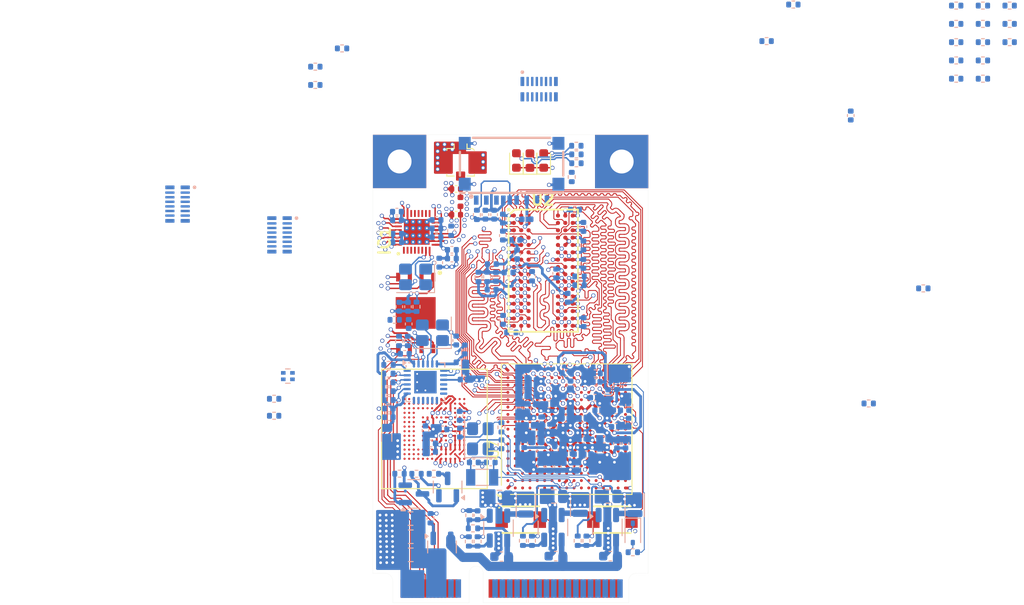
<source format=kicad_pcb>
(kicad_pcb (version 20241229) (generator "pcbnew") (generator_version "9.0")
  (layers (0 "F.Cu" signal) (4 "In1.Cu" power) (6 "In2.Cu" signal) (8 "In3.Cu" signal) (10 "In4.Cu" power) (2 "B.Cu" signal) (13 "F.Paste" user) (15 "B.Paste" user) (5 "F.SilkS" user "F.Silkscreen") (7 "B.SilkS" user "B.Silkscreen") (1 "F.Mask" user) (3 "B.Mask" user) (25 "Edge.Cuts" user))
  (net 0 "")
  (net 23 "Net-(Q1-G)")
  (net 42 "GND")
  (net 43 "3V3_VDD")
  (net 44 "1V25_CORE")
  (net 45 "1V35_DDR")
  (net 46 "/POWER/VDDA1V1")
  (net 47 "/POWER/VDDA1V8")
  (net 48 "/POWER/VREF+")
  (net 49 "/MPU-IO/NRST")
  (net 50 "/DDR3/DDR_VREF")
  (net 51 "/POWER/VDD3V3_USBHS")
  (net 52 "/POWER/VBAT")
  (net 53 "/MPU-IO/PWR_ON")
  (net 54 "/DDR3/DDR_CLK_N")
  (net 55 "/DDR3/DDR_CLK_P")
  (net 56 "/DDR3/ZQ")
  (net 57 "/DDR3/DDR_CKE")
  (net 58 "/DDR3/DDR_RESETN")
  (net 59 "/DDR3/DDR_D1")
  (net 60 "/DDR3/DDR_D13")
  (net 61 "/DDR3/DDR_D6")
  (net 62 "/DDR3/DDR_D3")
  (net 63 "/DDR3/DDR_BA1")
  (net 64 "/DDR3/DDR_DQS0N")
  (net 65 "/DDR3/DDR_RASN")
  (net 66 "/DDR3/DDR_DQS1N")
  (net 67 "/DDR3/DDR_D4")
  (net 68 "/DDR3/DDR_BA0")
  (net 69 "/DDR3/DDR_A4")
  (net 70 "/DDR3/DDR_A2")
  (net 71 "/DDR3/DDR_A6")
  (net 72 "/DDR3/DDR_A11")
  (net 73 "/DDR3/DDR_A1")
  (net 74 "/DDR3/DDR_A5")
  (net 75 "/DDR3/DDR_DQS1P")
  (net 77 "/DDR3/DDR_D0")
  (net 78 "/DDR3/DDR_DQS0P")
  (net 79 "/DDR3/DDR_CSN")
  (net 80 "/DDR3/DDR_A0")
  (net 81 "/DDR3/DDR_A13")
  (net 82 "/DDR3/DDR_ODT")
  (net 83 "/DDR3/DDR_DQM1")
  (net 84 "/DDR3/DDR_A15")
  (net 85 "/DDR3/DDR_A7")
  (net 86 "/DDR3/DDR_D10")
  (net 87 "/DDR3/DDR_D12")
  (net 88 "/DDR3/DDR_BA2")
  (net 89 "/DDR3/DDR_D15")
  (net 91 "/DDR3/DDR_A10")
  (net 92 "/DDR3/DDR_D2")
  (net 93 "/DDR3/DDR_WEN")
  (net 94 "/DDR3/DDR_D8")
  (net 95 "/DDR3/DDR_A9")
  (net 96 "/DDR3/DDR_A3")
  (net 97 "/DDR3/DDR_D5")
  (net 98 "/DDR3/DDR_D14")
  (net 99 "/DDR3/DDR_A14")
  (net 100 "/DDR3/DDR_A12")
  (net 101 "/DDR3/DDR_A8")
  (net 103 "/DDR3/DDR_D11")
  (net 104 "/DDR3/DDR_D7")
  (net 105 "/DDR3/DDR_D9")
  (net 106 "/DDR3/DDR_DQM0")
  (net 107 "/DDR3/DDR_CASN")
  (net 110 "/MPU-IO/LSE_OUT")
  (net 125 "unconnected-(U7D-PC8-PadD14)")
  (net 147 "unconnected-(U7D-PB14-PadA13)")
  (net 154 "unconnected-(U7D-PC10-PadB14)")
  (net 169 "unconnected-(U7E-PG6-PadA14)")
  (net 179 "unconnected-(U7D-PC9-PadA16)")
  (net 204 "/MPU-IO/LSE_IN")
  (net 211 "unconnected-(U7E-PE3-PadD13)")
  (net 222 "unconnected-(U7D-PB3-PadC11)")
  (net 226 "/MPU-IO/HSE_IN")
  (net 231 "unconnected-(U7D-PB15-PadB12)")
  (net 234 "/MPU-IO/HSE_OUT_C")
  (net 236 "unconnected-(U7D-PD2-PadA15)")
  (net 242 "unconnected-(U7D-PC12-PadB15)")
  (net 247 "unconnected-(U7D-PB4-PadB13)")
  (net 248 "unconnected-(U7D-PC11-PadC14)")
  (net 252 "/MEMORY/VDDI")
  (net 256 "Net-(J1-In)")
  (net 257 "/NETWORKING/RF1")
  (net 258 "/NETWORKING/ETH_REF_IN")
  (net 259 "/NETWORKING/ETH_REF_OUT")
  (net 260 "/NETWORKING/VDDCR")
  (net 261 "/NETWORKING/3V3_ETH_PHY")
  (net 262 "Net-(D2-A)")
  (net 263 "Net-(D3-A)")
  (net 264 "Net-(D5-A)")
  (net 265 "Net-(IC1-XTAL_I)")
  (net 266 "/NETWORKING/TRX_D2")
  (net 267 "/NETWORKING/TRX_WUP")
  (net 268 "/NETWORKING/TRX_~{RST}")
  (net 269 "/NETWORKING/TRX_D1")
  (net 270 "/NETWORKING/TRX_CMD")
  (net 271 "/NETWORKING/TRX_CLK")
  (net 284 "VIN")
  (net 285 "/POWER/3V3_EN")
  (net 286 "VIN_EDGE")
  (net 287 "/MPU-IO/PWR_ONRST")
  (net 288 "/POWER/3V3_SW")
  (net 289 "/POWER/1V25_SW")
  (net 290 "/POWER/1V35_SW")
  (net 291 "/POWER/USBHS_G")
  (net 292 "/POWER/3V3_FB")
  (net 293 "/POWER/1V25_FB")
  (net 294 "/POWER/1V35_FB")
  (net 295 "/POWER/PWR_ONRST")
  (net 296 "Net-(IC1-XTAL_O)")
  (net 297 "/NETWORKING/TRX_D0")
  (net 298 "/NETWORKING/TRX_IRQ")
  (net 299 "/NETWORKING/TRX_D3")
  (net 301 "/NETWORKING/RF2")
  (net 302 "/MPU-IO/HSE_OUT")
  (net 303 "/MEMORY/QSPI1_CLK_NOR")
  (net 304 "/MEMORY/QSPI1_CLK")
  (net 305 "/MEMORY/QSPI1_~{CS}")
  (net 306 "/MEMORY/SD_CLK")
  (net 307 "/MEMORY/SD_CLK_SD")
  (net 308 "/MEMORY/SD_DET")
  (net 309 "/MEMORY/EMMC_CLK_M6")
  (net 310 "/MEMORY/EMMC_CLK")
  (net 311 "/MEMORY/EMMC_CMD")
  (net 312 "/MEMORY/EMMC_~{RST}")
  (net 313 "/MEMORY/NRST")
  (net 314 "/MEMORY/EMMC_D0")
  (net 315 "/MPU-IO/USER_LD")
  (net 316 "/MPU-IO/HB_LD")
  (net 317 "/MPU-IO/VDD_LD")
  (net 318 "/MPU-IO/USB_RREF")
  (net 319 "/MPU-IO/USER_SW")
  (net 320 "/NETWORKING/NRST")
  (net 321 "/NETWORKING/RBIAS")
  (net 322 "LED1")
  (net 323 "LED2")
  (net 324 "/NETWORKING/ETH_~{INT}")
  (net 325 "RXN")
  (net 326 "RXP")
  (net 327 "TXN")
  (net 328 "TXP")
  (net 329 "/MEMORY/EMMC_D6")
  (net 330 "/MEMORY/MMC2_D4")
  (net 331 "/MEMORY/MMC2_D3")
  (net 332 "/MEMORY/EMMC_D4")
  (net 333 "/MEMORY/MMC2_D1")
  (net 334 "/MEMORY/MMC2_D6")
  (net 335 "/MEMORY/MMC2_D5")
  (net 336 "/MEMORY/EMMC_D7")
  (net 337 "/MEMORY/EMMC_D5")
  (net 338 "/MEMORY/EMMC_D1")
  (net 339 "/MEMORY/EMMC_D2")
  (net 340 "/MEMORY/EMMC_D3")
  (net 341 "/MEMORY/MMC2_D7")
  (net 342 "/MEMORY/MMC2_D0")
  (net 343 "/MEMORY/MMC2_D2")
  (net 344 "/MEMORY/MMC2_CLK")
  (net 345 "/MEMORY/MMC2_CMD")
  (net 346 "/MEMORY/SD_D2")
  (net 347 "/MEMORY/SD_D0")
  (net 348 "/MEMORY/SD_D3")
  (net 349 "/MEMORY/SD_D1")
  (net 350 "/MEMORY/SD_CMD")
  (net 351 "/NETWORKING/MMC1_D2")
  (net 352 "/NETWORKING/MMC1_CMD")
  (net 353 "/NETWORKING/MMC1_CLK")
  (net 354 "/NETWORKING/MMC1_D0")
  (net 355 "/NETWORKING/MMC1_D3")
  (net 356 "/NETWORKING/MMC1_D1")
  (net 357 "/MEMORY/QSPI1_D0")
  (net 358 "/MEMORY/QSPI1_D2")
  (net 359 "/MEMORY/QSPI1_D1")
  (net 360 "/MEMORY/QSPI1_D3")
  (net 362 "/NETWORKING/ETH_REF_CLK")
  (net 363 "/NETWORKING/REFCLKO")
  (net 364 "/NETWORKING/TXD0")
  (net 365 "/NETWORKING/ETH_TX_D0")
  (net 366 "/NETWORKING/ETH_TX_D1")
  (net 367 "/NETWORKING/TXD1")
  (net 368 "/NETWORKING/TXEN")
  (net 369 "/NETWORKING/ETH_TX_EN")
  (net 370 "/NETWORKING/RXD0")
  (net 371 "/NETWORKING/ETH_RX_D0")
  (net 372 "/NETWORKING/RXD1")
  (net 373 "/NETWORKING/RXER")
  (net 374 "/NETWORKING/ETH_RST")
  (net 375 "/NETWORKING/ETH_MDIO")
  (net 376 "/NETWORKING/MDIO")
  (net 377 "/NETWORKING/ETH_MDC")
  (net 378 "/NETWORKING/MDC")
  (net 379 "/NETWORKING/CRS_DV")
  (net 380 "/NETWORKING/ETH_CRS_DV")
  (footprint "ThingsCore-1:BGA153C50P14X14_1300X1150X100" (layer "F.Cu") (at 19.1 44.425 180)
    (property "Reference" "U10" (hide yes))
    (property "Value" "EMMC04G-M627-A01")
  )
  (footprint "ThingsCore-1:BGA96C80P9X16_750X1330X120" (layer "F.Cu") (at 30.95 27.2)
    (property "Reference" "U2")
    (property "Value" "K4B4G1646E-BYMA" (hide yes))
  )
  (footprint "ThingsCore-1:LFBGA-289_14x14mm_Layout17x17_P0.8mm" (layer "F.Cu") (at 33.5 44.45 90)
    (property "Reference" "U7")
    (property "Value" "STM32MP133DAE7")
  )
  (footprint "ThingsCore-1:TS1088AR02016" (layer "F.Cu") (at 38.475 54.3 180)
    (property "Reference" "S2" (hide yes))
    (property "Value" "TS-1088-AR02016" (hide yes))
  )
  (footprint "Capacitor_SMD:C_0402_1005Metric" (layer "F.Cu") (at 21.4621 21.1029 180)
    (property "Reference" "C82" (hide yes))
    (property "Value" "2.2u")
  )
  (footprint "Inductor_SMD:L_0402_1005Metric" (layer "F.Cu") (at 21.9371 19.7029 90)
    (property "Reference" "L4" (hide yes))
    (property "Value" "~")
  )
  (footprint "ThingsCore-1:SON127P800X600X80-9N-D" (layer "F.Cu") (at 17.06 31.8 -90)
    (property "Reference" "U8" (hide yes))
    (property "Value" "W25Q256JVEIQ" (hide yes))
  )
  (footprint "Connector_Coaxial:U.FL_Molex_MCRF_73412-0110_Vertical" (layer "F.Cu") (at 21.95 15.4)
    (property "Reference" "J1" (hide yes))
    (property "Value" "Conn_Coaxial")
  )
  (footprint "LED_SMD:LED_0603_1608Metric" (layer "F.Cu") (at 28.025 15.2 90)
    (property "Reference" "D2" (hide yes))
    (property "Value" "GREEN")
  )
  (footprint "ThingsCore-1:TS1088AR02016" (layer "F.Cu") (at 28.5 54.3)
    (property "Reference" "S1" (hide yes))
    (property "Value" "TS-1088-AR02016" (hide yes))
  )
  (footprint "Capacitor_SMD:C_0402_1005Metric" (layer "F.Cu") (at 21.4621 18.3029 180)
    (property "Reference" "C81" (hide yes))
    (property "Value" "~")
  )
  (footprint "LED_SMD:LED_0603_1608Metric" (layer "F.Cu") (at 29.5 15.2125 90)
    (property "Reference" "D3" (hide yes))
    (property "Value" "RED")
  )
  (footprint "LED_SMD:LED_0603_1608Metric" (layer "F.Cu") (at 31 15.2 90)
    (property "Reference" "D5" (hide yes))
    (property "Value" "BLUE")
  )
  (footprint "ThingsCore-1:PCIE-52P-EDGEFULL" (layer "F.Cu") (at 27.4 63.3525)
    (property "Reference" "U1" (hide yes))
    (property "Value" "~" (hide yes))
    (fp_line (start -15 -50.95) (end -15 -3.2) (stroke (width 0.01)) (layer "Edge.Cuts"))
    (fp_line (start -13.65 -3.2) (end -15 -3.2) (stroke (width 0.01)) (layer "Edge.Cuts"))
    (fp_line (start -12.85 0) (end -12.85 -2.4) (stroke (width 0.01)) (layer "Edge.Cuts"))
    (fp_line (start -4.5 0) (end -12.85 0) (stroke (width 0.01)) (layer "Edge.Cuts"))
    (fp_line (start -4.5 0) (end -4.5 -3.25) (stroke (width 0.01)) (layer "Edge.Cuts"))
    (fp_line (start -3 0) (end -3 -3.25) (stroke (width 0.01)) (layer "Edge.Cuts"))
    (fp_line (start -3 0) (end 12.85 0) (stroke (width 0.01)) (layer "Edge.Cuts"))
    (fp_line (start 12.85 0) (end 12.85 -2.4) (stroke (width 0.01)) (layer "Edge.Cuts"))
    (fp_line (start 14.999356 -3.201176) (end 13.649356 -3.201176) (stroke (width 0.01)) (layer "Edge.Cuts"))
    (fp_line (start 15 -50.95) (end -15 -50.95) (stroke (width 0.01)) (layer "Edge.Cuts"))
    (fp_line (start 15 -3.2) (end 15 -50.95) (stroke (width 0.01)) (layer "Edge.Cuts"))
    (fp_arc (start -13.65 -3.2) (mid -13.084315 -2.965685) (end -12.85 -2.4) (stroke (width 0.01)) (layer "Edge.Cuts"))
    (fp_arc (start -4.5 -3.25) (mid -3.75 -4) (end -3 -3.25) (stroke (width 0.01)) (layer "Edge.Cuts"))
    (fp_arc (start 12.85 -2.4) (mid 13.084315 -2.965685) (end 13.65 -3.2) (stroke (width 0.01)) (layer "Edge.Cuts"))
  )
  (footprint "ThingsCore-1:QFN40P400X400X90-33N-D" (layer "F.Cu") (at 17.175 22.975 90)
    (property "Reference" "IC1")
    (property "Value" "WF200SD" (hide yes))
  )
  (footprint "Capacitor_SMD:C_0402_1005Metric" (layer "B.Cu") (at 33.6 30.15 90)
    (property "Reference" "C50" (hide yes))
    (property "Value" "100n")
  )
  (footprint "Resistor_SMD:R_0402_1005Metric" (layer "B.Cu") (at 81.725 -1.66 180)
    (property "Reference" "R57" (hide yes))
    (property "Value" "33R")
  )
  (footprint "Capacitor_SMD:C_0402_1005Metric" (layer "B.Cu") (at 35.325 45.55 180)
    (property "Reference" "C39" (hide yes))
    (property "Value" "1u")
  )
  (footprint "Resistor_SMD:R_0402_1005Metric" (layer "B.Cu") (at 75.905 6.3 180)
    (property "Reference" "R51" (hide yes))
    (property "Value" "33R")
  )
  (footprint "Resistor_SMD:R_0402_1005Metric" (layer "B.Cu") (at 24.84 27.875 -90)
    (property "Reference" "R21" (hide yes))
    (property "Value" "1k 1%")
  )
  (footprint "Resistor_SMD:R_0402_1005Metric" (layer "B.Cu") (at 36.65 38.375)
    (property "Reference" "R18" (hide yes))
    (property "Value" "240R 1%")
  )
  (footprint "Resistor_SMD:R_0402_1005Metric" (layer "B.Cu") (at 34.9 27.825 180)
    (property "Reference" "R16" (hide yes))
    (property "Value" "10k")
  )
  (footprint "ThingsCore-1:RESCAXS50P400X160X55-16N" (layer "B.Cu") (at 2.235 23.3 180)
    (property "Reference" "RN4" (hide yes))
    (property "Value" "22")
  )
  (footprint "Capacitor_SMD:C_0402_1005Metric" (layer "B.Cu") (at 25.35 26.475 180)
    (property "Reference" "C52" (hide yes))
    (property "Value" "1u")
  )
  (footprint "Resistor_SMD:R_0402_1005Metric" (layer "B.Cu") (at 34.56 14.535)
    (property "Reference" "R33" (hide yes))
    (property "Value" "1k")
  )
  (footprint "Resistor_SMD:R_0402_1005Metric" (layer "B.Cu") (at 9.045 3 180)
    (property "Reference" "R29" (hide yes))
    (property "Value" "0R")
  )
  (footprint "Capacitor_SMD:C_0402_1005Metric" (layer "B.Cu") (at 32.55 48.53 90)
    (property "Reference" "C26" (hide yes))
    (property "Value" "1u")
  )
  (footprint "Resistor_SMD:R_0402_1005Metric" (layer "B.Cu") (at 40.7 57.85)
    (property "Reference" "R13" (hide yes))
    (property "Value" "1k")
  )
  (footprint "Capacitor_SMD:C_0402_1005Metric" (layer "B.Cu") (at 32.2 46.67 -90)
    (property "Reference" "C27" (hide yes))
    (property "Value" "1u")
  )
  (footprint "Capacitor_SMD:C_0402_1005Metric" (layer "B.Cu") (at 35.325 26.45 -90)
    (property "Reference" "C56" (hide yes))
    (property "Value" "1u")
  )
  (footprint "Resistor_SMD:R_0402_1005Metric" (layer "B.Cu") (at 78.815 0.33 180)
    (property "Reference" "R53" (hide yes))
    (property "Value" "10k")
  )
  (footprint "Capacitor_SMD:C_0805_2012Metric" (layer "B.Cu") (at 38.025 51.775)
    (property "Reference" "C6" (hide yes))
    (property "Value" "22u")
  )
  (footprint "Resistor_SMD:R_0402_1005Metric" (layer "B.Cu") (at 34.7 56.6 -90)
    (property "Reference" "R5" (hide yes))
    (property "Value" "R")
  )
  (footprint "Capacitor_SMD:C_0402_1005Metric" (layer "B.Cu") (at 34.4 20.55 180)
    (property "Reference" "C61" (hide yes))
    (property "Value" "100n")
  )
  (footprint "ThingsCore-1:L_0805_2016" (layer "B.Cu") (at 40.9 52.75 90)
    (property "Reference" "L3" (hide yes))
    (property "Value" "2.2u")
  )
  (footprint "Capacitor_SMD:C_0402_1005Metric" (layer "B.Cu") (at 19.325 21.675)
    (property "Reference" "C87" (hide yes))
    (property "Value" "10u")
  )
  (footprint "Capacitor_SMD:C_0402_1005Metric" (layer "B.Cu") (at 29.24 42.175 -90)
    (property "Reference" "C40" (hide yes))
    (property "Value" "1u")
  )
  (footprint "Resistor_SMD:R_0402_1005Metric" (layer "B.Cu") (at 34.9 28.775 180)
    (property "Reference" "R15" (hide yes))
    (property "Value" "240R 1%")
  )
  (footprint "Resistor_SMD:R_0402_1005Metric" (layer "B.Cu") (at 14.775 32.55)
    (property "Reference" "R23" (hide yes))
    (property "Value" "33")
  )
  (footprint "Resistor_SMD:R_0402_1005Metric" (layer "B.Cu") (at 6.135 4.99 180)
    (property "Reference" "R27" (hide yes))
    (property "Value" "33")
  )
  (footprint "Resistor_SMD:R_0402_1005Metric" (layer "B.Cu") (at 19.0425 49.3125)
    (property "Reference" "R10" (hide yes))
    (property "Value" "1k")
  )
  (footprint "Resistor_SMD:R_0402_1005Metric" (layer "B.Cu") (at 22.9 53.825 -90)
    (property "Reference" "R8" (hide yes))
    (property "Value" "R")
  )
  (footprint "Resistor_SMD:R_0402_1005Metric" (layer "B.Cu") (at 55.265 2.205 180)
    (property "Reference" "R38" (hide yes))
    (property "Value" "0R")
  )
  (footprint "Capacitor_SMD:C_0402_1005Metric" (layer "B.Cu") (at 38.975 46.025 -90)
    (property "Reference" "C46" (hide yes))
    (property "Value" "100n")
  )
  (footprint "Resistor_SMD:R_0402_1005Metric" (layer "B.Cu") (at 78.815 -1.66 180)
    (property "Reference" "R52" (hide yes))
    (property "Value" "33R")
  )
  (footprint "Resistor_SMD:R_0402_1005Metric" (layer "B.Cu") (at 20.925 22.85 -90)
    (property "Reference" "R37" (hide yes))
    (property "Value" "50R")
  )
  (footprint "Capacitor_SMD:C_0402_1005Metric" (layer "B.Cu") (at 18.725 46.925 180)
    (property "Reference" "C80" (hide yes))
    (property "Value" "2.2u")
  )
  (footprint "Capacitor_SMD:C_0402_1005Metric" (layer "B.Cu") (at 19.625 26.325 90)
    (property "Reference" "C92" (hide yes))
    (property "Value" "10u")
  )
  (footprint "Capacitor_SMD:C_0402_1005Metric" (layer "B.Cu") (at 25.325 29.267836 180)
    (property "Reference" "C53" (hide yes))
    (property "Value" "1u")
  )
  (footprint "Resistor_SMD:R_0402_1005Metric" (layer "B.Cu") (at 15.3 49.3 180)
    (property "Reference" "R12" (hide yes))
    (property "Value" "10k")
  )
  (footprint "Capacitor_SMD:C_0402_1005Metric" (layer "B.Cu") (at 28.8 39.85)
    (property "Reference" "C14" (hide yes))
    (property "Value" "1n")
  )
  (footprint "Capacitor_SMD:C_0402_1005Metric" (layer "B.Cu") (at 15.05 23.175 180)
    (property "Reference" "C84" (hide yes))
    (property "Value" "10u")
  )
  (footprint "Resistor_SMD:R_0402_1005Metric" (layer "B.Cu") (at 1.65 42.995 180)
    (property "Reference" "R30" (hide yes))
    (property "Value" "10k")
  )
  (footprint "Crystal:Crystal_SMD_3225-4Pin_3.2x2.5mm" (layer "B.Cu") (at 18.88 33.955 180)
    (property "Reference" "Y4" (hide yes))
    (property "Value" "X322525MOB4SI")
  )
  (footprint "Resistor_SMD:R_0402_1005Metric" (layer "B.Cu") (at 66.38 41.655 180)
    (property "Reference" "R9" (hide yes))
    (property "Value" "0R")
  )
  (footprint "Resistor_SMD:R_0402_1005Metric" (layer "B.Cu") (at 75.905 0.33 180)
    (property "Reference" "R48" (hide yes))
    (property "Value" "33R")
  )
  (footprint "Resistor_SMD:R_Array_Convex_2x0402" (layer "B.Cu") (at 3.145 38.675 180)
    (property "Reference" "RN2" (hide yes))
    (property "Value" "R_Pack02_Split")
  )
  (footprint "Capacitor_SMD:C_0402_1005Metric" (layer "B.Cu") (at 15.275 31.12 -90)
    (property "Reference" "C71" (hide yes))
    (property "Value" "100n")
  )
  (footprint "Capacitor_SMD:C_0402_1005Metric" (layer "B.Cu") (at 37.155 46.95 90)
    (property "Reference" "C44" (hide yes))
    (property "Value" "100n")
  )
  (footprint "Capacitor_SMD:C_0402_1005Metric" (layer "B.Cu") (at 33.4 42.4)
    (property "Reference" "C36" (hide yes))
    (property "Value" "1u")
  )
  (footprint "Capacitor_SMD:C_0402_1005Metric" (layer "B.Cu") (at 28.8 40.775)
    (property "Reference" "C17" (hide yes))
    (property "Value" "1n")
  )
  (footprint "Resistor_SMD:R_0402_1005Metric" (layer "B.Cu") (at 81.725 2.32 180)
    (property "Reference" "R59" (hide yes))
    (property "Value" "33R")
  )
  (footprint "Capacitor_SMD:C_0603_1608Metric" (layer "B.Cu") (at 32.3125 58.275)
    (property "Reference" "C2" (hide yes))
    (property "Value" "4.7u")
  )
  (footprint "Resistor_SMD:R_0402_1005Metric" (layer "B.Cu") (at 23.725 21.125 90)
    (property "Reference" "R26" (hide yes))
    (property "Value" "10k")
  )
  (footprint "Resistor_SMD:R_0402_1005Metric" (layer "B.Cu") (at 16.2 34.85 90)
    (property "Reference" "R40" (hide yes))
    (property "Value" "10K")
  )
  (footprint "Capacitor_SMD:C_0402_1005Metric" (layer "B.Cu") (at 37.05 42.4)
    (property "Reference" "C41" (hide yes))
    (property "Value" "2.2u")
  )
  (footprint "Capacitor_SMD:C_0402_1005Metric" (layer "B.Cu") (at 30.2 41.325 -90)
    (property "Reference" "C19" (hide yes))
    (property "Value" "1n")
  )
  (footprint "Capacitor_SMD:C_0402_1005Metric" (layer "B.Cu") (at 22.4 35.775 -90)
    (property "Reference" "C95" (hide yes))
    (property "Value" "1u")
  )
  (footprint "Capacitor_SMD:C_0402_1005Metric" (layer "B.Cu") (at 25.8 27.867836 -90)
    (property "Reference" "C51" (hide yes))
    (property "Value" "1u")
  )
  (footprint "Capacitor_SMD:C_0402_1005Metric" (layer "B.Cu") (at 32.35 27.5 -90)
    (property "Reference" "C55" (hide yes))
    (property "Value" "1u")
  )
  (footprint "ThingsCore-1:TF-SMD_TF-123-ARP9H15" (layer "B.Cu") (at 27.4999 16.425 180)
    (property "Reference" "U9" (hide yes))
    (property "Value" "TF-123B-ARP9H17")
  )
  (footprint "Diode_SMD:D_SOD-323" (layer "B.Cu") (at 40.7 55.75 -90)
    (property "Reference" "D1" (hide yes))
    (property "Value" "1N4148WS")
  )
  (footprint "ThingsCore-1:RESCAXS50P400X160X55-16N" (layer "B.Cu") (at -8.865 19.95 180)
    (property "Reference" "RN1" (hide yes))
    (property "Value" "R_Pack08_Split")
  )
  (footprint "Capacitor_SMD:C_0402_1005Metric" (layer "B.Cu") (at 18.725 46)
    (property "Reference" "C78" (hide yes))
    (property "Value" "100n")
  )
  (footprint "Capacitor_SMD:C_0402_1005Metric" (layer "B.Cu") (at 35.65 47.175 180)
    (property "Reference" "C21" (hide yes))
    (property "Value" "1u")
  )
  (footprint "Capacitor_SMD:C_0402_1005Metric" (layer "B.Cu") (at 30.7 48.55 90)
    (property "Reference" "C35" (hide yes))
    (property "Value" "1u")
  )
  (footprint "Crystal:Crystal_SMD_3225-4Pin_3.2x2.5mm" (layer "B.Cu") (at 24.1 45.505 90)
    (property "Reference" "Y1" (hide yes))
    (property "Value" "X322516MLB4SI")
  )
  (footprint "Capacitor_SMD:C_0402_1005Metric" (layer "B.Cu") (at 36.575 41.025 180)
    (property "Reference" "C48" (hide yes))
    (property "Value" "100n")
  )
  (footprint "Package_TO_SOT_SMD:SOT-23" (layer "B.Cu") (at 20.5375 50.75 90)
    (property "Reference" "Q2" (hide yes))
    (property "Value" "Si2371EDS")
  )
  (footprint "Capacitor_SMD:C_0402_1005Metric" (layer "B.Cu") (at 14.125 43.15)
    (property "Reference" "C97" (hide yes))
    (property "Value" "10u")
  )
  (footprint "Resistor_SMD:R_0402_1005Metric" (layer "B.Cu") (at 35.65 56.6 90)
    (property "Reference" "R6" (hide yes))
    (property "Value" "R")
  )
  (footprint "Resistor_SMD:R_0402_1005Metric" (layer "B.Cu") (at 75.905 -1.66 180)
    (property "Reference" "R47" (hide yes))
    (property "Value" "33R")
  )
  (footprint "Inductor_SMD:L_0805_2012Metric" (layer "B.Cu") (at 13.9 45.375 90)
    (property "Reference" "FB1" (hide yes))
    (property "Value" "600Ω@100MHz")
  )
  (footprint "Resistor_SMD:R_0402_1005Metric" (layer "B.Cu") (at 78.815 2.32 180)
    (property "Reference" "R54" (hide yes))
    (property "Value" "10k")
  )
  (footprint "Capacitor_SMD:C_0402_1005Metric" (layer "B.Cu") (at 28.8 38.925)
    (property "Reference" "C11" (hide yes))
    (property "Value" "1u")
  )
  (footprint "Capacitor_SMD:C_0402_1005Metric" (layer "B.Cu") (at 30.245737 44.972263)
    (property "Reference" "C25" (hide yes))
    (property "Value" "1u")
  )
  (footprint "Package_TO_SOT_SMD:SOT-23" (layer "B.Cu") (at 19.925 57.275 -90)
    (property "Reference" "Q1" (hide yes))
    (property "Value" "Si2371EDS")
  )
  (footprint "Capacitor_SMD:C_0402_1005Metric" (layer "B.Cu") (at 21 25.875 180)
    (property "Reference" "C91" (hide yes))
    (property "Value" "33n")
  )
  (footprint "Capacitor_SMD:C_0402_1005Metric" (layer "B.Cu") (at 35.225 43.325 180)
    (property "Reference" "C37" (hide yes))
    (property "Value" "1u")
  )
  (footprint "Capacitor_SMD:C_0402_1005Metric" (layer "B.Cu") (at 19.325 22.6)
    (property "Reference" "C88" (hide yes))
    (property "Value" "33n")
  )
  (footprint "Capacitor_SMD:C_0402_1005Metric" (layer "B.Cu") (at 37.605 45.575 180)
    (property "Reference" "C43" (hide yes))
    (property "Value" "1u")
  )
  (footprint "Capacitor_SMD:C_0805_2012Metric" (layer "B.Cu") (at 16.525 56.1625)
    (property "Reference" "C9" (hide yes))
    (property "Value" "22u")
  )
  (footprint "Capacitor_SMD:C_0402_1005Metric" (layer "B.Cu") (at 14.125 42.205)
    (property "Reference" "C98" (hide yes))
    (property "Value" "100n")
  )
  (footprint "Resistor_SMD:R_0402_1005Metric" (layer "B.Cu") (at 18.675 54.15 -90)
    (property "Reference" "R19" (hide yes))
    (property "Value" "1k")
  )
  (footprint "Resistor_SMD:R_0402_1005Metric" (layer "B.Cu") (at 26.4 44.25 90)
    (property "Reference" "R20" (hide yes))
    (property "Value" "33")
  )
  (footprint "Resistor_SMD:R_0402_1005Metric" (layer "B.Cu") (at 23.8 56.675 90)
    (property "Reference" "R2" (hide yes))
    (property "Value" "R")
  )
  (footprint "Capacitor_SMD:C_0402_1005Metric" (layer "B.Cu") (at 25.6 21.1 90)
    (property "Reference" "C74" (hide yes))
    (property "Value" "100n")
  )
  (footprint "Capacitor_SMD:C_0402_1005Metric" (layer "B.Cu") (at 18.125 44.58 -90)
    (property "Reference" "C77" (hide yes))
    (property "Value" "2.2u")
  )
  (footprint "Capacitor_SMD:C_0805_2012Metric" (layer "B.Cu") (at 16.5 54.1875)
    (property "Reference" "C10" (hide yes))
    (property "Value" "22u")
  )
  (footprint "Capacitor_SMD:C_0402_1005Metric" (layer "B.Cu") (at 26.4 46.1 90)
    (property "Reference" "C69" (hide yes))
    (property "Value" "15p")
  )
  (footprint "Package_TO_SOT_SMD:SOT-23" (layer "B.Cu") (at 16.8625 51.5)
    (property "Reference" "Q3" (hide yes))
    (property "Value" "2N7002")
  )
  (footprint "Capacitor_SMD:C_0402_1005Metric" (layer "B.Cu") (at 30.245737 45.897263)
    (property "Reference" "C24" (hide yes))
    (property "Value" "1u")
  )
  (footprint "Resistor_SMD:R_0402_1005Metric" (layer "B.Cu") (at 23.9 27.875 90)
    (property "Reference" "R22" (hide yes))
    (property "Value" "1k 1%")
  )
  (footprint "Capacitor_SMD:C_0805_2012Metric" (layer "B.Cu") (at 26.175 51.85)
    (property "Reference" "C3" (hide yes))
    (property "Value" "22u")
  )
  (footprint "Package_TO_SOT_SMD:SOT-23-5_HandSoldering" (layer "B.Cu") (at 26.075 55.225 -90)
    (property "Reference" "U3" (hide yes))
    (property "Value" "TLV62569DBV")
  )
  (footprint "Crystal:Crystal_SMD_3225-4Pin_3.2x2.5mm" (layer "B.Cu") (at 17.05 27.875 180)
    (property "Reference" "Y3" (hide yes))
    (property "Value" "C3SB38.400F09E12")
  )
  (footprint "Resistor_SMD:R_0402_1005Metric" (layer "B.Cu") (at 34.56 15.5)
    (property "Reference" "R34" (hide yes))
    (property "Value" "1k")
  )
  (footprint "Capacitor_SMD:C_0402_1005Metric" (layer "B.Cu") (at 26.55 23.375 90)
    (property "Reference" "C64" (hide yes))
    (property "Value" "100n")
  )
  (footprint "Capacitor_SMD:C_0402_1005Metric" (layer "B.Cu") (at 15.02 20.77 180)
    (property "Reference" "C86" (hide yes))
    (property "Value" "10n")
  )
  (footprint "Capacitor_SMD:C_0603_1608Metric" (layer "B.Cu") (at 26.4 58.325)
    (property "Reference" "C1" (hide yes))
    (property "Value" "4.7u")
  )
  (footprint "Resistor_SMD:R_0402_1005Metric" (layer "B.Cu") (at 17.1525 49.3125)
    (property "Reference" "R11" (hide yes))
    (property "Value" "10k")
  )
  (footprint "Resistor_SMD:R_0402_1005Metric" (layer "B.Cu") (at 72.325 29.125 180)
    (property "Reference" "R36" (hide yes))
    (property "Value" "10k")
  )
  (footprint "Capacitor_SMD:C_0402_1005Metric" (layer "B.Cu") (at 38.95 39.65 -90)
    (property "Reference" "C23" (hide yes))
    (property "Value" "1u")
  )
  (footprint "Capacitor_SMD:C_0402_1005Metric" (layer "B.Cu") (at 38.875 44.2 180)
    (property "Reference" "C66" (hide yes))
    (property "Value" "1u")
  )
  (footprint "Resistor_SMD:R_0402_1005Metric" (layer "B.Cu") (at 15.25 34.85 90)
    (property "Reference" "R41" (hide yes))
    (property "Value" "10K")
  )
  (footprint "Resistor_SMD:R_0402_1005Metric" (layer "B.Cu") (at 29.7125 56.6 90)
    (property "Reference" "R4" (hide yes))
    (property "Value" "R")
  )
  (footprint "Resistor_SMD:R_0402_1005Metric" (layer "B.Cu") (at 1.65 41.145 180)
    (property "Reference" "R31" (hide yes))
    (property "Value" "10k")
  )
  (footprint "Capacitor_SMD:C_0402_1005Metric" (layer "B.Cu") (at 24.65 21.1 -90)
    (property "Reference" "C73" (hide yes))
    (property "Value" "2.2u")
  )
  (footprint "Capacitor_SMD:C_0402_1005Metric" (layer "B.Cu") (at 30.875 43.6 -90)
    (property "Reference" "C32" (hide yes))
    (property "Value" "1u")
  )
  (footprint "Crystal:Crystal_SMD_3215-2Pin_3.2x1.5mm" (layer "B.Cu") (at 24.3 49.7 180)
    (property "Reference" "Y2" (hide yes))
    (property "Value" "Q13FC13500004")
  )
  (footprint "Resistor_SMD:R_0402_1005Metric" (layer "B.Cu") (at 34.55 13.6)
    (property "Reference" "R32" (hide yes))
    (property "Value" "1k")
  )
  (footprint "Resistor_SMD:R_0402_1005Metric" (layer "B.Cu") (at 14.1 40.315)
    (property "Reference" "R46" (hide yes))
    (property "Value" "49R9")
  )
  (footprint "Resistor_SMD:R_0402_1005Metric" (layer "B.Cu") (at 27.475 33.925)
    (property "Reference" "R17" (hide yes))
    (property "Value" "10k")
  )
  (footprint "Capacitor_SMD:C_0603_1608Metric" (layer "B.Cu") (at 38.25 58.275)
    (property "Reference" "C5" (hide yes))
    (property "Value" "4.7u")
  )
  (footprint "Resistor_SMD:R_0402_1005Metric" (layer "B.Cu") (at 78.815 6.3 180)
    (property "Reference" "R56" (hide yes))
    (property "Value" "33R")
  )
  (footprint "Capacitor_SMD:C_0402_1005Metric" (layer "B.Cu") (at 33.405 43.325)
    (property "Reference" "C31" (hide yes))
    (property "Value" "1u")
  )
  (footprint "Capacitor_SMD:C_0402_1005Metric" (layer "B.Cu") (at 32.025 44.325 -90)
    (property "Reference" "C34" (hide yes))
    (property "Value" "1u")
  )
  (footprint "Capacitor_SMD:C_0402_1005Metric" (layer "B.Cu") (at 27.175 27.4 180)
    (property "Reference" "C49" (hide yes))
    (property "Value" "100n")
  )
  (footprint "Capacitor_SMD:C_0402_1005Metric" (layer "B.Cu") (at 23.8 53.825 -90)
    (property "Reference" "C7" (hide yes))
    (property "Value" "C")
  )
  (footprint "Capacitor_SMD:C_0402_1005Metric" (layer "B.Cu") (at 27.925 23.85)
    (property "Reference" "C57" (hide yes))
    (property "Value" "100n")
  )
  (footprint "Capacitor_SMD:C_0402_1005Metric" (layer "B.Cu") (at 15.05 24.1 180)
    (property "Reference" "C83" (hide yes))
    (property "Value" "100n")
  )
  (footprint "Resistor_SMD:R_0402_1005Metric" (layer "B.Cu") (at 17.15 31.125 -90)
    (property "Reference" "R24" (hide yes))
    (property "Value" "10k")
  )
  (footprint "Resistor_SMD:R_0402_1005Metric" (layer "B.Cu") (at 75.905 4.31 180)
    (property "Reference" "R50" (hide yes))
    (property "Value" "33R")
  )
  (footprint "Capacitor_SMD:C_0402_1005Metric" (layer "B.Cu") (at 28.1 25.425 -90)
    (property "Reference" "C54" (hide yes))
    (property "Value" "1u")
  )
  (footprint "Capacitor_SMD:C_0402_1005Metric" (layer "B.Cu") (at 34.55 48.55 90)
    (property "Reference" "C22" (hide yes))
    (property "Value" "1u")
  )
  (footprint "Resistor_SMD:R_0402_1005Metric" (layer "B.Cu") (at 34.05 17 90)
    (property "Reference" "R25" (hide yes))
    (property "Value" "33")
  )
  (footprint "Capacitor_SMD:C_0805_2012Metric" (layer "B.Cu") (at 32.1125 51.775)
    (property "Reference" "C4" (hide yes))
    (property "Value" "22u")
  )
  (footprint "Capacitor_SMD:C_0402_1005Metric" (layer "B.Cu") (at 26.575 32.55 90)
    (property "Reference" "C65" (hide yes))
    (property "Value" "100n")
  )
  (footprint "Capacitor_SMD:C_0402_1005Metric" (layer "B.Cu") (at 21.475 34.8 -90)
    (property "Reference" "C93" (hide yes))
    (property "Value" "15p")
  )
  (footprint "Capacitor_SMD:C_0402_1005Metric" (layer "B.Cu") (at 33.825 47.175 180)
    (property "Reference" "C33" (hide yes))
    (property "Value" "1u")
  )
  (footprint "Capacitor_SMD:C_0402_1005Metric" (layer "B.Cu") (at 16.3 33 90)
    (property "Reference" "C94" (hide yes))
    (property "Value" "15p")
  )
  (footprint "Resistor_SMD:R_0402_1005Metric" (layer "B.Cu") (at 14.1 37.455)
    (property "Reference" "R39" (hide yes))
    (property "Value" "12.1k")
  )
  (footprint "ThingsCore-1:L_0805_2016" (layer "B.Cu") (at 34.9625 52.725 90)
    (property "Reference" "L2" (hide yes))
    (property "Value" "2.2u")
  )
  (footprint "Resistor_SMD:R_0402_1005Metric" (layer "B.Cu") (at 14.09 38.405)
    (property "Reference" "R44" (hide yes))
    (property "Value" "49R9")
  )
  (footprint "Resistor_SMD:R_0402_1005Metric" (layer "B.Cu") (at 6.135 6.98 180)
    (property "Reference" "R28" (hide yes))
    (property "Value" "10k")
  )
  (footprint "Resistor_SMD:R_0402_1005Metric" (layer "B.Cu") (at 22.85 56.675 -90)
    (property "Reference" "R1" (hide yes))
    (property "Value" "R")
  )
  (footprint "Resistor_SMD:R_0402_1005Metric" (layer "B.Cu") (at 40.3 41.9 -90)
    (property "Reference" "R35" (hide yes))
    (property "Value" "3k")
  )
  (footprint "Capacitor_SMD:C_0402_1005Metric" (layer "B.Cu") (at 21.875 44.825 -90)
    (property "Reference" "C70" (hide yes))
    (property "Value" "15p")
  )
  (footprint "Capacitor_SMD:C_0402_1005Metric" (layer "B.Cu") (at 15.875 36.25)
    (property "Reference" "C99" (hide yes))
    (property "Value" "100n")
  )
  (footprint "Capacitor_SMD:C_0402_1005Metric" (layer "B.Cu") (at 30.25 47.175)
    (property "Reference" "C28" (hide yes))
    (property "Value" "1u")
  )
  (footprint "Capacitor_SMD:C_0402_1005Metric" (layer "B.Cu") (at 35.35 32.8 90)
    (property "Reference" "C60" (hide yes))
    (property "Value" "100n")
  )
  (footprint "Capacitor_SMD:C_0402_1005Metric" (layer "B.Cu") (at 22.4 39.05 180)
    (property "Reference" "C101" (hide yes))
    (property "Value" "100n")
  )
  (footprint "Capacitor_SMD:C_0402_1005Metric" (layer "B.Cu") (at 15.025 21.7 180)
    (property "Reference" "C85" (hide yes))
    (property "Value" "10u")
  )
  (footprint "Capacitor_SMD:C_0402_1005Metric" (layer "B.Cu") (at 16.225 31.125 90)
    (property "Reference" "C72" (hide yes))
    (property "Value" "2.2u")
  )
  (footprint "Capacitor_SMD:C_0402_1005Metric" (layer "B.Cu") (at 33.925 39.7 90)
    (property "Reference" "C16" (hide yes))
    (property "Value" "1n")
  )
  (footprint "Capacitor_SMD:C_0402_1005Metric" (layer "B.Cu") (at 28.875 45.975 -90)
    (property "Reference" "C20" (hide yes))
    (property "Value" "1u")
  )
  (footprint "Capacitor_SMD:C_0402_1005Metric" (layer "B.Cu") (at 25.225 48.075)
    (property "Reference" "C68" (hide yes))
    (property "Value" "10p")
  )
  (footprint "Capacitor_SMD:C_0402_1005Metric" (layer "B.Cu") (at 36.65 39.3)
    (property "Reference" "C12" (hide yes))
    (property "Value" "1u")
  )
  (footprint "Resistor_SMD:R_0402_1005Metric" (layer "B.Cu") (at 14.09 39.365)
    (property "Reference" "R43" (hide yes))
    (property "Value" "49R9")
  )
  (footprint "Package_TO_SOT_SMD:SOT-23-5_HandSoldering" (layer "B.Cu") (at 32 55.15 -90)
    (property "Reference" "U4" (hide yes))
    (property "Value" "TLV62569DBV")
  )
  (footprint "Resistor_SMD:R_0402_1005Metric" (layer "B.Cu") (at 29.725 27.8 -90)
    (property "Reference" "R14" (hide yes))
    (property "Value" "100")
  )
  (footprint "Capacitor_SMD:C_0402_1005Metric" (layer "B.Cu") (at 38.025 40.65 90)
    (property "Reference" "C15" (hide yes))
    (property "Value" "1n")
  )
  (footprint "Capacitor_SMD:C_0402_1005Metric" (layer "B.Cu") (at 19.325 23.55)
    (property "Reference" "C89" (hide yes))
    (property "Value" "12p")
  )
  (footprint "Capacitor_SMD:C_0402_1005Metric" (layer "B.Cu") (at 35.325 22.425 -90)
    (property "Reference" "C59" (hide yes))
    (property "Value" "100n")
  )
  (footprint "Capacitor_SMD:C_0402_1005Metric" (layer "B.Cu") (at 40.25 43.75 90)
    (property "Reference" "C47" (hide yes))
    (property "Value" "100n")
  )
  (footprint "Capacitor_SMD:C_0402_1005Metric" (layer "B.Cu") (at 29.125 21.6 180)
    (property "Reference" "C62" (hide yes))
    (property "Value" "100n")
  )
  (footprint "Capacitor_SMD:C_0805_2012Metric" (layer "B.Cu") (at 16.525 58.1325)
    (property "Reference" "C8" (hide yes))
    (property "Value" "22u")
  )
  (footprint "Capacitor_SMD:C_0402_1005Metric" (layer "B.Cu") (at 21.95 37.175 180)
    (property "Reference" "C96" (hide yes))
    (property "Value" "470p")
  )
  (footprint "Capacitor_SMD:C_0402_1005Metric" (layer "B.Cu") (at 21 24.925 180)
    (property "Reference" "C90" (hide yes))
    (property "Value" "12p")
  )
  (footprint "Capacitor_SMD:C_0402_1005Metric" (layer "B.Cu") (at 31.625 48.53 90)
    (property "Reference" "C30" (hide yes))
    (property "Value" "1u")
  )
  (footprint "Resistor_SMD:R_0402_1005Metric" (layer "B.Cu") (at 28.7375 56.6 -90)
    (property "Reference" "R3" (hide yes))
    (property "Value" "R")
  )
  (footprint "Resistor_SMD:R_0402_1005Metric" (layer "B.Cu") (at 78.815 4.31 180)
    (property "Reference" "R55" (hide yes))
    (property "Value" "33R")
  )
  (footprint "ThingsCore-1:RESCAXS50P400X160X55-16N" (layer "B.Cu") (at 30.5 7.435 -90)
    (property "Reference" "RN3" (hide yes))
    (property "Value" "R_Pack08_Split")
  )
  (footprint "Resistor_SMD:R_0402_1005Metric" (layer "B.Cu") (at 58.175 -1.775 180)
    (property "Reference" "R42" (hide yes))
    (property "Value" "0R")
  )
  (footprint "Package_TO_SOT_SMD:SOT-23-5_HandSoldering" (layer "B.Cu") (at 37.925 55.15 -90)
    (property "Reference" "U5" (hide yes))
    (property "Value" "TLV62569DBV")
  )
  (footprint "Resistor_SMD:R_0402_1005Metric" (layer "B.Cu") (at 81.725 0.33 180)
    (property "Reference" "R58" (hide yes))
    (property "Value" "33R")
  )
  (footprint "Resistor_SMD:R_0402_1005Metric" (layer "B.Cu") (at 23.3 55.25 180)
    (property "Reference" "R7" (hide yes))
    (property "Value" "R")
  )
  (footprint "Package_DFN_QFN:VQFN-24-1EP_4x4mm_P0.5mm_EP2.45x2.45mm" (layer "B.Cu") (at 18.12 39.335 -90)
    (property "Reference" "U6" (hide yes))
    (property "Value" "LAN8742A")
  )
  (footprint "Resistor_SMD:R_0402_1005Metric" (layer "B.Cu") (at 75.905 2.32 180)
    (property "Reference" "R49" (hide yes))
    (property "Value" "33R")
  )
  (footprint "Capacitor_SMD:C_0402_1005Metric" (layer "B.Cu") (at 35.325 24.45 90)
    (property "Reference" "C63" (hide yes))
    (property "Value" "100n")
  )
  (footprint "Resistor_SMD:R_0402_1005Metric" (layer "B.Cu") (at 14.1 41.28)
    (property "Reference" "R45" (hide yes))
    (property "Value" "49R9")
  )
  (footprint "Capacitor_SMD:C_0402_1005Metric" (layer "B.Cu") (at 26.55 21.525 90)
    (property "Reference" "C58" (hide yes))
    (property "Value" "100n")
  )
  (footprint "Capacitor_SMD:C_0402_1005Metric" (layer "B.Cu") (at 23.395 48.075 180)
    (property "Reference" "C67" (hide yes))
    (property "Value" "10p")
  )
  (footprint "Capacitor_SMD:C_0402_1005Metric" (layer "B.Cu") (at 21.85 42.995 -90)
    (property "Reference" "C79" (hide yes))
    (property "Value" "100n")
  )
  (footprint "Capacitor_SMD:C_0402_1005Metric" (layer "B.Cu") (at 31.57 41.75 180)
    (property "Reference" "C13" (hide yes))
    (property "Value" "1u")
  )
  (footprint "Capacitor_SMD:C_0402_1005Metric" (layer "B.Cu") (at 39.9 46.025 -90)
    (property "Reference" "C45" (hide yes))
    (property "Value" "1u")
  )
  (footprint "Capacitor_SMD:C_0402_1005Metric" (layer "B.Cu") (at 19.975 44.475)
    (property "Reference" "C76" (hide yes))
    (property "Value" "100n")
  )
  (footprint "Capacitor_SMD:C_0402_1005Metric" (layer "B.Cu") (at 38.875 42.4 180)
    (property "Reference" "C42" (hide yes))
    (property "Value" "2.2u")
  )
  (footprint "Capacitor_SMD:C_0402_1005Metric" (layer "B.Cu") (at 33.47367 38.331475 180)
    (property "Reference" "C18" (hide yes))
    (property "Value" "1n")
  )
  (footprint "Capacitor_SMD:C_0402_1005Metric" (layer "B.Cu") (at 28.325 42.175 -90)
    (property "Reference" "C38" (hide yes))
    (property "Value" "1u")
  )
  (footprint "Capacitor_SMD:C_0402_1005Metric" (layer "B.Cu") (at 64.425 10.305 90)
    (property "Reference" "C75" (hide yes))
    (property "Value" "2.2u")
  )
  (footprint "ThingsCore-1:L_0805_2016" (layer "B.Cu") (at 29.05 52.8 90)
    (property "Reference" "L1" (hide yes))
    (property "Value" "2.2u")
  )
  (footprint "Capacitor_SMD:C_0402_1005Metric" (layer "B.Cu") (at 29.5 43.975)
    (property "Reference" "C29" (hide yes))
    (property "Value" "1u")
  )
  (segment (start 18.975 54.96) (end 18.675 54.66) (width 0.3) (layer "B.Cu") (net 23))
  (segment (start 18.975 56.3375) (end 18.975 54.96) (width 0.3) (layer "B.Cu") (net 23))
  (segment (start 31.1 41.25) (end 30.7 40.85) (width 0.3) (layer "F.Cu") (net 42))
  (segment (start 31.95 16) (end 31.9375 15.9875) (width 0.1565) (layer "F.Cu") (net 42))
  (segment (start 35.1 43.65) (end 34.7 43.25) (width 0.3) (layer "F.Cu") (net 42))
  (segment (start 36.4 54.3) (end 36.4 55.96) (width 0.1) (layer "F.Cu") (net 42))
  (segment (start 32.025 54.875) (end 31.45 54.3) (width 0.1) (layer "F.Cu") (net 42))
  (segment (start 20.9821 18.3029) (end 20.9821 18.9071) (width 0.3) (layer "F.Cu") (net 42))
  (segment (start 35.9 39.65) (end 35.5 39.25) (width 0.3) (layer "F.Cu") (net 42))
  (segment (start 18.7 44.45) (end 18.425 44.175) (width 0.2) (layer "F.Cu") (net 42))
  (segment (start 29.5 49.25) (end 29.9 48.85) (width 0.3) (layer "F.Cu") (net 42))
  (segment (start 34.3 49.25) (end 33.9 48.85) (width 0.3) (layer "F.Cu") (net 42))
  (segment (start 39.91 50.86) (end 40.44 50.86) (width 0.3) (layer "F.Cu") (net 42))
  (segment (start 33.9 44.85) (end 33.5 44.45) (width 0.3) (layer "F.Cu") (net 42))
  (segment (start 32.7 40.45) (end 32.3 40.85) (width 0.3) (layer "F.Cu") (net 42))
  (segment (start 28.55 27.6) (end 28.15 27.2) (width 0.3) (layer "F.Cu") (net 42))
  (segment (start 34.147256 21.986956) (end 34.697256 21.986956) (width 0.3) (layer "F.Cu") (net 42))
  (segment (start 36.4 55.96) (end 36.26 56.1) (width 0.1) (layer "F.Cu") (net 42))
  (segment (start 27.75 24.4) (end 27.75 23.6) (width 0.3) (layer "F.Cu") (net 42))
  (segment (start 27.1 38.05) (end 26.7 37.65) (width 0.3) (layer "F.Cu") (net 42))
  (segment (start 27.75 22) (end 27.2 22) (width 0.3) (layer "F.Cu") (net 42))
  (segment (start 28.025 15.9875) (end 31 15.9875) (width 0.1565) (layer "F.Cu") (net 42))
  (segment (start 20.9821 20.489875) (end 20.97599 20.483765) (width 0.3) (layer "F.Cu") (net 42))
  (segment (start 33.5 46.05) (end 33.9 46.45) (width 0.3) (layer "F.Cu") (net 42))
  (segment (start 32.7 42.85) (end 33.5 42.85) (width 0.3) (layer "F.Cu") (net 42))
  (segment (start 16.175 20.975) (end 16.175 20.225) (width 0.2) (layer "F.Cu") (net 42))
  (segment (start 27.75 24.4) (end 27.17 24.4) (width 0.3) (layer "F.Cu") (net 42))
  (segment (start 37.5 41.25) (end 37.1 41.65) (width 0.3) (layer "F.Cu") (net 42))
  (segment (start 33.35 24.4) (end 33.75 24) (width 0.3) (layer "F.Cu") (net 42))
  (segment (start 31.45 54.3) (end 30.575 54.3) (width 0.1) (layer "F.Cu") (net 42))
  (segment (start 31.9 45.25) (end 32.3 44.85) (width 0.3) (layer "F.Cu") (net 42))
  (segment (start 20.9821 18.3029) (end 20.9821 17.7321) (width 0.3) (layer "F.Cu") (net 42))
  (segment (start 15.155 27.9) (end 14.05 27.9) (width 0.1565) (layer "F.Cu") (net 42))
  (segment (start 19.85 47.675) (end 19.75 47.775) (width 0.2) (layer "F.Cu") (net 42))
  (segment (start 29.5 42.05) (end 29.9 42.45) (width 0.3) (layer "F.Cu") (net 42))
  (segment (start 20.9821 21.727655) (end 20.95099 21.758765) (width 0.3) (layer "F.Cu") (net 42))
  (segment (start 31.1 39.65) (end 30.7 39.25) (width 0.3) (layer "F.Cu") (net 42))
  (segment (start 34.7 44.05) (end 35.1 44.45) (width 0.3) (layer "F.Cu") (net 42))
  (segment (start 35.1 44.45) (end 35.5 44.85) (width 0.3) (layer "F.Cu") (net 42))
  (segment (start 20.970435 18.291235) (end 20.9821 18.3029) (width 0.3) (layer "F.Cu") (net 42))
  (segment (start 20.3779 21.1029) (end 20.375 21.1) (width 0.3) (layer "F.Cu") (net 42))
  (segment (start 33.408521 46.05) (end 33.307521 45.949) (width 0.3) (layer "F.Cu") (net 42))
  (segment (start 34.3 42.85) (end 34.7 43.25) (width 0.3) (layer "F.Cu") (net 42))
  (segment (start 34.7 45.65) (end 34.3 46.05) (width 0.3) (layer "F.Cu") (net 42))
  (segment (start 19.35 42.175) (end 19.85 41.675) (width 0.2) (layer "F.Cu") (net 42))
  (segment (start 37.1 48.05) (end 36.7 48.45) (width 0.3) (layer "F.Cu") (net 42))
  (segment (start 33.307521 45.949) (end 32.892479 45.949) (width 0.3) (layer "F.Cu") (net 42))
  (segment (start 39.1 40.45) (end 39.5 40.85) (width 0.3) (layer "F.Cu") (net 42))
  (segment (start 38.7 48.05) (end 38.3 47.65) (width 0.3) (layer "F.Cu") (net 42))
  (segment (start 16.175 20.975) (end 16.175 21.775) (width 0.2) (layer "F.Cu") (net 42))
  (segment (start 32.7 46.05) (end 32.3 45.65) (width 0.3) (layer "F.Cu") (net 42))
  (segment (start 34.15 30) (end 34.7 30) (width 0.3) (layer "F.Cu") (net 42))
  (segment (start 28.7 45.25) (end 29.1 44.85) (width 0.3) (layer "F.Cu") (net 42))
  (segment (start 18.85 43.175) (end 18.975 43.3) (width 0.2) (layer "F.Cu") (net 42))
  (segment (start 32.791479 46.05) (end 32.7 46.05) (width 0.3) (layer "F.Cu") (net 42))
  (segment (start 29.35 22) (end 28.95 22.4) (width 0.3) (layer "F.Cu") (net 42))
  (segment (start 22.475 42.175) (end 22.9 42.6) (width 0.2) (layer "F.Cu") (net 42))
  (segment (start 34.15 21.2) (end 34.7 21.2) (width 0.3) (layer "F.Cu") (net 42))
  (segment (start 38.3 45.25) (end 37.9 44.85) (width 0.3) (layer "F.Cu") (net 42))
  (segment (start 34.7 43.25) (end 35.1 42.85) (width 0.3) (layer "F.Cu") (net 42))
  (segment (start 19.35 45.675) (end 19.35 44.775) (width 0.2) (layer "F.Cu") (net 42))
  (segment (start 39.9 38.05) (end 40.3 37.65) (width 0.3) (layer "F.Cu") (net 42))
  (segment (start 32 42.95) (end 31.9 42.85) (width 0.3) (layer "F.Cu") (net 42))
  (segment (start 27.1 50.85) (end 27.5 50.45) (width 0.3) (layer "F.Cu") (net 42))
  (segment (start 30.3 47.65) (end 29.9 48.05) (width 0.3) (layer "F.Cu") (net 42))
  (segment (start 35.5 48.05) (end 35.9 47.65) (width 0.3) (layer "F.Cu") (net 42))
  (segment (start 39.9 50.85) (end 39.91 50.86) (width 0.3) (layer "F.Cu") (net 42))
  (segment (start 34.15 25.2) (end 34.7 25.2) (width 0.3) (layer "F.Cu") (net 42))
  (segment (start 18.85 42.675) (end 19.35 42.175) (width 0.2) (layer "F.Cu") (net 42))
  (segment (start 34.15 26) (end 34.7 26) (width 0.3) (layer "F.Cu") (net 42))
  (segment (start 19.175 22.375) (end 18.475 22.375) (width 0.2) (layer "F.Cu") (net 42))
  (segment (start 20.9821 21.1029) (end 20.3779 21.1029) (width 0.3) (layer "F.Cu") (net 42))
  (segment (start 27.75 31.6) (end 27.2 31.6) (width 0.3) (layer "F.Cu") (net 42))
  (segment (start 36.3 45.65) (end 36.7 46.05) (width 0.3) (layer "F.Cu") (net 42))
  (segment (start 16.175 20.225) (end 16.2 20.2) (width 0.2) (layer "F.Cu") (net 42))
  (segment (start 33.35 27.6) (end 33 27.25) (width 0.3) (layer "F.Cu") (net 42))
  (segment (start 32.3 44.05) (end 31.9 43.65) (width 0.3) (layer "F.Cu") (net 42))
  (segment (start 33.35 26) (end 34.15 26) (width 0.3) (layer "F.Cu") (net 42))
  (segment (start 35.1 46.05) (end 34.7 45.65) (width 0.3) (layer "F.Cu") (net 42))
  (segment (start 20.9821 18.9071) (end 21.05 18.975) (width 0.3) (layer "F.Cu") (net 42))
  (segment (start 22.35 42.175) (end 22.475 42.175) (width 0.2) (layer "F.Cu") (net 42))
  (segment (start 27.75 30) (end 27 30) (width 0.3) (layer "F.Cu") (net 42))
  (segment (start 20.85 41.175) (end 20.35 41.675) (width 0.2) (layer "F.Cu") (net 42))
  (segment (start 19.35 44.775) (end 19.45 44.675) (width 0.2) (layer "F.Cu") (net 42))
  (segment (start 16.175 21.775) (end 16.075 21.875) (width 0.2) (layer "F.Cu") (net 42))
  (segment (start 20.35 24.075) (end 20.25 23.975) (width 0.2) (layer "F.Cu") (net 42))
  (segment (start 32.3 43.25) (end 32.7 42.85) (width 0.3) (layer "F.Cu") (net 42))
  (segment (start 18.475 22.375) (end 18.275 22.575) (width 0.2) (layer "F.Cu") (net 42))
  (segment (start 20.25 23.975) (end 19.175 23.975) (width 0.2) (layer "F.Cu") (net 42))
  (segment (start 27.75 26) (end 27.2 26) (width 0.3) (layer "F.Cu") (net 42))
  (segment (start 31.9 42.85) (end 32.3 43.25) (width 0.3) (layer "F.Cu") (net 42))
  (segment (start 18.425 44.175) (end 17.85 44.175) (width 0.2) (layer "F.Cu") (net 42))
  (segment (start 18.975 43.3) (end 18.975 44.45) (width 0.2) (layer "F.Cu") (net 42))
  (segment (start 19.75 47.775) (end 19.75 48.45) (width 0.2) (layer "F.Cu") (net 42))
  (segment (start 31.9 44.45) (end 32.3 44.05) (width 0.3) (layer "F.Cu") (net 42))
  (segment (start 32.3 45.65) (end 31.9 46.05) (width 0.3) (layer "F.Cu") (net 42))
  (segment (start 20.9821 21.1029) (end 20.9821 21.727655) (width 0.3) (layer "F.Cu") (net 42))
  (segment (start 18.375 23.975) (end 18.275 24.075) (width 0.2) (layer "F.Cu") (net 42))
  (segment (start 33.5 48.45) (end 33.9 48.85) (width 0.3) (layer "F.Cu") (net 42))
  (segment (start 37.9 47.25) (end 37.5 46.85) (width 0.3) (layer "F.Cu") (net 42))
  (segment (start 35.1 45.25) (end 34.7 45.65) (width 0.3) (layer "F.Cu") (net 42))
  (segment (start 20.35 43.675) (end 19.925 43.675) (width 0.2) (layer "F.Cu") (net 42))
  (segment (start 20.35 41.675) (end 19.85 41.175) (width 0.2) (layer "F.Cu") (net 42))
  (segment (start 31.9 46.05) (end 31.5 45.65) (width 0.3) (layer "F.Cu") (net 42))
  (segment (start 19.175 23.975) (end 18.375 23.975) (width 0.2) (layer "F.Cu") (net 42))
  (segment (start 36.7 43.65) (end 37.1 44.05) (width 0.3) (layer "F.Cu") (net 42))
  (segment (start 32.025 55.3) (end 32.025 54.875) (width 0.1) (layer "F.Cu") (net 42))
  (segment (start 35.5 44.85) (end 35.1 45.25) (width 0.3) (layer "F.Cu") (net 42))
  (segment (start 33.5 42.85) (end 34.3 42.85) (width 0.3) (layer "F.Cu") (net 42))
  (segment (start 31.9 43.65) (end 32.3 43.25) (width 0.3) (layer "F.Cu") (net 42))
  (segment (start 18.85 43.175) (end 18.85 42.675) (width 0.2) (layer "F.Cu") (net 42))
  (segment (start 28.55 24.4) (end 27.75 24.4) (width 0.3) (layer "F.Cu") (net 42))
  (segment (start 20.9821 17.7321) (end 20.925 17.675) (width 0.3) (layer "F.Cu") (net 42))
  (segment (start 18.975 44.45) (end 18.7 44.45) (width 0.2) (layer "F.Cu") (net 42))
  (segment (start 20.85 45.775) (end 20.85 46.675) (width 0.2) (layer "F.Cu") (net 42))
  (segment (start 34.15 31.6) (end 34.7 31.6) (width 0.3) (layer "F.Cu") (net 42))
  (segment (start 31.9375 15.9875) (end 31 15.9875) (width 0.1565) (layer "F.Cu") (net 42))
  (segment (start 37.5 42.85) (end 37.9 43.25) (width 0.3) (layer "F.Cu") (net 42))
  (segment (start 32.3 44.85) (end 31.9 44.45) (width 0.3) (layer "F.Cu") (net 42))
  (segment (start 33.35 23.6) (end 33.75 24) (width 0.3) (layer "F.Cu") (net 42))
  (segment (start 33.5 46.05) (end 33.408521 46.05) (width 0.3) (layer "F.Cu") (net 42))
  (segment (start 20.32401 18.291235) (end 20.970435 18.291235) (width 0.3) (layer "F.Cu") (net 42))
  (segment (start 20.9821 21.1029) (end 20.9821 20.489875) (width 0.3) (layer "F.Cu") (net 42))
  (segment (start 32.892479 45.949) (end 32.791479 46.05) (width 0.3) (layer "F.Cu") (net 42))
  (segment (start 34.7 44.05) (end 35.1 43.65) (width 0.3) (layer "F.Cu") (net 42))
  (segment (start 31.9 45.25) (end 32.3 45.65) (width 0.3) (layer "F.Cu") (net 42))
  (segment (start 34.15 33.2) (end 34.7 33.2) (width 0.3) (layer "F.Cu") (net 42))
  (segment (start 19.45 44.675) (end 20.35 44.675) (width 0.2) (layer "F.Cu") (net 42))
  (segment (start 33.9 46.45) (end 34.3 46.05) (width 0.3) (layer "F.Cu") (net 42))
  (segment (start 21.85 41.675) (end 22.35 42.175) (width 0.2) (layer "F.Cu") (net 42))
  (segment (start 27.75 33.2) (end 27.2 33.2) (width 0.3) (layer "F.Cu") (net 42))
  (segment (start 19.85 41.675) (end 19.85 41.175) (width 0.2) (layer "F.Cu") (net 42))
  (via (at 17 28.325) (size 0.45) (drill 0.3) (layers "F.Cu" "B.Cu") (net 42))
  (via (at 13.25 35.675) (size 0.45) (drill 0.3) (layers "F.Cu" "B.Cu") (net 42))
  (via (at 19.274997 45.175) (size 0.45) (drill 0.3) (layers "F.Cu" "B.Cu") (net 42))
  (via (at 13.055 43.17) (size 0.45) (drill 0.3) (layers "F.Cu" "B.Cu") (net 42))
  (via (at 20.32512 18.938171) (size 0.45) (drill 0.3) (layers "F.Cu" "B.Cu") (net 42))
  (via (at 38.025 56.325) (size 0.45) (drill 0.3) (layers "F.Cu" "B.Cu") (net 42))
  (via (at 22.625 21.125) (size 0.45) (drill 0.3) (layers "F.Cu" "B.Cu") (net 42))
  (via (at 33.9 46.45) (size 0.45) (drill 0.3) (layers "F.Cu" "B.Cu") (net 42))
  (via (at 13.86 54.39) (size 0.45) (drill 0.3) (layers "F.Cu" "B.Cu") (net 42))
  (via (at 39.5 40.85) (size 0.45) (drill 0.3) (layers "F.Cu" "B.Cu") (net 42))
  (via (at 27.2 26) (size 0.45) (drill 0.3) (layers "F.Cu" "B.Cu") (net 42))
  (via (at 26.1 57.4) (size 0.45) (drill 0.3) (layers "F.Cu" "B.Cu") (net 42))
  (via (at 32.3 43.25) (size 0.45) (drill 0.3) (layers "F.Cu" "B.Cu") (net 42))
  (via (at 40.44 50.86) (size 0.45) (drill 0.3) (layers "F.Cu" "B.Cu") (net 42))
  (via (at 20.35012 17.663171) (size 0.45) (drill 0.3) (layers "F.Cu" "B.Cu") (net 42))
  (via (at 32.025 55.3) (size 0.45) (drill 0.3) (layers "F.Cu" "B.Cu") (net 42))
  (via (at 21 26.775) (size 0.45) (drill 0.3) (layers "F.Cu" "B.Cu") (net 42))
  (via (at 21.05 18.975) (size 0.45) (drill 0.3) (layers "F.Cu" "B.Cu") (net 42))
  (via (at 37.1 44.05) (size 0.45) (drill 0.3) (layers "F.Cu" "B.Cu") (net 42))
  (via (at 13.89 56.68) (size 0.45) (drill 0.3) (layers "F.Cu" "B.Cu") (net 42))
  (via (at 27.2 22) (size 0.45) (drill 0.3) (layers "F.Cu" "B.Cu") (net 42))
  (via (at 13.9 57.23) (size 0.45) (drill 0.3) (layers "F.Cu" "B.Cu") (net 42))
  (via (at 23.425 17.775) (size 0.45) (drill 0.3) (layers "F.Cu" "B.Cu") (net 42))
  (via (at 13.125 24.5) (size 0.45) (drill 0.3) (layers "F.Cu" "B.Cu") (net 42))
  (via (at 32.3 40.85) (size 0.45) (drill 0.3) (layers "F.Cu" "B.Cu") (net 42))
  (via (at 40.95 55.55) (size 0.45) (drill 0.3) (layers "F.Cu" "B.Cu") (net 42))
  (via (at 34.7 30) (size 0.45) (drill 0.3) (layers "F.Cu" "B.Cu") (net 42))
  (via (at 20.95099 21.758765) (size 0.45) (drill 0.3) (layers "F.Cu" "B.Cu") (net 42))
  (via (at 34.765 29.42) (size 0.45) (drill 0.3) (layers "F.Cu" "B.Cu") (net 42))
  (via (at 13.325 28.85) (size 0.45) (drill 0.3) (layers "F.Cu" "B.Cu") (net 42))
  (via (at 34.7 31.6) (size 0.45) (drill 0.3) (layers "F.Cu" "B.Cu") (net 42))
  (via (at 23.9 43.7) (size 0.45) (drill 0.3) (layers "F.Cu" "B.Cu") (net 42))
  (via (at 37.9 43.25) (size 0.45) (drill 0.3) (layers "F.Cu" "B.Cu") (net 42))
  (via (at 31.575 17.8574) (size 0.45) (drill 0.3) (layers "F.Cu" "B.Cu") (net 42))
  (via (at 34.7 21.2) (size 0.45) (drill 0.3) (layers "F.Cu" "B.Cu") (net 42))
  (via (at 20.925 17.675) (size 0.45) (drill 0.3) (layers "F.Cu" "B.Cu") (net 42))
  (via (at 13.92 57.79) (size 0.45) (drill 0.3) (layers "F.Cu" "B.Cu") (net 42))
  (via (at 27.2 33.2) (size 0.45) (drill 0.3) (layers "F.Cu" "B.Cu") (net 42))
  (via (at 14.53 56.12) (size 0.45) (drill 0.3) (layers "F.Cu" "B.Cu") (net 42))
  (via (at 19.746174 48.452105) (size 0.45) (drill 0.3) (layers "F.Cu" "B.Cu") (net 42))
  (via (at 38.025 57.325) (size 0.45) (drill 0.3) (layers "F.Cu" "B.Cu") (net 42))
  (via (at 13.2 54.98) (size 0.45) (drill 0.3) (layers "F.Cu" "B.Cu") (net 42))
  (via (at 20.32401 18.291235) (size 0.45) (drill 0.3) (layers "F.Cu" "B.Cu") (net 42))
  (via (at 19.45 14.9) (size 0.45) (drill 0.3) (layers "F.Cu" "B.Cu") (net 42))
  (via (at 21.525 21.725) (size 0.45) (drill 0.3) (layers "F.Cu" "B.Cu") (net 42))
  (via (at 22.626219 19.901306) (size 0.45) (drill 0.3) (layers "F.Cu" "B.Cu") (net 42))
  (via (at 13.19 54.4) (size 0.45) (drill 0.3) (layers "F.Cu" "B.Cu") (net 42))
  (via (at 20.40111 20.471936) (size 0.45) (drill 0.3) (layers "F.Cu" "B.Cu") (net 42))
  (via (at 24.649894 52.735446) (size 0.45) (drill 0.3) (layers "F.Cu" "B.Cu") (net 42))
  (via (at 13.18 53.81) (size 0.45) (drill 0.3) (layers "F.Cu" "B.Cu") (net 42))
  (via (at 25.833199 52.728526) (size 0.45) (drill 0.3) (layers "F.Cu" "B.Cu") (net 42))
  (via (at 31.5 45.65) (size 0.45) (drill 0.3) (layers "F.Cu" "B.Cu") (net 42))
  (via (at 16.95 33.95) (size 0.45) (drill 0.3) (layers "F.Cu" "B.Cu") (net 42))
  (via (at 28.95 22.4) (size 0.45) (drill 0.3) (layers "F.Cu" "B.Cu") (net 42))
  (via (at 13.23 57.24) (size 0.45) (drill 0.3) (layers "F.Cu" "B.Cu") (net 42))
  (via (at 26.7 37.65) (size 0.45) (drill 0.3) (layers "F.Cu" "B.Cu") (net 42))
  (via (at 27.2 31.6) (size 0.45) (drill 0.3) (layers "F.Cu" "B.Cu") (net 42))
  (via (at 19.45 16.15) (size 0.45) (drill 0.3) (layers "F.Cu" "B.Cu") (net 42))
  (via (at 32.025 57.375) (size 0.45) (drill 0.3) (layers "F.Cu" "B.Cu") (net 42))
  (via (at 32.025 55.825) (size 0.45) (drill 0.3) (layers "F.Cu" "B.Cu") (net 42))
  (via (at 20.918521 33.89891) (size 0.45) (drill 0.3) (layers "F.Cu" "B.Cu") (net 42))
  (via (at 22.625 18.775) (size 0.45) (drill 0.3) (layers "F.Cu" "B.Cu") (net 42))
  (via (at 16.55 29.7) (size 0.45) (drill 0.3) (layers "F.Cu" "B.Cu") (net 42))
  (via (at 36.26 56.1) (size 0.45) (drill 0.3) (layers "F.Cu" "B.Cu") (net 42))
  (via (at 31.95 16) (size 0.45) (drill 0.3) (layers "F.Cu" "B.Cu") (net 42))
  (via (at 20.35 24.075) (size 0.45) (drill 0.3) (layers "F.Cu" "B.Cu") (net 42))
  (via (at 19.45 13.45) (size 0.45) (drill 0.3) (layers "F.Cu" "B.Cu") (net 42))
  (via (at 24.4 15.35) (size 0.45) (drill 0.3) (layers "F.Cu" "B.Cu") (net 42))
  (via (at 14.51 54.39) (size 0.45) (drill 0.3) (layers "F.Cu" "B.Cu") (net 42))
  (via (at 26.1 55.85) (size 0.45) (drill 0.3) (layers "F.Cu" "B.Cu") (net 42))
  (via (at 36.3 45.65) (size 0.45) (drill 0.3) (layers "F.Cu" "B.Cu") (net 42))
  (via (at 18.9 42.7) (size 0.45) (drill 0.3) (layers "F.Cu" "B.Cu") (net 42))
  (via (at 13.91 58.98) (size 0.45) (drill 0.3) (layers "F.Cu" "B.Cu") (net 42))
  (via (at 19.85 43.675) (size 0.45) (drill 0.3) (layers "F.Cu" "B.Cu") (net 42))
  (via (at 20.425 26.775) (size 0.45) (drill 0.3) (layers "F.Cu" "B.Cu") (net 42))
  (via (at 21.775 23.85) (size 0.45) (drill 0.3) (layers "F.Cu" "B.Cu") (net 42))
  (via (at 21.025 19.725) (size 0.45) (drill 0.3) (layers "F.Cu" "B.Cu") (net 42))
  (via (at 33.9 48.85) (size 0.45) (drill 0.3) (layers "F.Cu" "B.Cu") (net 42))
  (via (at 37.657567 52.65692) (size 0.45) (drill 0.3) (layers "F.Cu" "B.Cu") (net 42))
  (via (at 29.1 44.85) (size 0.45) (drill 0.3) (layers "F.Cu" "B.Cu") (net 42))
  (via (at 22.375 22.3) (size 0.45) (drill 0.3) (layers "F.Cu" "B.Cu") (net 42))
  (via (at 13 22.025) (size 0.45) (drill 0.3) (layers "F.Cu" "B.Cu") (net 42))
  (via (at 14.55 57.23) (size 0.45) (drill 0.3) (layers "F.Cu" "B.Cu") (net 42))
  (via (at 33.9 44.85) (size 0.45) (drill 0.3) (layers "F.Cu" "B.Cu") (net 42))
  (via (at 21.05 14) (size 0.45) (drill 0.3) (layers "F.Cu" "B.Cu") (net 42))
  (via (at 23.475 13.3426) (size 0.45) (drill 0.3) (layers "F.Cu" "B.Cu") (net 42))
  (via (at 38.7 48.05) (size 0.45) (drill 0.3) (layers "F.Cu" "B.Cu") (net 42))
  (via (at 34.7 44.05) (size 0.45) (drill 0.3) (layers "F.Cu" "B.Cu") (net 42))
  (via (at 24.345418 52.361771) (size 0.45) (drill 0.3) (layers "F.Cu" "B.Cu") (net 42))
  (via (at 21.48 26.495) (size 0.45) (drill 0.3) (layers "F.Cu" "B.Cu") (net 42))
  (via (at 13.025 23.075) (size 0.45) (drill 0.3) (layers "F.Cu" "B.Cu") (net 42))
  (via (at 13.05 42.225) (size 0.45) (drill 0.3) (layers "F.Cu" "B.Cu") (net 42))
  (via (at 13.88 56.12) (size 0.45) (drill 0.3) (layers "F.Cu" "B.Cu") (net 42))
  (via (at 14.57 57.79) (size 0.45) (drill 0.3) (layers "F.Cu" "B.Cu") (net 42))
  (via (at 24.4 16) (size 0.45) (drill 0.3) (layers "F.Cu" "B.Cu") (net 42))
  (via (at 13.6 36.75) (size 0.45) (drill 0.3) (layers "F.Cu" "B.Cu") (net 42))
  (via (at 20.2 13.45) (size 0.45) (drill 0.3) (layers "F.Cu" "B.Cu") (net 42))
  (via (at 13.75 24.9) (size 0.45) (drill 0.3) (layers "F.Cu" "B.Cu") (net 42))
  (via (at 35.5 39.25) (size 0.45) (drill 0.3) (layers "F.Cu" "B.Cu") (net 42))
  (via (at 31.657567 52.70692) (size 0.45) (drill 0.3) (layers "F.Cu" "B.Cu") (net 42))
  (via (at 24.366178 51.863537) (size 0.45) (drill 0.3) (layers "F.Cu" "B.Cu") (net 42))
  (via (at 26.1 56.9) (size 0.45) (drill 0.3) (layers "F.Cu" "B.Cu") (net 42))
  (via (at 37.1 41.65) (size 0.45) (drill 0.3) (layers "F.Cu" "B.Cu") (net 42))
  (via (at 21.05 13.45) (size 0.45) (drill 0.3) (layers "F.Cu" "B.Cu") (net 42))
  (via (at 21.5 22.325) (size 0.45) (drill 0.3) (layers "F.Cu" "B.Cu") (net 42))
  (via (at 22.623781 19.348694) (size 0.45) (drill 0.3) (layers "F.Cu" "B.Cu") (net 42))
  (via (at 20.375 21.1) (size 0.45) (drill 0.3) (layers "F.Cu" "B.Cu") (net 42))
  (via (at 28.15 27.2) (size 0.45) (drill 0.3) (layers "F.Cu" "B.Cu") (net 42))
  (via (at 21.55 36.15) (size 0.45) (drill 0.3) (layers "F.Cu" "B.Cu") (net 42))
  (via (at 34.7 33.2) (size 0.45) (drill 0.3) (layers "F.Cu" "B.Cu") (net 42))
  (via (at 26.1 56.4) (size 0.45) (drill 0.3) (layers "F.Cu" "B.Cu") (net 42))
  (via (at 20.85 45.775) (size 0.45) (drill 0.3) (layers "F.Cu" "B.Cu") (net 42))
  (via (at 27 30) (size 0.45) (drill 0.3) (layers "F.Cu" "B.Cu") (net 42))
  (via (at 40.3 37.65) (size 0.45) (drill 0.3) (layers "F.Cu" "B.Cu") (net 42))
  (via (at 24.25 39.1) (size 0.45) (drill 0.3) (layers "F.Cu" "B.Cu") (net 42))
  (via (at 24.4 14.6) (size 0.45) (drill 0.3) (layers "F.Cu" "B.Cu") (net 42))
  (via (at 13.24 58.41) (size 0.45) (drill 0.3) (layers "F.Cu" "B.Cu") (net 42))
  (via (at 13.24 58.99) (size 0.45) (drill 0.3) (layers "F.Cu" "B.Cu") (net 42))
  (via (at 38.025 55.775) (size 0.45) (drill 0.3) (layers "F.Cu" "B.Cu") (net 42))
  (via (at 30.7 40.85) (size 0.45) (drill 0.3) (layers "F.Cu" "B.Cu") (net 42))
  (via (at 30.335 56.1) (size 0.45) (drill 0.3) (layers "F.Cu" "B.Cu") (net 42))
  (via (at 32.025 56.875) (size 0.45) (drill 0.3) (layers "F.Cu" "B.Cu") (net 42))
  (via (at 19.05 26.35) (size 0.45) (drill 0.3) (layers "F.Cu" "B.Cu") (net 42))
  (via (at 14.54 56.68) (size 0.45) (drill 0.3) (layers "F.Cu" "B.Cu") (net 42))
  (via (at 14.56 58.4) (size 0.45) (drill 0.3) (layers "F.Cu" "B.Cu") (net 42))
  (via (at 13.425 34.825) (size 0.45) (drill 0.3) (layers "F.Cu" "B.Cu") (net 42))
  (via (at 24.3 48.5) (size 0.45) (drill 0.3) (layers "F.Cu" "B.Cu") (net 42))
  (via (at 13.19 55.55) (size 0.45) (drill 0.3) (layers "F.Cu" "B.Cu") (net 42))
  (via (at 19.32 53.64) (size 0.45) (drill 0.3) (layers "F.Cu" "B.Cu") (net 42))
  (via (at 34.7 26) (size 0.45) (drill 0.3) (layers "F.Cu" "B.Cu") (net 42))
  (via (at 33.75 24) (size 0.45) (drill 0.3) (layers "F.Cu" "B.Cu") (net 42))
  (via (at 38.225 52.65) (size 0.45) (drill 0.3) (layers "F.Cu" "B.Cu") (net 42))
  (via (at 14.51 55.54) (size 0.45) (drill 0.3) (layers "F.Cu" "B.Cu") (net 42))
  (via (at 14.52 54.97) (size 0.45) (drill 0.3) (layers "F.Cu" "B.Cu") (net 42))
  (via (at 29.9 48.05) (size 0.45) (drill 0.3) (layers "F.Cu" "B.Cu") (net 42))
  (via (at 24.352338 51.372224) (size 0.45) (drill 0.3) (layers "F.Cu" "B.Cu") (net 42))
  (via (at 22.9 42.6) (size 0.45) (drill 0.3) (layers "F.Cu" "B.Cu") (net 42))
  (via (at 27.17 24.4) (size 0.45) (drill 0.3) (layers "F.Cu" "B.Cu") (net 42))
  (via (at 38.025 56.825) (size 0.45) (drill 0.3) (layers "F.Cu" "B.Cu") (net 42))
  (via (at 22.625 20.475) (size 0.45) (drill 0.3) (layers "F.Cu" "B.Cu") (net 42))
  (via (at 37.9 47.25) (size 0.45) (drill 0.3) (layers "F.Cu" "B.Cu") (net 42))
  (via (at 22.21 53.32) (size 0.45) (drill 0.3) (layers "F.Cu" "B.Cu") (net 42))
  (via (at 19.6 20.175) (size 0.45) (drill 0.3) (layers "F.Cu" "B.Cu") (net 42))
  (via (at 27.5 50.45) (size 0.45) (drill 0.3) (layers "F.Cu" "B.Cu") (net 42))
  (via (at 37.9 44.85) (size 0.45) (drill 0.3) (layers "F.Cu" "B.Cu") (net 42))
  (via (at 13.91 58.4) (size 0.45) (drill 0.3) (layers "F.Cu" "B.Cu") (net 42))
  (via (at 32.225 52.7) (size 0.45) (drill 0.3) (layers "F.Cu" "B.Cu") (net 42))
  (via (at 14.56 58.98) (size 0.45) (drill 0.3) (layers "F.Cu" "B.Cu") (net 42))
  (via (at 13.21 56.13) (size 0.45) (drill 0.3) (layers "F.Cu" "B.Cu") (net 42))
  (via (at 14.6 36.3) (size 0.45) (drill 0.3) (layers "F.Cu" "B.Cu") (net 42))
  (via (at 34.697256 21.986956) (size 0.45) (drill 0.3) (layers "F.Cu" "B.Cu") (net 42))
  (via (at 32.3 45.65) (size 0.45) (drill 0.3) (layers "F.Cu" "B.Cu") (net 42))
  (via (at 29.9 48.85) (size 0.45) (drill 0.3) (layers "F.Cu" "B.Cu") (net 42))
  (via (at 15.825 48.65) (size 0.45) (drill 0.3) (layers "F.Cu" "B.Cu") (net 42))
  (via (at 14.5 53.8) (size 0.45) (drill 0.3) (layers "F.Cu" "B.Cu") (net 42))
  (via (at 13.86 55.54) (size 0.45) (drill 0.3) (layers "F.Cu" "B.Cu") (net 42))
  (via (at 31.625 13.3574) (size 0.45) (drill 0.3) (layers "F.Cu" "B.Cu") (net 42))
  (via (at 21.05 24.025) (size 0.45) (drill 0.3) (layers "F.Cu" "B.Cu") (net 42))
  (via (at 20.2 14) (size 0.45) (drill 0.3) (layers "F.Cu" "B.Cu") (net 42))
  (via (at 22.25 23.425) (size 0.45) (drill 0.3) (layers "F.Cu" "B.Cu") (net 42))
  (via (at 13.87 54.97) (size 0.45) (drill 0.3) (layers "F.Cu" "B.Cu") (net 42))
  (via (at 23.2 21.4) (size 0.45) (drill 0.3) (layers "F.Cu" "B.Cu") (net 42))
  (via (at 38.025 55.25) (size 0.45) (drill 0.3) (layers "F.Cu" "B.Cu") (net 42))
  (via (at 34.7 25.2) (size 0.45) (drill 0.3) (layers "F.Cu" "B.Cu") (net 42))
  (via (at 22.375 21.675) (size 0.45) (drill 0.3) (layers "F.Cu" "B.Cu") (net 42))
  (via (at 13.85 53.8) (size 0.45) (drill 0.3) (layers "F.Cu" "B.Cu") (net 42))
  (via (at 13.22 56.69) (size 0.45) (drill 0.3) (layers "F.Cu" "B.Cu") (net 42))
  (via (at 25.8 46.58) (size 0.45) (drill 0.3) (layers "F.Cu" "B.Cu") (net 42))
  (via (at 14.025 27.9) (size 0.45) (drill 0.3) (layers "F.Cu" "B.Cu") (net 42))
  (via (at 23.7 39.1) (size 0.45) (drill 0.3) (layers "F.Cu" "B.Cu") (net 42))
  (via (at 25.265766 52.735446) (size 0.45) (drill 0.3) (layers "F.Cu" "B.Cu") (net 42))
  (via (at 20.97599 20.483765) (size 0.45) (drill 0.3) (layers "F.Cu" "B.Cu") (net 42))
  (via (at 18.975 44.45) (size 0.45) (drill 0.3) (layers "F.Cu" "B.Cu") (net 42))
  (via (at 19.45 15.5) (size 0.45) (drill 0.3) (layers "F.Cu" "B.Cu") (net 42))
  (via (at 35.5 48.05) (size 0.45) (drill 0.3) (layers "F.Cu" "B.Cu") (net 42))
  (via (at 30.7 39.25) (size 0.45) (drill 0.3) (layers "F.Cu" "B.Cu") (net 42))
  (via (at 19.45 14.2) (size 0.45) (drill 0.3) (layers "F.Cu" "B.Cu") (net 42))
  (via (at 13.25 57.8) (size 0.45) (drill 0.3) (layers "F.Cu" "B.Cu") (net 42))
  (via (at 29.9 42.45) (size 0.45) (drill 0.3) (layers "F.Cu" "B.Cu") (net 42))
  (via (at 37.1 48.05) (size 0.45) (drill 0.3) (layers "F.Cu" "B.Cu") (net 42))
  (via (at 32.025 56.375) (size 0.45) (drill 0.3) (layers "F.Cu" "B.Cu") (net 42))
  (via (at 35.5 44.85) (size 0.45) (drill 0.3) (layers "F.Cu" "B.Cu") (net 42))
  (via (at 16.225 20.175) (size 0.45) (drill 0.3) (layers "F.Cu" "B.Cu") (net 42))
  (via (at 24.385 56.165) (size 0.45) (drill 0.3) (layers "F.Cu" "B.Cu") (net 42))
  (via (at 32.95 27.2) (size 0.45) (drill 0.3) (layers "F.Cu" "B.Cu") (net 42))
  (segment (start 18.15 27.025) (end 18.35 27.025) (width 0.1565) (layer "B.Cu") (net 42))
  (segment (start 26.925997 29.795997) (end 27 29.87) (width 0.3) (layer "B.Cu") (net 42))
  (segment (start 23.25 44.35) (end 23.25 44.405) (width 0.1565) (layer "B.Cu") (net 42))
  (segment (start 17 28.425) (end 16.7 28.725) (width 0.1565) (layer "B.Cu") (net 42))
  (segment (start 25.805 29.267836) (end 26.397836 29.267836) (width 0.3) (layer "B.Cu") (net 42))
  (segment (start 15.32 36.3) (end 15.395 36.225) (width 0.3) (layer "B.Cu") (net 42))
  (segment (start 22.9 53.315) (end 23.77 53.315) (width 0.3) (layer "B.Cu") (net 42))
  (segment (start 23.9 29.54) (end 24.31 29.95) (width 0.3) (layer "B.Cu") (net 42))
  (segment (start 15.505 21.7) (end 15.9 21.7) (width 0.3) (layer "B.Cu") (net 42))
  (segment (start 23.77 53.315) (end 23.8 53.345) (width 0.3) (layer "B.Cu") (net 42))
  (segment (start 22.715 42.515) (end 21.85 42.515) (width 0.1565) (layer "B.Cu") (net 42))
  (segment (start 29.75 56.1) (end 30.335 56.1) (width 0.3) (layer "B.Cu") (net 42))
  (segment (start 23.4176 17.7824) (end 23.425 17.775) (width 0.3) (layer "B.Cu") (net 42))
  (segment (start 16.225 30.025) (end 16.55 29.7) (width 0.3) (layer "B.Cu") (net 42))
  (segment (start 27.2 25.952304) (end 28.1 25.052304) (width 0.3) (layer "B.Cu") (net 42))
  (segment (start 24.385 56.165) (end 24.39 56.17) (width 0.3) (layer "B.Cu") (net 42))
  (segment (start 20.77391 33.89891) (end 19.98 33.105) (width 0.1565) (layer "B.Cu") (net 42))
  (segment (start 15.395 36.25) (end 15.395 35.405) (width 0.1) (layer "B.Cu") (net 42))
  (segment (start 16.225 30.645) (end 16.225 30.025) (width 0.3) (layer "B.Cu") (net 42))
  (segment (start 23.725 21.575) (end 23.725 21.635) (width 0.3) (layer "B.Cu") (net 42))
  (segment (start 15.875 23.175) (end 16.075 23.375) (width 0.3) (layer "B.Cu") (net 42))
  (segment (start 35.055 25.2) (end 35.325 24.93) (width 0.3) (layer "B.Cu") (net 42))
  (segment (start 22.8 42.6) (end 22.715 42.515) (width 0.1565) (layer "B.Cu") (net 42))
  (segment (start 26.55 23.855) (end 27.44 23.855) (width 0.3) (layer "B.Cu") (net 42))
  (segment (start 22.4 17.7824) (end 23.4176 17.7824) (width 0.3) (layer "B.Cu") (net 42))
  (segment (start 33.9 46.45) (end 33.9 46.77) (width 0.3) (layer "B.Cu") (net 42))
  (segment (start 19.625 26.805) (end 21.17 26.805) (width 0.3) (layer "B.Cu") (net 42))
  (segment (start 33.6 30.63) (end 34.07 30.63) (width 0.3) (layer "B.Cu") (net 42))
  (segment (start 25.8 46.58) (end 25.775 46.605) (width 0.1565) (layer "B.Cu") (net 42))
  (segment (start 35.295 26) (end 35.325 25.97) (width 0.3) (layer "B.Cu") (net 42))
  (segment (start 26.629 29.499) (end 26.632518 29.499) (width 0.3) (layer "B.Cu") (net 42))
  (segment (start 26.925997 29.792479) (end 26.925997 29.795997) (width 0.3) (layer "B.Cu") (net 42))
  (segment (start 18.3 22.6) (end 18.275 22.575) (width 0.3) (layer "B.Cu") (net 42))
  (segment (start 26.1 57.4) (end 26.1 57.85) (width 0.6) (layer "B.Cu") (net 42))
  (segment (start 23.9 43.7) (end 23.25 44.35) (width 0.1565) (layer "B.Cu") (net 42))
  (segment (start 21.48 26.495) (end 21.48 25.875) (width 0.3) (layer "B.Cu") (net 42))
  (segment (start 23.19 44.345) (end 23.25 44.405) (width 0.1565) (layer "B.Cu") (net 42))
  (segment (start 13.59 37.455) (end 13.59 36.785) (width 0.2) (layer "B.Cu") (net 42))
  (segment (start 21.48 24.925) (end 21.48 25.875) (width 0.3) (layer "B.Cu") (net 42))
  (segment (start 22.4 35.3) (end 21.55 36.15) (width 0.3) (layer "B.Cu") (net 42))
  (segment (start 24.3 48.075) (end 24.745 48.075) (width 0.1565) (layer "B.Cu") (net 42))
  (segment (start 18.845 22.6) (end 18.3 22.6) (width 0.3) (layer "B.Cu") (net 42))
  (segment (start 24.975 46.58) (end 24.95 46.605) (width 0.1565) (layer "B.Cu") (net 42))
  (segment (start 21.875 44.345) (end 23.19 44.345) (width 0.1565) (layer "B.Cu") (net 42))
  (segment (start 34.7 25.2) (end 35.055 25.2) (width 0.3) (layer "B.Cu") (net 42))
  (segment (start 18.845 23.55) (end 18.845 22.6) (width 0.3) (layer "B.Cu") (net 42))
  (segment (start 23.55 21.4) (end 23.725 21.575) (width 0.3) (layer "B.Cu") (net 42))
  (segment (start 34.765 29.42) (end 35.41 28.775) (width 0.3) (layer "B.Cu") (net 42))
  (segment (start 22.215 53.315) (end 22.21 53.32) (width 0.3) (layer "B.Cu") (net 42))
  (segment (start 16.22 30.64) (end 16.225 30.645) (width 0.3) (layer "B.Cu") (net 42))
  (segment (start 15.925 51.175) (end 15.95 51.2) (width 0.3) (layer "B.Cu") (net 42))
  (segment (start 24.3 48.075) (end 24.3 48.5) (width 0.1565) (layer "B.Cu") (net 42))
  (segment (start 15.53 23.175) (end 15.53 24.1) (width 0.3) (layer "B.Cu") (net 42))
  (segment (start 13.645 42.205) (end 13.055 42.205) (width 0.3) (layer "B.Cu") (net 42))
  (segment (start 32.35 27.02) (end 32.77 27.02) (width 0.3) (layer "B.Cu") (net 42))
  (segment (start 25.71 29.92) (end 25.805 29.825) (width 0.3) (layer "B.Cu") (net 42))
  (segment (start 27.2 26) (end 27.2 25.952304) (width 0.3) (layer "B.Cu") (net 42))
  (segment (start 25.83 26.475) (end 26.725 26.475) (width 0.3) (layer "B.Cu") (net 42))
  (segment (start 26.632518 29.499) (end 26.925997 29.792479) (width 0.3) (layer "B.Cu") (net 42))
  (segment (start 14.6 36.3) (end 15.32 36.3) (width 0.3) (layer "B.Cu") (net 42))
  (segment (start 15.81 49.3) (end 15.81 50.435) (width 0.3) (layer "B.Cu") (net 42))
  (segment (start 34.697256 22.022744) (end 34.775 21.945) (width 0.3) (layer "B.Cu") (net 42))
  (segment (start 32.05 41.1) (end 32.3 40.85) (width 0.3) (layer "B.Cu") (net 42))
  (segment (start 29.166 21.6) (end 29.166 22.184) (width 0.3) (layer "B.Cu") (net 42))
  (segment (start 15.505 20.775) (end 15.5 20.77) (width 0.3) (layer "B.Cu") (net 42))
  (segment (start 22.4 35.295) (end 22.355 35.295) (width 0.2) (layer "B.Cu") (net 42))
  (segment (start 21.339611 34.32) (end 20.918521 33.89891) (width 0.1565) (layer "B.Cu") (net 42))
  (segment (start 23.78 21.58) (end 23.725 21.635) (width 0.3) (layer "B.Cu") (net 42))
  (segment (start 29.1498 19.5174) (end 29.166 19.5336) (width 0.3) (layer "B.Cu") (net 42))
  (segment (start 34.78 33.28) (end 34.7 33.2) (width 0.3) (layer "B.Cu") (net 42))
  (segment (start 30.2 40.845) (end 30.695 40.845) (width 0.3) (layer "B.Cu") (net 42))
  (segment (start 29.166 22.184) (end 28.95 22.4) (width 0.3) (layer "B.Cu") (net 42))
  (segment (start 25.805 29.825) (end 25.805 29.267836) (width 0.3) (layer "B.Cu") (net 42))
  (segment (start 34.7 21.2) (end 34.7 20.73) (width 0.3) (layer "B.Cu") (net 42))
  (segment (start 35.675 56.1) (end 36.26 56.1) (width 0.3) (layer "B.Cu") (net 42))
  (segment (start 25.6 21.58) (end 26.125 21.58) (width 0.3) (layer "B.Cu") (net 42))
  (segment (start 38.025 57.775) (end 37.55 58.25) (width 0.6) (layer "B.Cu") (net 42))
  (segment (start 13.055 42.205) (end 13.05 42.2) (width 0.3) (layer "B.Cu") (net 42))
  (segment (start 23.425 17.775) (end 23.45 17.75) (width 0.3) (layer "B.Cu") (net 42))
  (segment (start 30.695 40.845) (end 30.7 40.85) (width 0.3) (layer "B.Cu") (net 42))
  (segment (start 15.9 21.7) (end 16.075 21.875) (width 0.3) (layer "B.Cu") (net 42))
  (segment (start 34.07 30.63) (end 34.7 30) (width 0.3) (layer "B.Cu") (net 42))
  (segment (start 27 29.87) (end 27 30) (width 0.3) (layer "B.Cu") (net 42))
  (segment (start 26.55 22.005) (end 27.195 22.005) (width 0.3) (layer "B.Cu") (net 42))
  (segment (start 15.85 49.3) (end 15.85 48.675) (width 0.3) (layer "B.Cu") (net 42))
  (segment (start 23.2 21.4) (end 23.55 21.4) (width 0.3) (layer "B.Cu") (net 42))
  (segment (start 22.45 13.35) (end 23.4676 13.35) (width 0.3) (layer "B.Cu") (net 42))
  (segment (start 25.71 29.95) (end 25.71 29.92) (width 0.3) (layer "B.Cu") (net 42))
  (segment (start 27.44 23.855) (end 27.445 23.85) (width 0.3) (layer "B.Cu") (net 42))
  (segment (start 22.9 53.315) (end 22.215 53.315) (width 0.3) (layer "B.Cu") (net 42))
  (segment (start 27.855 27.2) (end 27.655 27.4) (width 0.3) (layer "B.Cu") (net 42))
  (segment (start 20.918521 33.89891) (end 20.77391 33.89891) (width 0.1565) (layer "B.Cu") (net 42))
  (segment (start 18.845 21.675) (end 18.475 21.675) (width 0.3) (layer "B.Cu") (net 42))
  (segment (start 23.8 56.165) (end 24.385 56.165) (width 0.3) (layer "B.Cu") (net 42))
  (segment (start 34.55 49.03) (end 34.08 49.03) (width 0.3) (layer "B.Cu") (net 42))
  (segment (start 26.1 57.85) (end 25.625 58.325) (width 0.6) (layer "B.Cu") (net 42))
  (segment (start 22.4 35.295) (end 22.4 35.3) (width 0.3) (layer "B.Cu") (net 42))
  (segment (start 38.025 57.325) (end 38.025 57.775) (width 0.6) (layer "B.Cu") (net 42))
  (segment (start 34.7 26) (end 35.295 26) (width 0.3) (layer "B.Cu") (net 42))
  (segment (start 16.95 33.975) (end 17.78 34.805) (width 0.1565) (layer "B.Cu") (net 42))
  (segment (start 33.9 46.77) (end 34.305 47.175) (width 0.3) (layer "B.Cu") (net 42))
  (segment (start 25 46.7) (end 25 47.125) (width 0.1565) (layer "B.Cu") (net 42))
  (segment (start 13.65 43.15) (end 13.06 43.15) (width 0.3) (layer "B.Cu") (net 42))
  (segment (start 25.6 21.58) (end 23.78 21.58) (width 0.3) (layer "B.Cu") (net 42))
  (segment (start 28.1 25.052304) (end 28.1 24.945) (width 0.3) (layer "B.Cu") (net 42))
  (segment (start 21.475 34.32) (end 21.339611 34.32) (width 0.1565) (layer "B.Cu") (net 42))
  (segment (start 18.35 27.025) (end 19 26.375) (width 0.1565) (layer "B.Cu") (net 42))
  (segment (start 18.675 53.64) (end 19.32 53.64) (width 0.3) (layer "B.Cu") (net 42))
  (segment (start 29.166 19.5336) (end 29.166 21.6) (width 0.3) (layer "B.Cu") (net 42))
  (segment (start 27.17 24.4) (end 27.17 24.125) (width 0.3) (layer "B.Cu") (net 42))
  (segment (start 22.9 42.6) (end 22.8 42.6) (width 0.1565) (layer "B.Cu") (net 42))
  (segment (start 18.845 23.55) (end 18.45 23.55) (width 0.3) (layer "B.Cu") (net 42))
  (segment (start 32.65 13.35) (end 31.6324 13.35) (width 0.3) (layer "B.Cu") (net 42))
  (segment (start 17.78 35.02) (end 17.78 34.805) (width 0.1565) (layer "B.Cu") (net 42))
  (segment (start 15.81 50.435) (end 15.925 50.55) (width 0.3) (layer "B.Cu") (net 42))
  (segment (start 18.475 21.675) (end 18.275 21.875) (width 0.3) (layer "B.Cu") (net 42))
  (segment (start 32.6 17.85) (end 31.5824 17.85) (width 0.3) (layer "B.Cu") (net 42))
  (segment (start 13.6 36.775) (end 13.59 36.785) (width 0.2) (layer "B.Cu") (net 42))
  (segment (start 32.025 57.375) (end 32.025 57.825) (width 0.6) (layer "B.Cu") (net 42))
  (segment (start 32.05 41.75) (end 32.05 41.1) (width 0.3) (layer "B.Cu") (net 42))
  (segment (start 16.7 28.725) (end 15.95 28.725) (width 0.1565) (layer "B.Cu") (net 42))
  (segment (start 26.4 46.58) (end 24.975 46.58) (width 0.1565) (layer "B.Cu") (net 42))
  (segment (start 32.77 27.02) (end 32.95 27.2) (width 0.3) (layer "B.Cu") (net 42))
  (segment (start 34.697256 21.986956) (end 34.697256 22.022744) (width 0.3) (layer "B.Cu") (net 42))
  (segment (start 26.125 21.58) (end 26.55 22.005) (width 0.3) (layer "B.Cu") (net 42))
  (segment (start 23.9 28.385) (end 23.962164 28.385) (width 0.3) (layer "B.Cu") (net 42))
  (segment (start 28.15 27.2) (end 27.855 27.2) (width 0.3) (layer "B.Cu") (net 42))
  (segment (start 26.397836 29.267836) (end 26.629 29.499) (width 0.3) (layer "B.Cu") (net 42))
  (segment (start 23.9 28.385) (end 23.9 29.54) (width 0.3) (layer "B.Cu") (net 42))
  (segment (start 34.7 20.73) (end 34.88 20.55) (width 0.3) (layer "B.Cu") (net 42))
  (segment (start 26.725 26.475) (end 27.2 26) (width 0.3) (layer "B.Cu") (net 42))
  (segment (start 16.95 33.95) (end 16.95 33.975) (width 0.1565) (layer "B.Cu") (net 42))
  (segment (start 15.275 30.64) (end 16.22 30.64) (width 0.3) (layer "B.Cu") (net 42))
  (segment (start 15.35 35.36) (end 16.3 35.36) (width 0.1) (layer "B.Cu") (net 42))
  (segment (start 21.17 26.805) (end 21.48 26.495) (width 0.3) (layer "B.Cu") (net 42))
  (segment (start 18.45 23.55) (end 18.275 23.375) (width 0.3) (layer "B.Cu") (net 42))
  (segment (start 15.395 35.405) (end 15.35 35.36) (width 0.1) (layer "B.Cu") (net 42))
  (segment (start 16.05 24.1) (end 16.075 24.075) (width 0.3) (layer "B.Cu") (net 42))
  (segment (start 35.35 33.28) (end 34.78 33.28) (width 0.3) (layer "B.Cu") (net 42))
  (segment (start 28.1 24.505) (end 27.445 23.85) (width 0.3) (layer "B.Cu") (net 42))
  (segment (start 25.775 46.605) (end 24.95 46.605) (width 0.1565) (layer "B.Cu") (net 42))
  (segment (start 15.505 21.7) (end 15.505 20.775) (width 0.3) (layer "B.Cu") (net 42))
  (segment (start 17 28.325) (end 17 28.425) (width 0.1565) (layer "B.Cu") (net 42))
  (segment (start 34.08 49.03) (end 33.9 48.85) (width 0.3) (layer "B.Cu") (net 42))
  (segment (start 27.17 24.125) (end 27.445 23.85) (width 0.3) (layer "B.Cu") (net 42))
  (segment (start 34.775 21.945) (end 35.325 21.945) (width 0.3) (layer "B.Cu") (net 42))
  (segment (start 32.025 57.825) (end 31.55 58.3) (width 0.6) (layer "B.Cu") (net 42))
  (segment (start 28.1 24.945) (end 28.1 24.505) (width 0.3) (layer "B.Cu") (net 42))
  (segment (start 29.166 21.6) (end 29.605 21.6) (width 0.3) (layer "B.Cu") (net 42))
  (segment (start 15.53 24.1) (end 16.05 24.1) (width 0.3) (layer "B.Cu") (net 42))
  (segment (start 23.875 48.075) (end 24.3 48.075) (width 0.1565) (layer "B.Cu") (net 42))
  (segment (start 15.53 23.175) (end 15.875 23.175) (width 0.3) (layer "B.Cu") (net 42))
  (segment (start 24.31 29.95) (end 25.71 29.95) (width 0.3) (layer "B.Cu") (net 42))
  (segment (start 27.195 22.005) (end 27.2 22) (width 0.3) (layer "B.Cu") (net 42))
  (segment (start 35.41 27.825) (end 35.41 28.775) (width 0.3) (layer "B.Cu") (net 42))
  (segment (start 19.175 22.775) (end 19.637189 22.775) (width 0.2) (layer "F.Cu") (net 43))
  (segment (start 35.5 44.05) (end 35.9 43.65) (width 0.3) (layer "F.Cu") (net 43))
  (segment (start 20.85 42.175) (end 20.85 41.675) (width 0.2) (layer "F.Cu") (net 43))
  (segment (start 21.039 40.864) (end 20.661 40.864) (width 0.2) (layer "F.Cu") (net 43))
  (segment (start 19.675 46.15) (end 19.675 45.85) (width 0.2) (layer "F.Cu") (net 43))
  (segment (start 29.5 42.85) (end 29.15 43.2) (width 0.3) (layer "F.Cu") (net 43))
  (segment (start 15.175 21.575) (end 14.725 21.575) (width 0.1565) (layer "F.Cu") (net 43))
  (segment (start 38.3 44.45) (end 38.7 44.85) (width 0.3) (layer "F.Cu") (net 43))
  (segment (start 35.9 45.25) (end 36.286341 44.863659) (width 0.3) (layer "F.Cu") (net 43))
  (segment (start 19.85 46.325) (end 19.675 46.15) (width 0.2) (layer "F.Cu") (net 43))
  (segment (start 35.9 42.85) (end 35.9 43.65) (width 0.3) (layer "F.Cu") (net 43))
  (segment (start 19.85 45.175) (end 20.35 45.175) (width 0.2) (layer "F.Cu") (net 43))
  (segment (start 20.85286 42.566211) (end 20.85 42.563351) (width 0.2) (layer "F.Cu") (net 43))
  (segment (start 35.74 45.89) (end 35.9 46.05) (width 0.3) (layer "F.Cu") (net 43))
  (segment (start 14.625 24.375) (end 15.175 24.375) (width 0.2) (layer "F.Cu") (net 43))
  (segment (start 31.5 43.25) (end 31.1 42.85) (width 0.3) (layer "F.Cu") (net 43))
  (segment (start 35.5 46.45) (end 35.9 46.85) (width 0.3) (layer "F.Cu") (net 43))
  (segment (start 19.85 45.675) (end 19.85 45.175) (width 0.2) (layer "F.Cu") (net 43))
  (segment (start 35.5 44.05) (end 35.9 44.45) (width 0.3) (layer "F.Cu") (net 43))
  (segment (start 19.637189 22.775) (end 19.937189 22.475) (width 0.2) (layer "F.Cu") (net 43))
  (segment (start 20.661 40.864) (end 20.35 41.175) (width 0.2) (layer "F.Cu") (net 43))
  (segment (start 34.7 46.45) (end 34.3 46.85) (width 0.3) (layer "F.Cu") (net 43))
  (segment (start 20.85286 42.567472) (end 20.85286 42.566211) (width 0.2) (layer "F.Cu") (net 43))
  (segment (start 21.35 41.175) (end 21.039 40.864) (width 0.2) (layer "F.Cu") (net 43))
  (segment (start 34.7 46.45) (end 35.1 46.85) (width 0.3) (layer "F.Cu") (net 43))
  (segment (start 20.85 41.675) (end 21.35 41.175) (width 0.2) (layer "F.Cu") (net 43))
  (segment (start 35.9 46.05) (end 35.5 46.45) (width 0.3) (layer "F.Cu") (net 43))
  (segment (start 16.1 34) (end 14.75 34) (width 0.2) (layer "F.Cu") (net 43))
  (segment (start 18.35 43.175) (end 18.35 43.675) (width 0.2) (layer "F.Cu") (net 43))
  (segment (start 38.3 41.25) (end 38.65 41.6) (width 0.3) (layer "F.Cu") (net 43))
  (segment (start 29.5 42.85) (end 29.9 43.25) (width 0.3) (layer "F.Cu") (net 43))
  (segment (start 20.723053 42.697279) (end 20.85286 42.567472) (width 0.2) (layer "F.Cu") (net 43))
  (segment (start 36.286341 44.836341) (end 35.9 44.45) (width 0.3) (layer "F.Cu") (net 43))
  (segment (start 35.5 48.85) (end 35.9 48.45) (width 0.3) (layer "F.Cu") (net 43))
  (segment (start 31.9 46.85) (end 31.1 46.05) (width 0.3) (layer "F.Cu") (net 43))
  (segment (start 35.9 45.25) (end 35.74 45.41) (width 0.3) (layer "F.Cu") (net 43))
  (segment (start 33.9 48.05) (end 33.5 47.65) (width 0.3) (layer "F.Cu") (net 43))
  (segment (start 35.1 46.85) (end 35.5 46.45) (width 0.3) (layer "F.Cu") (net 43))
  (segment (start 19.175 24.375) (end 19.675 24.375) (width 0.2) (layer "F.Cu") (net 43))
  (segment (start 36.286341 44.863659) (end 36.286341 44.836341) (width 0.3) (layer "F.Cu") (net 43))
  (segment (start 19.85 46.675) (end 19.85 46.325) (width 0.2) (layer "F.Cu") (net 43))
  (segment (start 14.725 21.575) (end 14.425 21.275) (width 0.1565) (layer "F.Cu") (net 43))
  (segment (start 14.425 24.575) (end 14.625 24.375) (width 0.2) (layer "F.Cu") (net 43))
  (segment (start 19.675 24.375) (end 20.075 24.775) (width 0.2) (layer "F.Cu") (net 43))
  (segment (start 31.1 43.65) (end 31.5 43.25) (width 0.3) (layer "F.Cu") (net 43))
  (segment (start 28.7 42.05) (end 29.5 42.85) (width 0.3) (layer "F.Cu") (net 43))
  (segment (start 19.675 45.85) (end 19.85 45.675) (width 0.2) (layer "F.Cu") (net 43))
  (segment (start 20.85 42.563351) (end 20.85 42.175) (width 0.2) (layer "F.Cu") (net 43))
  (segment (start 14.75 34) (end 14.35 33.6) (width 0.2) (layer "F.Cu") (net 43))
  (segment (start 37.9 46.45) (end 37.5 46.05) (width 0.3) (layer "F.Cu") (net 43))
  (segment (start 18.6 34.7) (end 16.8 34.7) (width 0.2) (layer "F.Cu") (net 43))
  (segment (start 19.937189 22.475) (end 20.275 22.475) (width 0.2) (layer "F.Cu") (net 43))
  (segment (start 16.8 34.7) (end 16.1 34) (width 0.2) (layer "F.Cu") (net 43))
  (segment (start 35.74 45.41) (end 35.74 45.89) (width 0.3) (layer "F.Cu") (net 43))
  (segment (start 18.965 35.7) (end 18.965 35.065) (width 0.2) (layer "F.Cu") (net 43))
  (segment (start 36.3 46.45) (end 35.9 46.05) (width 0.3) (layer "F.Cu") (net 43))
  (segment (start 18.35 43.675) (end 17.85 43.675) (width 0.2) (layer "F.Cu") (net 43))
  (segment (start 18.965 35.065) (end 18.6 34.7) (width 0.2) (layer "F.Cu") (net 43))
  (via (at 15.1 47.5) (size 0.45) (drill 0.3) (layers "F.Cu" "B.Cu") (net 43))
  (via (at 22.11 56.15) (size 0.45) (drill 0.3) (layers "F.Cu" "B.Cu") (net 43))
  (via (at 38.7 41.65) (size 0.45) (drill 0.3) (layers "F.Cu" "B.Cu") (net 43))
  (via (at 35.5 46.45) (size 0.45) (drill 0.3) (layers "F.Cu" "B.Cu") (net 43))
  (via (at 14.425 24.575) (size 0.45) (drill 0.3) (layers "F.Cu" "B.Cu") (net 43))
  (via (at 29.50767 52.659327) (size 0.45) (drill 0.3) (layers "F.Cu" "B.Cu") (net 43))
  (via (at 14.35 33.6) (size 0.45) (drill 0.3) (layers "F.Cu" "B.Cu") (net 43))
  (via (at 25.65 18.35) (size 0.45) (drill 0.3) (layers "F.Cu" "B.Cu") (net 43))
  (via (at 19.85 45.175) (size 0.45) (drill 0.3) (layers "F.Cu" "B.Cu") (net 43))
  (via (at 27.916091 51.981176) (size 0.45) (drill 0.3) (layers "F.Cu" "B.Cu") (net 43))
  (via (at 15.1 46.9) (size 0.45) (drill 0.3) (layers "F.Cu" "B.Cu") (net 43))
  (via (at 18.35 43.675) (size 0.45) (drill 0.3) (layers "F.Cu" "B.Cu") (net 43))
  (via (at 26.25 51.5) (size 0.45) (drill 0.3) (layers "F.Cu" "B.Cu") (net 43))
  (via (at 15.1 46.3) (size 0.45) (drill 0.3) (layers "F.Cu" "B.Cu") (net 43))
  (via (at 35.5 48.85) (size 0.45) (drill 0.3) (layers "F.Cu" "B.Cu") (net 43))
  (via (at 33.9 48.05) (size 0.45) (drill 0.3) (layers "F.Cu" "B.Cu") (net 43))
  (via (at 20.723053 42.697279) (size 0.45) (drill 0.3) (layers "F.Cu" "B.Cu") (net 43))
  (via (at 29.1 43.25) (size 0.45) (drill 0.3) (layers "F.Cu" "B.Cu") (net 43))
  (via (at 37.9 46.45) (size 0.45) (drill 0.3) (layers "F.Cu" "B.Cu") (net 43))
  (via (at 27.935084 52.673167) (size 0.45) (drill 0.3) (layers "F.Cu" "B.Cu") (net 43))
  (via (at 20.075 24.775) (size 0.45) (drill 0.3) (layers "F.Cu" "B.Cu") (net 43))
  (via (at 31.5 43.25) (size 0.45) (drill 0.3) (layers "F.Cu" "B.Cu") (net 43))
  (via (at 22.85 43.25) (size 0.45) (drill 0.3) (layers "F.Cu" "B.Cu") (net 43))
  (via (at 36.3 46.45) (size 0.45) (drill 0.3) (layers "F.Cu" "B.Cu") (net 43))
  (via (at 28.435084 52.673167) (size 0.45) (drill 0.3) (layers "F.Cu" "B.Cu") (net 43))
  (via (at 20.196151 22.580348) (size 0.45) (drill 0.3) (layers "F.Cu" "B.Cu") (net 43))
  (via (at 19.55 50.6) (size 0.45) (drill 0.3) (layers "F.Cu" "B.Cu") (net 43))
  (via (at 34.7 46.45) (size 0.45) (drill 0.3) (layers "F.Cu" "B.Cu") (net 43))
  (via (at 36.286341 44.836341) (size 0.45) (drill 0.3) (layers "F.Cu" "B.Cu") (net 43))
  (via (at 31.5 46.45) (size 0.45) (drill 0.3) (layers "F.Cu" "B.Cu") (net 43))
  (via (at 29.00767 52.659327) (size 0.45) (drill 0.3) (layers "F.Cu" "B.Cu") (net 43))
  (via (at 29.9 43.25) (size 0.45) (drill 0.3) (layers "F.Cu" "B.Cu") (net 43))
  (via (at 14.425 21.25) (size 0.45) (drill 0.3) (layers "F.Cu" "B.Cu") (net 43))
  (via (at 14.5 31.6) (size 0.45) (drill 0.3) (layers "F.Cu" "B.Cu") (net 43))
  (via (at 19.675 46.15) (size 0.45) (drill 0.3) (layers "F.Cu" "B.Cu") (net 43))
  (via (at 26.25 52) (size 0.45) (drill 0.3) (layers "F.Cu" "B.Cu") (net 43))
  (via (at 27.916091 51.481176) (size 0.45) (drill 0.3) (layers "F.Cu" "B.Cu") (net 43))
  (via (at 38.7 44.85) (size 0.45) (drill 0.3) (layers "F.Cu" "B.Cu") (net 43))
  (via (at 15.1 45.7) (size 0.45) (drill 0.3) (layers "F.Cu" "B.Cu") (net 43))
  (via (at 35.5 44.05) (size 0.45) (drill 0.3) (layers "F.Cu" "B.Cu") (net 43))
  (segment (start 21.885 39.085) (end 21.92 39.05) (width 0.2) (layer "B.Cu") (net 43))
  (segment (start 15.275 31.6) (end 14.5 31.6) (width 0.3) (layer "B.Cu") (net 43))
  (segment (start 40.85 44.85) (end 41.55 44.15) (width 0.3) (layer "B.Cu") (net 43))
  (segment (start 20.075 24.775) (end 19.805 24.505) (width 0.3) (layer "B.Cu") (net 43))
  (segment (start 17.6625 49.3125) (end 17.6625 49.7625) (width 0.3) (layer "B.Cu") (net 43))
  (segment (start 19.45 50.5) (end 19.55 50.6) (width 0.3) (layer "B.Cu") (net 43))
  (segment (start 14.545 20.775) (end 14.54 20.77) (width 0.3) (layer "B.Cu") (net 43))
  (segment (start 14.57 24.1) (end 14.57 23.175) (width 0.3) (layer "B.Cu") (net 43))
  (segment (start 18.4 50.5) (end 19.45 50.5) (width 0.3) (layer "B.Cu") (net 43))
  (segment (start 20.52 25.875) (end 20.52 24.925) (width 0.3) (layer "B.Cu") (net 43))
  (segment (start 25.3 18.85) (end 25.3 18.7) (width 0.3) (layer "B.Cu") (net 43))
  (segment (start 14.54 21.135) (end 14.425 21.25) (width 0.3) (layer "B.Cu") (net 43))
  (segment (start 38.7 44.85) (end 40.85 44.85) (width 0.3) (layer "B.Cu") (net 43))
  (segment (start 16.22 31.6) (end 16.225 31.605) (width 0.3) (layer "B.Cu") (net 43))
  (segment (start 14.545 21.37) (end 14.425 21.25) (width 0.3) (layer "B.Cu") (net 43))
  (segment (start 38.95 40.13) (end 38.95 41.4) (width 0.3) (layer "B.Cu") (net 43))
  (segment (start 25.15 20.62) (end 25.6 20.62) (width 0.3) (layer "B.Cu") (net 43))
  (segment (start 25.9792 20.62) (end 25.6 20.62) (width 0.3) (layer "B.Cu") (net 43))
  (segment (start 19.805 23.55) (end 19.805 22.6) (width 0.3) (layer "B.Cu") (net 43))
  (segment (start 19.625 25.845) (end 20.49 25.845) (width 0.3) (layer "B.Cu") (net 43))
  (segment (start 19.805 24.505) (end 19.805 23.55) (width 0.3) (layer "B.Cu") (net 43))
  (segment (start 19.55 50.6) (end 19.5875 50.6375) (width 0.3) (layer "B.Cu") (net 43))
  (segment (start 22.85 43.25) (end 22.625 43.475) (width 0.1565) (layer "B.Cu") (net 43))
  (segment (start 19.805 22.6) (end 19.805 21.675) (width 0.3) (layer "B.Cu") (net 43))
  (segment (start 28.875 46.455) (end 31.495 46.455) (width 0.3) (layer "B.Cu") (net 43))
  (segment (start 25.3 18.7) (end 25.65 18.35) (width 0.3) (layer "B.Cu") (net 43))
  (segment (start 17.15 31.635) (end 16.255 31.635) (width 0.3) (layer "B.Cu") (net 43))
  (segment (start 14.425 24.245) (end 14.57 24.1) (width 0.3) (layer "B.Cu") (net 43))
  (segment (start 18.125 44.1) (end 18.125 43.9) (width 0.1565) (layer "B.Cu") (net 43))
  (segment (start 18.125 43.9) (end 18.35 43.675) (width 0.1565) (layer "B.Cu") (net 43))
  (segment (start 15.275 31.6) (end 16.22 31.6) (width 0.3) (layer "B.Cu") (net 43))
  (segment (start 26.5999 19.9993) (end 25.9792 20.62) (width 0.3) (layer "B.Cu") (net 43))
  (segment (start 38.95 41.4) (end 38.7 41.65) (width 0.3) (layer "B.Cu") (net 43))
  (segment (start 22.625 43.475) (end 21.85 43.475) (width 0.1565) (layer "B.Cu") (net 43))
  (segment (start 19.675 46.15) (end 19.355 46.15) (width 0.3) (layer "B.Cu") (net 43))
  (segment (start 20.1075 39.085) (end 21.885 39.085) (width 0.2) (layer "B.Cu") (net 43))
  (segment (start 33.92 48.07) (end 33.9 48.05) (width 0.3) (layer "B.Cu") (net 43))
  (segment (start 41.55 40.9) (end 40.78 40.13) (width 0.3) (layer "B.Cu") (net 43))
  (segment (start 16.255 31.635) (end 16.225 31.605) (width 0.3) (layer "B.Cu") (net 43))
  (segment (start 19.355 46.15) (end 19.205 46) (width 0.3) (layer "B.Cu") (net 43))
  (segment (start 31.495 46.455) (end 31.5 46.45) (width 0.3) (layer "B.Cu") (net 43))
  (segment (start 25.3 20.47) (end 25.3 18.85) (width 0.3) (layer "B.Cu") (net 43))
  (segment (start 14.425 24.575) (end 14.425 24.245) (width 0.3) (layer "B.Cu") (net 43))
  (segment (start 40.78 40.13) (end 38.95 40.13) (width 0.3) (layer "B.Cu") (net 43))
  (segment (start 14.54 20.77) (end 14.54 21.135) (width 0.3) (layer "B.Cu") (net 43))
  (segment (start 20.176499 22.6) (end 20.196151 22.580348) (width 0.3) (layer "B.Cu") (net 43))
  (segment (start 41.55 44.15) (end 41.55 40.9) (width 0.3) (layer "B.Cu") (net 43))
  (segment (start 17.6625 49.7625) (end 18.4 50.5) (width 0.3) (layer "B.Cu") (net 43))
  (segment (start 14.545 21.7) (end 14.545 21.37) (width 0.3) (layer "B.Cu") (net 43))
  (segment (start 19.5875 50.6375) (end 19.5875 51.6875) (width 0.3) (layer "B.Cu") (net 43))
  (segment (start 20.075 24.775) (end 20.37 24.775) (width 0.3) (layer "B.Cu") (net 43))
  (segment (start 25.15 20.62) (end 25.3 20.47) (width 0.3) (layer "B.Cu") (net 43))
  (segment (start 19.805 22.6) (end 20.176499 22.6) (width 0.3) (layer "B.Cu") (net 43))
  (segment (start 34.55 48.07) (end 33.92 48.07) (width 0.3) (layer "B.Cu") (net 43))
  (segment (start 14.545 21.7) (end 14.545 20.775) (width 0.3) (layer "B.Cu") (net 43))
  (segment (start 20.49 25.845) (end 20.52 25.875) (width 0.3) (layer "B.Cu") (net 43))
  (segment (start 24.65 20.62) (end 25.15 20.62) (width 0.3) (layer "B.Cu") (net 43))
  (segment (start 20.37 24.775) (end 20.52 24.925) (width 0.3) (layer "B.Cu") (net 43))
  (segment (start 26.5999 19.5174) (end 26.5999 19.9993) (width 0.3) (layer "B.Cu") (net 43))
  (segment (start 19.205 46.925) (end 19.205 46) (width 0.3) (layer "B.Cu") (net 43))
  (segment (start 22.85 56.165) (end 22.155 56.165) (width 0.3) (layer "B.Cu") (net 43))
  (segment (start 33.1 44.85) (end 32.7 45.25) (width 0.3) (layer "F.Cu") (net 44))
  (segment (start 32.7 46.85) (end 33.1 46.45) (width 0.3) (layer "F.Cu") (net 44))
  (segment (start 33.5 43.65) (end 33.9 44.05) (width 0.3) (layer "F.Cu") (net 44))
  (segment (start 31.1 45.25) (end 31.5 44.85) (width 0.3) (layer "F.Cu") (net 44))
  (segment (start 33.9 45.65) (end 34.3 45.25) (width 0.3) (layer "F.Cu") (net 44))
  (segment (start 33.5 45.25) (end 32.7 44.45) (width 0.3) (layer "F.Cu") (net 44))
  (segment (start 32.7 44.45) (end 33.1 44.05) (width 0.3) (layer "F.Cu") (net 44))
  (segment (start 34.7 44.85) (end 34.3 44.45) (width 0.3) (layer "F.Cu") (net 44))
  (segment (start 33.9 44.05) (end 34.3 43.65) (width 0.3) (layer "F.Cu") (net 44))
  (segment (start 33.1 44.05) (end 32.7 43.65) (width 0.3) (layer "F.Cu") (net 44))
  (segment (start 33.5 41.25) (end 33.9 41.65) (width 0.3) (layer "F.Cu") (net 44))
  (segment (start 33.1 44.05) (end 33.5 43.65) (width 0.3) (layer "F.Cu") (net 44))
  (segment (start 31.1 46.85) (end 31.5 47.25) (width 0.3) (layer "F.Cu") (net 44))
  (segment (start 31.5 44.85) (end 31.1 44.45) (width 0.3) (layer "F.Cu") (net 44))
  (segment (start 34.3 45.25) (end 34.7 44.85) (width 0.3) (layer "F.Cu") (net 44))
  (segment (start 34.3 44.45) (end 33.9 44.05) (width 0.3) (layer "F.Cu") (net 44))
  (segment (start 33.5 45.25) (end 33.9 45.65) (width 0.3) (layer "F.Cu") (net 44))
  (segment (start 33.1 46.45) (end 33.5 46.85) (width 0.3) (layer "F.Cu") (net 44))
  (via (at 31.5 44.85) (size 0.45) (drill 0.3) (layers "F.Cu" "B.Cu") (net 44))
  (via (at 35.45767 52.709327) (size 0.45) (drill 0.3) (layers "F.Cu" "B.Cu") (net 44))
  (via (at 33.9 44.05) (size 0.45) (drill 0.3) (layers "F.Cu" "B.Cu") (net 44))
  (via (at 34.7 44.85) (size 0.45) (drill 0.3) (layers "F.Cu" "B.Cu") (net 44))
  (via (at 33.866091 52.031176) (size 0.45) (drill 0.3) (layers "F.Cu" "B.Cu") (net 44))
  (via (at 34.95767 52.709327) (size 0.45) (drill 0.3) (layers "F.Cu" "B.Cu") (net 44))
  (via (at 34.385084 52.723167) (size 0.45) (drill 0.3) (layers "F.Cu" "B.Cu") (net 44))
  (via (at 33.885084 52.723167) (size 0.45) (drill 0.3) (layers "F.Cu" "B.Cu") (net 44))
  (via (at 33.1 46.45) (size 0.45) (drill 0.3) (layers "F.Cu" "B.Cu") (net 44))
  (via (at 33.1 44.85) (size 0.45) (drill 0.3) (layers "F.Cu" "B.Cu") (net 44))
  (via (at 33.866091 51.531176) (size 0.45) (drill 0.3) (layers "F.Cu" "B.Cu") (net 44))
  (via (at 33.1 44.05) (size 0.45) (drill 0.3) (layers "F.Cu" "B.Cu") (net 44))
  (via (at 31.5 47.25) (size 0.45) (drill 0.3) (layers "F.Cu" "B.Cu") (net 44))
  (via (at 33.9 45.65) (size 0.45) (drill 0.3) (layers "F.Cu" "B.Cu") (net 44))
  (via (at 33.9 41.65) (size 0.45) (drill 0.3) (layers "F.Cu" "B.Cu") (net 44))
  (segment (start 32.375 50.625) (end 33.0625 51.3125) (width 0.2) (layer "B.Cu") (net 44))
  (segment (start 28.7375 55.1875) (end 29.15 54.775) (width 0.2) (layer "B.Cu") (net 44))
  (segment (start 33.0625 51.3125) (end 33.0625 51.775) (width 0.2) (layer "B.Cu") (net 44))
  (segment (start 33.1 51.8125) (end 33.0625 51.775) (width 0.6) (layer "B.Cu") (net 44))
  (segment (start 30.425 50.625) (end 32.375 50.625) (width 0.2) (layer "B.Cu") (net 44))
  (segment (start 28.7375 56.09) (end 28.7375 55.1875) (width 0.2) (layer "B.Cu") (net 44))
  (segment (start 30.275 50.775) (end 30.425 50.625) (width 0.2) (layer "B.Cu") (net 44))
  (segment (start 29.775 54.775) (end 30.275 54.275) (width 0.2) (layer "B.Cu") (net 44))
  (segment (start 30.275 54.275) (end 30.275 50.775) (width 0.2) (layer "B.Cu") (net 44))
  (segment (start 29.15 54.775) (end 29.775 54.775) (width 0.2) (layer "B.Cu") (net 44))
  (segment (start 34.9625 51.8125) (end 33.1 51.8125) (width 0.6) (layer "B.Cu") (net 44))
  (segment (start 34.15 26.8) (end 34.7 26.8) (width 0.3) (layer "F.Cu") (net 45))
  (segment (start 34.15 30.8) (end 34.7 30.8) (width 0.3) (layer "F.Cu") (net 45))
  (segment (start 28.55 28.4) (end 28.15 28) (width 0.3) (layer "F.Cu") (net 45))
  (segment (start 27.75 32.4) (end 27.2 32.4) (width 0.3) (layer "F.Cu") (net 45))
  (segment (start 33.5 42.05) (end 33.34 42.21) (width 0.3) (layer "F.Cu") (net 45))
  (segment (start 34.7 22.8) (end 34.15 22.8) (width 0.3) (layer "F.Cu") (net 45))
  (segment (start 28.55 22) (end 28.15 21.6) (width 0.3) (layer "F.Cu") (net 45))
  (segment (start 35.9 42.05) (end 36.3 41.65) (width 0.3) (layer "F.Cu") (net 45))
  (segment (start 27.75 30.8) (end 27.2 30.8) (width 0.3) (layer "F.Cu") (net 45))
  (segment (start 35.1 42.05) (end 35.5 42.45) (width 0.3) (layer "F.Cu") (net 45))
  (segment (start 27.75 22.8) (end 27.2 22.8) (width 0.3) (layer "F.Cu") (net 45))
  (segment (start 34.15 32.4) (end 34.7 32.4) (width 0.3) (layer "F.Cu") (net 45))
  (segment (start 36.7 42.05) (end 36.3 41.65) (width 0.3) (layer "F.Cu") (net 45))
  (segment (start 31.1 42.05) (end 31.5 42.45) (width 0.3) (layer "F.Cu") (net 45))
  (segment (start 28.55 23.6) (end 28.95 24) (width 0.3) (layer "F.Cu") (net 45))
  (segment (start 33.34 42.21) (end 32.86 42.21) (width 0.3) (layer "F.Cu") (net 45))
  (segment (start 27.75 21.2) (end 27.2 21.2) (width 0.3) (layer "F.Cu") (net 45))
  (segment (start 31.5 42.45) (end 31.9 42.05) (width 0.3) (layer "F.Cu") (net 45))
  (segment (start 27.75 25.2) (end 27.2 25.2) (width 0.3) (layer "F.Cu") (net 45))
  (segment (start 34.7 42.45) (end 35.1 42.05) (width 0.3) (layer "F.Cu") (net 45))
  (segment (start 33.9 42.45) (end 34.3 42.05) (width 0.3) (layer "F.Cu") (net 45))
  (segment (start 32.86 42.21) (end 32.7 42.05) (width 0.3) (layer "F.Cu") (net 45))
  (segment (start 35.5 42.45) (end 35.9 42.05) (width 0.3) (layer "F.Cu") (net 45))
  (segment (start 33.35 28.4) (end 33 28.05) (width 0.3) (layer "F.Cu") (net 45))
  (segment (start 34.3 42.05) (end 34.7 42.45) (width 0.3) (layer "F.Cu") (net 45))
  (segment (start 28.55 26.8) (end 28.15 26.4) (width 0.3) (layer "F.Cu") (net 45))
  (segment (start 33.35 20.65) (end 33.35 21.2) (width 0.3) (layer "F.Cu") (net 45))
  (segment (start 33.5 42.05) (end 33.9 42.45) (width 0.3) (layer "F.Cu") (net 45))
  (segment (start 30.7 42.45) (end 31.1 42.05) (width 0.3) (layer "F.Cu") (net 45))
  (segment (start 30.3 42.05) (end 30.7 42.45) (width 0.3) (layer "F.Cu") (net 45))
  (segment (start 32.55 26) (end 32 26) (width 0.3) (layer "F.Cu") (net 45))
  (segment (start 34.15 23.6) (end 34.7 23.6) (width 0.3) (layer "F.Cu") (net 45))
  (segment (start 34.15 24.4) (end 34.7 24.4) (width 0.3) (layer "F.Cu") (net 45))
  (segment (start 31.9 42.05) (end 32.3 42.45) (width 0.3) (layer "F.Cu") (net 45))
  (segment (start 32.3 42.45) (end 32.7 42.05) (width 0.3) (layer "F.Cu") (net 45))
  (via (at 39.791091 51.556176) (size 0.45) (drill 0.3) (layers "F.Cu" "B.Cu") (net 45))
  (via (at 31.5 42.45) (size 0.45) (drill 0.3) (layers "F.Cu" "B.Cu") (net 45))
  (via (at 32.3 42.425) (size 0.45) (drill 0.3) (layers "F.Cu" "B.Cu") (net 45))
  (via (at 28.95 24) (size 0.45) (drill 0.3) (layers "F.Cu" "B.Cu") (net 45))
  (via (at 39.791091 52.056176) (size 0.45) (drill 0.3) (layers "F.Cu" "B.Cu") (net 45))
  (via (at 32 26) (size 0.45) (drill 0.3) (layers "F.Cu" "B.Cu") (net 45))
  (via (at 27.2 22.8) (size 0.45) (drill 0.3) (layers "F.Cu" "B.Cu") (net 45))
  (via (at 34.7 26.8) (size 0.45) (drill 0.3) (layers "F.Cu" "B.Cu") (net 45))
  (via (at 40.310084 52.748167) (size 0.45) (drill 0.3) (layers "F.Cu" "B.Cu") (net 45))
  (via (at 33.35 20.65) (size 0.45) (drill 0.3) (layers "F.Cu" "B.Cu") (net 45))
  (via (at 28.15 28) (size 0.45) (drill 0.3) (layers "F.Cu" "B.Cu") (net 45))
  (via (at 30.7 42.45) (size 0.45) (drill 0.3) (layers "F.Cu" "B.Cu") (net 45))
  (via (at 34.7 42.45) (size 0.45) (drill 0.3) (layers "F.Cu" "B.Cu") (net 45))
  (via (at 34.7 24.4) (size 0.45) (drill 0.3) (layers "F.Cu" "B.Cu") (net 45))
  (via (at 34.7 22.8) (size 0.45) (drill 0.3) (layers "F.Cu" "B.Cu") (net 45))
  (via (at 34.7 30.8) (size 0.45) (drill 0.3) (layers "F.Cu" "B.Cu") (net 45))
  (via (at 34.7 32.4) (size 0.45) (drill 0.3) (layers "F.Cu" "B.Cu") (net 45))
  (via (at 28.15 26.4) (size 0.45) (drill 0.3) (layers "F.Cu" "B.Cu") (net 45))
  (via (at 36.3 41.65) (size 0.45) (drill 0.3) (layers "F.Cu" "B.Cu") (net 45))
  (via (at 27.2 21.2) (size 0.45) (drill 0.3) (layers "F.Cu" "B.Cu") (net 45))
  (via (at 27.2 32.4) (size 0.45) (drill 0.3) (layers "F.Cu" "B.Cu") (net 45))
  (via (at 32.6 37.45) (size 0.45) (drill 0.3) (layers "F.Cu" "B.Cu") (net 45))
  (via (at 34.7 23.6) (size 0.45) (drill 0.3) (layers "F.Cu" "B.Cu") (net 45))
  (via (at 40.88267 52.734327) (size 0.45) (drill 0.3) (layers "F.Cu" "B.Cu") (net 45))
  (via (at 28.15 21.6) (size 0.45) (drill 0.3) (layers "F.Cu" "B.Cu") (net 45))
  (via (at 35.5 42.45) (size 0.45) (drill 0.3) (layers "F.Cu" "B.Cu") (net 45))
  (via (at 27.2 30.8) (size 0.45) (drill 0.3) (layers "F.Cu" "B.Cu") (net 45))
  (via (at 27.2 25.2) (size 0.45) (drill 0.3) (layers "F.Cu" "B.Cu") (net 45))
  (via (at 39.810084 52.748167) (size 0.45) (drill 0.3) (layers "F.Cu" "B.Cu") (net 45))
  (via (at 32.95 28) (size 0.45) (drill 0.3) (layers "F.Cu" "B.Cu") (net 45))
  (segment (start 36.25 53.9) (end 35.8 54.35) (width 0.2) (layer "B.Cu") (net 45))
  (segment (start 25.805 28.352836) (end 25.8 28.347836) (width 0.3) (layer "B.Cu") (net 45))
  (segment (start 25.762836 28.385) (end 25.8 28.347836) (width 0.3) (layer "B.Cu") (net 45))
  (segment (start 34.7 26.8) (end 35.195 26.8) (width 0.3) (layer "B.Cu") (net 45))
  (segment (start 24.84 28.385) (end 25.762836 28.385) (width 0.3) (layer "B.Cu") (net 45))
  (segment (start 28.1 25.905) (end 28.1 26.35) (width 0.3) (layer "B.Cu") (net 45))
  (segment (start 26.257836 28.347836) (end 26.81 28.9) (width 0.3) (layer "B.Cu") (net 45))
  (segment (start 32.6 36.65) (end 33.125529 36.124471) (width 0.3) (layer "B.Cu") (net 45))
  (segment (start 28.8 23.85) (end 28.95 24) (width 0.3) (layer "B.Cu") (net 45))
  (segment (start 26.705 21.2) (end 26.55 21.045) (width 0.3) (layer "B.Cu") (net 45))
  (segment (start 27.58 28.57) (end 28.15 28) (width 0.3) (layer "B.Cu") (net 45))
  (segment (start 37.805 39.95) (end 38.025 40.17) (width 0.3) (layer "B.Cu") (net 45))
  (segment (start 32.6 37.45) (end 32.6 37.937805) (width 0.3) (layer "B.Cu") (net 45))
  (segment (start 34.78 32.32) (end 34.7 32.4) (width 0.3) (layer "B.Cu") (net 45))
  (segment (start 33.882195 39.22) (end 32.99367 38.331475) (width 0.3) (layer "B.Cu") (net 45))
  (segment (start 36.901 50.851) (end 36.75 50.7) (width 0.1) (layer "B.Cu") (net 45))
  (segment (start 34.955 23.6) (end 35.325 23.97) (width 0.3) (layer "B.Cu") (net 45))
  (segment (start 27.58 28.83) (end 27.58 28.57) (width 0.3) (layer "B.Cu") (net 45))
  (segment (start 33.35 20.65) (end 33.82 20.65) (width 0.3) (layer "B.Cu") (net 45))
  (segment (start 38.425 51.225) (end 38.975 51.775) (width 0.2) (layer "B.Cu") (net 45))
  (segment (start 35.35 32.32) (end 34.78 32.32) (width 0.3) (layer "B.Cu") (net 45))
  (segment (start 33.925 39.22) (end 33.882195 39.22) (width 0.3) (layer "B.Cu") (net 45))
  (segment (start 32.35 27.98) (end 32.93 27.98) (width 0.3) (layer "B.Cu") (net 45))
  (segment (start 37.3115 50.851) (end 36.901 50.851) (width 0.1) (layer "B.Cu") (net 45))
  (segment (start 37.7 39.3) (end 37.7 39.95) (width 0.3) (layer "B.Cu") (net 45))
  (segment (start 25.8 28.347836) (end 26.257836 28.347836) (width 0.3) (layer "B.Cu") (net 45))
  (segment (start 36.25 50.85) (end 36.25 53.9) (width 0.2) (layer "B.Cu") (net 45))
  (segment (start 40.8875 51.8375) (end 39.025 51.8375) (width 0.6) (layer "B.Cu") (net 45))
  (segment (start 37.6 50.65) (end 37.5125 50.65) (width 0.1) (layer "B.Cu") (net 45))
  (segment (start 29.28 40.78) (end 29.28 40.775) (width 0.3) (layer "B.Cu") (net 45))
  (segment (start 37.7 39.95) (end 37.805 39.95) (width 0.3) (layer "B.Cu") (net 45))
  (segment (start 37.6 50.65) (end 38.25 50.65) (width 0.2) (layer "B.Cu") (net 45))
  (segment (start 35.8 54.35) (end 35.3 54.35) (width 0.2) (layer "B.Cu") (net 45))
  (segment (start 24.845 29.267836) (end 24.845 28.39) (width 0.3) (layer "B.Cu") (net 45))
  (segment (start 38.425 50.825) (end 38.425 51.225) (width 0.2) (layer "B.Cu") (net 45))
  (segment (start 37.7 36.45) (end 37.7 39.3) (width 0.3) (layer "B.Cu") (net 45))
  (segment (start 26.81 28.9) (end 27.51 28.9) (width 0.3) (layer "B.Cu") (net 45))
  (segment (start 26.645 22.8) (end 26.55 22.895) (width 0.3) (layer "B.Cu") (net 45))
  (segment (start 28.405 23.85) (end 28.8 23.85) (width 0.3) (layer "B.Cu") (net 45))
  (segment (start 33.82 20.65) (end 33.92 20.55) (width 0.3) (layer "B.Cu") (net 45))
  (segment (start 34.7 54.95) (end 34.7 56.09) (width 0.2) (layer "B.Cu") (net 45))
  (segment (start 36.75 50.7) (end 36.65 50.7) (width 0.1) (layer "B.Cu") (net 45))
  (segment (start 36.4 50.7) (end 36.25 50.85) (width 0.2) (layer "B.Cu") (net 45))
  (segment (start 30.2 41.805) (end 30.2 41.7) (width 0.3) (layer "B.Cu") (net 45))
  (segment (start 28.1 26.35) (end 28.15 26.4) (width 0.3) (layer "B.Cu") (net 45))
  (segment (start 37.374471 36.124471) (end 37.7 36.45) (width 0.3) (layer "B.Cu") (net 45))
  (segment (start 32.93 27.98) (end 32.95 28) (width 0.3) (layer "B.Cu") (net 45))
  (segment (start 28.15 21.6) (end 28.645 21.6) (width 0.3) (layer "B.Cu") (net 45))
  (segment (start 33.125529 36.124471) (end 37.374471 36.124471) (width 0.3) (layer "B.Cu") (net 45))
  (segment (start 36.65 50.7) (end 36.4 50.7) (width 0.2) (layer "B.Cu") (net 45))
  (segment (start 35.3 54.35) (end 34.7 54.95) (width 0.2) (layer "B.Cu") (net 45))
  (segment (start 34.7 23.6) (end 34.955 23.6) (width 0.3) (layer "B.Cu") (net 45))
  (segment (start 35.195 26.8) (end 35.325 26.93) (width 0.3) (layer "B.Cu") (net 45))
  (segment (start 27.2 21.2) (end 26.705 21.2) (width 0.3) (layer "B.Cu") (net 45))
  (segment (start 35.22 22.8) (end 35.325 22.905) (width 0.3) (layer "B.Cu") (net 45))
  (segment (start 32.6 37.937805) (end 32.99367 38.331475) (width 0.3) (layer "B.Cu") (net 45))
  (segment (start 24.845 28.39) (end 24.84 28.385) (width 0.3) (layer "B.Cu") (net 45))
  (segment (start 37.5125 50.65) (end 37.3115 50.851) (width 0.1) (layer "B.Cu") (net 45))
  (segment (start 32.6 37.45) (end 32.6 36.65) (width 0.3) (layer "B.Cu") (net 45))
  (segment (start 30.2 41.7) (end 29.28 40.78) (width 0.3) (layer "B.Cu") (net 45))
  (segment (start 37.7 39.3) (end 37.13 39.3) (width 0.3) (layer "B.Cu") (net 45))
  (segment (start 27.2 22.8) (end 26.645 22.8) (width 0.3) (layer "B.Cu") (net 45))
  (segment (start 27.51 28.9) (end 27.58 28.83) (width 0.3) (layer "B.Cu") (net 45))
  (segment (start 34.7 22.8) (end 35.22 22.8) (width 0.3) (layer "B.Cu") (net 45))
  (segment (start 38.25 50.65) (end 38.425 50.825) (width 0.2) (layer "B.Cu") (net 45))
  (segment (start 36.7 42.85) (end 37.1 43.25) (width 0.3) (layer "F.Cu") (net 46))
  (via (at 37.1 43.25) (size 0.45) (drill 0.3) (layers "F.Cu" "B.Cu") (net 46))
  (segment (start 36.57 42.72) (end 37.1 43.25) (width 0.3) (layer "B.Cu") (net 46))
  (segment (start 36.57 42.4) (end 36.57 42.72) (width 0.3) (layer "B.Cu") (net 46))
  (segment (start 38.3 42.85) (end 38.7 43.25) (width 0.3) (layer "F.Cu") (net 47))
  (via (at 38.7 43.25) (size 0.45) (drill 0.3) (layers "F.Cu" "B.Cu") (net 47))
  (segment (start 14.79 49.3) (end 14.79 52.14) (width 0.3) (layer "B.Cu") (net 47))
  (segment (start 39.355 42.4) (end 39.355 42.595) (width 0.3) (layer "B.Cu") (net 47))
  (segment (start 39.355 42.595) (end 38.7 43.25) (width 0.3) (layer "B.Cu") (net 47))
  (segment (start 14.79 52.14) (end 15.1 52.45) (width 0.3) (layer "B.Cu") (net 47))
  (segment (start 15.1 52.45) (end 15.925 52.45) (width 0.3) (layer "B.Cu") (net 47))
  (segment (start 38.7 47.25) (end 38.3 46.85) (width 0.3) (layer "F.Cu") (net 48))
  (via (at 38.7 47.25) (size 0.45) (drill 0.3) (layers "F.Cu" "B.Cu") (net 48))
  (segment (start 38.7 47.25) (end 38.7 46.78) (width 0.3) (layer "B.Cu") (net 48))
  (segment (start 38.7 46.78) (end 38.975 46.505) (width 0.3) (layer "B.Cu") (net 48))
  (segment (start 38.975 46.505) (end 39.9 46.505) (width 0.3) (layer "B.Cu") (net 48))
  (segment (start 39.89 43.642164) (end 39.49 43.242164) (width 0.1) (layer "F.Cu") (net 49))
  (segment (start 41.75 53.1) (end 40.55 54.3) (width 0.1) (layer "F.Cu") (net 49))
  (segment (start 41.2 44.35) (end 41.75 44.9) (width 0.1) (layer "F.Cu") (net 49))
  (segment (start 39.9 43.65) (end 40.3 43.65) (width 0.1) (layer "F.Cu") (net 49))
  (segment (start 40.8 44.35) (end 41.2 44.35) (width 0.1) (layer "F.Cu") (net 49))
  (segment (start 40.55 44.1) (end 40.8 44.35) (width 0.1) (layer "F.Cu") (net 49))
  (segment (start 40.55 54.3) (end 40.55 55.35) (width 0.1) (layer "F.Cu") (net 49))
  (segment (start 40.55 55.35) (end 40.35 55.55) (width 0.1) (layer "F.Cu") (net 49))
  (segment (start 41.75 44.9) (end 41.75 53.1) (width 0.1) (layer "F.Cu") (net 49))
  (segment (start 40.3 43.65) (end 40.55 43.9) (width 0.1) (layer "F.Cu") (net 49))
  (segment (start 40.55 43.9) (end 40.55 44.1) (width 0.1) (layer "F.Cu") (net 49))
  (via (at 39.49 43.242164) (size 0.45) (drill 0.3) (layers "F.Cu" "B.Cu") (net 49))
  (via (at 40.35 55.55) (size 0.45) (drill 0.3) (layers "F.Cu" "B.Cu") (net 49))
  (segment (start 40.7 54.7) (end 40.7 55.2) (width 0.1) (layer "B.Cu") (net 49))
  (segment (start 40.222164 43.242164) (end 40.25 43.27) (width 0.1) (layer "B.Cu") (net 49))
  (segment (start 40.7 55.2) (end 40.35 55.55) (width 0.1) (layer "B.Cu") (net 49))
  (segment (start 39.49 43.242164) (end 40.222164 43.242164) (width 0.1) (layer "B.Cu") (net 49))
  (segment (start 33.35 30) (end 33 29.65) (width 0.1) (layer "F.Cu") (net 50))
  (segment (start 27.75 26.8) (end 27.2 26.8) (width 0.1) (layer "F.Cu") (net 50))
  (segment (start 35.9 41.25) (end 35.55 40.9) (width 0.1) (layer "F.Cu") (net 50))
  (via (at 27.2 26.8) (size 0.45) (drill 0.3) (layers "F.Cu" "B.Cu") (net 50))
  (via (at 35.55 40.85) (size 0.45) (drill 0.3) (layers "F.Cu" "B.Cu") (net 50))
  (via (at 32.95 29.6) (size 0.45) (drill 0.3) (layers "F.Cu" "B.Cu") (net 50))
  (segment (start 28.3 26.79) (end 28.65 26.79) (width 0.1) (layer "B.Cu") (net 50))
  (segment (start 27.2 26.8) (end 27.2 26.895) (width 0.3) (layer "B.Cu") (net 50))
  (segment (start 24.862836 27.387836) (end 24.84 27.365) (width 0.3) (layer "B.Cu") (net 50))
  (segment (start 29.37 26.64) (end 30.48 26.64) (width 0.3) (layer "B.Cu") (net 50))
  (segment (start 33.02 29.67) (end 32.95 29.6) (width 0.3) (layer "B.Cu") (net 50))
  (segment (start 23.9 27.365) (end 24.84 27.365) (width 0.3) (layer "B.Cu") (net 50))
  (segment (start 25.8 27.387836) (end 24.862836 27.387836) (width 0.3) (layer "B.Cu") (net 50))
  (segment (start 33.6 29.67) (end 33.02 29.67) (width 0.3) (layer "B.Cu") (net 50))
  (segment (start 27.2 26.895) (end 26.695 27.4) (width 0.3) (layer "B.Cu") (net 50))
  (segment (start 30.85 27.01) (end 30.85 27.5) (width 0.3) (layer "B.Cu") (net 50))
  (segment (start 28.75 26.69) (end 28.97 26.47) (width 0.3) (layer "B.Cu") (net 50))
  (segment (start 28.65 26.79) (end 28.75 26.69) (width 0.1) (layer "B.Cu") (net 50))
  (segment (start 36.095 41.025) (end 35.725 41.025) (width 0.3) (layer "B.Cu") (net 50))
  (segment (start 25.83 27.357836) (end 25.8 27.387836) (width 0.3) (layer "B.Cu") (net 50))
  (segment (start 35.725 41.025) (end 35.55 40.85) (width 0.3) (layer "B.Cu") (net 50))
  (segment (start 30.85 27.5) (end 32.95 29.6) (width 0.3) (layer "B.Cu") (net 50))
  (segment (start 24.87 26.475) (end 24.87 27.335) (width 0.3) (layer "B.Cu") (net 50))
  (segment (start 25.8 27.387836) (end 26.682836 27.387836) (width 0.3) (layer "B.Cu") (net 50))
  (segment (start 24.87 27.335) (end 24.84 27.365) (width 0.3) (layer "B.Cu") (net 50))
  (segment (start 28.29 26.8) (end 28.3 26.79) (width 0.1) (layer "B.Cu") (net 50))
  (segment (start 30.48 26.64) (end 30.85 27.01) (width 0.3) (layer "B.Cu") (net 50))
  (segment (start 29.2 26.47) (end 29.37 26.64) (width 0.3) (layer "B.Cu") (net 50))
  (segment (start 26.682836 27.387836) (end 26.695 27.4) (width 0.3) (layer "B.Cu") (net 50))
  (segment (start 28.97 26.47) (end 29.2 26.47) (width 0.3) (layer "B.Cu") (net 50))
  (segment (start 27.2 26.8) (end 28.29 26.8) (width 0.1) (layer "B.Cu") (net 50))
  (segment (start 37.5 43.65) (end 37.9 44.05) (width 0.3) (layer "F.Cu") (net 51))
  (via (at 37.9 44.05) (size 0.45) (drill 0.3) (layers "F.Cu" "B.Cu") (net 51))
  (segment (start 38.245 44.05) (end 38.395 44.2) (width 0.3) (layer "B.Cu") (net 51))
  (segment (start 37.9 44.05) (end 38.245 44.05) (width 0.3) (layer "B.Cu") (net 51))
  (segment (start 19.5525 49.3125) (end 20.0375 49.3125) (width 0.3) (layer "B.Cu") (net 51))
  (segment (start 20.0375 49.3125) (end 20.5375 49.8125) (width 0.3) (layer "B.Cu") (net 51))
  (segment (start 33.5 50.05) (end 33.1 50.45) (width 0.3) (layer "F.Cu") (net 52))
  (via (at 33.1 50.45) (size 0.45) (drill 0.3) (layers "F.Cu" "B.Cu") (net 52))
  (segment (start 37.5 40.45) (end 37.1 40.05) (width 0.1) (layer "F.Cu") (net 53))
  (via (at 37.1 40.05) (size 0.45) (drill 0.3) (layers "F.Cu" "B.Cu") (net 53))
  (segment (start 38.3 40.65) (end 38.5 40.45) (width 0.1) (layer "B.Cu") (net 53))
  (segment (start 38.5 40.391274) (end 38.499 40.390274) (width 0.1) (layer "B.Cu") (net 53))
  (segment (start 38.5 40.45) (end 38.5 40.391274) (width 0.1) (layer "B.Cu") (net 53))
  (segment (start 41.95 51.4) (end 41.95 57.55) (width 0.1) (layer "B.Cu") (net 53))
  (segment (start 37.7 40.65) (end 38.3 40.65) (width 0.1) (layer "B.Cu") (net 53))
  (segment (start 41.85 51.3) (end 41.95 51.4) (width 0.1) (layer "B.Cu") (net 53))
  (segment (start 37.1 40.05) (end 37.7 40.65) (width 0.1) (layer "B.Cu") (net 53))
  (segment (start 38.7 39.6) (end 41.05 39.6) (width 0.1) (layer "B.Cu") (net 53))
  (segment (start 41.65 57.85) (end 41.21 57.85) (width 0.1) (layer "B.Cu") (net 53))
  (segment (start 38.499 39.869726) (end 38.5 39.868726) (width 0.1) (layer "B.Cu") (net 53))
  (segment (start 38.5 39.8) (end 38.7 39.6) (width 0.1) (layer "B.Cu") (net 53))
  (segment (start 41.85 40.4) (end 41.85 51.3) (width 0.1) (layer "B.Cu") (net 53))
  (segment (start 38.5 39.868726) (end 38.5 39.8) (width 0.1) (layer "B.Cu") (net 53))
  (segment (start 38.499 40.390274) (end 38.499 39.869726) (width 0.1) (layer "B.Cu") (net 53))
  (segment (start 41.05 39.6) (end 41.85 40.4) (width 0.1) (layer "B.Cu") (net 53))
  (segment (start 41.95 57.55) (end 41.65 57.85) (width 0.1) (layer "B.Cu") (net 53))
  (segment (start 29.9 33.417156) (end 29.9 29.5) (width 0.1) (layer "F.Cu") (net 54))
  (segment (start 33.1 38.45) (end 33.1 37.333565) (width 0.1) (layer "F.Cu") (net 54))
  (segment (start 31.6 33.132844) (end 31.438321 33.294523) (width 0.1) (layer "F.Cu") (net 54))
  (segment (start 31.438321 33.294523) (end 30.932844 33.8) (width 0.1) (layer "F.Cu") (net 54))
  (segment (start 32.35 28.2) (end 31.932844 28.2) (width 0.1) (layer "F.Cu") (net 54))
  (segment (start 31.6 32.698602) (end 31.6 32.898602) (width 0.1) (layer "F.Cu") (net 54))
  (segment (start 31.6 28.532844) (end 31.6 29.698602) (width 0.1) (layer "F.Cu") (net 54))
  (segment (start 31 31.898602) (end 31 32.098602) (width 0.1) (layer "F.Cu") (net 54))
  (segment (start 31.932844 28.2) (end 31.6 28.532844) (width 0.1) (layer "F.Cu") (net 54))
  (segment (start 30.3 29.1) (end 30.3 28.833528) (width 0.1) (layer "F.Cu") (net 54))
  (segment (start 33.1 37.333565) (end 33.28128 37.152285) (width 0.1) (layer "F.Cu") (net 54))
  (segment (start 31 30.298602) (end 31 30.498602) (width 0.1) (layer "F.Cu") (net 54))
  (segment (start 31.6 31.098602) (end 31.6 31.298602) (width 0.1) (layer "F.Cu") (net 54))
  (segment (start 33.5 38.85) (end 33.1 38.45) (width 0.1) (layer "F.Cu") (net 54))
  (segment (start 30.932844 33.8) (end 30.282844 33.8) (width 0.1) (layer "F.Cu") (net 54))
  (segment (start 31.6 32.898602) (end 31.6 33.132844) (width 0.1) (layer "F.Cu") (net 54))
  (segment (start 32.55 28.4) (end 32.35 28.2) (width 0.1) (layer "F.Cu") (net 54))
  (segment (start 29.9 29.5) (end 30.3 29.1) (width 0.1) (layer "F.Cu") (net 54))
  (segment (start 33.28128 37.152285) (end 33.28128 36.869442) (width 0.1) (layer "F.Cu") (net 54))
  (segment (start 30.3 28.833528) (end 30.22198 28.755508) (width 0.1) (layer "F.Cu") (net 54))
  (segment (start 30.22198 28.755508) (end 29.939137 28.755508) (width 0.1) (layer "F.Cu") (net 54))
  (segment (start 30.282844 33.8) (end 29.9 33.417156) (width 0.1) (layer "F.Cu") (net 54))
  (via (at 29.939137 28.755508) (size 0.45) (drill 0.3) (layers "F.Cu" "B.Cu") (net 54))
  (via (at 33.28128 36.869442) (size 0.45) (drill 0.3) (layers "F.Cu" "B.Cu") (net 54))
  (arc (start 31 32.098602) (mid 31.029289 32.169313) (end 31.1 32.198602) (width 0.1) (layer "F.Cu") (net 54))
  (arc (start 31.6 29.698602) (mid 31.453553 30.052155) (end 31.1 30.198602) (width 0.1) (layer "F.Cu") (net 54))
  (arc (start 31.6 31.298602) (mid 31.453553 31.652155) (end 31.1 31.798602) (width 0.1) (layer "F.Cu") (net 54))
  (arc (start 31.1 31.798602) (mid 31.029289 31.827891) (end 31 31.898602) (width 0.1) (layer "F.Cu") (net 54))
  (arc (start 31.1 30.198602) (mid 31.029289 30.227891) (end 31 30.298602) (width 0.1) (layer "F.Cu") (net 54))
  (arc (start 31.1 30.598602) (mid 31.453553 30.745049) (end 31.6 31.098602) (width 0.1) (layer "F.Cu") (net 54))
  (arc (start 31 30.498602) (mid 31.029289 30.569313) (end 31.1 30.598602) (width 0.1) (layer "F.Cu") (net 54))
  (arc (start 31.1 32.198602) (mid 31.453553 32.345049) (end 31.6 32.698602) (width 0.1) (layer "F.Cu") (net 54))
  (segment (start 29.939137 28.524137) (end 29.725 28.31) (width 0.1) (layer "B.Cu") (net 54))
  (segment (start 29.939137 28.755508) (end 29.939137 28.524137) (width 0.1) (layer "B.Cu") (net 54))
  (segment (start 30.7 28.667842) (end 30.504823 28.472665) (width 0.1) (layer "F.Cu") (net 55))
  (segment (start 31.155477 33.011679) (end 30.767156 33.4) (width 0.1) (layer "F.Cu") (net 55))
  (segment (start 30.7 29.265686) (end 30.7 28.667842) (width 0.1) (layer "F.Cu") (net 55))
  (segment (start 30.6 31.898602) (end 30.6 32.098602) (width 0.1) (layer "F.Cu") (net 55))
  (segment (start 31.2 31.098602) (end 31.2 31.298602) (width 0.1) (layer "F.Cu") (net 55))
  (segment (start 33.564123 37.435128) (end 33.846966 37.435128) (width 0.1) (layer "F.Cu") (net 55))
  (segment (start 30.504823 28.472665) (end 30.504823 28.189822) (width 0.1) (layer "F.Cu") (net 55))
  (segment (start 30.3 33.25147) (end 30.3 29.665686) (width 0.1) (layer "F.Cu") (net 55))
  (segment (start 31.2 32.967156) (end 31.155477 33.011679) (width 0.1) (layer "F.Cu") (net 55))
  (segment (start 31.2 32.898602) (end 31.2 32.967156) (width 0.1) (layer "F.Cu") (net 55))
  (segment (start 30.44853 33.4) (end 30.3 33.25147) (width 0.1) (layer "F.Cu") (net 55))
  (segment (start 31.2 32.698602) (end 31.2 32.898602) (width 0.1) (layer "F.Cu") (net 55))
  (segment (start 31.767156 27.8) (end 31.2 28.367156) (width 0.1) (layer "F.Cu") (net 55))
  (segment (start 30.6 30.298602) (end 30.6 30.498602) (width 0.1) (layer "F.Cu") (net 55))
  (segment (start 32.55 27.6) (end 32.35 27.8) (width 0.1) (layer "F.Cu") (net 55))
  (segment (start 30.767156 33.4) (end 30.44853 33.4) (width 0.1) (layer "F.Cu") (net 55))
  (segment (start 30.3 29.665686) (end 30.7 29.265686) (width 0.1) (layer "F.Cu") (net 55))
  (segment (start 33.5 37.499251) (end 33.564123 37.435128) (width 0.1) (layer "F.Cu") (net 55))
  (segment (start 33.5 38.05) (end 33.5 37.499251) (width 0.1) (layer "F.Cu") (net 55))
  (segment (start 32.35 27.8) (end 31.767156 27.8) (width 0.1) (layer "F.Cu") (net 55))
  (segment (start 31.2 28.367156) (end 31.2 29.698602) (width 0.1) (layer "F.Cu") (net 55))
  (via (at 30.504823 28.189822) (size 0.45) (drill 0.3) (layers "F.Cu" "B.Cu") (net 55))
  (via (at 33.846966 37.435128) (size 0.45) (drill 0.3) (layers "F.Cu" "B.Cu") (net 55))
  (arc (start 31.1 30.998602) (mid 31.170711 31.027891) (end 31.2 31.098602) (width 0.1) (layer "F.Cu") (net 55))
  (arc (start 30.6 32.098602) (mid 30.746447 32.452155) (end 31.1 32.598602) (width 0.1) (layer "F.Cu") (net 55))
  (arc (start 31.2 31.298602) (mid 31.170711 31.369313) (end 31.1 31.398602) (width 0.1) (layer "F.Cu") (net 55))
  (arc (start 31.2 29.698602) (mid 31.170711 29.769313) (end 31.1 29.798602) (width 0.1) (layer "F.Cu") (net 55))
  (arc (start 31.1 29.798602) (mid 30.746447 29.945049) (end 30.6 30.298602) (width 0.1) (layer "F.Cu") (net 55))
  (arc (start 31.1 31.398602) (mid 30.746447 31.545049) (end 30.6 31.898602) (width 0.1) (layer "F.Cu") (net 55))
  (arc (start 30.6 30.498602) (mid 30.746447 30.852155) (end 31.1 30.998602) (width 0.1) (layer "F.Cu") (net 55))
  (arc (start 31.1 32.598602) (mid 31.170711 32.627891) (end 31.2 32.698602) (width 0.1) (layer "F.Cu") (net 55))
  (segment (start 30.504823 28.189822) (end 30.504823 28.154823) (width 0.1) (layer "B.Cu") (net 55))
  (segment (start 30.504823 28.154823) (end 29.725 27.375) (width 0.1) (layer "B.Cu") (net 55))
  (segment (start 29.725 27.375) (end 29.725 27.29) (width 0.1) (layer "B.Cu") (net 55))
  (segment (start 36.7 38.05) (end 37.05 37.7) (width 0.1) (layer "F.Cu") (net 56))
  (segment (start 33.35 29.2) (end 33.7 28.85) (width 0.1) (layer "F.Cu") (net 56))
  (segment (start 37.05 37.7) (end 37.05 37.65) (width 0.1) (layer "F.Cu") (net 56))
  (via (at 37.05 37.65) (size 0.45) (drill 0.3) (layers "F.Cu" "B.Cu") (net 56))
  (via (at 33.75 28.8) (size 0.45) (drill 0.3) (layers "F.Cu" "B.Cu") (net 56))
  (segment (start 34.365 28.8) (end 34.39 28.775) (width 0.1) (layer "B.Cu") (net 56))
  (segment (start 33.75 28.8) (end 34.365 28.8) (width 0.1) (layer "B.Cu") (net 56))
  (segment (start 37.16 37.76) (end 37.05 37.65) (width 0.1565) (layer "B.Cu") (net 56))
  (segment (start 37.16 38.375) (end 37.16 37.76) (width 0.1565) (layer "B.Cu") (net 56))
  (segment (start 34.7 40.85) (end 34.3 40.45) (width 0.1) (layer "F.Cu") (net 57))
  (segment (start 34.15 28.4) (end 33.8 28.05) (width 0.1) (layer "F.Cu") (net 57))
  (via (at 34.7 40.85) (size 0.45) (drill 0.3) (layers "F.Cu" "B.Cu") (net 57))
  (via (at 33.75 28) (size 0.45) (drill 0.3) (layers "F.Cu" "B.Cu") (net 57))
  (segment (start 33.75 28) (end 34.215 28) (width 0.1) (layer "B.Cu") (net 57))
  (segment (start 34.215 28) (end 34.39 27.825) (width 0.1) (layer "B.Cu") (net 57))
  (segment (start 30.3 37.1) (end 30.15 36.95) (width 0.1) (layer "F.Cu") (net 58))
  (segment (start 30.3 38.05) (end 30.3 37.1) (width 0.1) (layer "F.Cu") (net 58))
  (segment (start 28.55 34.075) (end 28.55 33.2) (width 0.1) (layer "F.Cu") (net 58))
  (via (at 28.55 34.075) (size 0.45) (drill 0.3) (layers "F.Cu" "B.Cu") (net 58))
  (via (at 30.15 36.95) (size 0.45) (drill 0.3) (layers "F.Cu" "B.Cu") (net 58))
  (segment (start 22.85 25.1) (end 22.5 25.45) (width 0.1) (layer "F.Cu") (net 59))
  (segment (start 28.1 39.35) (end 27.6 39.35) (width 0.1) (layer "F.Cu") (net 59))
  (segment (start 23.8113 38.68) (end 25.03 38.68) (width 0.1) (layer "F.Cu") (net 59))
  (segment (start 22.5 34.987401) (end 22.5 37.3687) (width 0.1) (layer "F.Cu") (net 59))
  (segment (start 22.5 37.3687) (end 23.8113 38.68) (width 0.1) (layer "F.Cu") (net 59))
  (segment (start 25.03 38.68) (end 25.7 39.35) (width 0.1) (layer "F.Cu") (net 59))
  (segment (start 32.95 25.6) (end 32.55 25.2) (width 0.1) (layer "F.Cu") (net 59))
  (segment (start 28.4 39.65) (end 28.1 39.35) (width 0.1) (layer "F.Cu") (net 59))
  (segment (start 22.5 26.692485) (end 21.839001 27.353484) (width 0.1) (layer "F.Cu") (net 59))
  (segment (start 21.839001 27.353484) (end 21.839001 34.326402) (width 0.1) (layer "F.Cu") (net 59))
  (segment (start 26.2 39.35) (end 25.870114 39.35) (width 0.1) (layer "F.Cu") (net 59))
  (segment (start 22.5 25.45) (end 22.5 26.692485) (width 0.1) (layer "F.Cu") (net 59))
  (segment (start 27.6 39.35) (end 25.870114 39.35) (width 0.1) (layer "F.Cu") (net 59))
  (segment (start 25.7 39.35) (end 25.870114 39.35) (width 0.1) (layer "F.Cu") (net 59))
  (segment (start 28.7 39.65) (end 28.4 39.65) (width 0.1) (layer "F.Cu") (net 59))
  (segment (start 21.839001 34.326402) (end 22.5 34.987401) (width 0.1) (layer "F.Cu") (net 59))
  (via (at 32.95 25.6) (size 0.45) (drill 0.3) (layers "F.Cu" "B.Cu") (net 59))
  (via (at 22.85 25.1) (size 0.45) (drill 0.3) (layers "F.Cu" "B.Cu") (net 59))
  (segment (start 41 21.55) (end 41 21.6) (width 0.1) (layer "F.Cu") (net 60))
  (segment (start 36.202 18.998) (end 36.352 18.998) (width 0.1) (layer "F.Cu") (net 60))
  (segment (start 28.896484 20.45352) (end 28.896482 20.453518) (width 0.1) (layer "F.Cu") (net 60))
  (segment (start 40.95 37.2) (end 39.991 37.2) (width 0.1) (layer "F.Cu") (net 60))
  (segment (start 28.797489 20.354525) (end 28.896484 20.45352) (width 0.1) (layer "F.Cu") (net 60))
  (segment (start 38.174321 39.95) (end 38.070114 39.95) (width 0.1) (layer "F.Cu") (net 60))
  (segment (start 34.102 18.998) (end 34.252 18.998) (width 0.1) (layer "F.Cu") (net 60))
  (segment (start 41 21.33) (end 41 21.4) (width 0.1) (layer "F.Cu") (net 60))
  (segment (start 37.602 18.998) (end 37.752 18.998) (width 0.1) (layer "F.Cu") (net 60))
  (segment (start 29.99957 20.071677) (end 29.638945 19.711052) (width 0.1) (layer "F.Cu") (net 60))
  (segment (start 34.452 18.798) (end 34.602 18.798) (width 0.1) (layer "F.Cu") (net 60))
  (segment (start 29.39146 19.958543) (end 29.391459 19.958541) (width 0.1) (layer "F.Cu") (net 60))
  (segment (start 41.21 21.19) (end 41.14 21.19) (width 0.1) (layer "F.Cu") (net 60))
  (segment (start 41 21.6) (end 41.35 21.95) (width 0.1) (layer "F.Cu") (net 60))
  (segment (start 39.4 38.570115) (end 39.4 39.1) (width 0.1) (layer "F.Cu") (net 60))
  (segment (start 38.652 18.798) (end 38.802 18.798) (width 0.1) (layer "F.Cu") (net 60))
  (segment (start 29.469238 20.531299) (end 29.143968 20.206029) (width 0.1) (layer "F.Cu") (net 60))
  (segment (start 29.455101 19.03223) (end 29.787442 19.364571) (width 0.1) (layer "F.Cu") (net 60))
  (segment (start 28.55 21.2) (end 28.55 20.8) (width 0.1) (layer "F.Cu") (net 60))
  (segment (start 36.552 18.798) (end 36.702 18.798) (width 0.1) (layer "F.Cu") (net 60))
  (segment (start 31.302 18.998) (end 31.452 18.998) (width 0.1) (layer "F.Cu") (net 60))
  (segment (start 38.65 39.8) (end 38.5 39.95) (width 0.1) (layer "F.Cu") (net 60))
  (segment (start 40.273806 19.775817) (end 40.287947 19.761673) (width 0.1) (layer "F.Cu") (net 60))
  (segment (start 39.002 18.998) (end 39.152 18.998) (width 0.1) (layer "F.Cu") (net 60))
  (segment (start 32.352 18.798) (end 32.502 18.798) (width 0.1) (layer "F.Cu") (net 60))
  (segment (start 28.550001 20.60201) (end 28.394438 20.446447) (width 0.1) (layer "F.Cu") (net 60))
  (segment (start 39.4 39.1) (end 39.3 39.2) (width 0.1) (layer "F.Cu") (net 60))
  (segment (start 29.391459 19.958541) (end 29.752083 20.319165) (width 0.1) (layer "F.Cu") (net 60))
  (segment (start 34.802 18.998) (end 34.952 18.998) (width 0.1) (layer "F.Cu") (net 60))
  (segment (start 37.5 39.120115) (end 37.5 38.85) (width 0.1) (layer "F.Cu") (net 60))
  (segment (start 33.402 18.998) (end 33.552 18.998) (width 0.1) (layer "F.Cu") (net 60))
  (segment (start 41.35 21.95) (end 41.35 36.8) (width 0.1) (layer "F.Cu") (net 60))
  (segment (start 37.885057 39.764943) (end 37.885057 39.505172) (width 0.1) (layer "F.Cu") (net 60))
  (segment (start 30.352 18.998) (end 30.752 18.998) (width 0.1) (layer "F.Cu") (net 60))
  (segment (start 41 21.4) (end 41 21.55) (width 0.1) (layer "F.Cu") (net 60))
  (segment (start 29.950073 20.319165) (end 29.99957 20.269667) (width 0.1) (layer "F.Cu") (net 60))
  (segment (start 29.539953 19.612059) (end 29.207612 19.279718) (width 0.1) (layer "F.Cu") (net 60))
  (segment (start 35.502 18.998) (end 35.652 18.998) (width 0.1) (layer "F.Cu") (net 60))
  (segment (start 38.070114 39.95) (end 37.885057 39.764943) (width 0.1) (layer "F.Cu") (net 60))
  (segment (start 38.302 18.998) (end 38.452 18.998) (width 0.1) (layer "F.Cu") (net 60))
  (segment (start 33.052 18.798) (end 33.202 18.798) (width 0.1) (layer "F.Cu") (net 60))
  (segment (start 40.535434 20.00916) (end 40.521292 20.023303) (width 0.1) (layer "F.Cu") (net 60))
  (segment (start 40.57079 20.27079) (end 40.853632 20.553632) (width 0.1) (layer "F.Cu") (net 60))
  (segment (start 28.896482 20.453518) (end 29.221751 20.778787) (width 0.1) (layer "F.Cu") (net 60))
  (segment (start 40.04046 19.514186) (end 40.026318 19.528329) (width 0.1) (layer "F.Cu") (net 60))
  (segment (start 32.702 18.998) (end 32.852 18.998) (width 0.1) (layer "F.Cu") (net 60))
  (segment (start 39.990963 19.266699) (end 40.04046 19.316196) (width 0.1) (layer "F.Cu") (net 60))
  (segment (start 38.175321 39.951) (end 38.174321 39.95) (width 0.1) (layer "F.Cu") (net 60))
  (segment (start 29.143968 20.206029) (end 29.14397 20.20603) (width 0.1) (layer "F.Cu") (net 60))
  (segment (start 38.425679 39.95) (end 38.424679 39.951) (width 0.1) (layer "F.Cu") (net 60))
  (segment (start 29.638947 19.711053) (end 29.539953 19.612059) (width 0.1) (layer "F.Cu") (net 60))
  (segment (start 40.026318 19.726319) (end 40.075816 19.775816) (width 0.1) (layer "F.Cu") (net 60))
  (segment (start 29.985432 19.364571) (end 30.034928 19.315073) (width 0.1) (layer "F.Cu") (net 60))
  (segment (start 40.521292 20.221293) (end 40.57079 20.27079) (width 0.1) (layer "F.Cu") (net 60))
  (segment (start 38.65 39.418701) (end 38.65 39.8) (width 0.1) (layer "F.Cu") (net 60))
  (segment (start 30.034928 19.315073) (end 30.352 18.998) (width 0.1) (layer "F.Cu") (net 60))
  (segment (start 28.641925 20.198961) (end 28.797489 20.354525) (width 0.1) (layer "F.Cu") (net 60))
  (segment (start 39.298 18.998) (end 39.580842 19.280842) (width 0.1) (layer "F.Cu") (net 60))
  (segment (start 41.35 20.98) (end 41.35 21.05) (width 0.1) (layer "F.Cu") (net 60))
  (segment (start 37.252 18.798) (end 37.402 18.798) (width 0.1) (layer "F.Cu") (net 60))
  (segment (start 39.991 37.2) (end 39.591 37.6) (width 0.1) (layer "F.Cu") (net 60))
  (segment (start 31.652 18.798) (end 31.802 18.798) (width 0.1) (layer "F.Cu") (net 60))
  (segment (start 40.853632 20.553632) (end 41 20.7) (width 0.1) (layer "F.Cu") (net 60))
  (segment (start 39.152 18.998) (end 39.298 18.998) (width 0.1) (layer "F.Cu") (net 60))
  (segment (start 29.14397 20.20603) (end 28.783346 19.845406) (width 0.1) (layer "F.Cu") (net 60))
  (segment (start 36.902 18.998) (end 37.052 18.998) (width 0.1) (layer "F.Cu") (net 60))
  (segment (start 37.952 18.798) (end 38.102 18.798) (width 0.1) (layer "F.Cu") (net 60))
  (segment (start 29.207612 19.081728) (end 29.257111 19.03223) (width 0.1) (layer "F.Cu") (net 60))
  (segment (start 33.752 18.798) (end 33.902 18.798) (width 0.1) (layer "F.Cu") (net 60))
  (segment (start 29.419741 20.778787) (end 29.469238 20.729289) (width 0.1) (layer "F.Cu") (net 60))
  (segment (start 28.783346 19.647416) (end 28.832845 19.597918) (width 0.1) (layer "F.Cu") (net 60))
  (segment (start 39.591 38.379115) (end 39.4 38.570115) (width 0.1) (layer "F.Cu") (net 60))
  (segment (start 29.638945 19.711052) (end 29.638947 19.711053) (width 0.1) (layer "F.Cu") (net 60))
  (segment (start 39.591 37.6) (end 39.591 38.379115) (width 0.1) (layer "F.Cu") (net 60))
  (segment (start 38.5 39.95) (end 38.425679 39.95) (width 0.1) (layer "F.Cu") (net 60))
  (segment (start 40.485937 19.761673) (end 40.535434 19.81117) (width 0.1) (layer "F.Cu") (net 60))
  (segment (start 41.14 20.84) (end 41.21 20.84) (width 0.1) (layer "F.Cu") (net 60))
  (segment (start 30.952 18.798) (end 31.102 18.798) (width 0.1) (layer "F.Cu") (net 60))
  (segment (start 29.030835 19.597918) (end 29.39146 19.958543) (width 0.1) (layer "F.Cu") (net 60))
  (segment (start 32.002 18.998) (end 32.152 18.998) (width 0.1) (layer "F.Cu") (net 60))
  (segment (start 37.885057 39.505172) (end 37.5 39.120115) (width 0.1) (layer "F.Cu") (net 60))
  (segment (start 38.424679 39.951) (end 38.175321 39.951) (width 0.1) (layer "F.Cu") (net 60))
  (segment (start 39.3 39.2) (end 38.868701 39.2) (width 0.1) (layer "F.Cu") (net 60))
  (segment (start 28.394438 20.248457) (end 28.443935 20.198961) (width 0.1) (layer "F.Cu") (net 60))
  (segment (start 41.35 36.8) (end 40.95 37.2) (width 0.1) (layer "F.Cu") (net 60))
  (segment (start 38.868701 39.2) (end 38.65 39.418701) (width 0.1) (layer "F.Cu") (net 60))
  (segment (start 35.852 18.798) (end 36.002 18.798) (width 0.1) (layer "F.Cu") (net 60))
  (segment (start 35.152 18.798) (end 35.302 18.798) (width 0.1) (layer "F.Cu") (net 60))
  (segment (start 39.778832 19.280843) (end 39.792973 19.266699) (width 0.1) (layer "F.Cu") (net 60))
  (arc (start 33.552 18.998) (mid 33.622711 18.968711) (end 33.652 18.898) (width 0.1) (layer "F.Cu") (net 60))
  (arc (start 33.902 18.798) (mid 33.972711 18.827289) (end 34.002 18.898) (width 0.1) (layer "F.Cu") (net 60))
  (arc (start 40.026318 19.528329) (mid 39.985313 19.627324) (end 40.026318 19.726319) (width 0.1) (layer "F.Cu") (net 60))
  (arc (start 29.257111 19.03223) (mid 29.356106 18.991225) (end 29.455101 19.03223) (width 0.1) (layer "F.Cu") (net 60))
  (arc (start 30.752 18.998) (mid 30.822711 18.968711) (end 30.852 18.898) (width 0.1) (layer "F.Cu") (net 60))
  (arc (start 38.452 18.998) (mid 38.522711 18.968711) (end 38.552 18.898) (width 0.1) (layer "F.Cu") (net 60))
  (arc (start 34.252 18.998) (mid 34.322711 18.968711) (end 34.352 18.898) (width 0.1) (layer "F.Cu") (net 60))
  (arc (start 39.580842 19.280842) (mid 39.679838 19.321847) (end 39.778832 19.280843) (width 0.1) (layer "F.Cu") (net 60))
  (arc (start 29.469238 20.729289) (mid 29.510243 20.630294) (end 29.469238 20.531299) (width 0.1) (layer "F.Cu") (net 60))
  (arc (start 38.102 18.798) (mid 38.172711 18.827289) (end 38.202 18.898) (width 0.1) (layer "F.Cu") (net 60))
  (arc (start 33.302 18.898) (mid 33.331289 18.968711) (end 33.402 18.998) (width 0.1) (layer "F.Cu") (net 60))
  (arc (start 34.352 18.898) (mid 34.381289 18.827289) (end 34.452 18.798) (width 0.1) (layer "F.Cu") (net 60))
  (arc (start 40.287947 19.761673) (mid 40.386942 19.720668) (end 40.485937 19.761673) (width 0.1) (layer "F.Cu") (net 60))
  (arc (start 31.102 18.798) (mid 31.172711 18.827289) (end 31.202 18.898) (width 0.1) (layer "F.Cu") (net 60))
  (arc (start 33.652 18.898) (mid 33.681289 18.827289) (end 33.752 18.798) (width 0.1) (layer "F.Cu") (net 60))
  (arc (start 31.802 18.798) (mid 31.872711 18.827289) (end 31.902 18.898) (width 0.1) (layer "F.Cu") (net 60))
  (arc (start 36.802 18.898) (mid 36.831289 18.968711) (end 36.902 18.998) (width 0.1) (layer "F.Cu") (net 60))
  (arc (start 33.202 18.798) (mid 33.272711 18.827289) (end 33.302 18.898) (width 0.1) (layer "F.Cu") (net 60))
  (arc (start 41 20.7) (mid 41.041005 20.798995) (end 41.14 20.84) (width 0.1) (layer "F.Cu") (net 60))
  (arc (start 29.787442 19.364571) (mid 29.886437 19.405576) (end 29.985432 19.364571) (width 0.1) (layer "F.Cu") (net 60))
  (arc (start 36.002 18.798) (mid 36.072711 18.827289) (end 36.102 18.898) (width 0.1) (layer "F.Cu") (net 60))
  (arc (start 37.052 18.998) (mid 37.122711 18.968711) (end 37.152 18.898) (width 0.1) (layer "F.Cu") (net 60))
  (arc (start 29.221751 20.778787) (mid 29.320746 20.819792) (end 29.419741 20.778787) (width 0.1) (layer "F.Cu") (net 60))
  (arc (start 32.252 18.898) (mid 32.281289 18.827289) (end 32.352 18.798) (width 0.1) (layer "F.Cu") (net 60))
  (arc (start 35.302 18.798) (mid 35.372711 18.827289) (end 35.402 18.898) (width 0.1) (layer "F.Cu") (net 60))
  (arc (start 40.04046 19.316196) (mid 40.081465 19.415191) (end 40.04046 19.514186) (width 0.1) (layer "F.Cu") (net 60))
  (arc (start 29.207612 19.279718) (mid 29.166607 19.180723) (end 29.207612 19.081728) (width 0.1) (layer "F.Cu") (net 60))
  (arc (start 32.952 18.898) (mid 32.981289 18.827289) (end 33.052 18.798) (width 0.1) (layer "F.Cu") (net 60))
  (arc (start 29.752083 20.319165) (mid 29.851078 20.36017) (end 29.950073 20.319165) (width 0.1) (layer "F.Cu") (net 60))
  (arc (start 38.552 18.898) (mid 38.581289 18.827289) (end 38.652 18.798) (width 0.1) (layer "F.Cu") (net 60))
  (arc (start 35.402 18.898) (mid 35.431289 18.968711) (end 35.502 18.998) (width 0.1) (layer "F.Cu") (net 60))
  (arc (start 38.802 18.798) (mid 38.872711 18.827289) (end 38.902 18.898) (width 0.1) (layer "F.Cu") (net 60))
  (arc (start 28.832845 19.597918) (mid 28.93184 19.556913) (end 29.030835 19.597918) (width 0.1) (layer "F.Cu") (net 60))
  (arc (start 32.502 18.798) (mid 32.572711 18.827289) (end 32.602 18.898) (width 0.1) (layer "F.Cu") (net 60))
  (arc (start 35.052 18.898) (mid 35.081289 18.827289) (end 35.152 18.798) (width 0.1) (layer "F.Cu") (net 60))
  (arc (start 41.14 21.19) (mid 41.041005 21.231005) (end 41 21.33) (width 0.1) (layer "F.Cu") (net 60))
  (arc (start 32.152 18.998) (mid 32.222711 18.968711) (end 32.252 18.898) (width 0.1) (layer "F.Cu") (net 60))
  (arc (start 29.99957 20.269667) (mid 30.040575 20.170672) (end 29.99957 20.071677) (width 0.1) (layer "F.Cu") (net 60))
  (arc (start 34.602 18.798) (mid 34.672711 18.827289) (end 34.702 18.898) (width 0.1) (layer "F.Cu") (net 60))
  (arc (start 31.902 18.898) (mid 31.931289 18.968711) (end 32.002 18.998) (width 0.1) (layer "F.Cu") (net 60))
  (arc (start 37.502 18.898) (mid 37.531289 18.968711) (end 37.602 18.998) (width 0.1) (layer "F.Cu") (net 60))
  (arc (start 37.402 18.798) (mid 37.472711 18.827289) (end 37.502 18.898) (width 0.1) (layer "F.Cu") (net 60))
  (arc (start 28.55 20.8) (mid 28.591006 20.701005) (end 28.550001 20.60201) (width 0.1) (layer "F.Cu") (net 60))
  (arc (start 37.752 18.998) (mid 37.822711 18.968711) (end 37.852 18.898) (width 0.1) (layer "F.Cu") (net 60))
  (arc (start 31.452 18.998) (mid 31.522711 18.968711) (end 31.552 18.898) (width 0.1) (layer "F.Cu") (net 60))
  (arc (start 34.702 18.898) (mid 34.731289 18.968711) (end 34.802 18.998) (width 0.1) (layer "F.Cu") (net 60))
  (arc (start 38.202 18.898) (mid 38.231289 18.968711) (end 38.302 18.998) (width 0.1) (layer "F.Cu") (net 60))
  (arc (start 31.552 18.898) (mid 31.581289 18.827289) (end 31.652 18.798) (width 0.1) (layer "F.Cu") (net 60))
  (arc (start 37.152 18.898) (mid 37.181289 18.827289) (end 37.252 18.798) (width 0.1) (layer "F.Cu") (net 60))
  (arc (start 39.792973 19.266699) (mid 39.891968 19.225694) (end 39.990963 19.266699) (width 0.1) (layer "F.Cu") (net 60))
  (arc (start 40.535434 19.81117) (mid 40.576439 19.910165) (end 40.535434 20.00916) (width 0.1) (layer "F.Cu") (net 60))
  (arc (start 32.602 18.898) (mid 32.631289 18.968711) (end 32.702 18.998) (width 0.1) (layer "F.Cu") (net 60))
  (arc (start 28.394438 20.446447) (mid 28.353433 20.347452) (end 28.394438 20.248457) (width 0.1) (layer "F.Cu") (net 60))
  (arc (start 38.902 18.898) (mid 38.931289 18.968711) (end 39.002 18.998) (width 0.1) (layer "F.Cu") (net 60))
  (arc (start 36.452 18.898) (mid 36.481289 18.827289) (end 36.552 18.798) (width 0.1) (layer "F.Cu") (net 60))
  (arc (start 32.852 18.998) (mid 32.922711 18.968711) (end 32.952 18.898) (width 0.1) (layer "F.Cu") (net 60))
  (arc (start 35.752 18.898) (mid 35.781289 18.827289) (end 35.852 18.798) (width 0.1) (layer "F.Cu") (net 60))
  (arc (start 40.075816 19.775816) (mid 40.174812 19.816821) (end 40.273806 19.775817) (width 0.1) (layer "F.Cu") (net 60))
  (arc (start 36.352 18.998) (mid 36.422711 18.968711) (end 36.452 18.898) (width 0.1) (layer "F.Cu") (net 60))
  (arc (start 28.783346 19.845406) (mid 28.742341 19.746411) (end 28.783346 19.647416) (width 0.1) (layer "F.Cu") (net 60))
  (arc (start 41.35 21.05) (mid 41.308995 21.148995) (end 41.21 21.19) (width 0.1) (layer "F.Cu") (net 60))
  (arc (start 28.443935 20.198961) (mid 28.54293 20.157956) (end 28.641925 20.198961) (width 0.1) (layer "F.Cu") (net 60))
  (arc (start 34.952 18.998) (mid 35.022711 18.968711) (end 35.052 18.898) (width 0.1) (layer "F.Cu") (net 60))
  (arc (start 40.521292 20.023303) (mid 40.480287 20.122298) (end 40.521292 20.221293) (width 0.1) (layer "F.Cu") (net 60))
  (arc (start 30.852 18.898) (mid 30.881289 18.827289) (end 30.952 18.798) (width 0.1) (layer "F.Cu") (net 60))
  (arc (start 31.202 18.898) (mid 31.231289 18.968711) (end 31.302 18.998) (width 0.1) (layer "F.Cu") (net 60))
  (arc (start 37.852 18.898) (mid 37.881289 18.827289) (end 37.952 18.798) (width 0.1) (layer "F.Cu") (net 60))
  (arc (start 35.652 18.998) (mid 35.722711 18.968711) (end 35.752 18.898) (width 0.1) (layer "F.Cu") (net 60))
  (arc (start 34.002 18.898) (mid 34.031289 18.968711) (end 34.102 18.998) (width 0.1) (layer "F.Cu") (net 60))
  (arc (start 41.21 20.84) (mid 41.308995 20.881005) (end 41.35 20.98) (width 0.1) (layer "F.Cu") (net 60))
  (arc (start 36.102 18.898) (mid 36.131289 18.968711) (end 36.202 18.998) (width 0.1) (layer "F.Cu") (net 60))
  (arc (start 36.702 18.798) (mid 36.772711 18.827289) (end 36.802 18.898) (width 0.1) (layer "F.Cu") (net 60))
  (segment (start 21.649001 34.405102) (end 21.649001 27.274784) (width 0.1) (layer "F.Cu") (net 61))
  (segment (start 23.451 40.751) (end 22.31892 39.61892) (width 0.1) (layer "F.Cu") (net 61))
  (segment (start 28.2 40.25) (end 28.2 40.575679) (width 0.1) (layer "F.Cu") (net 61))
  (segment (start 22.3 38.2) (end 22.3 38.101515) (width 0.1) (layer "F.Cu") (net 61))
  (segment (start 30.95 25.1) (end 30.95 24.65) (width 0.1) (layer "F.Cu") (net 61))
  (segment (start 22.3 24.876934) (end 22.926934 24.25) (width 0.1) (layer "F.Cu") (net 61))
  (segment (start 22.528355 39.11) (end 22.44 39.11) (width 0.1) (layer "F.Cu") (net 61))
  (segment (start 30.324 26.376) (end 30.334503 26.376) (width 0.1) (layer "F.Cu") (net 61))
  (segment (start 30.3 26.4) (end 30.324 26.376) (width 0.1) (layer "F.Cu") (net 61))
  (segment (start 22.3 38.97) (end 22.3 38.9) (width 0.1) (layer "F.Cu") (net 61))
  (segment (start 30.334503 26.376) (end 30.569403 26.1411) (width 0.1) (layer "F.Cu") (net 61))
  (segment (start 22.668355 39.32) (end 22.668355 39.25) (width 0.1) (layer "F.Cu") (net 61))
  (segment (start 22.3 26.623785) (end 22.3 24.876934) (width 0.1) (layer "F.Cu") (net 61))
  (segment (start 28.2 40.575679) (end 28.024679 40.751) (width 0.1) (layer "F.Cu") (net 61))
  (segment (start 23.068349 38.62) (end 23.068349 38.55) (width 0.1) (layer "F.Cu") (net 61))
  (segment (start 28.55 26) (end 28.95 26.4) (width 0.1) (layer "F.Cu") (net 61))
  (segment (start 22.926934 24.25) (end 23.55 24.25) (width 0.1) (layer "F.Cu") (net 61))
  (segment (start 28.024679 40.751) (end 23.451 40.751) (width 0.1) (layer "F.Cu") (net 61))
  (segment (start 22.31892 39.61892) (end 22.3 39.6) (width 0.1) (layer "F.Cu") (net 61))
  (segment (start 22.44 38.76) (end 22.928349 38.76) (width 0.1) (layer "F.Cu") (net 61))
  (segment (start 22.44 39.46) (end 22.528355 39.46) (width 0.1) (layer "F.Cu") (net 61))
  (segment (start 30.3 40.45) (end 29.8 39.95) (width 0.1) (layer "F.Cu") (net 61))
  (segment (start 22.3 35.056101) (end 21.649001 34.405102) (width 0.1) (layer "F.Cu") (net 61))
  (segment (start 29.8 39.95) (end 28.5 39.95) (width 0.1) (layer "F.Cu") (net 61))
  (segment (start 22.3 38.101515) (end 22.3 35.056101) (width 0.1) (layer "F.Cu") (net 61))
  (segment (start 28.5 39.95) (end 28.2 40.25) (width 0.1) (layer "F.Cu") (net 61))
  (segment (start 22.3 38.27) (end 22.3 38.2) (width 0.1) (layer "F.Cu") (net 61))
  (segment (start 21.649001 27.274784) (end 22.3 26.623785) (width 0.1) (layer "F.Cu") (net 61))
  (segment (start 30.569403 26.1411) (end 30.569403 25.480597) (width 0.1) (layer "F.Cu") (net 61))
  (segment (start 22.928349 38.41) (end 22.44 38.41) (width 0.1) (layer "F.Cu") (net 61))
  (segment (start 30.569403 25.480597) (end 30.95 25.1) (width 0.1) (layer "F.Cu") (net 61))
  (segment (start 28.95 26.4) (end 30.3 26.4) (width 0.1) (layer "F.Cu") (net 61))
  (via (at 30.95 24.65) (size 0.45) (drill 0.3) (layers "F.Cu" "B.Cu") (net 61))
  (via (at 23.55 24.25) (size 0.45) (drill 0.3) (layers "F.Cu" "B.Cu") (net 61))
  (arc (start 22.928349 38.76) (mid 23.027344 38.718995) (end 23.068349 38.62) (width 0.1) (layer "F.Cu") (net 61))
  (arc (start 22.44 38.41) (mid 22.341005 38.368995) (end 22.3 38.27) (width 0.1) (layer "F.Cu") (net 61))
  (arc (start 22.3 38.9) (mid 22.341005 38.801005) (end 22.44 38.76) (width 0.1) (layer "F.Cu") (net 61))
  (arc (start 23.068349 38.55) (mid 23.027344 38.451005) (end 22.928349 38.41) (width 0.1) (layer "F.Cu") (net 61))
  (arc (start 22.3 39.6) (mid 22.341005 39.501005) (end 22.44 39.46) (width 0.1) (layer "F.Cu") (net 61))
  (arc (start 22.44 39.11) (mid 22.341005 39.068995) (end 22.3 38.97) (width 0.1) (layer "F.Cu") (net 61))
  (arc (start 22.528355 39.46) (mid 22.62735 39.418995) (end 22.668355 39.32) (width 0.1) (layer "F.Cu") (net 61))
  (arc (start 22.668355 39.25) (mid 22.62735 39.151005) (end 22.528355 39.11) (width 0.1) (layer "F.Cu") (net 61))
  (segment (start 29.4 36.979886) (end 29.5 36.979886) (width 0.1) (layer "F.Cu") (net 62))
  (segment (start 26.275 33.225) (end 26.557842 33.507842) (width 0.1) (layer "F.Cu") (net 62))
  (segment (start 29.298013 34.728769) (end 28.797443 35.22934) (width 0.1) (layer "F.Cu") (net 62))
  (segment (start 29.5 36.129886) (end 29.5 36.529886) (width 0.1) (layer "F.Cu") (net 62))
  (segment (start 26.33 25.68) (end 26.33 25.73) (width 0.1) (layer "F.Cu") (net 62))
  (segment (start 26.509642 31.282321) (end 26.509642 31.397679) (width 0.1) (layer "F.Cu") (net 62))
  (segment (start 26.275 31.865) (end 26.392321 31.865) (width 0.1) (layer "F.Cu") (net 62))
  (segment (start 28.549957 34.981854) (end 29.050526 34.481282) (width 0.1) (layer "F.Cu") (net 62))
  (segment (start 26.275 32.215) (end 26.135 32.215) (width 0.1) (layer "F.Cu") (net 62))
  (segment (start 26.135 31.165) (end 26.275 31.165) (width 0.1) (layer "F.Cu") (net 62))
  (segment (start 29.726976 37.093374) (end 29.726976 37.216398) (width 0.1) (layer "F.Cu") (net 62))
  (segment (start 26.65 29.207897) (end 26.023997 29.8339) (width 0.1) (layer "F.Cu") (net 62))
  (segment (start 26.509642 31.982321) (end 26.509642 32.097679) (width 0.1) (layer "F.Cu") (net 62))
  (segment (start 26.027053 31.865) (end 26.275 31.865) (width 0.1) (layer "F.Cu") (net 62))
  (segment (start 26.1 30.5) (end 26.275 30.675) (width 0.1) (layer "F.Cu") (net 62))
  (segment (start 27.3 34.25) (end 27.620114 34.25) (width 0.1) (layer "F.Cu") (net 62))
  (segment (start 29.044931 35.476828) (end 29.545534 34.976222) (width 0.1) (layer "F.Cu") (net 62))
  (segment (start 28.302468 34.932354) (end 28.351967 34.981853) (width 0.1) (layer "F.Cu") (net 62))
  (segment (start 27.87385 34.668011) (end 27.955988 34.585872) (width 0.1) (layer "F.Cu") (net 62))
  (segment (start 26.027053 31.165) (end 26.135 31.165) (width 0.1) (layer "F.Cu") (net 62))
  (segment (start 29.292417 35.922304) (end 29.341915 35.971801) (width 0.1) (layer "F.Cu") (net 62))
  (segment (start 26.392321 32.215) (end 26.275 32.215) (width 0.1) (layer "F.Cu") (net 62))
  (segment (start 25.887051 32.355) (end 25.887051 32.425) (width 0.1) (layer "F.Cu") (net 62))
  (segment (start 26.275 32.775) (end 26.275 33.225) (width 0.1) (layer "F.Cu") (net 62))
  (segment (start 25.887053 30.955) (end 25.887053 31.025) (width 0.1) (layer "F.Cu") (net 62))
  (segment (start 26.023997 29.8339) (end 26.023997 30.423997) (width 0.1) (layer "F.Cu") (net 62))
  (segment (start 26.392321 31.515) (end 26.275 31.515) (width 0.1) (layer "F.Cu") (net 62))
  (segment (start 26.275 31.515) (end 26.027053 31.515) (width 0.1) (layer "F.Cu") (net 62))
  (segment (start 26.135 30.815) (end 26.027053 30.815) (width 0.1) (layer "F.Cu") (net 62))
  (segment (start 29.5 37.929886) (end 29.5 38.05) (width 0.1) (layer "F.Cu") (net 62))
  (segment (start 26.881492 33.507842) (end 26.967153 33.593503) (width 0.1) (layer "F.Cu") (net 62))
  (segment (start 33.35 25.2) (end 33.75 25.6) (width 0.1) (layer "F.Cu") (net 62))
  (segment (start 26.967154 33.917155) (end 27.052816 34.002816) (width 0.1) (layer "F.Cu") (net 62))
  (segment (start 28.797443 35.42733) (end 28.846941 35.476827) (width 0.1) (layer "F.Cu") (net 62))
  (segment (start 29.341915 35.971801) (end 29.5 36.129886) (width 0.1) (layer "F.Cu") (net 62))
  (segment (start 25.887053 31.655) (end 25.887053 31.725) (width 0.1) (layer "F.Cu") (net 62))
  (segment (start 29.793021 35.223709) (end 29.292417 35.724314) (width 0.1) (layer "F.Cu") (net 62))
  (segment (start 26.275 31.165) (end 26.392321 31.165) (width 0.1) (layer "F.Cu") (net 62))
  (segment (start 29.248516 34.481282) (end 29.298013 34.530779) (width 0.1) (layer "F.Cu") (net 62))
  (segment (start 29.613488 37.329886) (end 29.5 37.329886) (width 0.1) (layer "F.Cu") (net 62))
  (segment (start 29.5 36.979886) (end 29.613488 36.979886) (width 0.1) (layer "F.Cu") (net 62))
  (segment (start 27.955988 34.585874) (end 28.054981 34.486878) (width 0.1) (layer "F.Cu") (net 62))
  (segment (start 26.027051 32.565) (end 26.135 32.565) (width 0.1) (layer "F.Cu") (net 62))
  (segment (start 26.275 32.705) (end 26.275 32.775) (width 0.1) (layer "F.Cu") (net 62))
  (segment (start 26.135 32.215) (end 26.027051 32.215) (width 0.1) (layer "F.Cu") (net 62))
  (segment (start 27.955988 34.585872) (end 27.955988 34.585874) (width 0.1) (layer "F.Cu") (net 62))
  (segment (start 29.3 37.429886) (end 29.3 37.579886) (width 0.1) (layer "F.Cu") (net 62))
  (segment (start 26.023997 30.423997) (end 26.1 30.5) (width 0.1) (layer "F.Cu") (net 62))
  (segment (start 29.5 37.779886) (end 29.5 37.929886) (width 0.1) (layer "F.Cu") (net 62))
  (segment (start 29.5 37.329886) (end 29.4 37.329886) (width 0.1) (layer "F.Cu") (net 62))
  (segment (start 27.052816 34.002816) (end 27.3 34.25) (width 0.1) (layer "F.Cu") (net 62))
  (segment (start 29.743524 34.976222) (end 29.793021 35.025719) (width 0.1) (layer "F.Cu") (net 62))
  (segment (start 28.308048 34.728786) (end 28.302469 34.734366) (width 0.1) (layer "F.Cu") (net 62))
  (segment (start 29.3 36.729886) (end 29.3 36.879886) (width 0.1) (layer "F.Cu") (net 62))
  (segment (start 26.33 25.73) (end 26.65 26.05) (width 0.1) (layer "F.Cu") (net 62))
  (segment (start 28.258551 34.481299) (end 28.308048 34.530796) (width 0.1) (layer "F.Cu") (net 62))
  (segment (start 26.65 26.05) (end 26.65 29.207897) (width 0.1) (layer "F.Cu") (net 62))
  (segment (start 27.620114 34.578552) (end 27.709573 34.668011) (width 0.1) (layer "F.Cu") (net 62))
  (segment (start 28.054981 34.486878) (end 28.060561 34.481298) (width 0.1) (layer "F.Cu") (net 62))
  (via (at 26.33 25.68) (size 0.45) (drill 0.3) (layers "F.Cu" "B.Cu") (net 62))
  (via (at 33.75 25.6) (size 0.45) (drill 0.3) (layers "F.Cu" "B.Cu") (net 62))
  (arc (start 29.545534 34.976222) (mid 29.644529 34.935217) (end 29.743524 34.976222) (width 0.1) (layer "F.Cu") (net 62))
  (arc (start 28.797443 35.22934) (mid 28.756438 35.328335) (end 28.797443 35.42733) (width 0.1) (layer "F.Cu") (net 62))
  (arc (start 28.302469 34.734366) (mid 28.261463 34.833359) (end 28.302468 34.932354) (width 0.1) (layer "F.Cu") (net 62))
  (arc (start 29.613488 36.979886) (mid 29.693736 37.013126) (end 29.726976 37.093374) (width 0.1) (layer "F.Cu") (net 62))
  (arc (start 28.060561 34.481298) (mid 28.159556 34.440294) (end 28.258551 34.481299) (width 0.1) (layer "F.Cu") (net 62))
  (arc (start 26.135 32.565) (mid 26.233995 32.606005) (end 26.275 32.705) (width 0.1) (layer "F.Cu") (net 62))
  (arc (start 29.050526 34.481282) (mid 29.149521 34.440277) (end 29.248516 34.481282) (width 0.1) (layer "F.Cu") (net 62))
  (arc (start 28.846941 35.476827) (mid 28.945937 35.517832) (end 29.044931 35.476828) (width 0.1) (layer "F.Cu") (net 62))
  (arc (start 29.3 36.879886) (mid 29.329289 36.950597) (end 29.4 36.979886) (width 0.1) (layer "F.Cu") (net 62))
  (arc (start 26.967153 33.755329) (mid 26.933639 33.836242) (end 26.967154 33.917155) (width 0.1) (layer "F.Cu") (net 62))
  (arc (start 29.726976 37.216398) (mid 29.693736 37.296646) (end 29.613488 37.329886) (width 0.1) (layer "F.Cu") (net 62))
  (arc (start 25.887051 32.425) (mid 25.928056 32.523995) (end 26.027051 32.565) (width 0.1) (layer "F.Cu") (net 62))
  (arc (start 29.793021 35.025719) (mid 29.834026 35.124714) (end 29.793021 35.223709) (width 0.1) (layer "F.Cu") (net 62))
  (arc (start 29.4 37.329886) (mid 29.329289 37.359175) (end 29.3 37.429886) (width 0.1) (layer "F.Cu") (net 62))
  (arc (start 26.392321 31.865) (mid 26.475279 31.899363) (end 26.509642 31.982321) (width 0.1) (layer "F.Cu") (net 62))
  (arc (start 29.292417 35.724314) (mid 29.251412 35.823309) (end 29.292417 35.922304) (width 0.1) (layer "F.Cu") (net 62))
  (arc (start 26.027053 31.515) (mid 25.928058 31.556005) (end 25.887053 31.655) (width 0.1) (layer "F.Cu") (net 62))
  (arc (start 26.509642 32.097679) (mid 26.475279 32.180637) (end 26.392321 32.215) (width 0.1) (layer "F.Cu") (net 62))
  (arc (start 29.298013 34.530779) (mid 29.339018 34.629774) (end 29.298013 34.728769) (width 0.1) (layer "F.Cu") (net 62))
  (arc (start 27.620114 34.414276) (mid 27.586091 34.496414) (end 27.620114 34.578552) (width 0.1) (layer "F.Cu") (net 62))
  (arc (start 25.887053 31.025) (mid 25.928058 31.123995) (end 26.027053 31.165) (width 0.1) (layer "F.Cu") (net 62))
  (arc (start 28.351967 34.981853) (mid 28.450963 35.022858) (end 28.549957 34.981854) (width 0.1) (layer "F.Cu") (net 62))
  (arc (start 29.4 36.629886) (mid 29.329289 36.659175) (end 29.3 36.729886) (width 0.1) (layer "F.Cu") (net 62))
  (arc (start 26.509642 31.397679) (mid 26.475279 31.480637) (end 26.392321 31.515) (width 0.1) (layer "F.Cu") (net 62))
  (arc (start 26.027051 32.215) (mid 25.928056 32.256005) (end 25.887051 32.355) (width 0.1) (layer "F.Cu") (net 62))
  (arc (start 27.620114 34.25) (mid 27.654137 34.332138) (end 27.620114 34.414276) (width 0.1) (layer "F.Cu") (net 62))
  (arc (start 27.709573 34.668011) (mid 27.791712 34.702033) (end 27.87385 34.668011) (width 0.1) (layer "F.Cu") (net 62))
  (arc (start 26.719668 33.507843) (mid 26.800579 33.474327) (end 26.881492 33.507842) (width 0.1) (layer "F.Cu") (net 62))
  (arc (start 26.967153 33.593503) (mid 27.000668 33.674416) (end 26.967153 33.755329) (width 0.1) (layer "F.Cu") (net 62))
  (arc (start 26.027053 30.815) (mid 25.928058 30.856005) (end 25.887053 30.955) (width 0.1) (layer "F.Cu") (net 62))
  (arc (start 26.275 30.675) (mid 26.233995 30.773995) (end 26.135 30.815) (width 0.1) (layer "F.Cu") (net 62))
  (arc (start 26.557842 33.507842) (mid 26.638755 33.541357) (end 26.719668 33.507843) (width 0.1) (layer "F.Cu") (net 62))
  (arc (start 25.887053 31.725) (mid 25.928058 31.823995) (end 26.027053 31.865) (width 0.1) (layer "F.Cu") (net 62))
  (arc (start 28.308048 34.530796) (mid 28.349053 34.629791) (end 28.308048 34.728786) (width 0.1) (layer "F.Cu") (net 62))
  (arc (start 26.392321 31.165) (mid 26.475279 31.199363) (end 26.509642 31.282321) (width 0.1) (layer "F.Cu") (net 62))
  (arc (start 29.5 36.529886) (mid 29.470711 36.600597) (end 29.4 36.629886) (width 0.1) (layer "F.Cu") (net 62))
  (arc (start 29.4 37.679886) (mid 29.470711 37.709175) (end 29.5 37.779886) (width 0.1) (layer "F.Cu") (net 62))
  (arc (start 29.3 37.579886) (mid 29.329289 37.650597) (end 29.4 37.679886) (width 0.1) (layer "F.Cu") (net 62))
  (segment (start 33.35 30.8) (end 33.75 30.4) (width 0.1) (layer "F.Cu") (net 63))
  (segment (start 35.904 30.4) (end 36.404 29.9) (width 0.1) (layer "F.Cu") (net 63))
  (segment (start 35.1 38.85) (end 34.7 38.45) (width 0.1) (layer "F.Cu") (net 63))
  (segment (start 33.75 30.4) (end 35.904 30.4) (width 0.1) (layer "F.Cu") (net 63))
  (via (at 36.404 29.9) (size 0.45) (drill 0.3) (layers "F.Cu" "B.Cu") (net 63))
  (via (at 34.7 38.45) (size 0.45) (drill 0.3) (layers "F.Cu" "B.Cu") (net 63))
  (segment (start 26.134314 36.9) (end 27.618927 36.9) (width 0.1) (layer "F.Cu") (net 64))
  (segment (start 23.9 31.578844) (end 24.3 31.578844) (width 0.1) (layer "F.Cu") (net 64))
  (segment (start 23.747439 35.889774) (end 23.85209 35.994425) (width 0.1) (layer "F.Cu") (net 64))
  (segment (start 24.55354 35.994425) (end 24.823257 35.724707) (width 0.1) (layer "F.Cu") (net 64))
  (segment (start 24.3 31.578844) (end 24.427448 31.578844) (width 0.1) (layer "F.Cu") (net 64))
  (segment (start 23.804 28.618844) (end 24.3 28.618844) (width 0.1) (layer "F.Cu") (net 64))
  (segment (start 23.322552 33.058844) (end 23.9 33.058844) (width 0.1) (layer "F.Cu") (net 64))
  (segment (start 23.622552 28.618844) (end 23.804 28.618844) (width 0.1) (layer "F.Cu") (net 64))
  (segment (start 24.823446 33.154844) (end 24.823446 33.302844) (width 0.1) (layer "F.Cu") (net 64))
  (segment (start 24.3 30.098844) (end 24.427448 30.098844) (width 0.1) (layer "F.Cu") (net 64))
  (segment (start 24.523448 31.674844) (end 24.523448 31.822844) (width 0.1) (layer "F.Cu") (net 64))
  (segment (start 24.017157 34.918607) (end 23.747439 35.188324) (width 0.1) (layer "F.Cu") (net 64))
  (segment (start 25.032561 35.515403) (end 25.032561 35.515404) (width 0.1) (layer "F.Cu") (net 64))
  (segment (start 29.993403 25.4) (end 30.168403 25.225) (width 0.1) (layer "F.Cu") (net 64))
  (segment (start 24.727446 33.398844) (end 24.396 33.398844) (width 0.1) (layer "F.Cu") (net 64))
  (segment (start 25.032561 35.515404) (end 25.241865 35.306101) (width 0.1) (layer "F.Cu") (net 64))
  (segment (start 24.993495 26.123661) (end 23.9 27.217156) (width 0.1) (layer "F.Cu") (net 64))
  (segment (start 27.618927 36.9) (end 27.717156 36.9) (width 0.1) (layer "F.Cu") (net 64))
  (segment (start 25.07228 26.044876) (end 24.993495 26.123661) (width 0.1) (layer "F.Cu") (net 64))
  (segment (start 24.523448 30.194844) (end 24.523448 30.342844) (width 0.1) (layer "F.Cu") (net 64))
  (segment (start 23.9 33.894844) (end 23.9 34.042844) (width 0.1) (layer "F.Cu") (net 64))
  (segment (start 24.396 33.058844) (end 24.727446 33.058844) (width 0.1) (layer "F.Cu") (net 64))
  (segment (start 23.9 31.918844) (end 23.322552 31.918844) (width 0.1) (layer "F.Cu") (net 64))
  (segment (start 23.9 34.665686) (end 24.017157 34.782843) (width 0.1) (layer "F.Cu") (net 64))
  (segment (start 23.322552 31.578844) (end 23.9 31.578844) (width 0.1) (layer "F.Cu") (net 64))
  (segment (start 23.9 34.042844) (end 23.9 34.665686) (width 0.1) (layer "F.Cu") (net 64))
  (segment (start 29.55 25.4) (end 29.993403 25.4) (width 0.1) (layer "F.Cu") (net 64))
  (segment (start 23.804 27.478844) (end 23.622552 27.478844) (width 0.1) (layer "F.Cu") (net 64))
  (segment (start 23.322552 30.098844) (end 23.9 30.098844) (width 0.1) (layer "F.Cu") (net 64))
  (segment (start 24.823257 35.724707) (end 25.032561 35.515403) (width 0.1) (layer "F.Cu") (net 64))
  (segment (start 24.89728 25.085076) (end 25.07228 25.260076) (width 0.1) (layer "F.Cu") (net 64))
  (segment (start 25.586933 36.352619) (end 26.134314 36.9) (width 0.1) (layer "F.Cu") (net 64))
  (segment (start 24.427448 28.958844) (end 24.3 28.958844) (width 0.1) (layer "F.Cu") (net 64))
  (segment (start 28.3 37.482844) (end 28.3 38.45) (width 0.1) (layer "F.Cu") (net 64))
  (segment (start 24.427448 31.918844) (end 24.3 31.918844) (width 0.1) (layer "F.Cu") (net 64))
  (segment (start 24.3 30.438844) (end 23.9 30.438844) (width 0.1) (layer "F.Cu") (net 64))
  (segment (start 24.3 28.618844) (end 24.427448 28.618844) (width 0.1) (layer "F.Cu") (net 64))
  (segment (start 27.717156 36.9) (end 28.3 37.482844) (width 0.1) (layer "F.Cu") (net 64))
  (segment (start 24.427448 30.438844) (end 24.3 30.438844) (width 0.1) (layer "F.Cu") (net 64))
  (segment (start 29.35 25.2) (end 29.55 25.4) (width 0.1) (layer "F.Cu") (net 64))
  (segment (start 22.826552 30.934844) (end 22.826552 31.082844) (width 0.1) (layer "F.Cu") (net 64))
  (segment (start 23.9 33.058844) (end 24.396 33.058844) (width 0.1) (layer "F.Cu") (net 64))
  (segment (start 22.826552 29.454844) (end 22.826552 29.602844) (width 0.1) (layer "F.Cu") (net 64))
  (segment (start 23.126552 27.974844) (end 23.126552 28.122844) (width 0.1) (layer "F.Cu") (net 64))
  (segment (start 25.893433 35.135365) (end 25.482279 35.546516) (width 0.1) (layer "F.Cu") (net 64))
  (segment (start 23.9 30.098844) (end 24.3 30.098844) (width 0.1) (layer "F.Cu") (net 64))
  (segment (start 25.07228 25.260076) (end 25.07228 26.044876) (width 0.1) (layer "F.Cu") (net 64))
  (segment (start 23.9 27.217156) (end 23.9 27.382844) (width 0.1) (layer "F.Cu") (net 64))
  (segment (start 25.482279 36.247966) (end 25.586933 36.352619) (width 0.1) (layer "F.Cu") (net 64))
  (segment (start 22.826552 32.414844) (end 22.826552 32.562844) (width 0.1) (layer "F.Cu") (net 64))
  (segment (start 25.241865 35.306101) (end 25.653017 34.894948) (width 0.1) (layer "F.Cu") (net 64))
  (segment (start 24.3 31.918844) (end 23.9 31.918844) (width 0.1) (layer "F.Cu") (net 64))
  (segment (start 23.9 30.438844) (end 23.322552 30.438844) (width 0.1) (layer "F.Cu") (net 64))
  (segment (start 24.523448 28.714844) (end 24.523448 28.862844) (width 0.1) (layer "F.Cu") (net 64))
  (segment (start 23.9 28.958844) (end 23.322552 28.958844) (width 0.1) (layer "F.Cu") (net 64))
  (segment (start 28.3 38.45) (end 28.7 38.85) (width 0.1) (layer "F.Cu") (net 64))
  (segment (start 25.788781 34.894948) (end 25.893432 34.999599) (width 0.1) (layer "F.Cu") (net 64))
  (segment (start 24.3 28.958844) (end 23.9 28.958844) (width 0.1) (layer "F.Cu") (net 64))
  (via (at 24.89728 25.085076) (size 0.45) (drill 0.3) (layers "F.Cu" "B.Cu") (net 64))
  (via (at 30.168403 25.225) (size 0.45) (drill 0.3) (layers "F.Cu" "B.Cu") (net 64))
  (arc (start 22.826552 29.602844) (mid 22.971827 29.953569) (end 23.322552 30.098844) (width 0.1) (layer "F.Cu") (net 64))
  (arc (start 25.482279 35.546516) (mid 25.337004 35.897241) (end 25.482279 36.247966) (width 0.1) (layer "F.Cu") (net 64))
  (arc (start 24.017157 34.782843) (mid 24.045275 34.850725) (end 24.017157 34.918607) (width 0.1) (layer "F.Cu") (net 64))
  (arc (start 24.823446 33.302844) (mid 24.795328 33.370726) (end 24.727446 33.398844) (width 0.1) (layer "F.Cu") (net 64))
  (arc (start 22.826552 31.082844) (mid 22.971827 31.433569) (end 23.322552 31.578844) (width 0.1) (layer "F.Cu") (net 64))
  (arc (start 23.322552 30.438844) (mid 22.971827 30.584119) (end 22.826552 30.934844) (width 0.1) (layer "F.Cu") (net 64))
  (arc (start 23.322552 28.958844) (mid 22.971827 29.104119) (end 22.826552 29.454844) (width 0.1) (layer "F.Cu") (net 64))
  (arc (start 24.523448 28.862844) (mid 24.49533 28.930726) (end 24.427448 28.958844) (width 0.1) (layer "F.Cu") (net 64))
  (arc (start 23.622552 27.478844) (mid 23.271827 27.624119) (end 23.126552 27.974844) (width 0.1) (layer "F.Cu") (net 64))
  (arc (start 24.427448 30.098844) (mid 24.49533 30.126962) (end 24.523448 30.194844) (width 0.1) (layer "F.Cu") (net 64))
  (arc (start 24.523448 31.822844) (mid 24.49533 31.890726) (end 24.427448 31.918844) (width 0.1) (layer "F.Cu") (net 64))
  (arc (start 24.427448 28.618844) (mid 24.49533 28.646962) (end 24.523448 28.714844) (width 0.1) (layer "F.Cu") (net 64))
  (arc (start 22.826552 32.562844) (mid 22.971827 32.913569) (end 23.322552 33.058844) (width 0.1) (layer "F.Cu") (net 64))
  (arc (start 23.9 27.382844) (mid 23.871882 27.450726) (end 23.804 27.478844) (width 0.1) (layer "F.Cu") (net 64))
  (arc (start 25.893432 34.999599) (mid 25.921549 35.067482) (end 25.893433 35.135365) (width 0.1) (layer "F.Cu") (net 64))
  (arc (start 24.396 33.398844) (mid 24.045275 33.544119) (end 23.9 33.894844) (width 0.1) (layer "F.Cu") (net 64))
  (arc (start 23.747439 35.188324) (mid 23.602164 35.539049) (end 23.747439 35.889774) (width 0.1) (layer "F.Cu") (net 64))
  (arc (start 23.126552 28.122844) (mid 23.271827 28.473569) (end 23.622552 28.618844) (width 0.1) (layer "F.Cu") (net 64))
  (arc (start 24.727446 33.058844) (mid 24.795328 33.086962) (end 24.823446 33.154844) (width 0.1) (layer "F.Cu") (net 64))
  (arc (start 25.653017 34.894948) (mid 25.720899 34.86683) (end 25.788781 34.894948) (width 0.1) (layer "F.Cu") (net 64))
  (arc (start 23.85209 35.994425) (mid 24.202815 36.1397) (end 24.55354 35.994425) (width 0.1) (layer "F.Cu") (net 64))
  (arc (start 24.523448 30.342844) (mid 24.49533 30.410726) (end 24.427448 30.438844) (width 0.1) (layer "F.Cu") (net 64))
  (arc (start 24.427448 31.578844) (mid 24.49533 31.606962) (end 24.523448 31.674844) (width 0.1) (layer "F.Cu") (net 64))
  (arc (start 23.322552 31.918844) (mid 22.971827 32.064119) (end 22.826552 32.414844) (width 0.1) (layer "F.Cu") (net 64))
  (segment (start 32.7 38.4) (end 33.101994 38.801994) (width 0.1) (layer "F.Cu") (net 65))
  (segment (start 29.35 27.6) (end 28.95 27.2) (width 0.1) (layer "F.Cu") (net 65))
  (segment (start 32.7 38.05) (end 32.7 38.4) (width 0.1) (layer "F.Cu") (net 65))
  (segment (start 33.101994 38.801994) (end 33.101994 39.224995) (width 0.1) (layer "F.Cu") (net 65))
  (via (at 33.101994 39.224995) (size 0.45) (drill 0.3) (layers "F.Cu" "B.Cu") (net 65))
  (via (at 28.95 27.2) (size 0.45) (drill 0.3) (layers "F.Cu" "B.Cu") (net 65))
  (segment (start 39.205958 26.312707) (end 39.205958 26.518665) (width 0.1) (layer "F.Cu") (net 66))
  (segment (start 39.75 29.240686) (end 39.35 29.240686) (width 0.1) (layer "F.Cu") (net 66))
  (segment (start 40.294042 33.062707) (end 40.294042 33.268665) (width 0.1) (layer "F.Cu") (net 66))
  (segment (start 39.205958 23.312707) (end 39.205958 23.518665) (width 0.1) (layer "F.Cu") (net 66))
  (segment (start 39.822021 27.740686) (end 39.75 27.740686) (width 0.1) (layer "F.Cu") (net 66))
  (segment (start 39.334003 20.684003) (end 39.75 21.1) (width 0.1) (layer "F.Cu") (net 66))
  (segment (start 39.277979 31.090686) (end 39.35 31.090686) (width 0.1) (layer "F.Cu") (net 66))
  (segment (start 39.75 22.090686) (end 39.822021 22.090686) (width 0.1) (layer "F.Cu") (net 66))
  (segment (start 40.294042 30.062707) (end 40.294042 30.268665) (width 0.1) (layer "F.Cu") (net 66))
  (segment (start 39.822021 23.240686) (end 39.75 23.240686) (width 0.1) (layer "F.Cu") (net 66))
  (segment (start 39.75 34.562218) (end 39.75 34.765686) (width 0.1) (layer "F.Cu") (net 66))
  (segment (start 39.35 32.590686) (end 39.75 32.590686) (width 0.1) (layer "F.Cu") (net 66))
  (segment (start 32.35 22.6) (end 31.417156 22.6) (width 0.1) (layer "F.Cu") (net 66))
  (segment (start 39.277979 23.590686) (end 39.35 23.590686) (width 0.1) (layer "F.Cu") (net 66))
  (segment (start 30.6 21.782844) (end 30.6 20.884314) (width 0.1) (layer "F.Cu") (net 66))
  (segment (start 39.277979 28.090686) (end 39.35 28.090686) (width 0.1) (layer "F.Cu") (net 66))
  (segment (start 40.294042 25.562707) (end 40.294042 25.768665) (width 0.1) (layer "F.Cu") (net 66))
  (segment (start 39.35 29.240686) (end 39.277979 29.240686) (width 0.1) (layer "F.Cu") (net 66))
  (segment (start 31.417156 22.6) (end 30.6 21.782844) (width 0.1) (layer "F.Cu") (net 66))
  (segment (start 39.35 26.240686) (end 39.277979 26.240686) (width 0.1) (layer "F.Cu") (net 66))
  (segment (start 30.6 20.884314) (end 32.084314 19.4) (width 0.1) (layer "F.Cu") (net 66))
  (segment (start 39.35 23.240686) (end 39.277979 23.240686) (width 0.1) (layer "F.Cu") (net 66))
  (segment (start 39.822021 29.240686) (end 39.75 29.240686) (width 0.1) (layer "F.Cu") (net 66))
  (segment (start 39.822021 26.240686) (end 39.75 26.240686) (width 0.1) (layer "F.Cu") (net 66))
  (segment (start 40.294042 28.562707) (end 40.294042 28.768665) (width 0.1) (layer "F.Cu") (net 66))
  (segment (start 39.75 23.240686) (end 39.35 23.240686) (width 0.1) (layer "F.Cu") (net 66))
  (segment (start 39.75 29.590686) (end 39.822021 29.590686) (width 0.1) (layer "F.Cu") (net 66))
  (segment (start 39.205958 24.812707) (end 39.205958 25.018665) (width 0.1) (layer "F.Cu") (net 66))
  (segment (start 38.05 19.4) (end 38.273343 19.623343) (width 0.1) (layer "F.Cu") (net 66))
  (segment (start 39.75 27.740686) (end 39.35 27.740686) (width 0.1) (layer "F.Cu") (net 66))
  (segment (start 39.35 22.090686) (end 39.75 22.090686) (width 0.1) (layer "F.Cu") (net 66))
  (segment (start 39.75 21.1) (end 39.75 21.265686) (width 0.1) (layer "F.Cu") (net 66))
  (segment (start 39.35 25.090686) (end 39.75 25.090686) (width 0.1) (layer "F.Cu") (net 66))
  (segment (start 39.277979 25.090686) (end 39.35 25.090686) (width 0.1) (layer "F.Cu") (net 66))
  (segment (start 39.18678 20.536779) (end 39.334003 20.684003) (width 0.1) (layer "F.Cu") (net 66))
  (segment (start 39.75 24.740686) (end 39.35 24.740686) (width 0.1) (layer "F.Cu") (net 66))
  (segment (start 39.75 32.590686) (end 39.822021 32.590686) (width 0.1) (layer "F.Cu") (net 66))
  (segment (start 39.277979 26.590686) (end 39.35 26.590686) (width 0.1) (layer "F.Cu") (net 66))
  (segment (start 39.75 30.740686) (end 39.35 30.740686) (width 0.1) (layer "F.Cu") (net 66))
  (segment (start 39.75 26.240686) (end 39.35 26.240686) (width 0.1) (layer "F.Cu") (net 66))
  (segment (start 39.35 23.590686) (end 39.75 23.590686) (width 0.1) (layer "F.Cu") (net 66))
  (segment (start 39.75 33.740686) (end 39.478468 33.740686) (width 0.1) (layer "F.Cu") (net 66))
  (segment (start 39.478468 33.740686) (end 39.278468 33.740686) (width 0.1) (layer "F.Cu") (net 66))
  (segment (start 38.273343 20.389557) (end 38.420565 20.536779) (width 0.1) (layer "F.Cu") (net 66))
  (segment (start 39.35 32.240686) (end 39.277979 32.240686) (width 0.1) (layer "F.Cu") (net 66))
  (segment (start 32.55 22.8) (end 32.35 22.6) (width 0.1) (layer "F.Cu") (net 66))
  (segment (start 39.35 28.090686) (end 39.75 28.090686) (width 0.1) (layer "F.Cu") (net 66))
  (segment (start 40.294042 27.062707) (end 40.294042 27.268665) (width 0.1) (layer "F.Cu") (net 66))
  (segment (start 39.75 34.765686) (end 39.75 36.582844) (width 0.1) (layer "F.Cu") (net 66))
  (segment (start 39.409653 36.923191) (end 38.7 37.632844) (width 0.1) (layer "F.Cu") (net 66))
  (segment (start 39.278443 22.090686) (end 39.35 22.090686) (width 0.1) (layer "F.Cu") (net 66))
  (segment (start 39.75 23.590686) (end 39.822021 23.590686) (width 0.1) (layer "F.Cu") (net 66))
  (segment (start 32.084314 19.4) (end 38.05 19.4) (width 0.1) (layer "F.Cu") (net 66))
  (segment (start 39.75 26.590686) (end 39.822021 26.590686) (width 0.1) (layer "F.Cu") (net 66))
  (segment (start 39.205958 27.812707) (end 39.205958 28.018665) (width 0.1) (layer "F.Cu") (net 66))
  (segment (start 39.75 36.582844) (end 39.409653 36.923191) (width 0.1) (layer "F.Cu") (net 66))
  (segment (start 39.822021 24.740686) (end 39.75 24.740686) (width 0.1) (layer "F.Cu") (net 66))
  (segment (start 39.822021 33.740686) (end 39.75 33.740686) (width 0.1) (layer "F.Cu") (net 66))
  (segment (start 39.822021 30.740686) (end 39.75 30.740686) (width 0.1) (layer "F.Cu") (net 66))
  (segment (start 39.205958 29.312707) (end 39.205958 29.518665) (width 0.1) (layer "F.Cu") (net 66))
  (segment (start 40.294042 22.562707) (end 40.294042 22.768665) (width 0.1) (layer "F.Cu") (net 66))
  (segment (start 39.75 28.090686) (end 39.822021 28.090686) (width 0.1) (layer "F.Cu") (net 66))
  (segment (start 40.294042 24.062707) (end 40.294042 24.268665) (width 0.1) (layer "F.Cu") (net 66))
  (segment (start 39.75 25.090686) (end 39.822021 25.090686) (width 0.1) (layer "F.Cu") (net 66))
  (segment (start 39.35 29.590686) (end 39.75 29.590686) (width 0.1) (layer "F.Cu") (net 66))
  (segment (start 39.205958 32.312707) (end 39.205958 32.518665) (width 0.1) (layer "F.Cu") (net 66))
  (segment (start 39.35 31.090686) (end 39.75 31.090686) (width 0.1) (layer "F.Cu") (net 66))
  (segment (start 39.35 24.740686) (end 39.277979 24.740686) (width 0.1) (layer "F.Cu") (net 66))
  (segment (start 38.7 37.632844) (end 38.7 38.25) (width 0.1) (layer "F.Cu") (net 66))
  (segment (start 39.75 32.240686) (end 39.35 32.240686) (width 0.1) (layer "F.Cu") (net 66))
  (segment (start 39.206886 21.8088) (end 39.206886 22.019129) (width 0.1) (layer "F.Cu") (net 66))
  (segment (start 39.277979 29.590686) (end 39.35 29.590686) (width 0.1) (layer "F.Cu") (net 66))
  (segment (start 39.205958 30.812707) (end 39.205958 31.018665) (width 0.1) (layer "F.Cu") (net 66))
  (segment (start 38.3 38.65) (end 38.3 38.85) (width 0.1) (layer "F.Cu") (net 66))
  (segment (start 39.35 27.740686) (end 39.277979 27.740686) (width 0.1) (layer "F.Cu") (net 66))
  (segment (start 39.35 26.590686) (end 39.75 26.590686) (width 0.1) (layer "F.Cu") (net 66))
  (segment (start 38.7 38.25) (end 38.3 38.65) (width 0.1) (layer "F.Cu") (net 66))
  (segment (start 39.35 30.740686) (end 39.277979 30.740686) (width 0.1) (layer "F.Cu") (net 66))
  (segment (start 39.277979 32.590686) (end 39.35 32.590686) (width 0.1) (layer "F.Cu") (net 66))
  (segment (start 39.206936 33.812218) (end 39.206936 34.019154) (width 0.1) (layer "F.Cu") (net 66))
  (segment (start 40.294017 31.562694) (end 40.294017 31.768678) (width 0.1) (layer "F.Cu") (net 66))
  (segment (start 39.75 31.090686) (end 39.822009 31.090686) (width 0.1) (layer "F.Cu") (net 66))
  (segment (start 39.822009 32.240686) (end 39.75 32.240686) (width 0.1) (layer "F.Cu") (net 66))
  (arc (start 40.294042 22.768665) (mid 40.15579 23.102434) (end 39.822021 23.240686) (width 0.1) (layer "F.Cu") (net 66))
  (arc (start 39.822021 29.590686) (mid 40.15579 29.728938) (end 40.294042 30.062707) (width 0.1) (layer "F.Cu") (net 66))
  (arc (start 39.822021 25.090686) (mid 40.15579 25.228938) (end 40.294042 25.562707) (width 0.1) (layer "F.Cu") (net 66))
  (arc (start 39.822009 31.090686) (mid 40.155769 31.228934) (end 40.294017 31.562694) (width 0.1) (layer "F.Cu") (net 66))
  (arc (start 39.205958 23.518665) (mid 39.227052 23.569592) (end 39.277979 23.590686) (width 0.1) (layer "F.Cu") (net 66))
  (arc (start 40.294042 30.268665) (mid 40.15579 30.602434) (end 39.822021 30.740686) (width 0.1) (layer "F.Cu") (net 66))
  (arc (start 39.206936 34.019154) (mid 39.227887 34.069735) (end 39.278468 34.090686) (width 0.1) (layer "F.Cu") (net 66))
  (arc (start 39.278468 33.740686) (mid 39.227887 33.761637) (end 39.206936 33.812218) (width 0.1) (layer "F.Cu") (net 66))
  (arc (start 39.277979 27.740686) (mid 39.227052 27.76178) (end 39.205958 27.812707) (width 0.1) (layer "F.Cu") (net 66))
  (arc (start 39.278468 34.090686) (mid 39.611891 34.228795) (end 39.75 34.562218) (width 0.1) (layer "F.Cu") (net 66))
  (arc (start 39.278443 21.737243) (mid 39.227845 21.758202) (end 39.206886 21.8088) (width 0.1) (layer "F.Cu") (net 66))
  (arc (start 39.277979 26.240686) (mid 39.227052 26.26178) (end 39.205958 26.312707) (width 0.1) (layer "F.Cu") (net 66))
  (arc (start 40.294017 31.768678) (mid 40.155769 32.102438) (end 39.822009 32.240686) (width 0.1) (layer "F.Cu") (net 66))
  (arc (start 39.205958 32.518665) (mid 39.227052 32.569592) (end 39.277979 32.590686) (width 0.1) (layer "F.Cu") (net 66))
  (arc (start 39.277979 29.240686) (mid 39.227052 29.26178) (end 39.205958 29.312707) (width 0.1) (layer "F.Cu") (net 66))
  (arc (start 39.205958 26.518665) (mid 39.227052 26.569592) (end 39.277979 26.590686) (width 0.1) (layer "F.Cu") (net 66))
  (arc (start 39.822021 32.590686) (mid 40.15579 32.728938) (end 40.294042 33.062707) (width 0.1) (layer "F.Cu") (net 66))
  (arc (start 39.822021 22.090686) (mid 40.15579 22.228938) (end 40.294042 22.562707) (width 0.1) (layer "F.Cu") (net 66))
  (arc (start 39.822021 23.590686) (mid 40.15579 23.728938) (end 40.294042 24.062707) (width 0.1) (layer "F.Cu") (net 66))
  (arc (start 38.273343 19.623343) (mid 38.411266 19.956318) (end 38.273343 20.289293) (width 0.1) (layer "F.Cu") (net 66))
  (arc (start 40.294042 33.268665) (mid 40.15579 33.602434) (end 39.822021 33.740686) (width 0.1) (layer "F.Cu") (net 66))
  (arc (start 40.294042 25.768665) (mid 40.15579 26.102434) (end 39.822021 26.240686) (width 0.1) (layer "F.Cu") (net 66))
  (arc (start 39.277979 24.740686) (mid 39.227052 24.76178) (end 39.205958 24.812707) (width 0.1) (layer "F.Cu") (net 66))
  (arc (start 38.420565 20.536779) (mid 38.470698 20.557544) (end 38.52083 20.536779) (width 0.1) (layer "F.Cu") (net 66))
  (arc (start 39.277979 32.240686) (mid 39.227052 32.26178) (end 39.205958 32.312707) (width 0.1) (layer "F.Cu") (net 66))
  (arc (start 39.205958 28.018665) (mid 39.227052 28.069592) (end 39.277979 28.090686) (width 0.1) (layer "F.Cu") (net 66))
  (arc (start 40.294042 28.768665) (mid 40.15579 29.102434) (end 39.822021 29.240686) (width 0.1) (layer "F.Cu") (net 66))
  (arc (start 39.822021 28.090686) (mid 40.15579 28.228938) (end 40.294042 28.562707) (width 0.1) (layer "F.Cu") (net 66))
  (arc (start 38.52083 20.536779) (mid 38.853805 20.398856) (end 39.18678 20.536779) (width 0.1) (layer "F.Cu") (net 66))
  (arc (start 39.205958 25.018665) (mid 39.227052 25.069592) (end 39.277979 25.090686) (width 0.1) (layer "F.Cu") (net 66))
  (arc (start 39.277979 30.740686) (mid 39.227052 30.76178) (end 39.205958 30.812707) (width 0.1) (layer "F.Cu") (net 66))
  (arc (start 40.294042 24.268665) (mid 40.15579 24.602434) (end 39.822021 24.740686) (width 0.1) (layer "F.Cu") (net 66))
  (arc (start 39.75 21.265686) (mid 39.611884 21.599127) (end 39.278443 21.737243) (width 0.1) (layer "F.Cu") (net 66))
  (arc (start 39.205958 29.518665) (mid 39.227052 29.569592) (end 39.277979 29.590686) (width 0.1) (layer "F.Cu") (net 66))
  (arc (start 40.294042 27.268665) (mid 40.15579 27.602434) (end 39.822021 27.740686) (width 0.1) (layer "F.Cu") (net 66))
  (arc (start 38.273343 20.289293) (mid 38.252578 20.339425) (end 38.273343 20.389557) (width 0.1) (layer "F.Cu") (net 66))
  (arc (start 39.205958 31.018665) (mid 39.227052 31.069592) (end 39.277979 31.090686) (width 0.1) (layer "F.Cu") (net 66))
  (arc (start 39.822021 26.590686) (mid 40.15579 26.728938) (end 40.294042 27.062707) (width 0.1) (layer "F.Cu") (net 66))
  (arc (start 39.206886 22.019129) (mid 39.227845 22.069727) (end 39.278443 22.090686) (width 0.1) (layer "F.Cu") (net 66))
  (arc (start 39.277979 23.240686) (mid 39.227052 23.26178) (end 39.205958 23.312707) (width 0.1) (layer "F.Cu") (net 66))
  (segment (start 31.25 25.45) (end 31.4 25.45) (width 0.1) (layer "F.Cu") (net 67))
  (segment (start 25.2687 38.3) (end 25.5197 38.049) (width 0.1) (layer "F.Cu") (net 67))
  (segment (start 25.5197 38.049) (end 26.099 38.049) (width 0.1) (layer "F.Cu") (net 67))
  (segment (start 26.599 38.549) (end 27.599 38.549) (width 0.1) (layer "F.Cu") (net 67))
  (segment (start 22.925 34.875) (end 22.925 37.225) (width 0.1) (layer "F.Cu") (net 67))
  (segment (start 23.8 25.629114) (end 22.882 26.547114) (width 0.1) (layer "F.Cu") (net 67))
  (segment (start 22.882 26.547114) (end 22.882 26.849299) (width 0.1) (layer "F.Cu") (net 67))
  (segment (start 22.882 34.830587) (end 22.882 34.832) (width 0.1) (layer "F.Cu") (net 67))
  (segment (start 30.899 26.301) (end 30.899 25.801) (width 0.1) (layer "F.Cu") (net 67))
  (segment (start 22.882 26.849299) (end 22.220001 27.511299) (width 0.1) (layer "F.Cu") (net 67))
  (segment (start 30.4 26.8) (end 30.899 26.301) (width 0.1) (layer "F.Cu") (net 67))
  (segment (start 26.099 38.049) (end 26.599 38.549) (width 0.1) (layer "F.Cu") (net 67))
  (segment (start 22.882 34.832) (end 22.925 34.875) (width 0.1) (layer "F.Cu") (net 67))
  (segment (start 29.35 26.8) (end 30.4 26.8) (width 0.1) (layer "F.Cu") (net 67))
  (segment (start 22.220001 27.511299) (end 22.220001 34.168587) (width 0.1) (layer "F.Cu") (net 67))
  (segment (start 30.899 25.801) (end 31.25 25.45) (width 0.1) (layer "F.Cu") (net 67))
  (segment (start 22.220001 34.168587) (end 22.882 34.830587) (width 0.1) (layer "F.Cu") (net 67))
  (segment (start 22.925 37.225) (end 24 38.3) (width 0.1) (layer "F.Cu") (net 67))
  (segment (start 27.599 38.549) (end 27.9 38.85) (width 0.1) (layer "F.Cu") (net 67))
  (segment (start 24 38.3) (end 25.2687 38.3) (width 0.1) (layer "F.Cu") (net 67))
  (segment (start 23.8 25.1) (end 23.8 25.629114) (width 0.1) (layer "F.Cu") (net 67))
  (via (at 23.8 25.1) (size 0.45) (drill 0.3) (layers "F.Cu" "B.Cu") (net 67))
  (via (at 31.4 25.45) (size 0.45) (drill 0.3) (layers "F.Cu" "B.Cu") (net 67))
  (segment (start 31.8 37.3) (end 31.8 37.9) (width 0.1) (layer "F.Cu") (net 68))
  (segment (start 31.9 38) (end 31.9 38.05) (width 0.1) (layer "F.Cu") (net 68))
  (segment (start 31.8 37.9) (end 31.9 38) (width 0.1) (layer "F.Cu") (net 68))
  (segment (start 28.55 30) (end 28.2 29.65) (width 0.1) (layer "F.Cu") (net 68))
  (via (at 28.15 29.6) (size 0.45) (drill 0.3) (layers "F.Cu" "B.Cu") (net 68))
  (via (at 31.8 37.3) (size 0.45) (drill 0.3) (layers "F.Cu" "B.Cu") (net 68))
  (segment (start 33.35 31.6) (end 33.75 31.2) (width 0.1) (layer "F.Cu") (net 69))
  (segment (start 35.2 31.2) (end 35.25 31.25) (width 0.1) (layer "F.Cu") (net 69))
  (segment (start 35.9 40.45) (end 36.3 40.05) (width 0.1) (layer "F.Cu") (net 69))
  (segment (start 33.75 31.2) (end 35.2 31.2) (width 0.1) (layer "F.Cu") (net 69))
  (via (at 36.3 40.05) (size 0.45) (drill 0.3) (layers "F.Cu" "B.Cu") (net 69))
  (via (at 35.25 31.25) (size 0.45) (drill 0.3) (layers "F.Cu" "B.Cu") (net 69))
  (segment (start 29.35 31.6) (end 28.95 31.2) (width 0.1) (layer "F.Cu") (net 70))
  (segment (start 31.1 38.05) (end 31.1 37.35) (width 0.1) (layer "F.Cu") (net 70))
  (via (at 28.95 31.2) (size 0.45) (drill 0.3) (layers "F.Cu" "B.Cu") (net 70))
  (via (at 31.1 37.35) (size 0.45) (drill 0.3) (layers "F.Cu" "B.Cu") (net 70))
  (segment (start 33.35 32.4) (end 32.95 32.8) (width 0.1) (layer "F.Cu") (net 71))
  (segment (start 35.75 37.420809) (end 35.75 37.45) (width 0.1) (layer "F.Cu") (net 71))
  (segment (start 35.9 37.6) (end 35.9 38.05) (width 0.1) (layer "F.Cu") (net 71))
  (segment (start 35.75 37.45) (end 35.9 37.6) (width 0.1) (layer "F.Cu") (net 71))
  (via (at 35.75 37.420809) (size 0.45) (drill 0.3) (layers "F.Cu" "B.Cu") (net 71))
  (via (at 32.95 32.8) (size 0.45) (drill 0.3) (layers "F.Cu" "B.Cu") (net 71))
  (segment (start 34.3 41.25) (end 34.7 41.65) (width 0.1) (layer "F.Cu") (net 72))
  (segment (start 32.55 32.4) (end 32 31.85) (width 0.1) (layer "F.Cu") (net 72))
  (segment (start 32 31.85) (end 32 29.5) (width 0.1) (layer "F.Cu") (net 72))
  (via (at 34.7 41.65) (size 0.45) (drill 0.3) (layers "F.Cu" "B.Cu") (net 72))
  (via (at 32 29.5) (size 0.45) (drill 0.3) (layers "F.Cu" "B.Cu") (net 72))
  (segment (start 34.3 39.65) (end 34.7 40.05) (width 0.1) (layer "F.Cu") (net 73))
  (segment (start 32.55 31.6) (end 32.95 32) (width 0.1) (layer "F.Cu") (net 73))
  (via (at 34.7 40.05) (size 0.45) (drill 0.3) (layers "F.Cu" "B.Cu") (net 73))
  (via (at 32.95 32) (size 0.45) (drill 0.3) (layers "F.Cu" "B.Cu") (net 73))
  (segment (start 30.3 38.85) (end 30.3 38.829054) (width 0.1) (layer "F.Cu") (net 74))
  (segment (start 30.3 38.829054) (end 29.870946 38.4) (width 0.1) (layer "F.Cu") (net 74))
  (segment (start 28.55 31.6) (end 28.2 31.25) (width 0.1) (layer "F.Cu") (net 74))
  (via (at 28.15 31.2) (size 0.45) (drill 0.3) (layers "F.Cu" "B.Cu") (net 74))
  (via (at 29.870946 38.4) (size 0.45) (drill 0.3) (layers "F.Cu" "B.Cu") (net 74))
  (segment (start 39.822021 22.840686) (end 39.75 22.840686) (width 0.1) (layer "F.Cu") (net 75))
  (segment (start 39.277979 23.990686) (end 39.35 23.990686) (width 0.1) (layer "F.Cu") (net 75))
  (segment (start 39.894042 30.062707) (end 39.894042 30.268665) (width 0.1) (layer "F.Cu") (net 75))
  (segment (start 39.75 26.990686) (end 39.822021 26.990686) (width 0.1) (layer "F.Cu") (net 75))
  (segment (start 39.75 22.840686) (end 39.35 22.840686) (width 0.1) (layer "F.Cu") (net 75))
  (segment (start 39.35 29.990686) (end 39.75 29.990686) (width 0.1) (layer "F.Cu") (net 75))
  (segment (start 39.75 29.990686) (end 39.822021 29.990686) (width 0.1) (layer "F.Cu") (net 75))
  (segment (start 39.277979 25.490686) (end 39.35 25.490686) (width 0.1) (layer "F.Cu") (net 75))
  (segment (start 39.35 30.340686) (end 39.277979 30.340686) (width 0.1) (layer "F.Cu") (net 75))
  (segment (start 38.806886 21.8088) (end 38.806886 22.019129) (width 0.1) (layer "F.Cu") (net 75))
  (segment (start 39.35 25.490686) (end 39.75 25.490686) (width 0.1) (layer "F.Cu") (net 75))
  (segment (start 39.35 31.490686) (end 39.75 31.490686) (width 0.1) (layer "F.Cu") (net 75))
  (segment (start 39.75 32.990686) (end 39.822021 32.990686) (width 0.1) (layer "F.Cu") (net 75))
  (segment (start 32.35 22.2) (end 31.582844 22.2) (width 0.1) (layer "F.Cu") (net 75))
  (segment (start 38.3 37.467156) (end 38.3 38.05) (width 0.1) (layer "F.Cu") (net 75))
  (segment (start 39.822021 25.840686) (end 39.75 25.840686) (width 0.1) (layer "F.Cu") (net 75))
  (segment (start 39.894042 28.562707) (end 39.894042 28.768665) (width 0.1) (layer "F.Cu") (net 75))
  (segment (start 38.805958 26.312707) (end 38.805958 26.518665) (width 0.1) (layer "F.Cu") (net 75))
  (segment (start 32.25 19.8) (end 37.884314 19.8) (width 0.1) (layer "F.Cu") (net 75))
  (segment (start 39.822021 28.840686) (end 39.75 28.840686) (width 0.1) (layer "F.Cu") (net 75))
  (segment (start 39.35 28.840686) (end 39.277979 28.840686) (width 0.1) (layer "F.Cu") (net 75))
  (segment (start 38.805958 30.812707) (end 38.805958 31.018665) (width 0.1) (layer "F.Cu") (net 75))
  (segment (start 39.277979 28.490686) (end 39.35 28.490686) (width 0.1) (layer "F.Cu") (net 75))
  (segment (start 39.05116 20.966846) (end 39.35 21.265686) (width 0.1) (layer "F.Cu") (net 75))
  (segment (start 38.805958 24.812707) (end 38.805958 25.018665) (width 0.1) (layer "F.Cu") (net 75))
  (segment (start 38.805958 32.312707) (end 38.805958 32.518665) (width 0.1) (layer "F.Cu") (net 75))
  (segment (start 39.894042 24.062707) (end 39.894042 24.268665) (width 0.1) (layer "F.Cu") (net 75))
  (segment (start 39.35 23.990686) (end 39.75 23.990686) (width 0.1) (layer "F.Cu") (net 75))
  (segment (start 39.35 28.490686) (end 39.75 28.490686) (width 0.1) (layer "F.Cu") (net 75))
  (segment (start 32.55 22) (end 32.35 22.2) (width 0.1) (layer "F.Cu") (net 75))
  (segment (start 39.894042 22.562707) (end 39.894042 22.768665) (width 0.1) (layer "F.Cu") (net 75))
  (segment (start 39.277979 29.990686) (end 39.35 29.990686) (width 0.1) (layer "F.Cu") (net 75))
  (segment (start 39.35 31.840686) (end 39.277979 31.840686) (width 0.1) (layer "F.Cu") (net 75))
  (segment (start 39.277979 31.490686) (end 39.35 31.490686) (width 0.1) (layer "F.Cu") (net 75))
  (segment (start 39.894042 33.062707) (end 39.894042 33.268665) (width 0.1) (layer "F.Cu") (net 75))
  (segment (start 37.9905 20.672401) (end 38.137722 20.819623) (width 0.1) (layer "F.Cu") (net 75))
  (segment (start 39.75 27.340686) (end 39.35 27.340686) (width 0.1) (layer "F.Cu") (net 75))
  (segment (start 38.806936 33.812218) (end 38.806936 34.019154) (width 0.1) (layer "F.Cu") (net 75))
  (segment (start 39.75 31.490686) (end 39.822009 31.490686) (width 0.1) (layer "F.Cu") (net 75))
  (segment (start 39.75 33.340686) (end 39.478468 33.340686) (width 0.1) (layer "F.Cu") (net 75))
  (segment (start 39.35 25.840686) (end 39.277979 25.840686) (width 0.1) (layer "F.Cu") (net 75))
  (segment (start 39.75 23.990686) (end 39.822021 23.990686) (width 0.1) (layer "F.Cu") (net 75))
  (segment (start 39.75 28.490686) (end 39.822021 28.490686) (width 0.1) (layer "F.Cu") (net 75))
  (segment (start 39.35 22.490686) (end 39.75 22.490686) (width 0.1) (layer "F.Cu") (net 75))
  (segment (start 39.75 24.340686) (end 39.35 24.340686) (width 0.1) (layer "F.Cu") (net 75))
  (segment (start 39.822009 31.840686) (end 39.75 31.840686) (width 0.1) (layer "F.Cu") (net 75))
  (segment (start 39.35 32.990686) (end 39.75 32.990686) (width 0.1) (layer "F.Cu") (net 75))
  (segment (start 39.75 31.840686) (end 39.35 31.840686) (width 0.1) (layer "F.Cu") (net 75))
  (segment (start 39.277979 32.990686) (end 39.35 32.990686) (width 0.1) (layer "F.Cu") (net 75))
  (segment (start 38.805958 23.312707) (end 38.805958 23.518665) (width 0.1) (layer "F.Cu") (net 75))
  (segment (start 39.35 27.340686) (end 39.277979 27.340686) (width 0.1) (layer "F.Cu") (net 75))
  (segment (start 39.894017 31.562694) (end 39.894017 31.768678) (width 0.1) (layer "F.Cu") (net 75))
  (segment (start 39.35 36.417156) (end 39.126809 36.640347) (width 0.1) (layer "F.Cu") (net 75))
  (segment (start 39.894042 25.562707) (end 39.894042 25.768665) (width 0.1) (layer "F.Cu") (net 75))
  (segment (start 39.35 22.840686) (end 39.277979 22.840686) (width 0.1) (layer "F.Cu") (net 75))
  (segment (start 31 21.617156) (end 31 21.05) (width 0.1) (layer "F.Cu") (net 75))
  (segment (start 39.75 25.490686) (end 39.822021 25.490686) (width 0.1) (layer "F.Cu") (net 75))
  (segment (start 39.822021 33.340686) (end 39.75 33.340686) (width 0.1) (layer "F.Cu") (net 75))
  (segment (start 39.822021 24.340686) (end 39.75 24.340686) (width 0.1) (layer "F.Cu") (net 75))
  (segment (start 37.884314 19.8) (end 37.9905 19.906186) (width 0.1) (layer "F.Cu") (net 75))
  (segment (start 39.822021 30.340686) (end 39.75 30.340686) (width 0.1) (layer "F.Cu") (net 75))
  (segment (start 39.278443 22.490686) (end 39.35 22.490686) (width 0.1) (layer "F.Cu") (net 75))
  (segment (start 39.478468 33.340686) (end 39.278468 33.340686) (width 0.1) (layer "F.Cu") (net 75))
  (segment (start 31.582844 22.2) (end 31 21.617156) (width 0.1) (layer "F.Cu") (net 75))
  (segment (start 39.35 34.765686) (end 39.35 36.417156) (width 0.1) (layer "F.Cu") (net 75))
  (segment (start 38.805958 27.812707) (end 38.805958 28.018665) (width 0.1) (layer "F.Cu") (net 75))
  (segment (start 39.75 25.840686) (end 39.35 25.840686) (width 0.1) (layer "F.Cu") (net 75))
  (segment (start 39.75 30.340686) (end 39.35 30.340686) (width 0.1) (layer "F.Cu") (net 75))
  (segment (start 39.277979 26.990686) (end 39.35 26.990686) (width 0.1) (layer "F.Cu") (net 75))
  (segment (start 39.35 34.562218) (end 39.35 34.765686) (width 0.1) (layer "F.Cu") (net 75))
  (segment (start 39.35 24.340686) (end 39.277979 24.340686) (width 0.1) (layer "F.Cu") (net 75))
  (segment (start 38.903936 20.819623) (end 39.05116 20.966846) (width 0.1) (layer "F.Cu") (net 75))
  (segment (start 39.822021 27.340686) (end 39.75 27.340686) (width 0.1) (layer "F.Cu") (net 75))
  (segment (start 38.805958 29.312707) (end 38.805958 29.518665) (width 0.1) (layer "F.Cu") (net 75))
  (segment (start 39.75 28.840686) (end 39.35 28.840686) (width 0.1) (layer "F.Cu") (net 75))
  (segment (start 39.126809 36.640347) (end 38.3 37.467156) (width 0.1) (layer "F.Cu") (net 75))
  (segment (start 39.894042 27.062707) (end 39.894042 27.268665) (width 0.1) (layer "F.Cu") (net 75))
  (segment (start 39.75 22.490686) (end 39.822021 22.490686) (width 0.1) (layer "F.Cu") (net 75))
  (segment (start 39.35 26.990686) (end 39.75 26.990686) (width 0.1) (layer "F.Cu") (net 75))
  (segment (start 31 21.05) (end 32.25 19.8) (width 0.1) (layer "F.Cu") (net 75))
  (arc (start 39.277979 22.840686) (mid 38.94421 22.978938) (end 38.805958 23.312707) (width 0.1) (layer "F.Cu") (net 75))
  (arc (start 39.278468 33.340686) (mid 38.945045 33.478795) (end 38.806936 33.812218) (width 0.1) (layer "F.Cu") (net 75))
  (arc (start 39.822021 22.490686) (mid 39.872948 22.51178) (end 39.894042 22.562707) (width 0.1) (layer "F.Cu") (net 75))
  (arc (start 38.805958 32.518665) (mid 38.94421 32.852434) (end 39.277979 32.990686) (width 0.1) (layer "F.Cu") (net 75))
  (arc (start 39.894042 28.768665) (mid 39.872948 28.819592) (end 39.822021 28.840686) (width 0.1) (layer "F.Cu") (net 75))
  (arc (start 39.894042 27.268665) (mid 39.872948 27.319592) (end 39.822021 27.340686) (width 0.1) (layer "F.Cu") (net 75))
  (arc (start 38.803672 20.819623) (mid 38.853804 20.798858) (end 38.903936 20.819623) (width 0.1) (layer "F.Cu") (net 75))
  (arc (start 38.805958 26.518665) (mid 38.94421 26.852434) (end 39.277979 26.990686) (width 0.1) (layer "F.Cu") (net 75))
  (arc (start 39.822021 26.990686) (mid 39.872948 27.01178) (end 39.894042 27.062707) (width 0.1) (layer "F.Cu") (net 75))
  (arc (start 38.806936 34.019154) (mid 38.945045 34.352577) (end 39.278468 34.490686) (width 0.1) (layer "F.Cu") (net 75))
  (arc (start 39.822021 32.990686) (mid 39.872948 33.01178) (end 39.894042 33.062707) (width 0.1) (layer "F.Cu") (net 75))
  (arc (start 39.894042 22.768665) (mid 39.872948 22.819592) (end 39.822021 22.840686) (width 0.1) (layer "F.Cu") (net 75))
  (arc (start 39.278443 21.337243) (mid 38.945002 21.475359) (end 38.806886 21.8088) (width 0.1) (layer "F.Cu") (net 75))
  (arc (start 39.822021 29.990686) (mid 39.872948 30.01178) (end 39.894042 30.062707) (width 0.1) (layer "F.Cu") (net 75))
  (arc (start 39.822021 23.990686) (mid 39.872948 24.01178) (end 39.894042 24.062707) (width 0.1) (layer "F.Cu") (net 75))
  (arc (start 39.822009 31.490686) (mid 39.872926 31.511777) (end 39.894017 31.562694) (width 0.1) (layer "F.Cu") (net 75))
  (arc (start 39.277979 28.840686) (mid 38.94421 28.978938) (end 38.805958 29.312707) (width 0.1) (layer "F.Cu") (net 75))
  (arc (start 37.9905 19.906186) (mid 38.011265 19.956319) (end 37.9905 20.006451) (width 0.1) (layer "F.Cu") (net 75))
  (arc (start 39.822021 25.490686) (mid 39.872948 25.51178) (end 39.894042 25.562707) (width 0.1) (layer "F.Cu") (net 75))
  (arc (start 39.277979 27.340686) (mid 38.94421 27.478938) (end 38.805958 27.812707) (width 0.1) (layer "F.Cu") (net 75))
  (arc (start 39.35 21.265686) (mid 39.329041 21.316284) (end 39.278443 21.337243) (width 0.1) (layer "F.Cu") (net 75))
  (arc (start 39.894042 25.768665) (mid 39.872948 25.819592) (end 39.822021 25.840686) (width 0.1) (layer "F.Cu") (net 75))
  (arc (start 39.277979 24.340686) (mid 38.94421 24.478938) (end 38.805958 24.812707) (width 0.1) (layer "F.Cu") (net 75))
  (arc (start 39.894042 33.268665) (mid 39.872948 33.319592) (end 39.822021 33.340686) (width 0.1) (layer "F.Cu") (net 75))
  (arc (start 38.806886 22.019129) (mid 38.945002 22.35257) (end 39.278443 22.490686) (width 0.1) (layer "F.Cu") (net 75))
  (arc (start 38.805958 23.518665) (mid 38.94421 23.852434) (end 39.277979 23.990686) (width 0.1) (layer "F.Cu") (net 75))
  (arc (start 38.805958 29.518665) (mid 38.94421 29.852434) (end 39.277979 29.990686) (width 0.1) (layer "F.Cu") (net 75))
  (arc (start 39.277979 30.340686) (mid 38.94421 30.478938) (end 38.805958 30.812707) (width 0.1) (layer "F.Cu") (net 75))
  (arc (start 38.805958 31.018665) (mid 38.94421 31.352434) (end 39.277979 31.490686) (width 0.1) (layer "F.Cu") (net 75))
  (arc (start 39.894042 30.268665) (mid 39.872948 30.319592) (end 39.822021 30.340686) (width 0.1) (layer "F.Cu") (net 75))
  (arc (start 38.805958 28.018665) (mid 38.94421 28.352434) (end 39.277979 28.490686) (width 0.1) (layer "F.Cu") (net 75))
  (arc (start 38.805958 25.018665) (mid 38.94421 25.352434) (end 39.277979 25.490686) (width 0.1) (layer "F.Cu") (net 75))
  (arc (start 39.894042 24.268665) (mid 39.872948 24.319592) (end 39.822021 24.340686) (width 0.1) (layer "F.Cu") (net 75))
  (arc (start 39.894017 31.768678) (mid 39.872926 31.819595) (end 39.822009 31.840686) (width 0.1) (layer "F.Cu") (net 75))
  (arc (start 37.9905 20.006451) (mid 37.852577 20.339426) (end 37.9905 20.672401) (width 0.1) (layer "F.Cu") (net 75))
  (arc (start 39.822021 28.490686) (mid 39.872948 28.51178) (end 39.894042 28.562707) (width 0.1) (layer "F.Cu") (net 75))
  (arc (start 39.278468 34.490686) (mid 39.329049 34.511637) (end 39.35 34.562218) (width 0.1) (layer "F.Cu") (net 75))
  (arc (start 39.277979 31.840686) (mid 38.94421 31.978938) (end 38.805958 32.312707) (width 0.1) (layer "F.Cu") (net 75))
  (arc (start 39.277979 25.840686) (mid 38.94421 25.978938) (end 38.805958 26.312707) (width 0.1) (layer "F.Cu") (net 75))
  (arc (start 38.137722 20.819623) (mid 38.470697 20.957546) (end 38.803672 20.819623) (width 0.1) (layer "F.Cu") (net 75))
  (segment (start 23.709 26.891) (end 22.6 28) (width 0.1) (layer "F.Cu") (net 77))
  (segment (start 29.55 24.4) (end 29.35 24.4) (width 0.1) (layer "F.Cu") (net 77))
  (segment (start 23.977174 24.13) (end 23.977174 24.2) (width 0.1) (layer "F.Cu") (net 77))
  (segment (start 24.3 23.99) (end 24.117174 23.99) (width 0.1) (layer "F.Cu") (net 77))
  (segment (start 24.507064 26.253044) (end 24.457565 26.302544) (width 0.1) (layer "F.Cu") (net 77))
  (segment (start 24.613328 22.486672) (end 24.330485 22.769514) (width 0.1) (layer "F.Cu") (net 77))
  (segment (start 25.272802 23.78) (end 25.272802 23.85) (width 0.1) (layer "F.Cu") (net 77))
  (segment (start 27.099 37.249) (end 27.9 38.05) (width 0.1) (layer "F.Cu") (net 77))
  (segment (start 24.3 25.3) (end 24.3 25.65) (width 0.1) (layer "F.Cu") (net 77))
  (segment (start 24.44 24.34) (end 24.782807 24.34) (width 0.1) (layer "F.Cu") (net 77))
  (segment (start 23.375 34.725) (end 23.375 36.025) (width 0.1) (layer "F.Cu") (net 77))
  (segment (start 24.44 22.94) (end 25.132802 22.94) (width 0.1) (layer "F.Cu") (net 77))
  (segment (start 29.95 24) (end 29.55 24.4) (width 0.1) (layer "F.Cu") (net 77))
  (segment (start 24.4875 22.6125) (end 24.613328 22.486672) (width 0.1) (layer "F.Cu") (net 77))
  (segment (start 23.854522 26.095481) (end 23.805025 26.144976) (width 0.1) (layer "F.Cu") (net 77))
  (segment (start 24.330485 22.769514) (end 24.3 22.8) (width 0.1) (layer "F.Cu") (net 77))
  (segment (start 24.3 24.9) (end 24.3 25.3) (width 0.1) (layer "F.Cu") (net 77))
  (segment (start 23.375 36.025) (end 24.599 37.249) (width 0.1) (layer "F.Cu") (net 77))
  (segment (start 24.599 37.249) (end 27.099 37.249) (width 0.1) (layer "F.Cu") (net 77))
  (segment (start 24.3 24.83) (end 24.3 24.9) (width 0.1) (layer "F.Cu") (net 77))
  (segment (start 24.3 23.64) (end 25.132802 23.64) (width 0.1) (layer "F.Cu") (net 77))
  (segment (start 23.805025 26.144976) (end 23.709 26.241) (width 0.1) (layer "F.Cu") (net 77))
  (segment (start 25.132802 23.99) (end 24.3 23.99) (width 0.1) (layer "F.Cu") (net 77))
  (segment (start 24.3 25.84799) (end 24.507064 26.055054) (width 0.1) (layer "F.Cu") (net 77))
  (segment (start 24.259575 26.302544) (end 24.052512 26.095481) (width 0.1) (layer "F.Cu") (net 77))
  (segment (start 24.3 23.29) (end 24.017192 23.29) (width 0.1) (layer "F.Cu") (net 77))
  (segment (start 24.782807 24.69) (end 24.44 24.69) (width 0.1) (layer "F.Cu") (net 77))
  (segment (start 24.3 24.34) (end 24.44 24.34) (width 0.1) (layer "F.Cu") (net 77))
  (segment (start 23.709 26.241) (end 23.709 26.543705) (width 0.1) (layer "F.Cu") (net 77))
  (segment (start 24.922807 24.48) (end 24.922807 24.55) (width 0.1) (layer "F.Cu") (net 77))
  (segment (start 24.017192 23.64) (end 24.3 23.64) (width 0.1) (layer "F.Cu") (net 77))
  (segment (start 22.6 33.95) (end 23.375 34.725) (width 0.1) (layer "F.Cu") (net 77))
  (segment (start 25.132802 23.29) (end 24.44 23.29) (width 0.1) (layer "F.Cu") (net 77))
  (segment (start 22.6 28) (end 22.6 33.95) (width 0.1) (layer "F.Cu") (net 77))
  (segment (start 24.44 23.29) (end 24.3 23.29) (width 0.1) (layer "F.Cu") (net 77))
  (segment (start 23.709 26.543705) (end 23.709 26.891) (width 0.1) (layer "F.Cu") (net 77))
  (segment (start 23.877192 23.43) (end 23.877192 23.5) (width 0.1) (layer "F.Cu") (net 77))
  (segment (start 25.272802 23.08) (end 25.272802 23.15) (width 0.1) (layer "F.Cu") (net 77))
  (segment (start 24.117174 24.34) (end 24.3 24.34) (width 0.1) (layer "F.Cu") (net 77))
  (via (at 24.4875 22.6125) (size 0.45) (drill 0.3) (layers "F.Cu" "B.Cu") (net 77))
  (via (at 29.95 24) (size 0.45) (drill 0.3) (layers "F.Cu" "B.Cu") (net 77))
  (arc (start 24.507064 26.055054) (mid 24.548069 26.154049) (end 24.507064 26.253044) (width 0.1) (layer "F.Cu") (net 77))
  (arc (start 25.132802 22.94) (mid 25.231797 22.981005) (end 25.272802 23.08) (width 0.1) (layer "F.Cu") (net 77))
  (arc (start 23.977174 24.2) (mid 24.018179 24.298995) (end 24.117174 24.34) (width 0.1) (layer "F.Cu") (net 77))
  (arc (start 23.877192 23.5) (mid 23.918197 23.598995) (end 24.017192 23.64) (width 0.1) (layer "F.Cu") (net 77))
  (arc (start 25.272802 23.85) (mid 25.231797 23.948995) (end 25.132802 23.99) (width 0.1) (layer "F.Cu") (net 77))
  (arc (start 24.457565 26.302544) (mid 24.35857 26.343549) (end 24.259575 26.302544) (width 0.1) (layer "F.Cu") (net 77))
  (arc (start 25.132802 23.64) (mid 25.231797 23.681005) (end 25.272802 23.78) (width 0.1) (layer "F.Cu") (net 77))
  (arc (start 24.117174 23.99) (mid 24.018179 24.031005) (end 23.977174 24.13) (width 0.1) (layer "F.Cu") (net 77))
  (arc (start 24.052512 26.095481) (mid 23.953517 26.054476) (end 23.854522 26.095481) (width 0.1) (layer "F.Cu") (net 77))
  (arc (start 24.017192 23.29) (mid 23.918197 23.331005) (end 23.877192 23.43) (width 0.1) (layer "F.Cu") (net 77))
  (arc (start 24.3 25.65) (mid 24.258995 25.748995) (end 24.3 25.84799) (width 0.1) (layer "F.Cu") (net 77))
  (arc (start 24.782807 24.34) (mid 24.881802 24.381005) (end 24.922807 24.48) (width 0.1) (layer "F.Cu") (net 77))
  (arc (start 25.272802 23.15) (mid 25.231797 23.248995) (end 25.132802 23.29) (width 0.1) (layer "F.Cu") (net 77))
  (arc (start 24.922807 24.55) (mid 24.881802 24.648995) (end 24.782807 24.69) (width 0.1) (layer "F.Cu") (net 77))
  (arc (start 24.3 22.8) (mid 24.341005 22.898995) (end 24.44 22.94) (width 0.1) (layer "F.Cu") (net 77))
  (arc (start 24.44 24.69) (mid 24.341005 24.731005) (end 24.3 24.83) (width 0.1) (layer "F.Cu") (net 77))
  (segment (start 27.618927 36.5) (end 27.882844 36.5) (width 0.1) (layer "F.Cu") (net 78))
  (segment (start 23.322552 32.658844) (end 23.9 32.658844) (width 0.1) (layer "F.Cu") (net 78))
  (segment (start 23.226552 29.454844) (end 23.226552 29.602844) (width 0.1) (layer "F.Cu") (net 78))
  (segment (start 25.47228 25.260076) (end 25.47228 26.210564) (width 0.1) (layer "F.Cu") (net 78))
  (segment (start 24.3 32.318844) (end 23.9 32.318844) (width 0.1) (layer "F.Cu") (net 78))
  (segment (start 24.3 34.042844) (end 24.3 34.5) (width 0.1) (layer "F.Cu") (net 78))
  (segment (start 29.993403 25.8) (end 30.168403 25.975) (width 0.1) (layer "F.Cu") (net 78))
  (segment (start 24.3 28.218844) (end 24.427448 28.218844) (width 0.1) (layer "F.Cu") (net 78))
  (segment (start 25.869776 36.069776) (end 26.3 36.5) (width 0.1) (layer "F.Cu") (net 78))
  (segment (start 27.882844 36.5) (end 28.7 37.317156) (width 0.1) (layer "F.Cu") (net 78))
  (segment (start 25.765123 35.965123) (end 25.869776 36.069776) (width 0.1) (layer "F.Cu") (net 78))
  (segment (start 25.64728 25.085076) (end 25.47228 25.260076) (width 0.1) (layer "F.Cu") (net 78))
  (segment (start 25.47228 26.210564) (end 25.276339 26.406505) (width 0.1) (layer "F.Cu") (net 78))
  (segment (start 23.322552 31.178844) (end 23.9 31.178844) (width 0.1) (layer "F.Cu") (net 78))
  (segment (start 24.3 29.698844) (end 24.427448 29.698844) (width 0.1) (layer "F.Cu") (net 78))
  (segment (start 24.959021 35.023257) (end 25.370174 34.612105) (width 0.1) (layer "F.Cu") (net 78))
  (segment (start 24.030282 35.606931) (end 24.134933 35.711582) (width 0.1) (layer "F.Cu") (net 78))
  (segment (start 24.396 32.658844) (end 24.727446 32.658844) (width 0.1) (layer "F.Cu") (net 78))
  (segment (start 23.526552 27.974844) (end 23.526552 28.122844) (width 0.1) (layer "F.Cu") (net 78))
  (segment (start 24.540415 35.441864) (end 24.749719 35.23256) (width 0.1) (layer "F.Cu") (net 78))
  (segment (start 23.226552 30.934844) (end 23.226552 31.082844) (width 0.1) (layer "F.Cu") (net 78))
  (segment (start 24.923448 30.194844) (end 24.923448 30.342844) (width 0.1) (layer "F.Cu") (net 78))
  (segment (start 23.9 32.658844) (end 24.396 32.658844) (width 0.1) (layer "F.Cu") (net 78))
  (segment (start 28.7 37.317156) (end 28.7 38.05) (width 0.1) (layer "F.Cu") (net 78))
  (segment (start 23.9 32.318844) (end 23.322552 32.318844) (width 0.1) (layer "F.Cu") (net 78))
  (segment (start 24.3 29.358844) (end 23.9 29.358844) (width 0.1) (layer "F.Cu") (net 78))
  (segment (start 23.9 30.838844) (end 23.322552 30.838844) (width 0.1) (layer "F.Cu") (net 78))
  (segment (start 25.276339 26.406505) (end 24.3 27.382844) (width 0.1) (layer "F.Cu") (net 78))
  (segment (start 24.427448 29.358844) (end 24.3 29.358844) (width 0.1) (layer "F.Cu") (net 78))
  (segment (start 29.35 26) (end 29.55 25.8) (width 0.1) (layer "F.Cu") (net 78))
  (segment (start 26.3 36.5) (end 27.618927 36.5) (width 0.1) (layer "F.Cu") (net 78))
  (segment (start 23.804 27.878844) (end 23.622552 27.878844) (width 0.1) (layer "F.Cu") (net 78))
  (segment (start 24.3 30.838844) (end 23.9 30.838844) (width 0.1) (layer "F.Cu") (net 78))
  (segment (start 25.223446 33.154844) (end 25.223446 33.302844) (width 0.1) (layer "F.Cu") (net 78))
  (segment (start 24.427448 30.838844) (end 24.3 30.838844) (width 0.1) (layer "F.Cu") (net 78))
  (segment (start 24.3 33.894844) (end 24.3 34.042844) (width 0.1) (layer "F.Cu") (net 78))
  (segment (start 23.9 29.698844) (end 24.3 29.698844) (width 0.1) (layer "F.Cu") (net 78))
  (segment (start 26.176275 35.418206) (end 25.765123 35.829359) (width 0.1) (layer "F.Cu") (net 78))
  (segment (start 23.804 28.218844) (end 24.3 28.218844) (width 0.1) (layer "F.Cu") (net 78))
  (segment (start 23.9 31.178844) (end 24.3 31.178844) (width 0.1) (layer "F.Cu") (net 78))
  (segment (start 24.727446 33.798844) (end 24.396 33.798844) (width 0.1) (layer "F.Cu") (net 78))
  (segment (start 26.071624 34.612105) (end 26.176275 34.716756) (width 0.1) (layer "F.Cu") (net 78))
  (segment (start 29.55 25.8) (end 29.993403 25.8) (width 0.1) (layer "F.Cu") (net 78))
  (segment (start 24.749719 35.23256) (end 24.749718 35.232561) (width 0.1) (layer "F.Cu") (net 78))
  (segment (start 23.226552 32.414844) (end 23.226552 32.562844) (width 0.1) (layer "F.Cu") (net 78))
  (segment (start 24.923448 28.714844) (end 24.923448 28.862844) (width 0.1) (layer "F.Cu") (net 78))
  (segment (start 24.3 31.178844) (end 24.427448 31.178844) (width 0.1) (layer "F.Cu") (net 78))
  (segment (start 23.622552 28.218844) (end 23.804 28.218844) (width 0.1) (layer "F.Cu") (net 78))
  (segment (start 24.923448 31.674844) (end 24.923448 31.822844) (width 0.1) (layer "F.Cu") (net 78))
  (segment (start 24.427448 32.318844) (end 24.3 32.318844) (width 0.1) (layer "F.Cu") (net 78))
  (segment (start 24.749718 35.232561) (end 24.959021 35.023257) (width 0.1) (layer "F.Cu") (net 78))
  (segment (start 24.3 35.20145) (end 24.030282 35.471167) (width 0.1) (layer "F.Cu") (net 78))
  (segment (start 23.9 29.358844) (end 23.322552 29.358844) (width 0.1) (layer "F.Cu") (net 78))
  (segment (start 24.270698 35.711582) (end 24.540415 35.441864) (width 0.1) (layer "F.Cu") (net 78))
  (segment (start 23.322552 29.698844) (end 23.9 29.698844) (width 0.1) (layer "F.Cu") (net 78))
  (via (at 30.168403 25.975) (size 0.45) (drill 0.3) (layers "F.Cu" "B.Cu") (net 78))
  (via (at 25.64728 25.085076) (size 0.45) (drill 0.3) (layers "F.Cu" "B.Cu") (net 78))
  (arc (start 24.727446 32.658844) (mid 25.078171 32.804119) (end 25.223446 33.154844) (width 0.1) (layer "F.Cu") (net 78))
  (arc (start 23.322552 29.358844) (mid 23.25467 29.386962) (end 23.226552 29.454844) (width 0.1) (layer "F.Cu") (net 78))
  (arc (start 24.396 33.798844) (mid 24.328118 33.826962) (end 24.3 33.894844) (width 0.1) (layer "F.Cu") (net 78))
  (arc (start 24.3 34.5) (mid 24.445275 34.850725) (end 24.3 35.20145) (width 0.1) (layer "F.Cu") (net 78))
  (arc (start 23.226552 31.082844) (mid 23.25467 31.150726) (end 23.322552 31.178844) (width 0.1) (layer "F.Cu") (net 78))
  (arc (start 24.427448 31.178844) (mid 24.778173 31.324119) (end 24.923448 31.674844) (width 0.1) (layer "F.Cu") (net 78))
  (arc (start 23.526552 28.122844) (mid 23.55467 28.190726) (end 23.622552 28.218844) (width 0.1) (layer "F.Cu") (net 78))
  (arc (start 24.923448 30.342844) (mid 24.778173 30.693569) (end 24.427448 30.838844) (width 0.1) (layer "F.Cu") (net 78))
  (arc (start 25.765123 35.829359) (mid 25.737005 35.897241) (end 25.765123 35.965123) (width 0.1) (layer "F.Cu") (net 78))
  (arc (start 23.322552 30.838844) (mid 23.25467 30.866962) (end 23.226552 30.934844) (width 0.1) (layer "F.Cu") (net 78))
  (arc (start 24.030282 35.471167) (mid 24.002164 35.539049) (end 24.030282 35.606931) (width 0.1) (layer "F.Cu") (net 78))
  (arc (start 26.176275 34.716756) (mid 26.32155 35.067481) (end 26.176275 35.418206) (width 0.1) (layer "F.Cu") (net 78))
  (arc (start 23.622552 27.878844) (mid 23.55467 27.906962) (end 23.526552 27.974844) (width 0.1) (layer "F.Cu") (net 78))
  (arc (start 23.226552 29.602844) (mid 23.25467 29.670726) (end 23.322552 29.698844) (width 0.1) (layer "F.Cu") (net 78))
  (arc (start 24.427448 28.218844) (mid 24.778173 28.364119) (end 24.923448 28.714844) (width 0.1) (layer "F.Cu") (net 78))
  (arc (start 25.223446 33.302844) (mid 25.078171 33.653569) (end 24.727446 33.798844) (width 0.1) (layer "F.Cu") (net 78))
  (arc (start 25.370174 34.612105) (mid 25.720899 34.46683) (end 26.071624 34.612105) (width 0.1) (layer "F.Cu") (net 78))
  (arc (start 24.427448 29.698844) (mid 24.778173 29.844119) (end 24.923448 30.194844) (width 0.1) (layer "F.Cu") (net 78))
  (arc (start 24.923448 28.862844) (mid 24.778173 29.213569) (end 24.427448 29.358844) (width 0.1) (layer "F.Cu") (net 78))
  (arc (start 23.226552 32.562844) (mid 23.25467 32.630726) (end 23.322552 32.658844) (width 0.1) (layer "F.Cu") (net 78))
  (arc (start 24.134933 35.711582) (mid 24.202816 35.739699) (end 24.270698 35.711582) (width 0.1) (layer "F.Cu") (net 78))
  (arc (start 24.923448 31.822844) (mid 24.778173 32.173569) (end 24.427448 32.318844) (width 0.1) (layer "F.Cu") (net 78))
  (arc (start 23.322552 32.318844) (mid 23.25467 32.346962) (end 23.226552 32.414844) (width 0.1) (layer "F.Cu") (net 78))
  (arc (start 24.3 27.382844) (mid 24.154725 27.733569) (end 23.804 27.878844) (width 0.1) (layer "F.Cu") (net 78))
  (segment (start 28.55 29.2) (end 28.15 28.8) (width 0.1) (layer "F.Cu") (net 79))
  (segment (start 32.7 38.85) (end 32.3 38.45) (width 0.1) (layer "F.Cu") (net 79))
  (via (at 28.15 28.8) (size 0.45) (drill 0.3) (layers "F.Cu" "B.Cu") (net 79))
  (via (at 32.3 38.45) (size 0.45) (drill 0.3) (layers "F.Cu" "B.Cu") (net 79))
  (segment (start 28.95 30.4) (end 29.35 30.8) (width 0.1) (layer "F.Cu") (net 80))
  (segment (start 31.9 38.85) (end 31.55 38.5) (width 0.1) (layer "F.Cu") (net 80))
  (via (at 31.5 38.45) (size 0.45) (drill 0.3) (layers "F.Cu" "B.Cu") (net 80))
  (via (at 28.95 30.4) (size 0.45) (drill 0.3) (layers "F.Cu" "B.Cu") (net 80))
  (segment (start 31.1 40.45) (end 30.7 40.05) (width 0.1) (layer "F.Cu") (net 81))
  (segment (start 29.35 33.2) (end 28.95 32.8) (width 0.1) (layer "F.Cu") (net 81))
  (via (at 30.7 40.05) (size 0.45) (drill 0.3) (layers "F.Cu" "B.Cu") (net 81))
  (via (at 28.95 32.8) (size 0.45) (drill 0.3) (layers "F.Cu" "B.Cu") (net 81))
  (segment (start 32.7 39.65) (end 32.3 39.25) (width 0.1) (layer "F.Cu") (net 82))
  (segment (start 27.75 28.4) (end 27.05 28.4) (width 0.1) (layer "F.Cu") (net 82))
  (via (at 32.3 39.25) (size 0.45) (drill 0.3) (layers "F.Cu" "B.Cu") (net 82))
  (via (at 27.05 28.4) (size 0.45) (drill 0.3) (layers "F.Cu" "B.Cu") (net 82))
  (segment (start 39.4 40.15) (end 39.599 39.951) (width 0.1) (layer "F.Cu") (net 83))
  (segment (start 39.599 39.951) (end 39.599 39.501) (width 0.1) (layer "F.Cu") (net 83))
  (segment (start 41.75 37.65) (end 41.75 20.4) (width 0.1) (layer "F.Cu") (net 83))
  (segment (start 38.6 40.45) (end 38.9 40.15) (width 0.1) (layer "F.Cu") (net 83))
  (segment (start 38.4 40.85) (end 38.6 40.65) (width 0.1) (layer "F.Cu") (net 83))
  (segment (start 26.95 23.2) (end 28.95 23.2) (width 0.1) (layer "F.Cu") (net 83))
  (segment (start 37.1 40.85) (end 38.4 40.85) (width 0.1) (layer "F.Cu") (net 83))
  (segment (start 40.05 39.35) (end 41.75 37.65) (width 0.1) (layer "F.Cu") (net 83))
  (segment (start 39.75 39.35) (end 40.05 39.35) (width 0.1) (layer "F.Cu") (net 83))
  (segment (start 28.25 18.4) (end 26.5 20.15) (width 0.1) (layer "F.Cu") (net 83))
  (segment (start 39.75 18.4) (end 28.25 18.4) (width 0.1) (layer "F.Cu") (net 83))
  (segment (start 26.5 20.15) (end 26.5 22.75) (width 0.1) (layer "F.Cu") (net 83))
  (segment (start 36.7 40.45) (end 37.1 40.85) (width 0.1) (layer "F.Cu") (net 83))
  (segment (start 38.9 40.15) (end 39.4 40.15) (width 0.1) (layer "F.Cu") (net 83))
  (segment (start 38.6 40.65) (end 38.6 40.45) (width 0.1) (layer "F.Cu") (net 83))
  (segment (start 39.599 39.501) (end 39.75 39.35) (width 0.1) (layer "F.Cu") (net 83))
  (segment (start 41.75 20.4) (end 39.75 18.4) (width 0.1) (layer "F.Cu") (net 83))
  (segment (start 26.5 22.75) (end 26.95 23.2) (width 0.1) (layer "F.Cu") (net 83))
  (segment (start 28.95 23.2) (end 29.35 23.6) (width 0.1) (layer "F.Cu") (net 83))
  (segment (start 32.55 30) (end 32.9 30.35) (width 0.1) (layer "F.Cu") (net 84))
  (segment (start 34.3 38.85) (end 34.686341 39.236341) (width 0.1) (layer "F.Cu") (net 84))
  (segment (start 34.686341 39.236341) (end 34.713659 39.236341) (width 0.1) (layer "F.Cu") (net 84))
  (via (at 34.713659 39.236341) (size 0.45) (drill 0.3) (layers "F.Cu" "B.Cu") (net 84))
  (via (at 32.95 30.4) (size 0.45) (drill 0.3) (layers "F.Cu" "B.Cu") (net 84))
  (segment (start 31.9 40.45) (end 31.55 40.1) (width 0.1) (layer "F.Cu") (net 85))
  (segment (start 28.15 32.8) (end 28.55 32.4) (width 0.1) (layer "F.Cu") (net 85))
  (segment (start 26.75 30.325003) (end 26.75 32.7) (width 0.1) (layer "F.Cu") (net 85))
  (segment (start 26.424997 30) (end 26.75 30.325003) (width 0.1) (layer "F.Cu") (net 85))
  (segment (start 26.85 32.8) (end 28.15 32.8) (width 0.1) (layer "F.Cu") (net 85))
  (segment (start 26.75 32.7) (end 26.85 32.8) (width 0.1) (layer "F.Cu") (net 85))
  (via (at 31.5 40.05) (size 0.45) (drill 0.3) (layers "F.Cu" "B.Cu") (net 85))
  (via (at 26.424997 30) (size 0.45) (drill 0.3) (layers "F.Cu" "B.Cu") (net 85))
  (segment (start 35.91 24.29) (end 35.44 24.29) (width 0.1) (layer "F.Cu") (net 86))
  (segment (start 36.79246 28.94246) (end 37.041 29.191) (width 0.1) (layer "F.Cu") (net 86))
  (segment (start 34.018255 22.4) (end 34.757802 22.4) (width 0.1) (layer "F.Cu") (net 86))
  (segment (start 36.396481 28.54648) (end 36.396481 28.546481) (width 0.1) (layer "F.Cu") (net 86))
  (segment (start 36.752352 36.052352) (end 36.95 36.25) (width 0.1) (layer "F.Cu") (net 86))
  (segment (start 36.95 38.45) (end 37.1 38.6) (width 0.1) (layer "F.Cu") (net 86))
  (segment (start 36.396481 28.546481) (end 36.495474 28.447485) (width 0.1) (layer "F.Cu") (net 86))
  (segment (start 35.20901 36.1) (end 35.39901 36.1) (width 0.1) (layer "F.Cu") (net 86))
  (segment (start 35.91 27.09) (end 35.44 27.09) (width 0.1) (layer "F.Cu") (net 86))
  (segment (start 32.675 35.9) (end 32.865362 35.9) (width 0.1) (layer "F.Cu") (net 86))
  (segment (start 33.225 35.41) (end 33.225 34.94) (width 0.1) (layer "F.Cu") (net 86))
  (segment (start 36.348035 31.403975) (end 36.192471 31.248411) (width 0.1) (layer "F.Cu") (net 86))
  (segment (start 33.35 22.8) (end 33.618255 22.8) (width 0.1) (layer "F.Cu") (net 86))
  (segment (start 35.86 32.49) (end 35.44 32.49) (width 0.1) (layer "F.Cu") (net 86))
  (segment (start 36.95 36.25) (end 36.95 36.85) (width 0.1) (layer "F.Cu") (net 86))
  (segment (start 36.495474 28.447485) (end 36.544972 28.397987) (width 0.1) (layer "F.Cu") (net 86))
  (segment (start 35.271678 34.678318) (end 35.222182 34.727816) (width 0.1) (layer "F.Cu") (net 86))
  (segment (start 33.8 34.55) (end 33.7 34.55) (width 0.1) (layer "F.Cu") (net 86))
  (segment (start 35.44 33.54) (end 35.86 33.54) (width 0.1) (layer "F.Cu") (net 86))
  (segment (start 35.44 27.44) (end 35.91 27.44) (width 0.1) (layer "F.Cu") (net 86))
  (segment (start 33.925 35.41) (end 33.925 34.8) (width 0.1) (layer "F.Cu") (net 86))
  (segment (start 36.581379 31.142344) (end 36.595521 31.156486) (width 0.1) (layer "F.Cu") (net 86))
  (segment (start 35.44 32.84) (end 35.86 32.84) (width 0.1) (layer "F.Cu") (net 86))
  (segment (start 37.041 29.191) (end 37.041 30.791) (width 0.1) (layer "F.Cu") (net 86))
  (segment (start 36.05 24.78) (end 36.05 24.85) (width 0.1) (layer "F.Cu") (net 86))
  (segment (start 34.275 34.8) (end 34.275 35.41) (width 0.1) (layer "F.Cu") (net 86))
  (segment (start 36.84301 30.909) (end 36.828867 30.894857) (width 0.1) (layer "F.Cu") (net 86))
  (segment (start 33.085 34.8) (end 33.015 34.8) (width 0.1) (layer "F.Cu") (net 86))
  (segment (start 35.519167 34.232842) (end 35.434314 34.147989) (width 0.1) (layer "F.Cu") (net 86))
  (segment (start 36.05 23.05) (end 36.05 23.45) (width 0.1) (layer "F.Cu") (net 86))
  (segment (start 35.157802 22.4) (end 35.4 22.4) (width 0.1) (layer "F.Cu") (net 86))
  (segment (start 35.91 23.59) (end 35.44 23.59) (width 0.1) (layer "F.Cu") (net 86))
  (segment (start 35.222182 34.727816) (end 35.15 34.8) (width 0.1) (layer "F.Cu") (net 86))
  (segment (start 35.965146 28.977816) (end 36.297486 28.645475) (width 0.1) (layer "F.Cu") (net 86))
  (segment (start 32.417157 35.082842) (end 32.35 35.15) (width 0.1) (layer "F.Cu") (net 86))
  (segment (start 36.05 27.58) (end 36.05 27.65) (width 0.1) (layer "F.Cu") (net 86))
  (segment (start 36.45 38.45) (end 36.95 38.45) (width 0.1) (layer "F.Cu") (net 86))
  (segment (start 33.618255 22.8) (end 34.018255 22.4) (width 0.1) (layer "F.Cu") (net 86))
  (segment (start 35.3 27.23) (end 35.3 27.3) (width 0.1) (layer "F.Cu") (net 86))
  (segment (start 35.44 26.04) (end 35.91 26.04) (width 0.1) (layer "F.Cu") (net 86))
  (segment (start 36.05 26.88) (end 36.05 26.95) (width 0.1) (layer "F.Cu") (net 86))
  (segment (start 36.742962 28.892962) (end 36.79246 28.94246) (width 0.1) (layer "F.Cu") (net 86))
  (segment (start 35.3 23.73) (end 35.3 23.8) (width 0.1) (layer "F.Cu") (net 86))
  (segment (start 36.95 36.85) (end 36.391 37.409) (width 0.1) (layer "F.Cu") (net 86))
  (segment (start 36.297486 28.645475) (end 36.396481 28.54648) (width 0.1) (layer "F.Cu") (net 86))
  (segment (start 35.91 25.69) (end 35.44 25.69) (width 0.1) (layer "F.Cu") (net 86))
  (segment (start 35.91 24.99) (end 35.44 24.99) (width 0.1) (layer "F.Cu") (net 86))
  (segment (start 36.05901 35.9) (end 36.6 35.9) (width 0.1) (layer "F.Cu") (net 86))
  (segment (start 36 32.98) (end 36 33.05) (width 0.1) (layer "F.Cu") (net 86))
  (segment (start 34.5 34.55) (end 34.4 34.55) (width 0.1) (layer "F.Cu") (net 86))
  (segment (start 32.35 35.575) (end 32.675 35.9) (width 0.1) (layer "F.Cu") (net 86))
  (segment (start 36.6 35.9) (end 36.752352 36.052352) (width 0.1) (layer "F.Cu") (net 86))
  (segment (start 34.135 35.55) (end 34.065 35.55) (width 0.1) (layer "F.Cu") (net 86))
  (segment (start 35.4 22.597989) (end 35.13837 22.859618) (width 0.1) (layer "F.Cu") (net 86))
  (segment (start 34.275 34.675) (end 34.275 34.8) (width 0.1) (layer "F.Cu") (net 86))
  (segment (start 35.845476 22.845475) (end 35.894974 22.894974) (width 0.1) (layer "F.Cu") (net 86))
  (segment (start 36.595521 31.354476) (end 36.546025 31.403974) (width 0.1) (layer "F.Cu") (net 86))
  (segment (start 35.44 26.74) (end 35.91 26.74) (width 0.1) (layer "F.Cu") (net 86))
  (segment (start 36.100546 31.849451) (end 36.05105 31.898949) (width 0.1) (layer "F.Cu") (net 86))
  (segment (start 36.05 28.397989) (end 35.717659 28.730329) (width 0.1) (layer "F.Cu") (net 86))
  (segment (start 36 33.75) (end 36 33.95) (width 0.1) (layer "F.Cu") (net 86))
  (segment (start 35.3 32.63) (end 35.3 32.7) (width 0.1) (layer "F.Cu") (net 86))
  (segment (start 33.575 34.675) (end 33.575 34.8) (width 0.1) (layer "F.Cu") (net 86))
  (segment (start 35.49901 35.9) (end 35.49901 35.8) (width 0.1) (layer "F.Cu") (net 86))
  (segment (start 36.05 27.65) (end 36.05 28.05) (width 0.1) (layer "F.Cu") (net 86))
  (segment (start 33.925 34.8) (end 33.925 34.675) (width 0.1) (layer "F.Cu") (net 86))
  (segment (start 36 33.68) (end 36 33.75) (width 0.1) (layer "F.Cu") (net 86))
  (segment (start 35.59901 35.7) (end 35.74901 35.7) (width 0.1) (layer "F.Cu") (net 86))
  (segment (start 33.435 35.55) (end 33.365 35.55) (width 0.1) (layer "F.Cu") (net 86))
  (segment (start 33.015 34.8) (end 32.7 34.8) (width 0.1) (layer "F.Cu") (net 86))
  (segment (start 36.05 28.05) (end 36.05 28.2) (width 0.1) (layer "F.Cu") (net 86))
  (segment (start 32.35 35.15) (end 32.35 35.575) (width 0.1) (layer "F.Cu") (net 86))
  (segment (start 35.86 33.19) (end 35.44 33.19) (width 0.1) (layer "F.Cu") (net 86))
  (segment (start 32.865362 35.9) (end 35.00901 35.9) (width 0.1) (layer "F.Cu") (net 86))
  (segment (start 34.757802 22.4) (end 35.157802 22.4) (width 0.1) (layer "F.Cu") (net 86))
  (segment (start 36.630877 30.894857) (end 36.581379 30.944354) (width 0.1) (layer "F.Cu") (net 86))
  (segment (start 35.13837 23.057608) (end 35.187867 23.107105) (width 0.1) (layer "F.Cu") (net 86))
  (segment (start 33.575 34.8) (end 33.575 34.94) (width 0.1) (layer "F.Cu") (net 86))
  (segment (start 35.994481 31.248411) (end 35.944983 31.297908) (width 0.1) (layer "F.Cu") (net 86))
  (segment (start 36.742964 28.397989) (end 36.792461 28.447486) (width 0.1) (layer "F.Cu") (net 86))
  (segment (start 35.49901 36) (end 35.49901 35.9) (width 0.1) (layer "F.Cu") (net 86))
  (segment (start 35.894974 22.894974) (end 36.05 23.05) (width 0.1) (layer "F.Cu") (net 86))
  (segment (start 36.546025 31.403974) (end 36.546025 31.403975) (width 0.1) (layer "F.Cu") (net 86))
  (segment (start 36 33.95) (end 35.717157 34.232842) (width 0.1) (layer "F.Cu") (net 86))
  (segment (start 35.3 33.33) (end 35.3 33.4) (width 0.1) (layer "F.Cu") (net 86))
  (segment (start 36.05 25.48) (end 36.05 25.55) (width 0.1) (layer "F.Cu") (net 86))
  (segment (start 35.94901 35.9) (end 36.05901 35.9) (width 0.1) (layer "F.Cu") (net 86))
  (segment (start 36.05 26.18) (end 36.05 26.25) (width 0.1) (layer "F.Cu") (net 86))
  (segment (start 35.944983 31.495898) (end 36.100546 31.651461) (width 0.1) (layer "F.Cu") (net 86))
  (segment (start 35.236324 34.147989) (end 35.186826 34.197486) (width 0.1) (layer "F.Cu") (net 86))
  (segment (start 37.1 38.6) (end 37.1 39.25) (width 0.1) (layer "F.Cu") (net 86))
  (segment (start 36.792461 28.645476) (end 36.742962 28.694972) (width 0.1) (layer "F.Cu") (net 86))
  (segment (start 37.1 39.25) (end 36.7 39.65) (width 0.1) (layer "F.Cu") (net 86))
  (segment (start 35.385857 23.107105) (end 35.647486 22.845475) (width 0.1) (layer "F.Cu") (net 86))
  (segment (start 35.3 25.13) (end 35.3 25.2) (width 0.1) (layer "F.Cu") (net 86))
  (segment (start 35.15 34.8) (end 34.75 34.8) (width 0.1) (layer "F.Cu") (net 86))
  (segment (start 35.44 24.64) (end 35.91 24.64) (width 0.1) (layer "F.Cu") (net 86))
  (segment (start 36.391 38.391) (end 36.45 38.45) (width 0.1) (layer "F.Cu") (net 86))
  (segment (start 33.575 34.94) (end 33.575 35.41) (width 0.1) (layer "F.Cu") (net 86))
  (segment (start 37.041 30.791) (end 37.041 30.909) (width 0.1) (layer "F.Cu") (net 86))
  (segment (start 35.186826 34.395476) (end 35.271678 34.480328) (width 0.1) (layer "F.Cu") (net 86))
  (segment (start 35.3 25.83) (end 35.3 25.9) (width 0.1) (layer "F.Cu") (net 86))
  (segment (start 36 31.95) (end 36 32.35) (width 0.1) (layer "F.Cu") (net 86))
  (segment (start 36.05 24.08) (end 36.05 24.15) (width 0.1) (layer "F.Cu") (net 86))
  (segment (start 36.391 37.409) (end 36.391 38.391) (width 0.1) (layer "F.Cu") (net 86))
  (segment (start 35.44 25.34) (end 35.91 25.34) (width 0.1) (layer "F.Cu") (net 86))
  (segment (start 36.05105 31.898949) (end 36 31.95) (width 0.1) (layer "F.Cu") (net 86))
  (segment (start 32.7 34.8) (end 32.417157 35.082842) (width 0.1) (layer "F.Cu") (net 86))
  (segment (start 35.3 26.53) (end 35.3 26.6) (width 0.1) (layer "F.Cu") (net 86))
  (segment (start 35.717659 28.928319) (end 35.767156 28.977816) (width 0.1) (layer "F.Cu") (net 86))
  (segment (start 35.3 24.43) (end 35.3 24.5) (width 0.1) (layer "F.Cu") (net 86))
  (segment (start 35.44 23.94) (end 35.91 23.94) (width 0.1) (layer "F.Cu") (net 86))
  (segment (start 35.91 26.39) (end 35.44 26.39) (width 0.1) (layer "F.Cu") (net 86))
  (arc (start 36.742962 28.694972) (mid 36.701957 28.793967) (end 36.742962 28.892962) (width 0.1) (layer "F.Cu") (net 86))
  (arc (start 35.3 25.2) (mid 35.341005 25.298995) (end 35.44 25.34) (width 0.1) (layer "F.Cu") (net 86))
  (arc (start 35.44 32.49) (mid 35.341005 32.531005) (end 35.3 32.63) (width 0.1) (layer "F.Cu") (net 86))
  (arc (start 35.91 26.04) (mid 36.008995 26.081005) (end 36.05 26.18) (width 0.1) (layer "F.Cu") (net 86))
  (arc (start 35.717659 28.730329) (mid 35.676654 28.829324) (end 35.717659 28.928319) (width 0.1) (layer "F.Cu") (net 86))
  (arc (start 35.767156 28.977816) (mid 35.866151 29.018821) (end 35.965146 28.977816) (width 0.1) (layer "F.Cu") (net 86))
  (arc (start 35.4 22.4) (mid 35.441004 22.498995) (end 35.4 22.597989) (width 0.1) (layer "F.Cu") (net 86))
  (arc (start 35.3 23.8) (mid 35.341005 23.898995) (end 35.44 23.94) (width 0.1) (layer "F.Cu") (net 86))
  (arc (start 35.44 23.59) (mid 35.341005 23.631005) (end 35.3 23.73) (width 0.1) (layer "F.Cu") (net 86))
  (arc (start 34.065 35.55) (mid 33.966005 35.508995) (end 33.925 35.41) (width 0.1) (layer "F.Cu") (net 86))
  (arc (start 36.546025 31.403975) (mid 36.44703 31.44498) (end 36.348035 31.403975) (width 0.1) (layer "F.Cu") (net 86))
  (arc (start 35.44 24.99) (mid 35.341005 25.031005) (end 35.3 25.13) (width 0.1) (layer "F.Cu") (net 86))
  (arc (start 36.05 28.2) (mid 36.091004 28.298995) (end 36.05 28.397989) (width 0.1) (layer "F.Cu") (net 86))
  (arc (start 35.3 32.7) (mid 35.341005 32.798995) (end 35.44 32.84) (width 0.1) (layer "F.Cu") (net 86))
  (arc (start 35.44 26.39) (mid 35.341005 26.431005) (end 35.3 26.53) (width 0.1) (layer "F.Cu") (net 86))
  (arc (start 35.91 26.74) (mid 36.008995 26.781005) (end 36.05 26.88) (width 0.1) (layer "F.Cu") (net 86))
  (arc (start 35.91 27.44) (mid 36.008995 27.481005) (end 36.05 27.58) (width 0.1) (layer "F.Cu") (net 86))
  (arc (start 36.05 26.95) (mid 36.008995 27.048995) (end 35.91 27.09) (width 0.1) (layer "F.Cu") (net 86))
  (arc (start 36.05 24.85) (mid 36.008995 24.948995) (end 35.91 24.99) (width 0.1) (layer "F.Cu") (net 86))
  (arc (start 33.925 34.675) (mid 33.888388 34.586612) (end 33.8 34.55) (width 0.1) (layer "F.Cu") (net 86))
  (arc (start 33.7 34.55) (mid 33.611612 34.586612) (end 33.575 34.675) (width 0.1) (layer "F.Cu") (net 86))
  (arc (start 35.717157 34.232842) (mid 35.618162 34.273847) (end 35.519167 34.232842) (width 0.1) (layer "F.Cu") (net 86))
  (arc (start 36.581379 30.944354) (mid 36.540374 31.043349) (end 36.581379 31.142344) (width 0.1) (layer "F.Cu") (net 86))
  (arc (start 33.575 35.41) (mid 33.533995 35.508995) (end 33.435 35.55) (width 0.1) (layer "F.Cu") (net 86))
  (arc (start 34.625 34.675) (mid 34.588388 34.586612) (end 34.5 34.55) (width 0.1) (layer "F.Cu") (net 86))
  (arc (start 35.186826 34.197486) (mid 35.145821 34.296481) (end 35.186826 34.395476) (width 0.1) (layer "F.Cu") (net 86))
  (arc (start 35.434314 34.147989) (mid 35.335319 34.106984) (end 35.236324 34.147989) (width 0.1) (layer "F.Cu") (net 86))
  (arc (start 36.100546 31.651461) (mid 36.141551 31.750456) (end 36.100546 31.849451) (width 0.1) (layer "F.Cu") (net 86))
  (arc (start 35.187867 23.107105) (mid 35.286862 23.14811) (end 35.385857 23.107105) (width 0.1) (layer "F.Cu") (net 86))
  (arc (start 35.44 24.29) (mid 35.341005 24.331005) (end 35.3 24.43) (width 0.1) (layer "F.Cu") (net 86))
  (arc (start 36.05 24.15) (mid 36.008995 24.248995) (end 35.91 24.29) (width 0.1) (layer "F.Cu") (net 86))
  (arc (start 35.44 27.09) (mid 35.341005 27.131005) (end 35.3 27.23) (width 0.1) (layer "F.Cu") (net 86))
  (arc (start 35.271678 34.480328) (mid 35.312683 34.579323) (end 35.271678 34.678318) (width 0.1) (layer "F.Cu") (net 86))
  (arc (start 36.05 26.25) (mid 36.008995 26.348995) (end 35.91 26.39) (width 0.1) (layer "F.Cu") (net 86))
  (arc (start 36 33.05) (mid 35.958995 33.148995) (end 35.86 33.19) (width 0.1) (layer "F.Cu") (net 86))
  (arc (start 37.041 30.909) (mid 36.942005 30.950005) (end 36.84301 30.909) (width 0.1) (layer "F.Cu") (net 86))
  (arc (start 35.3 26.6) (mid 35.341005 26.698995) (end 35.44 26.74) (width 0.1) (layer "F.Cu") (net 86))
  (arc (start 35.91 24.64) (mid 36.008995 24.681005) (end 36.05 24.78) (width 0.1) (layer "F.Cu") (net 86))
  (arc (start 35.86 32.84) (mid 35.958995 32.881005) (end 36 32.98) (width 0.1) (layer "F.Cu") (net 86))
  (arc (start 33.225 34.94) (mid 33.183995 34.841005) (end 33.085 34.8) (width 0.1) (layer "F.Cu") (net 86))
  (arc (start 35.3 33.4) (mid 35.341005 33.498995) (end 35.44 33.54) (width 0.1) (layer "F.Cu") (net 86))
  (arc (start 35.00901 35.9) (mid 35.079721 35.929289) (end 35.10901 36) (width 0.1) (layer "F.Cu") (net 86))
  (arc (start 35.10901 36) (mid 35.138299 36.070711) (end 35.20901 36.1) (width 0.1) (layer "F.Cu") (net 86))
  (arc (start 34.275 35.41) (mid 34.233995 35.508995) (end 34.135 35.55) (width 0.1) (layer "F.Cu") (net 86))
  (arc (start 34.4 34.55) (mid 34.311612 34.586612) (end 34.275 34.675) (width 0.1) (layer "F.Cu") (net 86))
  (arc (start 35.3 24.5) (mid 35.341005 24.598995) (end 35.44 24.64) (width 0.1) (layer "F.Cu") (net 86))
  (arc (start 35.647486 22.845475) (mid 35.746481 22.80447) (end 35.845476 22.845475) (width 0.1) (layer "F.Cu") (net 86))
  (arc (start 35.74901 35.7) (mid 35.819721 35.729289) (end 35.84901 35.8) (width 0.1) (layer "F.Cu") (net 86))
  (arc (start 36 32.35) (mid 35.958995 32.448995) (end 35.86 32.49) (width 0.1) (layer "F.Cu") (net 86))
  (arc (start 35.49901 35.8) (mid 35.528299 35.729289) (end 35.59901 35.7) (width 0.1) (layer "F.Cu") (net 86))
  (arc (start 35.86 33.54) (mid 35.958995 33.581005) (end 36 33.68) (width 0.1) (layer "F.Cu") (net 86))
  (arc (start 35.91 25.34) (mid 36.008995 25.381005) (end 36.05 25.48) (width 0.1) (layer "F.Cu") (net 86))
  (arc (start 33.365 35.55) (mid 33.266005 35.508995) (end 33.225 35.41) (width 0.1) (layer "F.Cu") (net 86))
  (arc (start 36.792461 28.447486) (mid 36.833466 28.546481) (end 36.792461 28.645476) (width 0.1) (layer "F.Cu") (net 86))
  (arc (start 36.05 25.55) (mid 36.008995 25.648995) (end 35.91 25.69) (width 0.1) (layer "F.Cu") (net 86))
  (arc (start 35.3 27.3) (mid 35.341005 27.398995) (end 35.44 27.44) (width 0.1) (layer "F.Cu") (net 86))
  (arc (start 35.44 25.69) (mid 35.341005 25.731005) (end 35.3 25.83) (width 0.1) (layer "F.Cu") (net 86))
  (arc (start 35.13837 22.859618) (mid 35.097365 22.958613) (end 35.13837 23.057608) (width 0.1) (layer "F.Cu") (net 86))
  (arc (start 34.75 34.8) (mid 34.661612 34.763388) (end 34.625 34.675) (width 0.1) (layer "F.Cu") (net 86))
  (arc (start 36.192471 31.248411) (mid 36.093476 31.207406) (end 35.994481 31.248411) (width 0.1) (layer "F.Cu") (net 86))
  (arc (start 36.595521 31.156486) (mid 36.636526 31.255481) (end 36.595521 31.354476) (width 0.1) (layer "F.Cu") (net 86))
  (arc (start 35.44 33.19) (mid 35.341005 33.231005) (end 35.3 33.33) (width 0.1) (layer "F.Cu") (net 86))
  (arc (start 36.544972 28.397987) (mid 36.643969 28.356984) (end 36.742964 28.397989) (width 0.1) (layer "F.Cu") (net 86))
  (arc (start 35.91 23.94) (mid 36.008995 23.981005) (end 36.05 24.08) (width 0.1) (layer "F.Cu") (net 86))
  (arc (start 35.3 25.9) (mid 35.341005 25.998995) (end 35.44 26.04) (width 0.1) (layer "F.Cu") (net 86))
  (arc (start 35.39901 36.1) (mid 35.469721 36.070711) (end 35.49901 36) (width 0.1) (layer "F.Cu") (net 86))
  (arc (start 36.828867 30.894857) (mid 36.729872 30.853852) (end 36.630877 30.894857) (width 0.1) (layer "F.Cu") (net 86))
  (arc (start 36.05 23.45) (mid 36.008995 23.548995) (end 35.91 23.59) (width 0.1) (layer "F.Cu") (net 86))
  (arc (start 35.944983 31.297908) (mid 35.903978 31.396903) (end 35.944983 31.495898) (width 0.1) (layer "F.Cu") (net 86))
  (arc (start 35.84901 35.8) (mid 35.878299 35.870711) (end 35.94901 35.9) (width 0.1) (layer "F.Cu") (net 86))
  (segment (start 37.8 24.23) (end 37.8 24.3) (width 0.1) (layer "F.Cu") (net 87))
  (segment (start 37.50035 33.68) (end 37.50035 33.75) (width 0.1) (layer "F.Cu") (net 87))
  (segment (start 37.340343 26.89) (end 37.66 26.89) (width 0.1) (layer "F.Cu") (net 87))
  (segment (start 37.8 34.24) (end 37.640349 34.24) (width 0.1) (layer "F.Cu") (net 87))
  (segment (start 38.209649 34.94) (end 37.8 34.94) (width 0.1) (layer "F.Cu") (net 87))
  (segment (start 37.66 30.74) (end 37.640349 30.74) (width 0.1) (layer "F.Cu") (net 87))
  (segment (start 37.500349 34.38) (end 37.500349 34.45) (width 0.1) (layer "F.Cu") (net 87))
  (segment (start 37.8 32.14) (end 37.640349 32.14) (width 0.1) (layer "F.Cu") (net 87))
  (segment (start 37.8 27.03) (end 37.8 27.1) (width 0.1) (layer "F.Cu") (net 87))
  (segment (start 32.55 21.2) (end 32.55 20.65) (width 0.1) (layer "F.Cu") (net 87))
  (segment (start 37.8 33.89) (end 38.209649 33.89) (width 0.1) (layer "F.Cu") (net 87))
  (segment (start 37.200343 25.98) (end 37.200343 26.05) (width 0.1) (layer "F.Cu") (net 87))
  (segment (start 37.640349 28.99) (end 37.66 28.99) (width 0.1) (layer "F.Cu") (net 87))
  (segment (start 37.340343 24.79) (end 37.66 24.79) (width 0.1) (layer "F.Cu") (net 87))
  (segment (start 36.932136 21.982142) (end 37.158144 21.756133) (width 0.1) (layer "F.Cu") (net 87))
  (segment (start 37.64035 33.89) (end 37.8 33.89) (width 0.1) (layer "F.Cu") (net 87))
  (segment (start 34.676443 20.599651) (end 34.746443 20.599651) (width 0.1) (layer "F.Cu") (net 87))
  (segment (start 37.8 33.19) (end 38.209649 33.19) (width 0.1) (layer "F.Cu") (net 87))
  (segment (start 37.8 22.83) (end 37.8 22.9) (width 0.1) (layer "F.Cu") (net 87))
  (segment (start 36.132842 20.532842) (end 36.415684 20.815684) (width 0.1) (layer "F.Cu") (net 87))
  (segment (start 37.66 27.94) (end 37.340343 27.94) (width 0.1) (layer "F.Cu") (net 87))
  (segment (start 32.95 20.25) (end 33.696443 20.25) (width 0.1) (layer "F.Cu") (net 87))
  (segment (start 36.910658 21.508647) (end 36.684649 21.734655) (width 0.1) (layer "F.Cu") (net 87))
  (segment (start 37.340343 22.69) (end 37.66 22.69) (width 0.1) (layer "F.Cu") (net 87))
  (segment (start 34.326443 20.25) (end 34.396443 20.25) (width 0.1) (layer "F.Cu") (net 87))
  (segment (start 37.200343 22.48) (end 37.200343 22.55) (width 0.1) (layer "F.Cu") (net 87))
  (segment (start 37.340343 23.39) (end 37.66 23.39) (width 0.1) (layer "F.Cu") (net 87))
  (segment (start 37.8 35.29) (end 38.659649 35.29) (width 0.1) (layer "F.Cu") (net 87))
  (segment (start 37.66 29.34) (end 37.640349 29.34) (width 0.1) (layer "F.Cu") (net 87))
  (segment (start 37.8 33.54) (end 37.64035 33.54) (width 0.1) (layer "F.Cu") (net 87))
  (segment (start 37.640349 29.69) (end 37.66 29.69) (width 0.1) (layer "F.Cu") (net 87))
  (segment (start 35.85 20.25) (end 36.132842 20.532842) (width 0.1) (layer "F.Cu") (net 87))
  (segment (start 37.8 24.93) (end 37.8 25) (width 0.1) (layer "F.Cu") (net 87))
  (segment (start 37.640349 34.59) (end 37.8 34.59) (width 0.1) (layer "F.Cu") (net 87))
  (segment (start 38.149651 31.93) (end 38.149651 32) (width 0.1) (layer "F.Cu") (net 87))
  (segment (start 37.8 26.33) (end 37.8 26.4) (width 0.1) (layer "F.Cu") (net 87))
  (segment (start 37.8 28.43) (end 37.8 28.5) (width 0.1) (layer "F.Cu") (net 87))
  (segment (start 37.66 30.04) (end 37.640349 30.04) (width 0.1) (layer "F.Cu") (net 87))
  (segment (start 37.8 34.94) (end 37.640349 34.94) (width 0.1) (layer "F.Cu") (net 87))
  (segment (start 32.55 20.65) (end 32.95 20.25) (width 0.1) (layer "F.Cu") (net 87))
  (segment (start 37.66 28.64) (end 37.640349 28.64) (width 0.1) (layer "F.Cu") (net 87))
  (segment (start 33.976443 20.599651) (end 34.046443 20.599651) (width 0.1) (layer "F.Cu") (net 87))
  (segment (start 37.66 23.74) (end 37.340343 23.74) (width 0.1) (layer "F.Cu") (net 87))
  (segment (start 37.8 32.84) (end 37.64035 32.84) (width 0.1) (layer "F.Cu") (net 87))
  (segment (start 37.500349 30.18) (end 37.500349 30.25) (width 0.1) (layer "F.Cu") (net 87))
  (segment (start 37.688474 22.088474) (end 37.8 22.2) (width 0.1) (layer "F.Cu") (net 87))
  (segment (start 37.500349 32.28) (end 37.500349 32.35) (width 0.1) (layer "F.Cu") (net 87))
  (segment (start 36.437173 21.487157) (end 36.66317 21.261159) (width 0.1) (layer "F.Cu") (net 87))
  (segment (start 37.64035 33.19) (end 37.8 33.19) (width 0.1) (layer "F.Cu") (net 87))
  (segment (start 37.8 29.83) (end 37.8 29.9) (width 0.1) (layer "F.Cu") (net 87))
  (segment (start 37.340343 26.19) (end 37.66 26.19) (width 0.1) (layer "F.Cu") (net 87))
  (segment (start 37.356134 21.756133) (end 37.405632 21.805632) (width 0.1) (layer "F.Cu") (net 87))
  (segment (start 37.66 27.24) (end 37.340343 27.24) (width 0.1) (layer "F.Cu") (net 87))
  (segment (start 37.66 22.34) (end 37.340343 22.34) (width 0.1) (layer "F.Cu") (net 87))
  (segment (start 38.009651 32.84) (end 37.8 32.84) (width 0.1) (layer "F.Cu") (net 87))
  (segment (start 36.189686 21.43766) (end 36.239183 21.487157) (width 0.1) (layer "F.Cu") (net 87))
  (segment (start 37.66 31.79) (end 37.8 31.79) (width 0.1) (layer "F.Cu") (net 87))
  (segment (start 37.66 25.84) (end 37.340343 25.84) (width 0.1) (layer "F.Cu") (net 87))
  (segment (start 33.836443 20.39) (end 33.836443 20.459651) (width 0.1) (layer "F.Cu") (net 87))
  (segment (start 37.640349 31.09) (end 37.66 31.09) (width 0.1) (layer "F.Cu") (net 87))
  (segment (start 38.209649 34.24) (end 37.8 34.24) (width 0.1) (layer "F.Cu") (net 87))
  (segment (start 37.640349 35.29) (end 37.8 35.29) (width 0.1) (layer "F.Cu") (net 87))
  (segment (start 38.349649 34.03) (end 38.349649 34.1) (width 0.1) (layer "F.Cu") (net 87))
  (segment (start 37.8 38.294004) (end 37.8 39.15) (width 0.1) (layer "F.Cu") (net 87))
  (segment (start 37.8 32.49) (end 38.009651 32.49) (width 0.1) (layer "F.Cu") (net 87))
  (segment (start 37.500349 35.08) (end 37.500349 35.15) (width 0.1) (layer "F.Cu") (net 87))
  (segment (start 37.200343 25.28) (end 37.200343 25.35) (width 0.1) (layer "F.Cu") (net 87))
  (segment (start 37.8 39.15) (end 38.3 39.65) (width 0.1) (layer "F.Cu") (net 87))
  (segment (start 37.200343 23.88) (end 37.200343 23.95) (width 0.1) (layer "F.Cu") (net 87))
  (segment (start 34.186443 20.459651) (end 34.186443 20.39) (width 0.1) (layer "F.Cu") (net 87))
  (segment (start 37.8 31.79) (end 38.009651 31.79) (width 0.1) (layer "F.Cu") (net 87))
  (segment (start 37.340343 24.09) (end 37.66 24.09) (width 0.1) (layer "F.Cu") (net 87))
  (segment (start 37.200343 26.68) (end 37.200343 26.75) (width 0.1) (layer "F.Cu") (net 87))
  (segment (start 37.640349 32.49) (end 37.8 32.49) (width 0.1) (layer "F.Cu") (net 87))
  (segment (start 37.8 29.13) (end 37.8 29.2) (width 0.1) (layer "F.Cu") (net 87))
  (segment (start 37.200343 23.18) (end 37.200343 23.25) (width 0.1) (layer "F.Cu") (net 87))
  (segment (start 37.8 35.64) (end 37.66 35.64) (width 0.1) (layer "F.Cu") (net 87))
  (segment (start 37.340343 25.49) (end 37.66 25.49) (width 0.1) (layer "F.Cu") (net 87))
  (segment (start 37.200343 24.58) (end 37.200343 24.65) (width 0.1) (layer "F.Cu") (net 87))
  (segment (start 37.8 34.59) (end 38.209649 34.59) (width 0.1) (layer "F.Cu") (net 87))
  (segment (start 37.8 36.2) (end 37.8 38.294004) (width 0.1) (layer "F.Cu") (net 87))
  (segment (start 38.349649 34.73) (end 38.349649 34.8) (width 0.1) (layer "F.Cu") (net 87))
  (segment (start 37.500349 29.48) (end 37.500349 29.55) (width 0.1) (layer "F.Cu") (net 87))
  (segment (start 38.349649 33.33) (end 38.349649 33.4) (width 0.1) (layer "F.Cu") (net 87))
  (segment (start 37.8 31.23) (end 37.8 31.3) (width 0.1) (layer "F.Cu") (net 87))
  (segment (start 37.340343 28.29) (end 37.66 28.29) (width 0.1) (layer "F.Cu") (net 87))
  (segment (start 37.8 23.53) (end 37.8 23.6) (width 0.1) (layer "F.Cu") (net 87))
  (segment (start 37.66 25.14) (end 37.340343 25.14) (width 0.1) (layer "F.Cu") (net 87))
  (segment (start 37.640343 35.99) (end 37.66 35.99) (width 0.1) (layer "F.Cu") (net 87))
  (segment (start 37.640349 31.79) (end 37.66 31.79) (width 0.1) (layer "F.Cu") (net 87))
  (segment (start 37.200343 28.08) (end 37.200343 28.15) (width 0.1) (layer "F.Cu") (net 87))
  (segment (start 35.726443 20.25) (end 35.796443 20.25) (width 0.1) (layer "F.Cu") (net 87))
  (segment (start 37.66 31.44) (end 37.640349 31.44) (width 0.1) (layer "F.Cu") (net 87))
  (segment (start 37.8 25.63) (end 37.8 25.7) (width 0.1) (layer "F.Cu") (net 87))
  (segment (start 38.209649 33.54) (end 37.8 33.54) (width 0.1) (layer "F.Cu") (net 87))
  (segment (start 37.500349 31.58) (end 37.500349 31.65) (width 0.1) (layer "F.Cu") (net 87))
  (segment (start 37.640349 30.39) (end 37.66 30.39) (width 0.1) (layer "F.Cu") (net 87))
  (segment (start 36.86116 21.261159) (end 36.910658 21.310658) (width 0.1) (layer "F.Cu") (net 87))
  (segment (start 37.66 26.54) (end 37.340343 26.54) (width 0.1) (layer "F.Cu") (net 87))
  (segment (start 36.684649 21.932645) (end 36.734146 21.982142) (width 0.1) (layer "F.Cu") (net 87))
  (segment (start 38.149651 32.63) (end 38.149651 32.7) (width 0.1) (layer "F.Cu") (net 87))
  (segment (start 36.415684 21.013673) (end 36.189686 21.23967) (width 0.1) (layer "F.Cu") (net 87))
  (segment (start 37.8 30.53) (end 37.8 30.6) (width 0.1) (layer "F.Cu") (net 87))
  (segment (start 37.340343 27.59) (end 37.66 27.59) (width 0.1) (layer "F.Cu") (net 87))
  (segment (start 37.8 27.73) (end 37.8 27.8) (width 0.1) (layer "F.Cu") (net 87))
  (segment (start 38.799649 35.43) (end 38.799649 35.5) (width 0.1) (layer "F.Cu") (net 87))
  (segment (start 37.66 24.44) (end 37.340343 24.44) (width 0.1) (layer "F.Cu") (net 87))
  (segment (start 37.405632 21.805632) (end 37.688474 22.088474) (width 0.1) (layer "F.Cu") (net 87))
  (segment (start 35.026443 20.25) (end 35.096443 20.25) (width 0.1) (layer "F.Cu") (net 87))
  (segment (start 37.500349 30.88) (end 37.500349 30.95) (width 0.1) (layer "F.Cu") (net 87))
  (segment (start 35.236443 20.39) (end 35.236443 20.459651) (width 0.1) (layer "F.Cu") (net 87))
  (segment (start 37.8 36.13) (end 37.8 36.2) (width 0.1) (layer "F.Cu") (net 87))
  (segment (start 35.796443 20.25) (end 35.85 20.25) (width 0.1) (layer "F.Cu") (net 87))
  (segment (start 37.50035 32.98) (end 37.50035 33.05) (width 0.1) (layer "F.Cu") (net 87))
  (segment (start 35.376443 20.599651) (end 35.446443 20.599651) (width 0.1) (layer "F.Cu") (net 87))
  (segment (start 34.536443 20.39) (end 34.536443 20.459651) (width 0.1) (layer "F.Cu") (net 87))
  (segment (start 38.659649 35.64) (end 37.8 35.64) (width 0.1) (layer "F.Cu") (net 87))
  (segment (start 37.66 23.04) (end 37.340343 23.04) (width 0.1) (layer "F.Cu") (net 87))
  (segment (start 37.200343 27.38) (end 37.200343 27.45) (width 0.1) (layer "F.Cu") (net 87))
  (segment (start 34.886443 20.459651) (end 34.886443 20.39) (width 0.1) (layer "F.Cu") (net 87))
  (segment (start 37.66 35.64) (end 37.640343 35.64) (width 0.1) (layer "F.Cu") (net 87))
  (segment (start 37.500343 35.78) (end 37.500343 35.85) (width 0.1) (layer "F.Cu") (net 87))
  (segment (start 38.009651 32.14) (end 37.8 32.14) (width 0.1) (layer "F.Cu") (net 87))
  (segment (start 37.500349 28.78) (end 37.500349 28.85) (width 0.1) (layer "F.Cu") (net 87))
  (segment (start 35.586443 20.459651) (end 35.586443 20.39) (width 0.1) (layer "F.Cu") (net 87))
  (arc (start 37.640349 32.14) (mid 37.541354 32.181005) (end 37.500349 32.28) (width 0.1) (layer "F.Cu") (net 87))
  (arc (start 37.8 25) (mid 37.758995 25.098995) (end 37.66 25.14) (width 0.1) (layer "F.Cu") (net 87))
  (arc (start 37.158144 21.756133) (mid 37.257139 21.715128) (end 37.356134 21.756133) (width 0.1) (layer "F.Cu") (net 87))
  (arc (start 37.66 31.09) (mid 37.758995 31.131005) (end 37.8 31.23) (width 0.1) (layer "F.Cu") (net 87))
  (arc (start 37.66 22.69) (mid 37.758995 22.731005) (end 37.8 22.83) (width 0.1) (layer "F.Cu") (net 87))
  (arc (start 37.8 27.8) (mid 37.758995 27.898995) (end 37.66 27.94) (width 0.1) (layer "F.Cu") (net 87))
  (arc (start 37.500349 30.25) (mid 37.541354 30.348995) (end 37.640349 30.39) (width 0.1) (layer "F.Cu") (net 87))
  (arc (start 34.186443 20.39) (mid 34.227448 20.291005) (end 34.326443 20.25) (width 0.1) (layer "F.Cu") (net 87))
  (arc (start 37.640343 35.64) (mid 37.541348 35.681005) (end 37.500343 35.78) (width 0.1) (layer "F.Cu") (net 87))
  (arc (start 37.8 23.6) (mid 37.758995 23.698995) (end 37.66 23.74) (width 0.1) (layer "F.Cu") (net 87))
  (arc (start 37.340343 24.44) (mid 37.241348 24.481005) (end 37.200343 24.58) (width 0.1) (layer "F.Cu") (net 87))
  (arc (start 34.396443 20.25) (mid 34.495438 20.291005) (end 34.536443 20.39) (width 0.1) (layer "F.Cu") (net 87))
  (arc (start 37.8 26.4) (mid 37.758995 26.498995) (end 37.66 26.54) (width 0.1) (layer "F.Cu") (net 87))
  (arc (start 38.799649 35.5) (mid 38.758644 35.598995) (end 38.659649 35.64) (width 0.1) (layer "F.Cu") (net 87))
  (arc (start 37.640349 30.74) (mid 37.541354 30.781005) (end 37.500349 30.88) (width 0.1) (layer "F.Cu") (net 87))
  (arc (start 36.734146 21.982142) (mid 36.833141 22.023147) (end 36.932136 21.982142) (width 0.1) (layer "F.Cu") (net 87))
  (arc (start 37.640349 28.64) (mid 37.541354 28.681005) (end 37.500349 28.78) (width 0.1) (layer "F.Cu") (net 87))
  (arc (start 33.696443 20.25) (mid 33.795438 20.291005) (end 33.836443 20.39) (width 0.1) (layer "F.Cu") (net 87))
  (arc (start 37.340343 25.14) (mid 37.241348 25.181005) (end 37.200343 25.28) (width 0.1) (layer "F.Cu") (net 87))
  (arc (start 37.66 29.69) (mid 37.758995 29.731005) (end 37.8 29.83) (width 0.1) (layer "F.Cu") (net 87))
  (arc (start 37.66 30.39) (mid 37.758995 30.431005) (end 37.8 30.53) (width 0.1) (layer "F.Cu") (net 87))
  (arc (start 37.200343 25.35) (mid 37.241348 25.448995) (end 37.340343 25.49) (width 0.1) (layer "F.Cu") (net 87))
  (arc (start 38.349649 33.4) (mid 38.308644 33.498995) (end 38.209649 33.54) (width 0.1) (layer "F.Cu") (net 87))
  (arc (start 38.209649 33.89) (mid 38.308644 33.931005) (end 38.349649 34.03) (width 0.1) (layer "F.Cu") (net 87))
  (arc (start 37.340343 23.74) (mid 37.241348 23.781005) (end 37.200343 23.88) (width 0.1) (layer "F.Cu") (net 87))
  (arc (start 37.8 24.3) (mid 37.758995 24.398995) (end 37.66 24.44) (width 0.1) (layer "F.Cu") (net 87))
  (arc (start 33.836443 20.459651) (mid 33.877448 20.558646) (end 33.976443 20.599651) (width 0.1) (layer "F.Cu") (net 87))
  (arc (start 37.640349 34.94) (mid 37.541354 34.981005) (end 37.500349 35.08) (width 0.1) (layer "F.Cu") (net 87))
  (arc (start 37.200343 26.05) (mid 37.241348 26.148995) (end 37.340343 26.19) (width 0.1) (layer "F.Cu") (net 87))
  (arc (start 37.66 35.99) (mid 37.758995 36.031005) (end 37.8 36.13) (width 0.1) (layer "F.Cu") (net 87))
  (arc (start 37.66 24.09) (mid 37.758995 24.131005) (end 37.8 24.23) (width 0.1) (layer "F.Cu") (net 87))
  (arc (start 35.446443 20.599651) (mid 35.545438 20.558646) (end 35.586443 20.459651) (width 0.1) (layer "F.Cu") (net 87))
  (arc (start 37.340343 26.54) (mid 37.241348 26.581005) (end 37.200343 26.68) (width 0.1) (layer "F.Cu") (net 87))
  (arc (start 34.046443 20.599651) (mid 34.145438 20.558646) (end 34.186443 20.459651) (width 0.1) (layer "F.Cu") (net 87))
  (arc (start 37.500349 30.95) (mid 37.541354 31.048995) (end 37.640349 31.09) (width 0.1) (layer "F.Cu") (net 87))
  (arc (start 36.910658 21.310658) (mid 36.951662 21.409653) (end 36.910658 21.508647) (width 0.1) (layer "F.Cu") (net 87))
  (arc (start 38.349649 34.8) (mid 38.308644 34.898995) (end 38.209649 34.94) (width 0.1) (layer "F.Cu") (net 87))
  (arc (start 34.746443 20.599651) (mid 34.845438 20.558646) (end 34.886443 20.459651) (width 0.1) (layer "F.Cu") (net 87))
  (arc (start 37.8 28.5) (mid 37.758995 28.598995) (end 37.66 28.64) (width 0.1) (layer "F.Cu") (net 87))
  (arc (start 37.8 22.2) (mid 37.758995 22.298995) (end 37.66 22.34) (width 0.1) (layer "F.Cu") (net 87))
  (arc (start 36.189686 21.23967) (mid 36.148681 21.338665) (end 36.189686 21.43766) (width 0.1) (layer "F.Cu") (net 87))
  (arc (start 37.8 27.1) (mid 37.758995 27.198995) (end 37.66 27.24) (width 0.1) (layer "F.Cu") (net 87))
  (arc (start 37.500349 35.15) (mid 37.541354 35.248995) (end 37.640349 35.29) (width 0.1) (layer "F.Cu") (net 87))
  (arc (start 36.66317 21.261159) (mid 36.762165 21.220154) (end 36.86116 21.261159) (width 0.1) (layer "F.Cu") (net 87))
  (arc (start 34.536443 20.459651) (mid 34.577448 20.558646) (end 34.676443 20.599651) (width 0.1) (layer "F.Cu") (net 87))
  (arc (start 37.64035 32.84) (mid 37.541355 32.881005) (end 37.50035 32.98) (width 0.1) (layer "F.Cu") (net 87))
  (arc (start 37.66 28.29) (mid 37.758995 28.331005) (end 37.8 28.43) (width 0.1) (layer "F.Cu") (net 87))
  (arc (start 35.586443 20.39) (mid 35.627448 20.291005) (end 35.726443 20.25) (width 0.1) (layer "F.Cu") (net 87))
  (arc (start 37.340343 25.84) (mid 37.241348 25.881005) (end 37.200343 25.98) (width 0.1) (layer "F.Cu") (net 87))
  (arc (start 37.50035 33.05) (mid 37.541355 33.148995) (end 37.64035 33.19) (width 0.1) (layer "F.Cu") (net 87))
  (arc (start 37.500349 29.55) (mid 37.541354 29.648995) (end 37.640349 29.69) (width 0.1) (layer "F.Cu") (net 87))
  (arc (start 37.8 29.9) (mid 37.758995 29.998995) (end 37.66 30.04) (width 0.1) (layer "F.Cu") (net 87))
  (arc (start 37.200343 23.25) (mid 37.241348 23.348995) (end 37.340343 23.39) (width 0.1) (layer "F.Cu") (net 87))
  (arc (start 37.640349 29.34) (mid 37.541354 29.381005) (end 37.500349 29.48) (width 0.1) (layer "F.Cu") (net 87))
  (arc (start 37.66 23.39) (mid 37.758995 23.431005) (end 37.8 23.53) (width 0.1) (layer "F.Cu") (net 87))
  (arc (start 37.200343 27.45) (mid 37.241348 27.548995) (end 37.340343 27.59) (width 0.1) (layer "F.Cu") (net 87))
  (arc (start 37.50035 33.75) (mid 37.541355 33.848995) (end 37.64035 33.89) (width 0.1) (layer "F.Cu") (net 87))
  (arc (start 37.66 28.99) (mid 37.758995 29.031005) (end 37.8 29.13) (width 0.1) (layer "F.Cu") (net 87))
  (arc (start 37.66 24.79) (mid 37.758995 24.831005) (end 37.8 24.93) (width 0.1) (layer "F.Cu") (net 87))
  (arc (start 37.340343 27.94) (mid 37.241348 27.981005) (end 37.200343 28.08) (width 0.1) (layer "F.Cu") (net 87))
  (arc (start 37.500349 28.85) (mid 37.541354 28.948995) (end 37.640349 28.99) (width 0.1) (layer "F.Cu") (net 87))
  (arc (start 37.200343 22.55) (mid 37.241348 22.648995) (end 37.340343 22.69) (width 0.1) (layer "F.Cu") (net 87))
  (arc (start 35.236443 20.459651) (mid 35.277448 20.558646) (end 35.376443 20.599651) (width 0.1) (layer "F.Cu") (net 87))
  (arc (start 36.684649 21.734655) (mid 36.643644 21.83365) (end 36.684649 21.932645) (width 0.1) (layer "F.Cu") (net 87))
  (arc (start 37.64035 33.54) (mid 37.541355 33.581005) (end 37.50035 33.68) (width 0.1) (layer "F.Cu") (net 87))
  (arc (start 38.209649 33.19) (mid 38.308644 33.231005) (end 38.349649 33.33) (width 0.1) (layer "F.Cu") (net 87))
  (arc (start 37.200343 23.95) (mid 37.241348 24.048995) (end 37.340343 24.09) (width 0.1) (layer "F.Cu") (net 87))
  (arc (start 37.200343 28.15) (mid 37.241348 28.248995) (end 37.340343 28.29) (width 0.1) (layer "F.Cu") (net 87))
  (arc (start 38.149651 32) (mid 38.108646 32.098995) (end 38.009651 32.14) (width 0.1) (layer "F.Cu") (net 87))
  (arc (start 37.66 25.49) (mid 37.758995 25.531005) (end 37.8 25.63) (width 0.1) (layer "F.Cu") (net 87))
  (arc (start 37.8 29.2) (mid 37.758995 29.298995) (end 37.66 29.34) (width 0.1) (layer "F.Cu") (net 87))
  (arc (start 37.340343 22.34) (mid 37.241348 22.381005) (end 37.200343 22.48) (width 0.1) (layer "F.Cu") (net 87))
  (arc (start 34.886443 20.39) (mid 34.927448 20.291005) (end 35.026443 20.25) (width 0.1) (layer "F.Cu") (net 87))
  (arc (start 37.8 31.3) (mid 37.758995 31.398995) (end 37.66 31.44) (width 0.1) (layer "F.Cu") (net 87))
  (arc (start 36.415684 20.815684) (mid 36.456688 20.914679) (end 36.415684 21.013673) (width 0.1) (layer "F.Cu") (net 87))
  (arc (start 37.66 26.89) (mid 37.758995 26.931005) (end 37.8 27.03) (width 0.1) (layer "F.Cu") (net 87))
  (arc (start 36.239183 21.487157) (mid 36.338178 21.528162) (end 36.437173 21.487157) (width 0.1) (layer "F.Cu") (net 87))
  (arc (start 38.009651 32.49) (mid 38.108646 32.531005) (end 38.149651 32.63) (width 0.1) (layer "F.Cu") (net 87))
  (arc (start 37.500343 35.85) (mid 37.541348 35.948995) (end 37.640343 35.99) (width 0.1) (layer "F.Cu") (net 87))
  (arc (start 37.66 26.19) (mid 37.758995 26.231005) (end 37.8 26.33) (width 0.1) (layer "F.Cu") (net 87))
  (arc (start 37.200343 24.65) (mid 37.241348 24.748995) (end 37.340343 24.79) (width 0.1) (layer "F.Cu") (net 87))
  (arc (start 35.096443 20.25) (mid 35.195438 20.291005) (end 35.236443 20.39) (width 0.1) (layer "F.Cu") (net 87))
  (arc (start 38.149651 32.7) (mid 38.108646 32.798995) (end 38.009651 32.84) (width 0.1) (layer "F.Cu") (net 87))
  (arc (start 37.640349 34.24) (mid 37.541354 34.281005) (end 37.500349 34.38) (width 0.1) (layer "F.Cu") (net 87))
  (arc (start 37.500349 34.45) (mid 37.541354 34.548995) (end 37.640349 34.59) (width 0.1) (layer "F.Cu") (net 87))
  (arc (start 37.8 30.6) (mid 37.758995 30.698995) (end 37.66 30.74) (width 0.1) (layer "F.Cu") (net 87))
  (arc (start 37.8 22.9) (mid 37.758995 22.998995) (end 37.66 23.04) (width 0.1) (layer "F.Cu") (net 87))
  (arc (start 37.8 25.7) (mid 37.758995 25.798995) (end 37.66 25.84) (width 0.1) (layer "F.Cu") (net 87))
  (arc (start 37.340343 23.04) (mid 37.241348 23.081005) (end 37.200343 23.18) (width 0.1) (layer "F.Cu") (net 87))
  (arc (start 37.340343 27.24) (mid 37.241348 27.281005) (end 37.200343 27.38) (width 0.1) (layer "F.Cu") (net 87))
  (arc (start 37.66 27.59) (mid 37.758995 27.631005) (end 37.8 27.73) (width 0.1) (layer "F.Cu") (net 87))
  (arc (start 37.640349 30.04) (mid 37.541354 30.081005) (end 37.500349 30.18) (width 0.1) (layer "F.Cu") (net 87))
  (arc (start 38.209649 34.59) (mid 38.308644 34.631005) (end 38.349649 34.73) (width 0.1) (layer "F.Cu") (net 87))
  (arc (start 37.500349 31.65) (mid 37.541354 31.748995) (end 37.640349 31.79) (width 0.1) (layer "F.Cu") (net 87))
  (arc (start 38.349649 34.1) (mid 38.308644 34.198995) (end 38.209649 34.24) (width 0.1) (layer "F.Cu") (net 87))
  (arc (start 37.640349 31.44) (mid 37.541354 31.481005) (end 37.500349 31.58) (width 0.1) (layer "F.Cu") (net 87))
  (arc (start 37.200343 26.75) (mid 37.241348 26.848995) (end 37.340343 26.89) (width 0.1) (layer "F.Cu") (net 87))
  (arc (start 38.659649 35.29) (mid 38.758644 35.331005) (end 38.799649 35.43) (width 0.1) (layer "F.Cu") (net 87))
  (arc (start 38.009651 31.79) (mid 38.108646 31.831005) (end 38.149651 31.93) (width 0.1) (layer "F.Cu") (net 87))
  (arc (start 37.500349 32.35) (mid 37.541354 32.448995) (end 37.640349 32.49) (width 0.1) (layer "F.Cu") (net 87))
  (segment (start 31.9 41.25) (end 31.55 40.9) (width 0.1) (layer "F.Cu") (net 88))
  (segment (start 29.35 30) (end 28.95 29.6) (width 0.1) (layer "F.Cu") (net 88))
  (segment (start 31.55 40.9) (end 31.5 40.9) (width 0.1) (layer "F.Cu") (net 88))
  (via (at 28.95 29.6) (size 0.45) (drill 0.3) (layers "F.Cu" "B.Cu") (net 88))
  (via (at 31.5 40.9) (size 0.45) (drill 0.3) (layers "F.Cu" "B.Cu") (net 88))
  (segment (start 39.979886 36.516807) (end 40.029383 36.467311) (width 0.1) (layer "F.Cu") (net 89))
  (segment (start 40.600049 34.540886) (end 40.600049 34.470886) (width 0.1) (layer "F.Cu") (net 89))
  (segment (start 40.86 33.280886) (end 40.740049 33.280886) (width 0.1) (layer "F.Cu") (net 89))
  (segment (start 39.4 37.520886) (end 39.993992 36.926894) (width 0.1) (layer "F.Cu") (net 89))
  (segment (start 40.86 29.080886) (end 40.740049 29.080886) (width 0.1) (layer "F.Cu") (net 89))
  (segment (start 39.4 38.3) (end 39.4 37.520886) (width 0.1) (layer "F.Cu") (net 89))
  (segment (start 41 22.990886) (end 41 22.920886) (width 0.1) (layer "F.Cu") (net 89))
  (segment (start 30.36323 20.236771) (end 30.363229 20.236771) (width 0.1) (layer "F.Cu") (net 89))
  (segment (start 40.7 21.1) (end 40.7 20.8) (width 0.1) (layer "F.Cu") (net 89))
  (segment (start 40.722259 36.764207) (end 40.771756 36.714709) (width 0.1) (layer "F.Cu") (net 89))
  (segment (start 40.600051 26.840886) (end 40.600051 26.770886) (width 0.1) (layer "F.Cu") (net 89))
  (segment (start 30.398585 19.480164) (end 30.759209 19.840788) (width 0.1) (layer "F.Cu") (net 89))
  (segment (start 40.740049 30.830886) (end 40.86 30.830886) (width 0.1) (layer "F.Cu") (net 89))
  (segment (start 40.74005 23.830886) (end 40.86 23.830886) (width 0.1) (layer "F.Cu") (net 89))
  (segment (start 40.740049 29.430886) (end 40.86 29.430886) (width 0.1) (layer "F.Cu") (net 89))
  (segment (start 40.686955 36.233928) (end 40.736453 36.184432) (width 0.1) (layer "F.Cu") (net 89))
  (segment (start 40.740049 32.930886) (end 40.86 32.930886) (width 0.1) (layer "F.Cu") (net 89))
  (segment (start 40.86 24.180886) (end 40.74005 24.180886) (width 0.1) (layer "F.Cu") (net 89))
  (segment (start 41 26.490886) (end 41 26.420886) (width 0.1) (layer "F.Cu") (net 89))
  (segment (start 40.600049 28.940886) (end 40.600049 28.870886) (width 0.1) (layer "F.Cu") (net 89))
  (segment (start 41 22.290886) (end 41 22.220886) (width 0.1) (layer "F.Cu") (net 89))
  (segment (start 40.771756 36.516719) (end 40.686955 36.431918) (width 0.1) (layer "F.Cu") (net 89))
  (segment (start 40.86 31.880886) (end 40.740049 31.880886) (width 0.1) (layer "F.Cu") (net 89))
  (segment (start 31.401 19.199) (end 31.353182 19.246818) (width 0.1) (layer "F.Cu") (net 89))
  (segment (start 41 29.990886) (end 41 29.920886) (width 0.1) (layer "F.Cu") (net 89))
  (segment (start 30.69557 20.272127) (end 30.610718 20.187275) (width 0.1) (layer "F.Cu") (net 89))
  (segment (start 40.740051 26.630886) (end 40.86 26.630886) (width 0.1) (layer "F.Cu") (net 89))
  (segment (start 41 27.890886) (end 41 27.820886) (width 0.1) (layer "F.Cu") (net 89))
  (segment (start 41 31.390886) (end 41 31.320886) (width 0.1) (layer "F.Cu") (net 89))
  (segment (start 30.858205 19.939785) (end 30.943058 20.024638) (width 0.1) (layer "F.Cu") (net 89))
  (segment (start 31.006698 19.593302) (end 30.646073 19.232677) (width 0.1) (layer "F.Cu") (net 89))
  (segment (start 39.1 38.6) (end 39.4 38.3) (width 0.1) (layer "F.Cu") (net 89))
  (segment (start 40.600049 30.340886) (end 40.600049 30.270886) (width 0.1) (layer "F.Cu") (net 89))
  (segment (start 40.440056 21.31) (end 40.56 21.31) (width 0.1) (layer "F.Cu") (net 89))
  (segment (start 30.412728 20.187275) (end 30.36323 20.236771) (width 0.1) (layer "F.Cu") (net 89))
  (segment (start 40.86 24.880886) (end 40.740049 24.880886) (width 0.1) (layer "F.Cu") (net 89))
  (segment (start 40.340476 36.580414) (end 40.340474 36.580412) (width 0.1) (layer "F.Cu") (net 89))
  (segment (start 40.340474 36.580412) (end 40.439468 36.679406) (width 0.1) (layer "F.Cu") (net 89))
  (segment (start 40.86 26.280886) (end 40.740049 26.280886) (width 0.1) (layer "F.Cu") (net 89))
  (segment (start 40.740049 25.930886) (end 40.86 25.930886) (width 0.1) (layer "F.Cu") (net 89))
  (segment (start 40.86 34.680886) (end 40.740049 34.680886) (width 0.1) (layer "F.Cu") (net 89))
  (segment (start 41 25.790886) (end 41 25.720886) (width 0.1) (layer "F.Cu") (net 89))
  (segment (start 40.86 28.380886) (end 40.740049 28.380886) (width 0.1) (layer "F.Cu") (net 89))
  (segment (start 41 32.090886) (end 41 32.020886) (width 0.1) (layer "F.Cu") (net 89))
  (segment (start 41 34.190886) (end 41 34.120886) (width 0.1) (layer "F.Cu") (net 89))
  (segment (start 40.740049 28.730886) (end 40.86 28.730886) (width 0.1) (layer "F.Cu") (net 89))
  (segment (start 31.105695 19.692298) (end 31.006698 19.593302) (width 0.1) (layer "F.Cu") (net 89))
  (segment (start 40.7 21.17) (end 40.7 21.1) (width 0.1) (layer "F.Cu") (net 89))
  (segment (start 40.740049 32.230886) (end 40.86 32.230886) (width 0.1) (layer "F.Cu") (net 89))
  (segment (start 30.448082 20.717604) (end 30.398584 20.767103) (width 0.1) (layer "F.Cu") (net 89))
  (segment (start 41 28.590886) (end 41 28.520886) (width 0.1) (layer "F.Cu") (net 89))
  (segment (start 31.190547 19.77715) (end 31.105695 19.692298) (width 0.1) (layer "F.Cu") (net 89))
  (segment (start 40.600049 26.140886) (end 40.600049 26.070886) (width 0.1) (layer "F.Cu") (net 89))
  (segment (start 40.740049 22.430886) (end 40.86 22.430886) (width 0.1) (layer "F.Cu") (net 89))
  (segment (start 41 34.890886) (end 41 34.820886) (width 0.1) (layer "F.Cu") (net 89))
  (segment (start 41 30.690886) (end 41 30.620886) (width 0.1) (layer "F.Cu") (net 89))
  (segment (start 40.86 35.380886) (end 40.740049 35.380886) (width 0.1) (layer "F.Cu") (net 89))
  (segment (start 40.740051 25.230886) (end 40.86 25.230886) (width 0.1) (layer "F.Cu") (net 89))
  (segment (start 31.438035 19.727651) (end 31.388537 19.77715) (width 0.1) (layer "F.Cu") (net 89))
  (segment (start 40.600051 23.340886) (end 40.600051 23.270886) (width 0.1) (layer "F.Cu") (net 89))
  (segment (start 40.600049 28.240886) (end 40.600049 28.170886) (width 0.1) (layer "F.Cu") (net 89))
  (segment (start 40.600049 29.640886) (end 40.600049 29.570886) (width 0.1) (layer "F.Cu") (net 89))
  (segment (start 30.759209 19.840788) (end 30.858205 19.939785) (width 0.1) (layer "F.Cu") (net 89))
  (segment (start 40.86 30.480886) (end 40.740049 30.480886) (width 0.1) (layer "F.Cu") (net 89))
  (segment (start 41 24.390886) (end 41 24.320886) (width 0.1) (layer "F.Cu") (net 89))
  (segment (start 40.56 21.66) (end 40.440056 21.66) (width 0.1) (layer "F.Cu") (net 89))
  (segment (start 41 22.1) (end 40.717157 21.817157) (width 0.1) (layer "F.Cu") (net 89))
  (segment (start 40.740051 23.130886) (end 40.86 23.130886) (width 0.1) (layer "F.Cu") (net 89))
  (segment (start 39.993993 36.728904) (end 39.979886 36.714797) (width 0.1) (layer "F.Cu") (net 89))
  (segment (start 41 33.490886) (end 41 33.420886) (width 0.1) (layer "F.Cu") (net 89))
  (segment (start 40.60005 24.040886) (end 40.60005 23.970886) (width 0.1) (layer "F.Cu") (net 89))
  (segment (start 40.740049 24.530886) (end 40.86 24.530886) (width 0.1) (layer "F.Cu") (net 89))
  (segment (start 29.58541 21.014589) (end 29.4 21.2) (width 0.1) (layer "F.Cu") (net 89))
  (segment (start 40.600049 33.140886) (end 40.600049 33.070886) (width 0.1) (layer "F.Cu") (net 89))
  (segment (start 30.448083 19.232677) (end 30.398585 19.282174) (width 0.1) (layer "F.Cu") (net 89))
  (segment (start 41 23.690886) (end 41 23.620886) (width 0.1) (layer "F.Cu") (net 89))
  (segment (start 29.917752 20.682251) (end 29.868254 20.731747) (width 0.1) (layer "F.Cu") (net 89))
  (segment (start 30.943058 20.222628) (end 30.89356 20.272127) (width 0.1) (layer "F.Cu") (net 89))
  (segment (start 39.099 19.199) (end 36.418882 19.199) (width 0.1) (layer "F.Cu") (net 89))
  (segment (start 40.740049 30.130886) (end 40.86 30.130886) (width 0.1) (layer "F.Cu") (net 89))
  (segment (start 40.600049 35.240886) (end 40.600049 35.170886) (width 0.1) (layer "F.Cu") (net 89))
  (segment (start 40.86 27.680886) (end 40.74005 27.680886) (width 0.1) (layer "F.Cu") (net 89))
  (segment (start 41 32.790886) (end 41 32.720886) (width 0.1) (layer "F.Cu") (net 89))
  (segment (start 36.418882 19.199) (end 31.401 19.199) (width 0.1) (layer "F.Cu") (net 89))
  (segment (start 40.600049 31.740886) (end 40.600049 31.670886) (width 0.1) (layer "F.Cu") (net 89))
  (segment (start 40.740049 34.330886) (end 40.86 34.330886) (width 0.1) (layer "F.Cu") (net 89))
  (segment (start 40.86 29.780886) (end 40.740049 29.780886) (width 0.1) (layer "F.Cu") (net 89))
  (segment (start 41 25.090886) (end 41 25.020886) (width 0.1) (layer "F.Cu") (net 89))
  (segment (start 29.868254 20.731747) (end 29.58541 21.014589) (width 0.1) (layer "F.Cu") (net 89))
  (segment (start 30.363229 20.434761) (end 30.448082 20.519614) (width 0.1) (layer "F.Cu") (net 89))
  (segment (start 40.600049 32.440886) (end 40.600049 32.370886) (width 0.1) (layer "F.Cu") (net 89))
  (segment (start 40.86 25.580886) (end 40.740051 25.580886) (width 0.1) (layer "F.Cu") (net 89))
  (segment (start 40.439468 36.679406) (end 40.524269 36.764207) (width 0.1) (layer "F.Cu") (net 89))
  (segment (start 40.74005 27.330886) (end 40.86 27.330886) (width 0.1) (layer "F.Cu") (net 89))
  (segment (start 40.86 32.580886) (end 40.740049 32.580886) (width 0.1) (layer "F.Cu") (net 89))
  (segment (start 39.1 38.85) (end 39.1 38.6) (width 0.1) (layer "F.Cu") (net 89))
  (segment (start 40.7 20.8) (end 39.099 19.199) (width 0.1) (layer "F.Cu") (net 89))
  (segment (start 41 22.220886) (end 41 22.1) (width 0.1) (layer "F.Cu") (net 89))
  (segment (start 31.353182 19.444808) (end 31.438035 19.529661) (width 0.1) (layer "F.Cu") (net 89))
  (segment (start 40.86 31.180886) (end 40.740049 31.180886) (width 0.1) (layer "F.Cu") (net 89))
  (segment (start 40.740049 33.630886) (end 40.86 33.630886) (width 0.1) (layer "F.Cu") (net 89))
  (segment (start 40.86 23.480886) (end 40.740051 23.480886) (width 0.1) (layer "F.Cu") (net 89))
  (segment (start 40.600049 22.640886) (end 40.600049 22.570886) (width 0.1) (layer "F.Cu") (net 89))
  (segment (start 41 35.920886) (end 41 35.520886) (width 0.1) (layer "F.Cu") (net 89))
  (segment (start 30.200594 20.767103) (end 30.115742 20.682251) (width 0.1) (layer "F.Cu") (net 89))
  (segment (start 40.86 33.980886) (end 40.740049 33.980886) (width 0.1) (layer "F.Cu") (net 89))
  (segment (start 40.600049 24.740886) (end 40.600049 24.670886) (width 0.1) (layer "F.Cu") (net 89))
  (segment (start 40.740049 31.530886) (end 40.86 31.530886) (width 0.1) (layer "F.Cu") (net 89))
  (segment (start 40.241481 36.481419) (end 40.340476 36.580414) (width 0.1) (layer "F.Cu") (net 89))
  (segment (start 40.740049 28.030886) (end 40.86 28.030886) (width 0.1) (layer "F.Cu") (net 89))
  (segment (start 40.736453 36.184432) (end 41 35.920886) (width 0.1) (layer "F.Cu") (net 89))
  (segment (start 40.740049 35.030886) (end 40.86 35.030886) (width 0.1) (layer "F.Cu") (net 89))
  (segment (start 41 29.290886) (end 41 29.220886) (width 0.1) (layer "F.Cu") (net 89))
  (segment (start 40.600051 25.440886) (end 40.600051 25.370886) (width 0.1) (layer "F.Cu") (net 89))
  (segment (start 40.717157 21.817157) (end 40.7 21.8) (width 0.1) (layer "F.Cu") (net 89))
  (segment (start 40.86 22.780886) (end 40.740049 22.780886) (width 0.1) (layer "F.Cu") (net 89))
  (segment (start 40.227373 36.467311) (end 40.241481 36.481419) (width 0.1) (layer "F.Cu") (net 89))
  (segment (start 40.86 26.980886) (end 40.740051 26.980886) (width 0.1) (layer "F.Cu") (net 89))
  (segment (start 40.300056 21.52) (end 40.300056 21.45) (width 0.1) (layer "F.Cu") (net 89))
  (segment (start 40.600049 33.840886) (end 40.600049 33.770886) (width 0.1) (layer "F.Cu") (net 89))
  (segment (start 40.600049 31.040886) (end 40.600049 30.970886) (width 0.1) (layer "F.Cu") (net 89))
  (segment (start 41 27.190886) (end 41 27.120886) (width 0.1) (layer "F.Cu") (net 89))
  (segment (start 40.60005 27.540886) (end 40.60005 27.470886) (width 0.1) (layer "F.Cu") (net 89))
  (segment (start 29.4 21.2) (end 29.35 21.2) (width 0.1) (layer "F.Cu") (net 89))
  (arc (start 40.600051 23.270886) (mid 40.641056 23.171891) (end 40.740051 23.130886) (width 0.1) (layer "F.Cu") (net 89))
  (arc (start 40.60005 23.970886) (mid 40.641055 23.871891) (end 40.74005 23.830886) (width 0.1) (layer "F.Cu") (net 89))
  (arc (start 40.524269 36.764207) (mid 40.623264 36.805212) (end 40.722259 36.764207) (width 0.1) (layer "F.Cu") (net 89))
  (arc (start 40.740049 22.780886) (mid 40.641054 22.739881) (end 40.600049 22.640886) (width 0.1) (layer "F.Cu") (net 89))
  (arc (start 41 34.120886) (mid 40.958995 34.021891) (end 40.86 33.980886) (width 0.1) (layer "F.Cu") (net 89))
  (arc (start 41 31.320886) (mid 40.958995 31.221891) (end 40.86 31.180886) (width 0.1) (layer "F.Cu") (net 89))
  (arc (start 40.600049 29.570886) (mid 40.641054 29.471891) (end 40.740049 29.430886) (width 0.1) (layer "F.Cu") (net 89))
  (arc (start 40.740049 29.080886) (mid 40.641054 29.039881) (end 40.600049 28.940886) (width 0.1) (layer "F.Cu") (net 89))
  (arc (start 40.300056 21.45) (mid 40.341061 21.351005) (end 40.440056 21.31) (width 0.1) (layer "F.Cu") (net 89))
  (arc (start 40.600049 35.170886) (mid 40.641054 35.071891) (end 40.740049 35.030886) (width 0.1) (layer "F.Cu") (net 89))
  (arc (start 40.86 25.930886) (mid 40.958995 25.889881) (end 41 25.790886) (width 0.1) (layer "F.Cu") (net 89))
  (arc (start 40.86 29.430886) (mid 40.958995 29.389881) (end 41 29.290886) (width 0.1) (layer "F.Cu") (net 89))
  (arc (start 41 32.020886) (mid 40.958995 31.921891) (end 40.86 31.880886) (width 0.1) (layer "F.Cu") (net 89))
  (arc (start 40.600049 31.670886) (mid 40.641054 31.571891) (end 40.740049 31.530886) (width 0.1) (layer "F.Cu") (net 89))
  (arc (start 41 29.920886) (mid 40.958995 29.821891) (end 40.86 29.780886) (width 0.1) (layer "F.Cu") (net 89))
  (arc (start 40.86 32.230886) (mid 40.958995 32.189881) (end 41 32.090886) (width 0.1) (layer "F.Cu") (net 89))
  (arc (start 40.740049 28.380886) (mid 40.641054 28.339881) (end 40.600049 28.240886) (width 0.1) (layer "F.Cu") (net 89))
  (arc (start 40.740051 26.980886) (mid 40.641056 26.939881) (end 40.600051 26.840886) (width 0.1) (layer "F.Cu") (net 89))
  (arc (start 40.86 25.230886) (mid 40.958995 25.189881) (end 41 25.090886) (width 0.1) (layer "F.Cu") (net 89))
  (arc (start 40.600049 33.770886) (mid 40.641054 33.671891) (end 40.740049 33.630886) (width 0.1) (layer "F.Cu") (net 89))
  (arc (start 41 29.220886) (mid 40.958995 29.121891) (end 40.86 29.080886) (width 0.1) (layer "F.Cu") (net 89))
  (arc (start 40.740049 30.480886) (mid 40.641054 30.439881) (end 40.600049 30.340886) (width 0.1) (layer "F.Cu") (net 89))
  (arc (start 41 27.120886) (mid 40.958995 27.021891) (end 40.86 26.980886) (width 0.1) (layer "F.Cu") (net 89))
  (arc (start 41 32.720886) (mid 40.958995 32.621891) (end 40.86 32.580886) (width 0.1) (layer "F.Cu") (net 89))
  (arc (start 30.943058 20.024638) (mid 30.984063 20.123633) (end 30.943058 20.222628) (width 0.1) (layer "F.Cu") (net 89))
  (arc (start 30.448082 20.519614) (mid 30.489087 20.618609) (end 30.448082 20.717604) (width 0.1) (layer "F.Cu") (net 89))
  (arc (start 40.740049 32.580886) (mid 40.641054 32.539881) (end 40.600049 32.440886) (width 0.1) (layer "F.Cu") (net 89))
  (arc (start 30.89356 20.272127) (mid 30.794565 20.313132) (end 30.69557 20.272127) (width 0.1) (layer "F.Cu") (net 89))
  (arc (start 40.740051 25.580886) (mid 40.641056 25.539881) (end 40.600051 25.440886) (width 0.1) (layer "F.Cu") (net 89))
  (arc (start 40.600049 24.670886) (mid 40.641054 24.571891) (end 40.740049 24.530886) (width 0.1) (layer "F.Cu") (net 89))
  (arc (start 40.600049 30.270886) (mid 40.641054 30.171891) (end 40.740049 30.130886) (width 0.1) (layer "F.Cu") (net 89))
  (arc (start 31.353182 19.246818) (mid 31.312177 19.345813) (end 31.353182 19.444808) (width 0.1) (layer "F.Cu") (net 89))
  (arc (start 40.74005 24.180886) (mid 40.641055 24.139881) (end 40.60005 24.040886) (width 0.1) (layer "F.Cu") (net 89))
  (arc (start 40.600051 26.770886) (mid 40.641056 26.671891) (end 40.740051 26.630886) (width 0.1) (layer "F.Cu") (net 89))
  (arc (start 40.86 28.030886) (mid 40.958995 27.989881) (end 41 27.890886) (width 0.1) (layer "F.Cu") (net 89))
  (arc (start 40.86 30.130886) (mid 40.958995 30.089881) (end 41 29.990886) (width 0.1) (layer "F.Cu") (net 89))
  (arc (start 30.610718 20.187275) (mid 30.511723 20.14627) (end 30.412728 20.187275) (width 0.1) (layer "F.Cu") (net 89))
  (arc (start 41 25.720886) (mid 40.958995 25.621891) (end 40.86 25.580886) (width 0.1) (layer "F.Cu") (net 89))
  (arc (start 40.86 22.430886) (mid 40.958995 22.389881) (end 41 22.290886) (width 0.1) (layer "F.Cu") (net 89))
  (arc (start 41 24.320886) (mid 40.958995 24.221891) (end 40.86 24.180886) (width 0.1) (layer "F.Cu") (net 89))
  (arc (start 40.86 34.330886) (mid 40.958995 34.289881) (end 41 34.190886) (width 0.1) (layer "F.Cu") (net 89))
  (arc (start 40.600049 26.070886) (mid 40.641054 25.971891) (end 40.740049 25.930886) (width 0.1) (layer "F.Cu") (net 89))
  (arc (start 41 27.820886) (mid 40.958995 27.721891) (end 40.86 27.680886) (width 0.1) (layer "F.Cu") (net 89))
  (arc (start 39.993992 36.926894) (mid 40.034998 36.827899) (end 39.993993 36.728904) (width 0.1) (layer "F.Cu") (net 89))
  (arc (start 30.398585 19.282174) (mid 30.35758 19.381169) (end 30.398585 19.480164) (width 0.1) (layer "F.Cu") (net 89))
  (arc (start 40.7 21.8) (mid 40.658995 21.701005) (end 40.56 21.66) (width 0.1) (layer "F.Cu") (net 89))
  (arc (start 40.029383 36.467311) (mid 40.128378 36.426306) (end 40.227373 36.467311) (width 0.1) (layer "F.Cu") (net 89))
  (arc (start 40.686955 36.431918) (mid 40.64595 36.332923) (end 40.686955 36.233928) (width 0.1) (layer "F.Cu") (net 89))
  (arc (start 40.86 28.730886) (mid 40.958995 28.689881) (end 41 28.590886) (width 0.1) (layer "F.Cu") (net 89))
  (arc (start 30.646073 19.232677) (mid 30.547078 19.191672) (end 30.448083 19.232677) (width 0.1) (layer "F.Cu") (net 89))
  (arc (start 40.86 31.530886) (mid 40.958995 31.489881) (end 41 31.390886) (width 0.1) (layer "F.Cu") (net 89))
  (arc (start 39.979886 36.714797) (mid 39.938881 36.615802) (end 39.979886 36.516807) (width 0.1) (layer "F.Cu") (net 89))
  (arc (start 41 28.520886) (mid 40.958995 28.421891) (end 40.86 28.380886) (width 0.1) (layer "F.Cu") (net 89))
  (arc (start 40.740049 33.980886) (mid 40.641054 33.939881) (end 40.600049 33.840886) (width 0.1) (layer "F.Cu") (net 89))
  (arc (start 40.600049 34.470886) (mid 40.641054 34.371891) (end 40.740049 34.330886) (width 0.1) (layer "F.Cu") (net 89))
  (arc (start 40.740049 33.280886) (mid 40.641054 33.239881) (end 40.600049 33.140886) (width 0.1) (layer "F.Cu") (net 89))
  (arc (start 40.740049 31.180886) (mid 40.641054 31.139881) (end 40.600049 31.040886) (width 0.1) (layer "F.Cu") (net 89))
  (arc (start 41 35.520886) (mid 40.958995 35.421891) (end 40.86 35.380886) (width 0.1) (layer "F.Cu") (net 89))
  (arc (start 40.56 21.31) (mid 40.658995 21.268995) (end 40.7 21.17) (width 0.1) (layer "F.Cu") (net 89))
  (arc (start 40.740049 24.880886) (mid 40.641054 24.839881) (end 40.600049 24.740886) (width 0.1) (layer "F.Cu") (net 89))
  (arc (start 41 26.420886) (mid 40.958995 26.321891) (end 40.86 26.280886) (width 0.1) (layer "F.Cu") (net 89))
  (arc (start 40.86 30.830886) (mid 40.958995 30.789881) (end 41 30.690886) (width 0.1) (layer "F.Cu") (net 89))
  (arc (start 41 30.620886) (mid 40.958995 30.521891) (end 40.86 30.480886) (width 0.1) (layer "F.Cu") (net 89))
  (arc (start 40.740049 34.680886) (mid 40.641054 34.639881) (end 40.600049 34.540886) (width 0.1) (layer "F.Cu") (net 89))
  (arc (start 40.740049 26.280886) (mid 40.641054 26.239881) (end 40.600049 26.140886) (width 0.1) (layer "F.Cu") (net 89))
  (arc (start 40.600049 28.170886) (mid 40.641054 28.071891) (end 40.740049 28.030886) (width 0.1) (layer "F.Cu") (net 89))
  (arc (start 41 33.420886) (mid 40.958995 33.321891) (end 40.86 33.280886) (width 0.1) (layer "F.Cu") (net 89))
  (arc (start 40.86 23.130886) (mid 40.958995 23.089881) (end 41 22.990886) (width 0.1) (layer "F.Cu") (net 89))
  (arc (start 40.740049 35.380886) (mid 40.641054 35.339881) (end 40.600049 35.240886) (width 0.1) (layer "F.Cu") (net 89))
  (arc (start 40.86 33.630886) (mid 40.958995 33.589881) (end 41 33.490886) (width 0.1) (layer "F.Cu") (net 89))
  (arc (start 41 25.020886) (mid 40.958995 24.921891) (end 40.86 24.880886) (width 0.1) (layer "F.Cu") (net 89))
  (arc (start 40.86 23.830886) (mid 40.958995 23.789881) (end 41 23.690886) (width 0.1) (layer "F.Cu") (net 89))
  (arc (start 30.363229 20.236771) (mid 30.322224 20.335766) (end 30.363229 20.434761) (width 0.1) (layer "F.Cu") (net 89))
  (arc (start 40.600049 30.970886) (mid 40.641054 30.871891) (end 40.740049 30.830886) (width 0.1) (layer "F.Cu") (net 89))
  (arc (start 41 23.620886) (mid 40.958995 23.521891) (end 40.86 23.480886) (width 0.1) (layer "F.Cu") (net 89))
  (arc (start 40.86 27.330886) (mid 40.958995 27.289881) (end 41 27.190886) (width 0.1) (layer "F.Cu") (net 89))
  (arc (start 41 34.820886) (mid 40.958995 34.721891) (end 40.86 34.680886) (width 0.1) (layer "F.Cu") (net 89))
  (arc (start 31.388537 19.77715) (mid 31.289542 19.818155) (end 31.190547 19.77715) (width 0.1) (layer "F.Cu") (net 89))
  (arc (start 40.771756 36.714709) (mid 40.812761 36.615714) (end 40.771756 36.516719) (width 0.1) (layer "F.Cu") (net 89))
  (arc (start 40.60005 27.470886) (mid 40.641055 27.371891) (end 40.74005 27.330886) (width 0.1) (layer "F.Cu") (net 89))
  (arc (start 41 22.920886) (mid 40.958995 22.821891) (end 40.86 22.780886) (width 0.1) (layer "F.Cu") (net 89))
  (arc (start 40.600049 22.570886) (mid 40.641054 22.471891) (end 40.740049 22.430886) (width 0.1) (layer "F.Cu") (net 89))
  (arc (start 40.86 32.930886) (mid 40.958995 32.889881) (end 41 32.790886) (width 0.1) (layer "F.Cu") (net 89))
  (arc (start 40.600049 28.870886) (mid 40.641054 28.771891) (end 40.740049 28.730886) (width 0.1) (layer "F.Cu") (net 89))
  (arc (start 40.440056 21.66) (mid 40.341061 21.618995) (end 40.300056 21.52) (width 0.1) (layer "F.Cu") (net 89))
  (arc (start 40.740049 31.880886) (mid 40.641054 31.839881) (end 40.600049 31.740886) (width 0.1) (layer "F.Cu") (net 89))
  (arc (start 30.115742 20.682251) (mid 30.016747 20.641246) (end 29.917752 20.682251) (width 0.1) (layer "F.Cu") (net 89))
  (arc (start 40.600049 33.070886) (mid 40.641054 32.971891) (end 40.740049 32.930886) (width 0.1) (layer "F.Cu") (net 89))
  (arc (start 40.86 24.530886) (mid 40.958995 24.489881) (end 41 24.390886) (width 0.1) (layer "F.Cu") (net 89))
  (arc (start 30.398584 20.767103) (mid 30.299589 20.808108) (end 30.200594 20.767103) (width 0.1) (layer "F.Cu") (net 89))
  (arc (start 40.740051 23.480886) (mid 40.641056 23.439881) (end 40.600051 23.340886) (width 0.1) (layer "F.Cu") (net 89))
  (arc (start 40.600051 25.370886) (mid 40.641056 25.271891) (end 40.740051 25.230886) (width 0.1) (layer "F.Cu") (net 89))
  (arc (start 40.74005 27.680886) (mid 40.641055 27.639881) (end 40.60005 27.540886) (width 0.1) (layer "F.Cu") (net 89))
  (arc (start 40.86 35.030886) (mid 40.958995 34.989881) (end 41 34.890886) (width 0.1) (layer "F.Cu") (net 89))
  (arc (start 40.600049 32.370886) (mid 40.641054 32.271891) (end 40.740049 32.230886) (width 0.1) (layer "F.Cu") (net 89))
  (arc (start 31.438035 19.529661) (mid 31.47904 19.628656) (end 31.438035 19.727651) (width 0.1) (layer "F.Cu") (net 89))
  (arc (start 40.740049 29.780886) (mid 40.641054 29.739881) (end 40.600049 29.640886) (width 0.1) (layer "F.Cu") (net 89))
  (arc (start 40.86 26.630886) (mid 40.958995 26.589881) (end 41 26.490886) (width 0.1) (layer "F.Cu") (net 89))
  (segment (start 33.5 40.45) (end 33.501 40.45) (width 0.1) (layer "F.Cu") (net 91))
  (segment (start 33.501 40.45) (end 33.901 40.85) (width 0.1) (layer "F.Cu") (net 91))
  (segment (start 32.55 29.2) (end 32.95 28.8) (width 0.1) (layer "F.Cu") (net 91))
  (via (at 32.95 28.8) (size 0.45) (drill 0.3) (layers "F.Cu" "B.Cu") (net 91))
  (via (at 33.901 40.85) (size 0.45) (drill 0.3) (layers "F.Cu" "B.Cu") (net 91))
  (segment (start 21.459001 34.483803) (end 22.109 35.133804) (width 0.1) (layer "F.Cu") (net 92))
  (segment (start 30.6 24.2) (end 30.6 23.65) (width 0.1) (layer "F.Cu") (net 92))
  (segment (start 28.570114 40.15) (end 29.7 40.15) (width 0.1) (layer "F.Cu") (net 92))
  (segment (start 28.108 40.942) (end 28.391 40.659) (width 0.1) (layer "F.Cu") (net 92))
  (segment (start 22.109 26.546083) (end 21.459001 27.196084) (width 0.1) (layer "F.Cu") (net 92))
  (segment (start 28.55 25.2) (end 28.95 24.8) (width 0.1) (layer "F.Cu") (net 92))
  (segment (start 28.391 40.659) (end 28.391 40.329114) (width 0.1) (layer "F.Cu") (net 92))
  (segment (start 28.391 40.329114) (end 28.570114 40.15) (width 0.1) (layer "F.Cu") (net 92))
  (segment (start 23.292 40.942) (end 28.108 40.942) (width 0.1) (layer "F.Cu") (net 92))
  (segment (start 21.459001 27.196084) (end 21.459001 34.483803) (width 0.1) (layer "F.Cu") (net 92))
  (segment (start 29.95 40.631299) (end 30.3 40.9813) (width 0.1) (layer "F.Cu") (net 92))
  (segment (start 23.45 23.6) (end 23.15 23.6) (width 0.1) (layer "F.Cu") (net 92))
  (segment (start 29.95 40.4) (end 29.95 40.631299) (width 0.1) (layer "F.Cu") (net 92))
  (segment (start 22.11 39.680114) (end 22.11 39.76) (width 0.1) (layer "F.Cu") (net 92))
  (segment (start 22.109 35.133804) (end 22.109 39.679115) (width 0.1) (layer "F.Cu") (net 92))
  (segment (start 30.3 40.9813) (end 30.3 41.25) (width 0.1) (layer "F.Cu") (net 92))
  (segment (start 22.109 39.679115) (end 22.11 39.680114) (width 0.1) (layer "F.Cu") (net 92))
  (segment (start 28.95 24.8) (end 30 24.8) (width 0.1) (layer "F.Cu") (net 92))
  (segment (start 29.7 40.15) (end 29.95 40.4) (width 0.1) (layer "F.Cu") (net 92))
  (segment (start 30 24.8) (end 30.6 24.2) (width 0.1) (layer "F.Cu") (net 92))
  (segment (start 22.109 24.641) (end 22.109 26.546083) (width 0.1) (layer "F.Cu") (net 92))
  (segment (start 22.11 39.76) (end 23.292 40.942) (width 0.1) (layer "F.Cu") (net 92))
  (segment (start 23.15 23.6) (end 22.109 24.641) (width 0.1) (layer "F.Cu") (net 92))
  (via (at 23.45 23.6) (size 0.45) (drill 0.3) (layers "F.Cu" "B.Cu") (net 92))
  (via (at 30.6 23.65) (size 0.45) (drill 0.3) (layers "F.Cu" "B.Cu") (net 92))
  (segment (start 32.7 41.25) (end 33.1 41.65) (width 0.1) (layer "F.Cu") (net 93))
  (segment (start 29.35 29.2) (end 29 28.85) (width 0.1565) (layer "F.Cu") (net 93))
  (via (at 28.95 28.8) (size 0.45) (drill 0.3) (layers "F.Cu" "B.Cu") (net 93))
  (via (at 33.1 41.65) (size 0.45) (drill 0.3) (layers "F.Cu" "B.Cu") (net 93))
  (segment (start 33.040787 34.588427) (end 32.929213 34.588427) (width 0.1) (layer "F.Cu") (net 94))
  (segment (start 36.2 37.325) (end 36.2 38.6) (width 0.1) (layer "F.Cu") (net 94))
  (segment (start 36.45 38.85) (end 36.7 38.85) (width 0.1) (layer "F.Cu") (net 94))
  (segment (start 31.63 36.5) (end 31.7 36.5) (width 0.1) (layer "F.Cu") (net 94))
  (segment (start 32.11 34.700917) (end 32.11 34.35) (width 0.1) (layer "F.Cu") (net 94))
  (segment (start 30.199095 35.44) (end 30.61 35.44) (width 0.1) (layer "F.Cu") (net 94))
  (segment (start 35.717157 30.982842) (end 35.7 31) (width 0.1) (layer "F.Cu") (net 94))
  (segment (start 35.1 33.95) (end 34.9 34.15) (width 0.1) (layer "F.Cu") (net 94))
  (segment (start 36 30.7) (end 35.717157 30.982842) (width 0.1) (layer "F.Cu") (net 94))
  (segment (start 33.16 34.21) (end 33.16 34.35) (width 0.1) (layer "F.Cu") (net 94))
  (segment (start 35.1 32.2) (end 35.1 33.95) (width 0.1) (layer "F.Cu") (net 94))
  (segment (start 36.85 30.35) (end 36.567157 30.632842) (width 0.1) (layer "F.Cu") (net 94))
  (segment (start 35.7 31.4) (end 35.7 31.6) (width 0.1) (layer "F.Cu") (net 94))
  (segment (start 36.2 38.6) (end 36.45 38.85) (width 0.1) (layer "F.Cu") (net 94))
  (segment (start 33.72 34.35) (end 33.65 34.35) (width 0.1) (layer "F.Cu") (net 94))
  (segment (start 36.85 29.789377) (end 36.85 30.35) (width 0.1) (layer "F.Cu") (net 94))
  (segment (start 36.85 29.63978) (end 36.85 29.789377) (width 0.1) (layer "F.Cu") (net 94))
  (segment (start 34.3 36.45) (end 35.3 36.45) (width 0.1) (layer "F.Cu") (net 94))
  (segment (start 32.6 23.6) (end 33 23.2) (width 0.1) (layer "F.Cu") (net 94))
  (segment (start 30.784314 34.915684) (end 30.75 34.95) (width 0.1) (layer "F.Cu") (net 94))
  (segment (start 31.35 34.35) (end 30.784314 34.915684) (width 0.1) (layer "F.Cu") (net 94))
  (segment (start 30.059095 35.23) (end 30.059095 35.3) (width 0.1) (layer "F.Cu") (net 94))
  (segment (start 35.254522 32.045481) (end 35.205025 32.094976) (width 0.1) (layer "F.Cu") (net 94))
  (segment (start 35.3 36.45) (end 35.65 36.45) (width 0.1) (layer "F.Cu") (net 94))
  (segment (start 32.11 34.35) (end 32.11 34.21) (width 0.1) (layer "F.Cu") (net 94))
  (segment (start 30.61 35.09) (end 30.199095 35.09) (width 0.1) (layer "F.Cu") (net 94))
  (segment (start 33.37 33.609099) (end 33.3 33.609099) (width 0.1) (layer "F.Cu") (net 94))
  (segment (start 35.205025 32.094976) (end 35.1 32.2) (width 0.1) (layer "F.Cu") (net 94))
  (segment (start 32.46 34.35) (end 32.46 34.700917) (width 0.1) (layer "F.Cu") (net 94))
  (segment (start 36.5 30.7) (end 36 30.7) (width 0.1) (layer "F.Cu") (net 94))
  (segment (start 34 36.15) (end 34.3 36.45) (width 0.1) (layer "F.Cu") (net 94))
  (segment (start 32.67 33.609099) (end 32.6 33.609099) (width 0.1) (layer "F.Cu") (net 94))
  (segment (start 30.89 35.44) (end 31.600917 35.44) (width 0.1) (layer "F.Cu") (net 94))
  (segment (start 35.85 28.109384) (end 35.85 28.179384) (width 0.1) (layer "F.Cu") (net 94))
  (segment (start 33.51 34.21) (end 33.51 33.749099) (width 0.1) (layer "F.Cu") (net 94))
  (segment (start 35.71 28.319384) (end 35.1 28.319384) (width 0.1) (layer "F.Cu") (net 94))
  (segment (start 33.16 34.35) (end 33.16 34.469214) (width 0.1) (layer "F.Cu") (net 94))
  (segment (start 34.96 27.619384) (end 34.64 27.619384) (width 0.1) (layer "F.Cu") (net 94))
  (segment (start 31.7 36.5) (end 33 36.5) (width 0.1) (layer "F.Cu") (net 94))
  (segment (start 33 23.2) (end 34.915645 23.2) (width 0.1) (layer "F.Cu") (net 94))
  (segment (start 33.16 33.749099) (end 33.16 34.21) (width 0.1) (layer "F.Cu") (net 94))
  (segment (start 36.85 29.55) (end 36.85 29.63978) (width 0.1) (layer "F.Cu") (net 94))
  (segment (start 36.5 37.025) (end 36.2 37.325) (width 0.1) (layer "F.Cu") (net 94))
  (segment (start 34.96 28.319384) (end 34.69 28.319384) (width 0.1) (layer "F.Cu") (net 94))
  (segment (start 35.98 29.35) (end 36.05 29.35) (width 0.1) (layer "F.Cu") (net 94))
  (segment (start 30.75 36.25) (end 31 36.5) (width 0.1) (layer "F.Cu") (net 94))
  (segment (start 32.81 34.469214) (end 32.81 34.35) (width 0.1) (layer "F.Cu") (net 94))
  (segment (start 34.915645 23.2) (end 35.1 23.384355) (width 0.1) (layer "F.Cu") (net 94))
  (segment (start 34.5 27.759384) (end 34.5 27.829384) (width 0.1) (layer "F.Cu") (net 94))
  (segment (start 35.63 30.2) (end 35.7 30.2) (width 0.1) (layer "F.Cu") (net 94))
  (segment (start 35.84 30.06) (end 35.84 29.49) (width 0.1) (layer "F.Cu") (net 94))
  (segment (start 34.55 34.15) (end 34.35 34.35) (width 0.1) (layer "F.Cu") (net 94))
  (segment (start 35.49 29.49) (end 35.49 30.06) (width 0.1) (layer "F.Cu") (net 94))
  (segment (start 35.495575 32.088544) (end 35.452512 32.045481) (width 0.1) (layer "F.Cu") (net 94))
  (segment (start 34.55 28.459384) (end 34.55 28.529384) (width 0.1) (layer "F.Cu") (net 94))
  (segment (start 31.55 34.35) (end 31.35 34.35) (width 0.1) (layer "F.Cu") (net 94))
  (segment (start 32.81 34.35) (end 32.81 33.749099) (width 0.1) (layer "F.Cu") (net 94))
  (segment (start 31.76 33.499083) (end 31.76 34.21) (width 0.1) (layer "F.Cu") (net 94))
  (segment (start 36.65 29.35) (end 36.85 29.55) (width 0.1) (layer "F.Cu") (net 94))
  (segment (start 35.65 36.45) (end 35.95 36.15) (width 0.1) (layer "F.Cu") (net 94))
  (segment (start 35.1 23.384355) (end 35.1 27.479384) (width 0.1) (layer "F.Cu") (net 94))
  (segment (start 34.9 34.15) (end 34.55 34.15) (width 0.1) (layer "F.Cu") (net 94))
  (segment (start 36.567157 30.632842) (end 36.5 30.7) (width 0.1) (layer "F.Cu") (net 94))
  (segment (start 35.1 28.809384) (end 35.1 28.879384) (width 0.1) (layer "F.Cu") (net 94))
  (segment (start 35.7 31.79799) (end 35.743064 31.841054) (width 0.1) (layer "F.Cu") (net 94))
  (segment (start 35.1 29.1) (end 35.35 29.35) (width 0.1) (layer "F.Cu") (net 94))
  (segment (start 31.14 36.64) (end 31.14 36.800905) (width 0.1) (layer "F.Cu") (net 94))
  (segment (start 35.1 28.879384) (end 35.1 29.1) (width 0.1) (layer "F.Cu") (net 94))
  (segment (start 32.55 23.6) (end 32.6 23.6) (width 0.1) (layer "F.Cu") (net 94))
  (segment (start 31.600917 35.79) (end 30.89 35.79) (width 0.1) (layer "F.Cu") (net 94))
  (segment (start 31.28 36.940905) (end 31.35 36.940905) (width 0.1) (layer "F.Cu") (net 94))
  (segment (start 33.282842 36.217157) (end 33.35 36.15) (width 0.1) (layer "F.Cu") (net 94))
  (segment (start 32.46 33.749099) (end 32.46 34.35) (width 0.1) (layer "F.Cu") (net 94))
  (segment (start 35.7 31) (end 35.7 31.4) (width 0.1) (layer "F.Cu") (net 94))
  (segment (start 32.11 34.21) (end 32.11 33.499083) (width 0.1) (layer "F.Cu") (net 94))
  (segment (start 30.75 35.93) (end 30.75 36) (width 0.1) (layer "F.Cu") (net 94))
  (segment (start 31.740917 35.58) (end 31.740917 35.65) (width 0.1) (layer "F.Cu") (net 94))
  (segment (start 35.1 27.969384) (end 35.71 27.969384) (width 0.1) (layer "F.Cu") (net 94))
  (segment (start 34.07 33.609099) (end 34 33.609099) (width 0.1) (layer "F.Cu") (net 94))
  (segment (start 34.64 27.969384) (end 34.96 27.969384) (width 0.1) (layer "F.Cu") (net 94))
  (segment (start 34.96 27.969384) (end 35.1 27.969384) (width 0.1) (layer "F.Cu") (net 94))
  (segment (start 36.5 36.4) (end 36.5 37.025) (width 0.1) (layer "F.Cu") (net 94))
  (segment (start 31.49 36.800905) (end 31.49 36.64) (width 0.1) (layer "F.Cu") (net 94))
  (segment (start 31.62 34.35) (end 31.55 34.35) (width 0.1) (layer "F.Cu") (net 94))
  (segment (start 30.61 35.44) (end 30.89 35.44) (width 0.1) (layer "F.Cu") (net 94))
  (segment (start 35.95 36.15) (end 36.25 36.15) (width 0.1) (layer "F.Cu") (net 94))
  (segment (start 35.743064 32.039044) (end 35.693565 32.088544) (width 0.1) (layer "F.Cu") (net 94))
  (segment (start 35.1 28.319384) (end 34.96 28.319384) (width 0.1) (layer "F.Cu") (net 94))
  (segment (start 34.69 28.669384) (end 34.96 28.669384) (width 0.1) (layer "F.Cu") (net 94))
  (segment (start 30.75 36) (end 30.75 36.25) (width 0.1) (layer "F.Cu") (net 94))
  (segment (start 32.32 34.840917) (end 32.25 34.840917) (width 0.1) (layer "F.Cu") (net 94))
  (segment (start 34.21 34.21) (end 34.21 33.749099) (width 0.1) (layer "F.Cu") (net 94))
  (segment (start 36.05 29.35) (end 36.65 29.35) (width 0.1) (layer "F.Cu") (net 94))
  (segment (start 33.35 36.15) (end 34 36.15) (width 0.1) (layer "F.Cu") (net 94))
  (segment (start 33.86 33.749099) (end 33.86 34.21) (width 0.1) (layer "F.Cu") (net 94))
  (segment (start 31.97 33.359083) (end 31.9 33.359083) (width 0.1) (layer "F.Cu") (net 94))
  (segment (start 33 36.5) (end 33.282842 36.217157) (width 0.1) (layer "F.Cu") (net 94))
  (segment (start 36.25 36.15) (end 36.5 36.4) (width 0.1) (layer "F.Cu") (net 94))
  (arc (start 34.21 33.749099) (mid 34.168995 33.650104) (end 34.07 33.609099) (width 0.1) (layer "F.Cu") (net 94))
  (arc (start 35.743064 31.841054) (mid 35.784069 31.940049) (end 35.743064 32.039044) (width 0.1) (layer "F.Cu") (net 94))
  (arc (start 35.85 28.179384) (mid 35.808995 28.278379) (end 35.71 28.319384) (width 0.1) (layer "F.Cu") (net 94))
  (arc (start 34.5 27.829384) (mid 34.541005 27.928379) (end 34.64 27.969384) (width 0.1) (layer "F.Cu") (net 94))
  (arc (start 32.929213 34.588427) (mid 32.844917 34.55351) (end 32.81 34.469214) (width 0.1) (layer "F.Cu") (net 94))
  (arc (start 34.69 28.319384) (mid 34.591005 28.360389) (end 34.55 28.459384) (width 0.1) (layer "F.Cu") (net 94))
  (arc (start 31 36.5) (mid 31.098995 36.541005) (end 31.14 36.64) (width 0.1) (layer "F.Cu") (net 94))
  (arc (start 31.9 33.359083) (mid 31.801005 33.400088) (end 31.76 33.499083) (width 0.1) (layer "F.Cu") (net 94))
  (arc (start 31.49 36.64) (mid 31.531005 36.541005) (end 31.63 36.5) (width 0.1) (layer "F.Cu") (net 94))
  (arc (start 34.35 34.35) (mid 34.251005 34.308995) (end 34.21 34.21) (width 0.1) (layer "F.Cu") (net 94))
  (arc (start 31.600917 35.44) (mid 31.699912 35.481005) (end 31.740917 35.58) (width 0.1) (layer "F.Cu") (net 94))
  (arc (start 33.16 34.469214) (mid 33.125083 34.55351) (end 33.040787 34.588427) (width 0.1) (layer "F.Cu") (net 94))
  (arc (start 34 33.609099) (mid 33.901005 33.650104) (end 33.86 33.749099) (width 0.1) (layer "F.Cu") (net 94))
  (arc (start 32.81 33.749099) (mid 32.768995 33.650104) (end 32.67 33.609099) (width 0.1) (layer "F.Cu") (net 94))
  (arc (start 30.75 34.95) (mid 30.708995 35.048995) (end 30.61 35.09) (width 0.1) (layer "F.Cu") (net 94))
  (arc (start 31.14 36.800905) (mid 31.181005 36.8999) (end 31.28 36.940905) (width 0.1) (layer "F.Cu") (net 94))
  (arc (start 33.65 34.35) (mid 33.551005 34.308995) (end 33.51 34.21) (width 0.1) (layer "F.Cu") (net 94))
  (arc (start 32.25 34.840917) (mid 32.151005 34.799912) (end 32.11 34.700917) (width 0.1) (layer "F.Cu") (net 94))
  (arc (start 31.740917 35.65) (mid 31.699912 35.748995) (end 31.600917 35.79) (width 0.1) (layer "F.Cu") (net 94))
  (arc (start 32.46 34.700917) (mid 32.418995 34.799912) (end 32.32 34.840917) (width 0.1) (layer "F.Cu") (net 94))
  (arc (start 31.76 34.21) (mid 31.718995 34.308995) (end 31.62 34.35) (width 0.1) (layer "F.Cu") (net 94))
  (arc (start 33.3 33.609099) (mid 33.201005 33.650104) (end 33.16 33.749099) (width 0.1) (layer "F.Cu") (net 94))
  (arc (start 34.96 28.669384) (mid 35.058995 28.710389) (end 35.1 28.809384) (width 0.1) (layer "F.Cu") (net 94))
  (arc (start 33.51 33.749099) (mid 33.468995 33.650104) (end 33.37 33.609099) (width 0.1) (layer "F.Cu") (net 94))
  (arc (start 35.7 30.2) (mid 35.798995 30.158995) (end 35.84 30.06) (width 0.1) (layer "F.Cu") (net 94))
  (arc (start 30.199095 35.09) (mid 30.1001 35.131005) (end 30.059095 35.23) (width 0.1) (layer "F.Cu") (net 94))
  (arc (start 30.059095 35.3) (mid 30.1001 35.398995) (end 30.199095 35.44) (width 0.1) (layer "F.Cu") (net 94))
  (arc (start 30.89 35.79) (mid 30.791005 35.831005) (end 30.75 35.93) (width 0.1) (layer "F.Cu") (net 94))
  (arc (start 33.86 34.21) (mid 33.818995 34.308995) (end 33.72 34.35) (width 0.1) (layer "F.Cu") (net 94))
  (arc (start 35.1 27.479384) (mid 35.058995 27.578379) (end 34.96 27.619384) (width 0.1) (layer "F.Cu") (net 94))
  (arc (start 34.64 27.619384) (mid 34.541005 27.660389) (end 34.5 27.759384) (width 0.1) (layer "F.Cu") (net 94))
  (arc (start 34.55 28.529384) (mid 34.591005 28.628379) (end 34.69 28.669384) (width 0.1) (layer "F.Cu") (net 94))
  (arc (start 35.452512 32.045481) (mid 35.353517 32.004476) (end 35.254522 32.045481) (width 0.1) (layer "F.Cu") (net 94))
  (arc (start 35.84 29.49) (mid 35.881005 29.391005) (end 35.98 29.35) (width 0.1) (layer "F.Cu") (net 94))
  (arc (start 35.693565 32.088544) (mid 35.59457 32.129549) (end 35.495575 32.088544) (width 0.1) (layer "F.Cu") (net 94))
  (arc (start 31.35 36.940905) (mid 31.448995 36.8999) (end 31.49 36.800905) (width 0.1) (layer "F.Cu") (net 94))
  (arc (start 32.11 33.499083) (mid 32.068995 33.400088) (end 31.97 33.359083) (width 0.1) (layer "F.Cu") (net 94))
  (arc (start 35.71 27.969384) (mid 35.808995 28.010389) (end 35.85 28.109384) (width 0.1) (layer "F.Cu") (net 94))
  (arc (start 35.7 31.6) (mid 35.658995 31.698995) (end 35.7 31.79799) (width 0.1) (layer "F.Cu") (net 94))
  (arc (start 35.49 30.06) (mid 35.531005 30.158995) (end 35.63 30.2) (width 0.1) (layer "F.Cu") (net 94))
  (arc (start 32.6 33.609099) (mid 32.501005 33.650104) (end 32.46 33.749099) (width 0.1) (layer "F.Cu") (net 94))
  (arc (start 35.35 29.35) (mid 35.448995 29.391005) (end 35.49 29.49) (width 0.1) (layer "F.Cu") (net 94))
  (segment (start 30.75 38.5) (end 31.1 38.85) (width 0.1) (layer "F.Cu") (net 95))
  (segment (start 29.35 32.4) (end 28.95 32) (width 0.1) (layer "F.Cu") (net 95))
  (segment (start 30.75 38.449) (end 30.75 38.5) (width 0.1) (layer "F.Cu") (net 95))
  (segment (start 28.95 32) (end 28.145264 32) (width 0.1) (layer "F.Cu") (net 95))
  (via (at 28.145264 32) (size 0.45) (drill 0.3) (layers "F.Cu" "B.Cu") (net 95))
  (via (at 30.75 38.449) (size 0.45) (drill 0.3) (layers "F.Cu" "B.Cu") (net 95))
  (segment (start 28.55 30.8) (end 28.2 30.45) (width 0.1) (layer "F.Cu") (net 96))
  (segment (start 31.9 39.65) (end 31.55 39.3) (width 0.1) (layer "F.Cu") (net 96))
  (via (at 28.15 30.45) (size 0.45) (drill 0.3) (layers "F.Cu" "B.Cu") (net 96))
  (via (at 31.5 39.25) (size 0.45) (drill 0.3) (layers "F.Cu" "B.Cu") (net 96))
  (segment (start 25.56 26.721299) (end 25.314462 26.721299) (width 0.1) (layer "F.Cu") (net 97))
  (segment (start 27.743967 35.393968) (end 27.743967 35.393967) (width 0.1) (layer "F.Cu") (net 97))
  (segment (start 26.428318 33.828317) (end 26.477816 33.877816) (width 0.1) (layer "F.Cu") (net 97))
  (segment (start 25.982842 33.580831) (end 25.80922 33.754452) (width 0.1) (layer "F.Cu") (net 97))
  (segment (start 25.174451 31.061299) (end 25.174451 31.131299) (width 0.1) (layer "F.Cu") (net 97))
  (segment (start 31.3 26.25) (end 31.451 26.401) (width 0.1) (layer "F.Cu") (net 97))
  (segment (start 31.451 26.401) (end 32.951 26.401) (width 0.1) (layer "F.Cu") (net 97))
  (segment (start 26.225549 28.611299) (end 26.225549 28.681299) (width 0.1) (layer "F.Cu") (net 97))
  (segment (start 26.551665 34.496929) (end 26.725302 34.323291) (width 0.1) (layer "F.Cu") (net 97))
  (segment (start 27.223849 35.419113) (end 27.397486 35.245475) (width 0.1) (layer "F.Cu") (net 97))
  (segment (start 26.085549 28.821299) (end 25.7 28.821299) (width 0.1) (layer "F.Cu") (net 97))
  (segment (start 25.174451 28.261299) (end 25.174451 28.331299) (width 0.1) (layer "F.Cu") (net 97))
  (segment (start 26.056707 34.001939) (end 26.230328 33.828317) (width 0.1) (layer "F.Cu") (net 97))
  (segment (start 29.075 38.425) (end 29.263616 38.613616) (width 0.1) (layer "F.Cu") (net 97))
  (segment (start 25.56 32.321299) (end 25.314451 32.321299) (width 0.1) (layer "F.Cu") (net 97))
  (segment (start 27.496481 35.14648) (end 27.496481 35.146481) (width 0.1) (layer "F.Cu") (net 97))
  (segment (start 26.075548 29.311299) (end 26.075548 29.381299) (width 0.1) (layer "F.Cu") (net 97))
  (segment (start 25.314451 28.471299) (end 25.7 28.471299) (width 0.1) (layer "F.Cu") (net 97))
  (segment (start 25.7 29.521299) (end 25.56 29.521299) (width 0.1) (layer "F.Cu") (net 97))
  (segment (start 25.314451 31.271299) (end 25.56 31.271299) (width 0.1) (layer "F.Cu") (net 97))
  (segment (start 25.56 30.921299) (end 25.314451 30.921299) (width 0.1) (layer "F.Cu") (net 97))
  (segment (start 28.337934 35.987934) (end 28.387432 36.037432) (width 0.1) (layer "F.Cu") (net 97))
  (segment (start 25.95 26.15) (end 25.95 26.331299) (width 0.1) (layer "F.Cu") (net 97))
  (segment (start 25.174451 32.461299) (end 25.174451 32.531299) (width 0.1) (layer "F.Cu") (net 97))
  (segment (start 32.951 26.401) (end 33.35 26.8) (width 0.1) (layer "F.Cu") (net 97))
  (segment (start 25.174462 26.861299) (end 25.174462 26.931299) (width 0.1) (layer "F.Cu") (net 97))
  (segment (start 26.085549 28.121299) (end 25.7 28.121299) (width 0.1) (layer "F.Cu") (net 97))
  (segment (start 25.999343 25.400656) (end 25.95 25.45) (width 0.1) (layer "F.Cu") (net 97))
  (segment (start 25.95 26.331299) (end 25.7 26.581299) (width 0.1) (layer "F.Cu") (net 97))
  (segment (start 29.263616 38.613616) (end 29.5 38.85) (width 0.1) (layer "F.Cu") (net 97))
  (segment (start 25.80922 33.952442) (end 25.858717 34.001939) (width 0.1) (layer "F.Cu") (net 97))
  (segment (start 26.225538 27.211299) (end 26.225538 27.281299) (width 0.1) (layer "F.Cu") (net 97))
  (segment (start 27.718821 35.914085) (end 27.991453 35.641452) (width 0.1) (layer "F.Cu") (net 97))
  (segment (start 25.7 28.471299) (end 26.085549 28.471299) (width 0.1) (layer "F.Cu") (net 97))
  (segment (start 25.7 27.421299) (end 25.314462 27.421299) (width 0.1) (layer "F.Cu") (net 97))
  (segment (start 27.397486 35.245475) (end 27.496481 35.14648) (width 0.1) (layer "F.Cu") (net 97))
  (segment (start 26.976362 35.369616) (end 27.025859 35.419113) (width 0.1) (layer "F.Cu") (net 97))
  (segment (start 27.743967 35.393967) (end 27.471334 35.666599) (width 0.1) (layer "F.Cu") (net 97))
  (segment (start 25.314451 30.571299) (end 25.56 30.571299) (width 0.1) (layer "F.Cu") (net 97))
  (segment (start 26.304178 34.447432) (end 26.353675 34.496929) (width 0.1) (layer "F.Cu") (net 97))
  (segment (start 25.7 29.171299) (end 25.935548 29.171299) (width 0.1) (layer "F.Cu") (net 97))
  (segment (start 25.7 32.111299) (end 25.7 32.181299) (width 0.1) (layer "F.Cu") (net 97))
  (segment (start 25.174451 31.761299) (end 25.174451 31.831299) (width 0.1) (layer "F.Cu") (net 97))
  (segment (start 28.46206 35.368837) (end 28.511557 35.418334) (width 0.1) (layer "F.Cu") (net 97))
  (segment (start 25.174451 29.661299) (end 25.174451 29.731299) (width 0.1) (layer "F.Cu") (net 97))
  (segment (start 26.085538 27.421299) (end 25.7 27.421299) (width 0.1) (layer "F.Cu") (net 97))
  (segment (start 25.314462 27.071299) (end 25.56 27.071299) (width 0.1) (layer "F.Cu") (net 97))
  (segment (start 25.7 30.011299) (end 25.7 30.081299) (width 0.1) (layer "F.Cu") (net 97))
  (segment (start 27.991453 35.641452) (end 27.991453 35.641453) (width 0.1) (layer "F.Cu") (net 97))
  (segment (start 25.56 29.521299) (end 25.314451 29.521299) (width 0.1) (layer "F.Cu") (net 97))
  (segment (start 26.225549 27.911299) (end 26.225549 27.981299) (width 0.1) (layer "F.Cu") (net 97))
  (segment (start 25.95 26.00715) (end 25.95 26.15) (width 0.1) (layer "F.Cu") (net 97))
  (segment (start 25.174451 28.961299) (end 25.174451 29.031299) (width 0.1) (layer "F.Cu") (net 97))
  (segment (start 25.7 27.071299) (end 26.085538 27.071299) (width 0.1) (layer "F.Cu") (net 97))
  (segment (start 27.471334 35.864588) (end 27.520831 35.914085) (width 0.1) (layer "F.Cu") (net 97))
  (segment (start 28.511557 35.616324) (end 28.337934 35.789944) (width 0.1) (layer "F.Cu") (net 97))
  (segment (start 26.923292 34.323291) (end 26.97279 34.37279) (width 0.1) (layer "F.Cu") (net 97))
  (segment (start 27.896409 34.944541) (end 27.945906 34.994038) (width 0.1) (layer "F.Cu") (net 97))
  (segment (start 25.7 32.811299) (end 25.7 32.881299) (width 0.1) (layer "F.Cu") (net 97))
  (segment (start 25.935548 29.521299) (end 25.7 29.521299) (width 0.1) (layer "F.Cu") (net 97))
  (segment (start 25.314451 29.171299) (end 25.7 29.171299) (width 0.1) (layer "F.Cu") (net 97))
  (segment (start 27.15 34.997989) (end 26.976362 35.171626) (width 0.1) (layer "F.Cu") (net 97))
  (segment (start 25.314462 27.771299) (end 25.7 27.771299) (width 0.1) (layer "F.Cu") (net 97))
  (segment (start 29.075 36.725) (end 29.075 38.425) (width 0.1) (layer "F.Cu") (net 97))
  (segment (start 25.7 27.771299) (end 26.085549 27.771299) (width 0.1) (layer "F.Cu") (net 97))
  (segment (start 28.090446 35.542457) (end 28.264068 35.368835) (width 0.1) (layer "F.Cu") (net 97))
  (segment (start 25.314451 32.671299) (end 25.56 32.671299) (width 0.1) (layer "F.Cu") (net 97))
  (segment (start 25.7 31.411299) (end 25.7 31.481299) (width 0.1) (layer "F.Cu") (net 97))
  (segment (start 26.97279 34.37279) (end 27.15 34.55) (width 0.1) (layer "F.Cu") (net 97))
  (segment (start 25.74285 25.65715) (end 25.74285 25.8) (width 0.1) (layer "F.Cu") (net 97))
  (segment (start 26.477816 34.075805) (end 26.304178 34.249442) (width 0.1) (layer "F.Cu") (net 97))
  (segment (start 25.56 27.071299) (end 25.7 27.071299) (width 0.1) (layer "F.Cu") (net 97))
  (segment (start 25.7 30.711299) (end 25.7 30.781299) (width 0.1) (layer "F.Cu") (net 97))
  (segment (start 27.15 34.55) (end 27.15 34.8) (width 0.1) (layer "F.Cu") (net 97))
  (segment (start 25.7 28.121299) (end 25.314451 28.121299) (width 0.1) (layer "F.Cu") (net 97))
  (segment (start 25.174451 30.361299) (end 25.174451 30.431299) (width 0.1) (layer "F.Cu") (net 97))
  (segment (start 25.56 30.221299) (end 25.314451 30.221299) (width 0.1) (layer "F.Cu") (net 97))
  (segment (start 25.7 32.881299) (end 25.7 33.1) (width 0.1) (layer "F.Cu") (net 97))
  (segment (start 25.314451 31.971299) (end 25.56 31.971299) (width 0.1) (layer "F.Cu") (net 97))
  (segment (start 25.7 28.821299) (end 25.314451 28.821299) (width 0.1) (layer "F.Cu") (net 97))
  (segment (start 25.7 33.1) (end 25.982842 33.382842) (width 0.1) (layer "F.Cu") (net 97))
  (segment (start 27.991453 35.641453) (end 28.090446 35.542457) (width 0.1) (layer "F.Cu") (net 97))
  (segment (start 25.56 31.621299) (end 25.314451 31.621299) (width 0.1) (layer "F.Cu") (net 97))
  (segment (start 26.6 24.8) (end 26.282186 25.117814) (width 0.1) (layer "F.Cu") (net 97))
  (segment (start 26.282186 25.117814) (end 25.999343 25.400656) (width 0.1) (layer "F.Cu") (net 97))
  (segment (start 25.174462 27.561299) (end 25.174462 27.631299) (width 0.1) (layer "F.Cu") (net 97))
  (segment (start 27.945906 35.192028) (end 27.743967 35.393968) (width 0.1) (layer "F.Cu") (net 97))
  (segment (start 28.387432 36.037432) (end 29.075 36.725) (width 0.1) (layer "F.Cu") (net 97))
  (segment (start 27.496481 35.146481) (end 27.698419 34.94454) (width 0.1) (layer "F.Cu") (net 97))
  (segment (start 25.314451 29.871299) (end 25.56 29.871299) (width 0.1) (layer "F.Cu") (net 97))
  (via (at 31.3 26.25) (size 0.45) (drill 0.3) (layers "F.Cu" "B.Cu") (net 97))
  (via (at 26.6 24.8) (size 0.45) (drill 0.3) (layers "F.Cu" "B.Cu") (net 97))
  (arc (start 25.174451 28.331299) (mid 25.215456 28.430294) (end 25.314451 28.471299) (width 0.1) (layer "F.Cu") (net 97))
  (arc (start 25.935548 29.171299) (mid 26.034543 29.212304) (end 26.075548 29.311299) (width 0.1) (layer "F.Cu") (net 97))
  (arc (start 26.085549 27.771299) (mid 26.184544 27.812304) (end 26.225549 27.911299) (width 0.1) (layer "F.Cu") (net 97))
  (arc (start 26.230328 33.828317) (mid 26.329323 33.787312) (end 26.428318 33.828317) (width 0.1) (layer "F.Cu") (net 97))
  (arc (start 25.314451 29.521299) (mid 25.215456 29.562304) (end 25.174451 29.661299) (width 0.1) (layer "F.Cu") (net 97))
  (arc (start 27.698419 34.94454) (mid 27.797414 34.903536) (end 27.896409 34.944541) (width 0.1) (layer "F.Cu") (net 97))
  (arc (start 26.353675 34.496929) (mid 26.45267 34.537934) (end 26.551665 34.496929) (width 0.1) (layer "F.Cu") (net 97))
  (arc (start 25.314451 30.921299) (mid 25.215456 30.962304) (end 25.174451 31.061299) (width 0.1) (layer "F.Cu") (net 97))
  (arc (start 25.846425 25.553575) (mid 25.773186 25.583911) (end 25.74285 25.65715) (width 0.1) (layer "F.Cu") (net 97))
  (arc (start 26.085549 28.471299) (mid 26.184544 28.512304) (end 26.225549 28.611299) (width 0.1) (layer "F.Cu") (net 97))
  (arc (start 25.314451 32.321299) (mid 25.215456 32.362304) (end 25.174451 32.461299) (width 0.1) (layer "F.Cu") (net 97))
  (arc (start 25.7 30.781299) (mid 25.658995 30.880294) (end 25.56 30.921299) (width 0.1) (layer "F.Cu") (net 97))
  (arc (start 25.56 29.871299) (mid 25.658995 29.912304) (end 25.7 30.011299) (width 0.1) (layer "F.Cu") (net 97))
  (arc (start 25.314451 28.121299) (mid 25.215456 28.162304) (end 25.174451 28.261299) (width 0.1) (layer "F.Cu") (net 97))
  (arc (start 25.846425 25.903575) (mid 25.919664 25.933911) (end 25.95 26.00715) (width 0.1) (layer "F.Cu") (net 97))
  (arc (start 28.511557 35.418334) (mid 28.552562 35.517329) (end 28.511557 35.616324) (width 0.1) (layer "F.Cu") (net 97))
  (arc (start 25.7 26.581299) (mid 25.658995 26.680294) (end 25.56 26.721299) (width 0.1) (layer "F.Cu") (net 97))
  (arc (start 27.025859 35.419113) (mid 27.124854 35.460118) (end 27.223849 35.419113) (width 0.1) (layer "F.Cu") (net 97))
  (arc (start 25.174451 31.131299) (mid 25.215456 31.230294) (end 25.314451 31.271299) (width 0.1) (layer "F.Cu") (net 97))
  (arc (start 26.085538 27.071299) (mid 26.184533 27.112304) (end 26.225538 27.211299) (width 0.1) (layer "F.Cu") (net 97))
  (arc (start 25.174451 29.731299) (mid 25.215456 29.830294) (end 25.314451 29.871299) (width 0.1) (layer "F.Cu") (net 97))
  (arc (start 25.7 30.081299) (mid 25.658995 30.180294) (end 25.56 30.221299) (width 0.1) (layer "F.Cu") (net 97))
  (arc (start 25.314462 26.721299) (mid 25.215467 26.762304) (end 25.174462 26.861299) (width 0.1) (layer "F.Cu") (net 97))
  (arc (start 26.976362 35.171626) (mid 26.935357 35.270621) (end 26.976362 35.369616) (width 0.1) (layer "F.Cu") (net 97))
  (arc (start 25.314451 28.821299) (mid 25.215456 28.862304) (end 25.174451 28.961299) (width 0.1) (layer "F.Cu") (net 97))
  (arc (start 25.7 31.481299) (mid 25.658995 31.580294) (end 25.56 31.621299) (width 0.1) (layer "F.Cu") (net 97))
  (arc (start 27.15 34.8) (mid 27.191004 34.898995) (end 27.15 34.997989) (width 0.1) (layer "F.Cu") (net 97))
  (arc (start 26.225549 28.681299) (mid 26.184544 28.780294) (end 26.085549 28.821299) (width 0.1) (layer "F.Cu") (net 97))
  (arc (start 25.314451 30.221299) (mid 25.215456 30.262304) (end 25.174451 30.361299) (width 0.1) (layer "F.Cu") (net 97))
  (arc (start 26.225549 27.981299) (mid 26.184544 28.080294) (end 26.085549 28.121299) (width 0.1) (layer "F.Cu") (net 97))
  (arc (start 26.477816 33.877816) (mid 26.51882 33.976811) (end 26.477816 34.075805) (width 0.1) (layer "F.Cu") (net 97))
  (arc (start 25.174451 29.031299) (mid 25.215456 29.130294) (end 25.314451 29.171299) (width 0.1) (layer "F.Cu") (net 97))
  (arc (start 25.56 32.671299) (mid 25.658995 32.712304) (end 25.7 32.811299) (width 0.1) (layer "F.Cu") (net 97))
  (arc (start 25.56 31.271299) (mid 25.658995 31.312304) (end 25.7 31.411299) (width 0.1) (layer "F.Cu") (net 97))
  (arc (start 25.174462 26.931299) (mid 25.215467 27.030294) (end 25.314462 27.071299) (width 0.1) (layer "F.Cu") (net 97))
  (arc (start 25.982842 33.382842) (mid 26.023846 33.481837) (end 25.982842 33.580831) (width 0.1) (layer "F.Cu") (net 97))
  (arc (start 25.314451 31.621299) (mid 25.215456 31.662304) (end 25.174451 31.761299) (width 0.1) (layer "F.Cu") (net 97))
  (arc (start 25.95 25.45) (mid 25.919664 25.523239) (end 25.846425 25.553575) (width 0.1) (layer "F.Cu") (net 97))
  (arc (start 26.304178 34.249442) (mid 26.263173 34.348437) (end 26.304178 34.447432) (width 0.1) (layer "F.Cu") (net 97))
  (arc (start 25.174451 30.431299) (mid 25.215456 30.530294) (end 25.314451 30.571299) (width 0.1) (layer "F.Cu") (net 97))
  (arc (start 25.80922 33.754452) (mid 25.768215 33.853447) (end 25.80922 33.952442) (width 0.1) (layer "F.Cu") (net 97))
  (arc (start 25.56 30.571299) (mid 25.658995 30.612304) (end 25.7 30.711299) (width 0.1) (layer "F.Cu") (net 97))
  (arc (start 26.725302 34.323291) (mid 26.824297 34.282286) (end 26.923292 34.323291) (width 0.1) (layer "F.Cu") (net 97))
  (arc (start 25.174462 27.631299) (mid 25.215467 27.730294) (end 25.314462 27.771299) (width 0.1) (layer "F.Cu") (net 97))
  (arc (start 28.337934 35.789944) (mid 28.296929 35.888939) (end 28.337934 35.987934) (width 0.1) (layer "F.Cu") (net 97))
  (arc (start 27.471334 35.666599) (mid 27.430329 35.765593) (end 27.471334 35.864588) (width 0.1) (layer "F.Cu") (net 97))
  (arc (start 27.520831 35.914085) (mid 27.619826 35.95509) (end 27.718821 35.914085) (width 0.1) (layer "F.Cu") (net 97))
  (arc (start 26.225538 27.281299) (mid 26.184533 27.380294) (end 26.085538 27.421299) (width 0.1) (layer "F.Cu") (net 97))
  (arc (start 26.075548 29.381299) (mid 26.034543 29.480294) (end 25.935548 29.521299) (width 0.1) (layer "F.Cu") (net 97))
  (arc (start 25.74285 25.8) (mid 25.773186 25.873239) (end 25.846425 25.903575) (width 0.1) (layer "F.Cu") (net 97))
  (arc (start 25.174451 32.531299) (mid 25.215456 32.630294) (end 25.314451 32.671299) (width 0.1) (layer "F.Cu") (net 97))
  (arc (start 25.858717 34.001939) (mid 25.957712 34.042944) (end 26.056707 34.001939) (width 0.1) (layer "F.Cu") (net 97))
  (arc (start 28.264068 35.368835) (mid 28.363065 35.327832) (end 28.46206 35.368837) (width 0.1) (layer "F.Cu") (net 97))
  (arc (start 25.7 32.181299) (mid 25.658995 32.280294) (end 25.56 32.321299) (width 0.1) (layer "F.Cu") (net 97))
  (arc (start 27.945906 34.994038) (mid 27.986911 35.093033) (end 27.945906 35.192028) (width 0.1) (layer "F.Cu") (net 97))
  (arc (start 25.314462 27.421299) (mid 25.215467 27.462304) (end 25.174462 27.561299) (width 0.1) (layer "F.Cu") (net 97))
  (arc (start 25.56 31.971299) (mid 25.658995 32.012304) (end 25.7 32.111299) (width 0.1) (layer "F.Cu") (net 97))
  (arc (start 25.174451 31.831299) (mid 25.215456 31.930294) (end 25.314451 31.971299) (width 0.1) (layer "F.Cu") (net 97))
  (segment (start 38.000697 25.28) (end 38.000697 25.35) (width 0.1) (layer "F.Cu") (net 98))
  (segment (start 38.64929 29.83) (end 38.64929 29.9) (width 0.1) (layer "F.Cu") (net 98))
  (segment (start 38.000697 23.18) (end 38.000697 23.25) (width 0.1) (layer "F.Cu") (net 98))
  (segment (start 37.420232 21.505634) (end 37.469729 21.555131) (width 0.1) (layer "F.Cu") (net 98))
  (segment (start 38.140715 31.09) (end 38.21 31.09) (width 0.1) (layer "F.Cu") (net 98))
  (segment (start 36.92526 21.010662) (end 36.974757 21.060159) (width 0.1) (layer "F.Cu") (net 98))
  (segment (start 38.35 24.44) (end 38.140697 24.44) (width 0.1) (layer "F.Cu") (net 98))
  (segment (start 38.474548 25.14) (end 38.35 25.14) (width 0.1) (layer "F.Cu") (net 98))
  (segment (start 32.8 20) (end 36.55 20) (width 0.1) (layer "F.Cu") (net 98))
  (segment (start 38.474548 26.54) (end 38.35 26.54) (width 0.1) (layer "F.Cu") (net 98))
  (segment (start 38.7 39.1) (end 38.7 38.720114) (width 0.1) (layer "F.Cu") (net 98))
  (segment (start 36.55 20.197989) (end 36.430288 20.3177) (width 0.1) (layer "F.Cu") (net 98))
  (segment (start 38.35 23.74) (end 38.140697 23.74) (width 0.1) (layer "F.Cu") (net 98))
  (segment (start 38.659297 27.24) (end 38.35 27.24) (width 0.1) (layer "F.Cu") (net 98))
  (segment (start 36.896481 20.346479) (end 36.896481 20.346481) (width 0.1) (layer "F.Cu") (net 98))
  (segment (start 38.000697 29.48) (end 38.000697 29.55) (width 0.1) (layer "F.Cu") (net 98))
  (segment (start 38.59912 30.51456) (end 38.59912 30.61544) (width 0.1) (layer "F.Cu") (net 98))
  (segment (start 39.1 38.320114) (end 39.1 38.05) (width 0.1) (layer "F.Cu") (net 98))
  (segment (start 37.433428 20.304509) (end 37.143967 20.593967) (width 0.1) (layer "F.Cu") (net 98))
  (segment (start 38.474548 29.34) (end 38.35 29.34) (width 0.1) (layer "F.Cu") (net 98))
  (segment (start 38.35 32.05) (end 38.35 32.5) (width 0.1) (layer "F.Cu") (net 98))
  (segment (start 38.474548 23.74) (end 38.35 23.74) (width 0.1) (layer "F.Cu") (net 98))
  (segment (start 32.1 21.524) (end 32.1 20.7) (width 0.1) (layer "F.Cu") (net 98))
  (segment (start 38.55 34.7) (end 39 35.15) (width 0.1) (layer "F.Cu") (net 98))
  (segment (start 38.000697 28.08) (end 38.000697 28.15) (width 0.1) (layer "F.Cu") (net 98))
  (segment (start 38.21 30.74) (end 38.140715 30.74) (width 0.1) (layer "F.Cu") (net 98))
  (segment (start 38.35 23.39) (end 38.474548 23.39) (width 0.1) (layer "F.Cu") (net 98))
  (segment (start 38.21 22.69) (end 38.35 22.69) (width 0.1) (layer "F.Cu") (net 98))
  (segment (start 38.799297 24.23) (end 38.799297 24.3) (width 0.1) (layer "F.Cu") (net 98))
  (segment (start 36.896481 20.346481) (end 37.185939 20.05702) (width 0.1) (layer "F.Cu") (net 98))
  (segment (start 38.000697 25.98) (end 38.000697 26.05) (width 0.1) (layer "F.Cu") (net 98))
  (segment (start 38.000715 30.88) (end 38.000715 30.95) (width 0.1) (layer "F.Cu") (net 98))
  (segment (start 37.391453 20.841452) (end 37.391453 20.841453) (width 0.1) (layer "F.Cu") (net 98))
  (segment (start 36.430288 20.515689) (end 36.479785 20.565186) (width 0.1) (layer "F.Cu") (net 98))
  (segment (start 38.000697 30.18) (end 38.000697 30.25) (width 0.1) (layer "F.Cu") (net 98))
  (segment (start 38.35 29.34) (end 38.140697 29.34) (width 0.1) (layer "F.Cu") (net 98))
  (segment (start 37.737447 20.69345) (end 37.786944 20.742947) (width 0.1) (layer "F.Cu") (net 98))
  (segment (start 38.140697 27.59) (end 38.35 27.59) (width 0.1) (layer "F.Cu") (net 98))
  (segment (start 37.172747 21.060159) (end 37.391453 20.841452) (width 0.1) (layer "F.Cu") (net 98))
  (segment (start 37.539944 21.187933) (end 37.420232 21.307645) (width 0.1) (layer "F.Cu") (net 98))
  (segment (start 38.140697 23.39) (end 38.35 23.39) (width 0.1) (layer "F.Cu") (net 98))
  (segment (start 37.786944 20.940937) (end 37.638939 21.088939) (width 0.1) (layer "F.Cu") (net 98))
  (segment (start 38.599095 27.714547) (end 38.599095 27.815453) (width 0.1) (layer "F.Cu") (net 98))
  (segment (start 38.35 21.8) (end 38.35 22.2) (width 0.1) (layer "F.Cu") (net 98))
  (segment (start 38.140697 25.49) (end 38.35 25.49) (width 0.1) (layer "F.Cu") (net 98))
  (segment (start 37.391453 20.841453) (end 37.539455 20.693448) (width 0.1) (layer "F.Cu") (net 98))
  (segment (start 37.999 37.401) (end 37.999 39.078886) (width 0.1) (layer "F.Cu") (net 98))
  (segment (start 38.55 32.7) (end 38.55 34.7) (width 0.1) (layer "F.Cu") (net 98))
  (segment (start 38.35 22.69) (end 38.559303 22.69) (width 0.1) (layer "F.Cu") (net 98))
  (segment (start 38.35 27.59) (end 38.474548 27.59) (width 0.1) (layer "F.Cu") (net 98))
  (segment (start 32.974 21.624) (end 32.2 21.624) (width 0.1) (layer "F.Cu") (net 98))
  (segment (start 38.35 25.84) (end 38.140697 25.84) (width 0.1) (layer "F.Cu") (net 98))
  (segment (start 38.35 32.5) (end 38.55 32.7) (width 0.1) (layer "F.Cu") (net 98))
  (segment (start 36.677775 20.565186) (end 36.797486 20.445474) (width 0.1) (layer "F.Cu") (net 98))
  (segment (start 38.140697 26.19) (end 38.35 26.19) (width 0.1) (layer "F.Cu") (net 98))
  (segment (start 38.35 28.29) (end 38.559303 28.29) (width 0.1) (layer "F.Cu") (net 98))
  (segment (start 38.000697 23.88) (end 38.000697 23.95) (width 0.1) (layer "F.Cu") (net 98))
  (segment (start 38.35 31.3) (end 38.35 32.05) (width 0.1) (layer "F.Cu") (net 98))
  (segment (start 38.849303 25.63) (end 38.849303 25.7) (width 0.1) (layer "F.Cu") (net 98))
  (segment (start 37.999 39.078886) (end 38.120114 39.2) (width 0.1) (layer "F.Cu") (net 98))
  (segment (start 38.35 28.64) (end 38.140697 28.64) (width 0.1) (layer "F.Cu") (net 98))
  (segment (start 38.699303 22.83) (end 38.699303 22.9) (width 0.1) (layer "F.Cu") (net 98))
  (segment (start 37.985419 21.435419) (end 38.034918 21.484918) (width 0.1) (layer "F.Cu") (net 98))
  (segment (start 38.699303 28.43) (end 38.699303 28.5) (width 0.1) (layer "F.Cu") (net 98))
  (segment (start 32.2 21.624) (end 32.1 21.524) (width 0.1) (layer "F.Cu") (net 98))
  (segment (start 38.000697 28.78) (end 38.000697 28.85) (width 0.1) (layer "F.Cu") (net 98))
  (segment (start 37.143967 20.593967) (end 36.92526 20.812673) (width 0.1) (layer "F.Cu") (net 98))
  (segment (start 38.35 30.04) (end 38.140697 30.04) (width 0.1) (layer "F.Cu") (net 98))
  (segment (start 33.35 22) (end 32.974 21.624) (width 0.1) (layer "F.Cu") (net 98))
  (segment (start 38.599095 26.314547) (end 38.599095 26.415453) (width 0.1) (layer "F.Cu") (net 98))
  (segment (start 39 35.15) (end 39 36.4) (width 0.1) (layer "F.Cu") (net 98))
  (segment (start 38.599095 29.114547) (end 38.599095 29.215453) (width 0.1) (layer "F.Cu") (net 98))
  (segment (start 38.47456 30.74) (end 38.35 30.74) (width 0.1) (layer "F.Cu") (net 98))
  (segment (start 38.599095 23.514547) (end 38.599095 23.615453) (width 0.1) (layer "F.Cu") (net 98))
  (segment (start 38.000697 24.58) (end 38.000697 24.65) (width 0.1) (layer "F.Cu") (net 98))
  (segment (start 38.140697 28.29) (end 38.35 28.29) (width 0.1) (layer "F.Cu") (net 98))
  (segment (start 38.709303 25.84) (end 38.35 25.84) (width 0.1) (layer "F.Cu") (net 98))
  (segment (start 38.35 25.14) (end 38.140697 25.14) (width 0.1) (layer "F.Cu") (net 98))
  (segment (start 38.140697 29.69) (end 38.35 29.69) (width 0.1) (layer "F.Cu") (net 98))
  (segment (start 38.599095 24.914547) (end 38.599095 25.015453) (width 0.1) (layer "F.Cu") (net 98))
  (segment (start 38.140697 28.99) (end 38.35 28.99) (width 0.1) (layer "F.Cu") (net 98))
  (segment (start 38.35 29.69) (end 38.50929 29.69) (width 0.1) (layer "F.Cu") (net 98))
  (segment (start 32.1 20.7) (end 32.8 20) (width 0.1) (layer "F.Cu") (net 98))
  (segment (start 38.000697 22.48) (end 38.000697 22.55) (width 0.1) (layer "F.Cu") (net 98))
  (segment (start 37.383931 20.057022) (end 37.433428 20.106519) (width 0.1) (layer "F.Cu") (net 98))
  (segment (start 38.35 28.99) (end 38.474548 28.99) (width 0.1) (layer "F.Cu") (net 98))
  (segment (start 38.034918 21.484918) (end 38.35 21.8) (width 0.1) (layer "F.Cu") (net 98))
  (segment (start 38.659297 24.44) (end 38.35 24.44) (width 0.1) (layer "F.Cu") (net 98))
  (segment (start 38.35 24.09) (end 38.659297 24.09) (width 0.1) (layer "F.Cu") (net 98))
  (segment (start 38.6 39.2) (end 38.7 39.1) (width 0.1) (layer "F.Cu") (net 98))
  (segment (start 38.35 23.04) (end 38.140697 23.04) (width 0.1) (layer "F.Cu") (net 98))
  (segment (start 38.35 26.19) (end 38.474548 26.19) (width 0.1) (layer "F.Cu") (net 98))
  (segment (start 38.35 26.89) (end 38.659297 26.89) (width 0.1) (layer "F.Cu") (net 98))
  (segment (start 37.667719 21.555131) (end 37.78743 21.435419) (width 0.1) (layer "F.Cu") (net 98))
  (segment (start 38.35 30.39) (end 38.47456 30.39) (width 0.1) (layer "F.Cu") (net 98))
  (segment (start 38.35 25.49) (end 38.709303 25.49) (width 0.1) (layer "F.Cu") (net 98))
  (segment (start 38.140697 30.39) (end 38.35 30.39) (width 0.1) (layer "F.Cu") (net 98))
  (segment (start 38.140697 22.69) (end 38.21 22.69) (width 0.1) (layer "F.Cu") (net 98))
  (segment (start 38.559303 23.04) (end 38.35 23.04) (width 0.1) (layer "F.Cu") (net 98))
  (segment (start 38.35 30.74) (end 38.21 30.74) (width 0.1) (layer "F.Cu") (net 98))
  (segment (start 36.797486 20.445474) (end 36.896481 20.346479) (width 0.1) (layer "F.Cu") (net 98))
  (segment (start 38.7 38.720114) (end 39.1 38.320114) (width 0.1) (layer "F.Cu") (net 98))
  (segment (start 38.35 27.94) (end 38.140697 27.94) (width 0.1) (layer "F.Cu") (net 98))
  (segment (start 38.35 24.79) (end 38.474548 24.79) (width 0.1) (layer "F.Cu") (net 98))
  (segment (start 37.638939 21.088939) (end 37.539944 21.187933) (width 0.1) (layer "F.Cu") (net 98))
  (segment (start 38.000697 27.38) (end 38.000697 27.45) (width 0.1) (layer "F.Cu") (net 98))
  (segment (start 38.000697 26.68) (end 38.000697 26.75) (width 0.1) (layer "F.Cu") (net 98))
  (segment (start 38.140697 24.79) (end 38.35 24.79) (width 0.1) (layer "F.Cu") (net 98))
  (segment (start 39 36.4) (end 37.999 37.401) (width 0.1) (layer "F.Cu") (net 98))
  (segment (start 38.140697 24.09) (end 38.35 24.09) (width 0.1) (layer "F.Cu") (net 98))
  (segment (start 38.21 22.34) (end 38.140697 22.34) (width 0.1) (layer "F.Cu") (net 98))
  (segment (start 38.120114 39.2) (end 38.6 39.2) (width 0.1) (layer "F.Cu") (net 98))
  (segment (start 38.35 27.24) (end 38.140697 27.24) (width 0.1) (layer "F.Cu") (net 98))
  (segment (start 38.474548 27.94) (end 38.35 27.94) (width 0.1) (layer "F.Cu") (net 98))
  (segment (start 38.35 26.54) (end 38.140697 26.54) (width 0.1) (layer "F.Cu") (net 98))
  (segment (start 38.50929 30.04) (end 38.35 30.04) (width 0.1) (layer "F.Cu") (net 98))
  (segment (start 38.140697 26.89) (end 38.35 26.89) (width 0.1) (layer "F.Cu") (net 98))
  (segment (start 38.799297 27.03) (end 38.799297 27.1) (width 0.1) (layer "F.Cu") (net 98))
  (segment (start 38.35 31.23) (end 38.35 31.3) (width 0.1) (layer "F.Cu") (net 98))
  (segment (start 38.559303 28.64) (end 38.35 28.64) (width 0.1) (layer "F.Cu") (net 98))
  (arc (start 38.000697 24.65) (mid 38.041702 24.748995) (end 38.140697 24.79) (width 0.1) (layer "F.Cu") (net 98))
  (arc (start 38.599095 29.215453) (mid 38.562616 29.303521) (end 38.474548 29.34) (width 0.1) (layer "F.Cu") (net 98))
  (arc (start 38.000697 23.95) (mid 38.041702 24.048995) (end 38.140697 24.09) (width 0.1) (layer "F.Cu") (net 98))
  (arc (start 38.64929 29.9) (mid 38.608285 29.998995) (end 38.50929 30.04) (width 0.1) (layer "F.Cu") (net 98))
  (arc (start 38.599095 26.415453) (mid 38.562616 26.503521) (end 38.474548 26.54) (width 0.1) (layer "F.Cu") (net 98))
  (arc (start 37.469729 21.555131) (mid 37.568724 21.596136) (end 37.667719 21.555131) (width 0.1) (layer "F.Cu") (net 98))
  (arc (start 38.000697 29.55) (mid 38.041702 29.648995) (end 38.140697 29.69) (width 0.1) (layer "F.Cu") (net 98))
  (arc (start 36.479785 20.565186) (mid 36.57878 20.606191) (end 36.677775 20.565186) (width 0.1) (layer "F.Cu") (net 98))
  (arc (start 38.000697 30.25) (mid 38.041702 30.348995) (end 38.140697 30.39) (width 0.1) (layer "F.Cu") (net 98))
  (arc (start 38.699303 28.5) (mid 38.658298 28.598995) (end 38.559303 28.64) (width 0.1) (layer "F.Cu") (net 98))
  (arc (start 38.140697 23.04) (mid 38.041702 23.081005) (end 38.000697 23.18) (width 0.1) (layer "F.Cu") (net 98))
  (arc (start 38.000697 27.45) (mid 38.041702 27.548995) (end 38.140697 27.59) (width 0.1) (layer "F.Cu") (net 98))
  (arc (start 38.140697 27.24) (mid 38.041702 27.281005) (end 38.000697 27.38) (width 0.1) (layer "F.Cu") (net 98))
  (arc (start 38.599095 23.615453) (mid 38.562616 23.703521) (end 38.474548 23.74) (width 0.1) (layer "F.Cu") (net 98))
  (arc (start 38.709303 25.49) (mid 38.808298 25.531005) (end 38.849303 25.63) (width 0.1) (layer "F.Cu") (net 98))
  (arc (start 38.000697 26.05) (mid 38.041702 26.148995) (end 38.140697 26.19) (width 0.1) (layer "F.Cu") (net 98))
  (arc (start 37.539455 20.693448) (mid 37.638452 20.652445) (end 37.737447 20.69345) (width 0.1) (layer "F.Cu") (net 98))
  (arc (start 36.55 20) (mid 36.591004 20.098995) (end 36.55 20.197989) (width 0.1) (layer "F.Cu") (net 98))
  (arc (start 38.140697 25.14) (mid 38.041702 25.181005) (end 38.000697 25.28) (width 0.1) (layer "F.Cu") (net 98))
  (arc (start 37.786944 20.742947) (mid 37.827949 20.841942) (end 37.786944 20.940937) (width 0.1) (layer "F.Cu") (net 98))
  (arc (start 38.474548 23.39) (mid 38.562616 23.426479) (end 38.599095 23.514547) (width 0.1) (layer "F.Cu") (net 98))
  (arc (start 38.000697 28.85) (mid 38.041702 28.948995) (end 38.140697 28.99) (width 0.1) (layer "F.Cu") (net 98))
  (arc (start 38.59912 30.61544) (mid 38.562637 30.703517) (end 38.47456 30.74) (width 0.1) (layer "F.Cu") (net 98))
  (arc (start 38.559303 22.69) (mid 38.658298 22.731005) (end 38.699303 22.83) (width 0.1) (layer "F.Cu") (net 98))
  (arc (start 38.35 22.2) (mid 38.308995 22.298995) (end 38.21 22.34) (width 0.1) (layer "F.Cu") (net 98))
  (arc (start 38.474548 24.79) (mid 38.562616 24.826479) (end 38.599095 24.914547) (width 0.1) (layer "F.Cu") (net 98))
  (arc (start 38.559303 28.29) (mid 38.658298 28.331005) (end 38.699303 28.43) (width 0.1) (layer "F.Cu") (net 98))
  (arc (start 38.140697 28.64) (mid 38.041702 28.681005) (end 38.000697 28.78) (width 0.1) (layer "F.Cu") (net 98))
  (arc (start 38.140697 27.94) (mid 38.041702 27.981005) (end 38.000697 28.08) (width 0.1) (layer "F.Cu") (net 98))
  (arc (start 38.140697 29.34) (mid 38.041702 29.381005) (end 38.000697 29.48) (width 0.1) (layer "F.Cu") (net 98))
  (arc (start 38.140697 30.04) (mid 38.041702 30.081005) (end 38.000697 30.18) (width 0.1) (layer "F.Cu") (net 98))
  (arc (start 38.140697 23.74) (mid 38.041702 23.781005) (end 38.000697 23.88) (width 0.1) (layer "F.Cu") (net 98))
  (arc (start 38.659297 26.89) (mid 38.758292 26.931005) (end 38.799297 27.03) (width 0.1) (layer "F.Cu") (net 98))
  (arc (start 36.430288 20.3177) (mid 36.389283 20.416694) (end 36.430288 20.515689) (width 0.1) (layer "F.Cu") (net 98))
  (arc (start 37.185939 20.05702) (mid 37.284936 20.016017) (end 37.383931 20.057022) (width 0.1) (layer "F.Cu") (net 98))
  (arc (start 38.140697 24.44) (mid 38.041702 24.481005) (end 38.000697 24.58) (width 0.1) (layer "F.Cu") (net 98))
  (arc (start 38.659297 24.09) (mid 38.758292 24.131005) (end 38.799297 24.23) (width 0.1) (layer "F.Cu") (net 98))
  (arc (start 38.140715 30.74) (mid 38.04172 30.781005) (end 38.000715 30.88) (width 0.1) (layer "F.Cu") (net 98))
  (arc (start 38.474548 26.19) (mid 38.562616 26.226479) (end 38.599095 26.314547) (width 0.1) (layer "F.Cu") (net 98))
  (arc (start 37.78743 21.435419) (mid 37.886424 21.394414) (end 37.985419 21.435419) (width 0.1) (layer "F.Cu") (net 98))
  (arc (start 38.50929 29.69) (mid 38.608285 29.731005) (end 38.64929 29.83) (width 0.1) (layer "F.Cu") (net 98))
  (arc (start 38.47456 30.39) (mid 38.562637 30.426483) (end 38.59912 30.51456) (width 0.1) (layer "F.Cu") (net 98))
  (arc (start 38.799297 27.1) (mid 38.758292 27.198995) (end 38.659297 27.24) (width 0.1) (layer "F.Cu") (net 98))
  (arc (start 38.000697 26.75) (mid 38.041702 26.848995) (end 38.140697 26.89) (width 0.1) (layer "F.Cu") (net 98))
  (arc (start 38.474548 27.59) (mid 38.562616 27.626479) (end 38.599095 27.714547) (width 0.1) (layer "F.Cu") (net 98))
  (arc (start 38.599095 25.015453) (mid 38.562616 25.103521) (end 38.474548 25.14) (width 0.1) (layer "F.Cu") (net 98))
  (arc (start 38.699303 22.9) (mid 38.658298 22.998995) (end 38.559303 23.04) (width 0.1) (layer "F.Cu") (net 98))
  (arc (start 38.140697 25.84) (mid 38.041702 25.881005) (end 38.000697 25.98) (width 0.1) (layer "F.Cu") (net 98))
  (arc (start 38.000697 23.25) (mid 38.041702 23.348995) (end 38.140697 23.39) (width 0.1) (layer "F.Cu") (net 98))
  (arc (start 38.000697 25.35) (mid 38.041702 25.448995) (end 38.140697 25.49) (width 0.1) (layer "F.Cu") (net 98))
  (arc (start 36.92526 20.812673) (mid 36.884255 20.911667) (end 36.92526 21.010662) (width 0.1) (layer "F.Cu") (net 98))
  (arc (start 38.140697 22.34) (mid 38.041702 22.381005) (end 38.000697 22.48) (width 0.1) (layer "F.Cu") (net 98))
  (arc (start 38.849303 25.7) (mid 38.808298 25.798995) (end 38.709303 25.84) (width 0.1) (layer "F.Cu") (net 98))
  (arc (start 38.140697 26.54) (mid 38.041702 26.581005) (end 38.000697 26.68) (width 0.1) (layer "F.Cu") (net 98))
  (arc (start 38.799297 24.3) (mid 38.758292 24.398995) (end 38.659297 24.44) (width 0.1) (layer "F.Cu") (net 98))
  (arc (start 38.000715 30.95) (mid 38.04172 31.048995) (end 38.140715 31.09) (width 0.1) (layer "F.Cu") (net 98))
  (arc (start 36.974757 21.060159) (mid 37.073752 21.101164) (end 37.172747 21.060159) (width 0.1) (layer "F.Cu") (net 98))
  (arc (start 38.474548 28.99) (mid 38.562616 29.026479) (end 38.599095 29.114547) (width 0.1) (layer "F.Cu") (net 98))
  (arc (start 37.420232 21.307645) (mid 37.379227 21.406639) (end 37.420232 21.505634) (width 0.1) (layer "F.Cu") (net 98))
  (arc (start 38.000697 22.55) (mid 38.041702 22.648995) (end 38.140697 22.69) (width 0.1) (layer "F.Cu") (net 98))
  (arc (start 38.000697 28.15) (mid 38.041702 28.248995) (end 38.140697 28.29) (width 0.1) (layer "F.Cu") (net 98))
  (arc (start 38.21 31.09) (mid 38.308995 31.131005) (end 38.35 31.23) (width 0.1) (layer "F.Cu") (net 98))
  (arc (start 37.433428 20.106519) (mid 37.474433 20.205514) (end 37.433428 20.304509) (width 0.1) (layer "F.Cu") (net 98))
  (arc (start 38.599095 27.815453) (mid 38.562616 27.903521) (end 38.474548 27.94) (width 0.1) (layer "F.Cu") (net 98))
  (segment (start 35.1 38.05) (end 35.1 36.9) (width 0.1) (layer "F.Cu") (net 99))
  (segment (start 32.15 32.8) (end 32.1 32.8) (width 0.1) (layer "F.Cu") (net 99))
  (segment (start 32.55 33.2) (end 32.15 32.8) (width 0.1) (layer "F.Cu") (net 99))
  (segment (start 36.049942 36.65) (end 36.074471 36.625471) (width 0.1) (layer "F.Cu") (net 99))
  (segment (start 35.1 36.9) (end 35.35 36.65) (width 0.1) (layer "F.Cu") (net 99))
  (segment (start 35.35 36.65) (end 36.049942 36.65) (width 0.1) (layer "F.Cu") (net 99))
  (via (at 32.1 32.8) (size 0.45) (drill 0.3) (layers "F.Cu" "B.Cu") (net 99))
  (via (at 36.074471 36.625471) (size 0.45) (drill 0.3) (layers "F.Cu" "B.Cu") (net 99))
  (segment (start 32.55 30.8) (end 32.95 31.2) (width 0.1) (layer "F.Cu") (net 100))
  (segment (start 34.3 38.05) (end 34.3 37.55) (width 0.1) (layer "F.Cu") (net 100))
  (segment (start 34.3 37.55) (end 34.65 37.2) (width 0.1) (layer "F.Cu") (net 100))
  (via (at 34.65 37.2) (size 0.45) (drill 0.3) (layers "F.Cu" "B.Cu") (net 100))
  (via (at 32.95 31.2) (size 0.45) (drill 0.3) (layers "F.Cu" "B.Cu") (net 100))
  (segment (start 35.1 39.65) (end 35.5 40.05) (width 0.1) (layer "F.Cu") (net 101))
  (segment (start 33.35 33.2) (end 33.75 32.8) (width 0.1) (layer "F.Cu") (net 101))
  (via (at 35.5 40.05) (size 0.45) (drill 0.3) (layers "F.Cu" "B.Cu") (net 101))
  (via (at 33.75 32.8) (size 0.45) (drill 0.3) (layers "F.Cu" "B.Cu") (net 101))
  (segment (start 28.64 18.74) (end 28.64 19.045852) (width 0.1) (layer "F.Cu") (net 103))
  (segment (start 26.75 20.35) (end 27.107227 19.992773) (width 0.1) (layer "F.Cu") (net 103))
  (segment (start 28.51146 19.714092) (end 28.047677 19.250309) (width 0.1) (layer "F.Cu") (net 103))
  (segment (start 39.4 39.3687) (end 39.4 39.8) (width 0.1) (layer "F.Cu") (net 103))
  (segment (start 28.461963 19.96158) (end 28.51146 19.912082) (width 0.1) (layer "F.Cu") (net 103))
  (segment (start 28.016451 20.209033) (end 27.552702 19.745284) (width 0.1) (layer "F.Cu") (net 103))
  (segment (start 28.380019 18.71998) (end 28.5 18.6) (width 0.1) (layer "F.Cu") (net 103))
  (segment (start 26.75 22.159464) (end 26.75 20.35) (width 0.1) (layer "F.Cu") (net 103))
  (segment (start 38.770115 39.95) (end 38.579115 40.141) (width 0.1) (layer "F.Cu") (net 103))
  (segment (start 29.2 18.6) (end 30.277599 18.6) (width 0.1) (layer "F.Cu") (net 103))
  (segment (start 30.277599 18.6) (end 39.6 18.6) (width 0.1) (layer "F.Cu") (net 103))
  (segment (start 28.15 22.4) (end 26.990536 22.4) (width 0.1) (layer "F.Cu") (net 103))
  (segment (start 41.56 37.04) (end 40.25 38.35) (width 0.1) (layer "F.Cu") (net 103))
  (segment (start 38.579115 40.141) (end 37.741 40.141) (width 0.1) (layer "F.Cu") (net 103))
  (segment (start 39.9 38.35) (end 39.591 38.659) (width 0.1) (layer "F.Cu") (net 103))
  (segment (start 28.047677 19.052319) (end 28.097176 19.002823) (width 0.1) (layer "F.Cu") (net 103))
  (segment (start 26.990536 22.4) (end 26.75 22.159464) (width 0.1) (layer "F.Cu") (net 103))
  (segment (start 39.25 39.95) (end 38.770115 39.95) (width 0.1) (layer "F.Cu") (net 103))
  (segment (start 39.6 18.6) (end 41.56 20.56) (width 0.1) (layer "F.Cu") (net 103))
  (segment (start 28.55 22.8) (end 28.15 22.4) (width 0.1) (layer "F.Cu") (net 103))
  (segment (start 28.78 19.185852) (end 28.85 19.185852) (width 0.1) (layer "F.Cu") (net 103))
  (segment (start 41.56 20.56) (end 41.56 37.04) (width 0.1) (layer "F.Cu") (net 103))
  (segment (start 27.966954 20.456521) (end 28.016451 20.407023) (width 0.1) (layer "F.Cu") (net 103))
  (segment (start 39.591 38.659) (end 39.591 39.1777) (width 0.1) (layer "F.Cu") (net 103))
  (segment (start 28.097176 19.002823) (end 28.380019 18.71998) (width 0.1) (layer "F.Cu") (net 103))
  (segment (start 39.591 39.1777) (end 39.4 39.3687) (width 0.1) (layer "F.Cu") (net 103))
  (segment (start 28.99 19.045852) (end 28.99 18.74) (width 0.1) (layer "F.Cu") (net 103))
  (segment (start 37.5 39.9) (end 37.5 39.65) (width 0.1) (layer "F.Cu") (net 103))
  (segment (start 27.552702 19.547294) (end 27.602201 19.497798) (width 0.1) (layer "F.Cu") (net 103))
  (segment (start 37.741 40.141) (end 37.5 39.9) (width 0.1) (layer "F.Cu") (net 103))
  (segment (start 27.800191 19.497798) (end 28.263973 19.96158) (width 0.1) (layer "F.Cu") (net 103))
  (segment (start 29.13 18.6) (end 29.2 18.6) (width 0.1) (layer "F.Cu") (net 103))
  (segment (start 39.4 39.8) (end 39.25 39.95) (width 0.1) (layer "F.Cu") (net 103))
  (segment (start 27.602201 19.497798) (end 27.602202 19.497798) (width 0.1) (layer "F.Cu") (net 103))
  (segment (start 40.25 38.35) (end 39.9 38.35) (width 0.1) (layer "F.Cu") (net 103))
  (segment (start 27.305216 19.992773) (end 27.768964 20.456521) (width 0.1) (layer "F.Cu") (net 103))
  (arc (start 28.047677 19.250309) (mid 28.006672 19.151314) (end 28.047677 19.052319) (width 0.1) (layer "F.Cu") (net 103))
  (arc (start 28.99 18.74) (mid 29.031005 18.641005) (end 29.13 18.6) (width 0.1) (layer "F.Cu") (net 103))
  (arc (start 28.263973 19.96158) (mid 28.362968 20.002585) (end 28.461963 19.96158) (width 0.1) (layer "F.Cu") (net 103))
  (arc (start 28.016451 20.407023) (mid 28.057456 20.308028) (end 28.016451 20.209033) (width 0.1) (layer "F.Cu") (net 103))
  (arc (start 28.64 19.045852) (mid 28.681005 19.144847) (end 28.78 19.185852) (width 0.1) (layer "F.Cu") (net 103))
  (arc (start 28.51146 19.912082) (mid 28.552465 19.813087) (end 28.51146 19.714092) (width 0.1) (layer "F.Cu") (net 103))
  (arc (start 28.5 18.6) (mid 28.598995 18.641005) (end 28.64 18.74) (width 0.1) (layer "F.Cu") (net 103))
  (arc (start 27.107227 19.992773) (mid 27.206221 19.951768) (end 27.305216 19.992773) (width 0.1) (layer "F.Cu") (net 103))
  (arc (start 28.85 19.185852) (mid 28.948995 19.144847) (end 28.99 19.045852) (width 0.1) (layer "F.Cu") (net 103))
  (arc (start 27.602202 19.497798) (mid 27.701196 19.456793) (end 27.800191 19.497798) (width 0.1) (layer "F.Cu") (net 103))
  (arc (start 27.552702 19.745284) (mid 27.511697 19.646289) (end 27.552702 19.547294) (width 0.1) (layer "F.Cu") (net 103))
  (arc (start 27.768964 20.456521) (mid 27.867959 20.497526) (end 27.966954 20.456521) (width 0.1) (layer "F.Cu") (net 103))
  (segment (start 22.41 27.59) (end 22.41 34.089886) (width 0.1) (layer "F.Cu") (net 104))
  (segment (start 26.08 37.85) (end 26.15 37.85) (width 0.1) (layer "F.Cu") (net 104))
  (segment (start 28.3 38.95) (end 28.508 39.158) (width 0.1) (layer "F.Cu") (net 104))
  (segment (start 31.8 26.8) (end 32.55 26.8) (width 0.1) (layer "F.Cu") (net 104))
  (segment (start 24.053508 37.303507) (end 24.053508 37.303508) (width 0.1) (layer "F.Cu") (net 104))
  (segment (start 23.523179 36.490337) (end 23.629245 36.596403) (width 0.1) (layer "F.Cu") (net 104))
  (segment (start 23.15 36.4) (end 23.240337 36.490337) (width 0.1) (layer "F.Cu") (net 104))
  (segment (start 25.2 38.1) (end 25.45 37.85) (width 0.1) (layer "F.Cu") (net 104))
  (segment (start 24.011081 37.840908) (end 24.300994 37.550994) (width 0.1) (layer "F.Cu") (net 104))
  (segment (start 28.3 38.75) (end 28.3 38.95) (width 0.1) (layer "F.Cu") (net 104))
  (segment (start 26.170114 37.85) (end 26.678114 38.358) (width 0.1) (layer "F.Cu") (net 104))
  (segment (start 23.26862 37.296437) (end 23.318117 37.345934) (width 0.1) (layer "F.Cu") (net 104))
  (segment (start 24.053508 37.303508) (end 23.763594 37.593421) (width 0.1) (layer "F.Cu") (net 104))
  (segment (start 24.85 38.1) (end 25.2 38.1) (width 0.1) (layer "F.Cu") (net 104))
  (segment (start 23.763594 37.791411) (end 23.813091 37.840908) (width 0.1) (layer "F.Cu") (net 104))
  (segment (start 25.59 37.71) (end 25.59 37.59) (width 0.1) (layer "F.Cu") (net 104))
  (segment (start 25.94 37.59) (end 25.94 37.71) (width 0.1) (layer "F.Cu") (net 104))
  (segment (start 23.80602 37.05602) (end 23.876729 36.985308) (width 0.1) (layer "F.Cu") (net 104))
  (segment (start 23.516107 37.345934) (end 23.80602 37.05602) (width 0.1) (layer "F.Cu") (net 104))
  (segment (start 24.018153 36.98531) (end 24.124219 37.091376) (width 0.1) (layer "F.Cu") (net 104))
  (segment (start 24.70758 37.95758) (end 24.85 38.1) (width 0.1) (layer "F.Cu") (net 104))
  (segment (start 24.124218 37.232796) (end 24.053508 37.303507) (width 0.1) (layer "F.Cu") (net 104))
  (segment (start 23.3 26.7) (end 22.41 27.59) (width 0.1) (layer "F.Cu") (net 104))
  (segment (start 24.63687 37.886869) (end 24.70758 37.95758) (width 0.1) (layer "F.Cu") (net 104))
  (segment (start 24.300994 37.550994) (end 24.389381 37.462604) (width 0.1) (layer "F.Cu") (net 104))
  (segment (start 26.678114 38.358) (end 27.550046 38.358) (width 0.1) (layer "F.Cu") (net 104))
  (segment (start 23.629246 36.737825) (end 23.558534 36.808534) (width 0.1) (layer "F.Cu") (net 104))
  (segment (start 26.15 37.85) (end 26.170114 37.85) (width 0.1) (layer "F.Cu") (net 104))
  (segment (start 27.550046 38.358) (end 27.908 38.358) (width 0.1) (layer "F.Cu") (net 104))
  (segment (start 27.908 38.358) (end 28.3 38.75) (width 0.1) (layer "F.Cu") (net 104))
  (segment (start 28.508 39.158) (end 29.808 39.158) (width 0.1) (layer "F.Cu") (net 104))
  (segment (start 25.73 37.45) (end 25.8 37.45) (width 0.1) (layer "F.Cu") (net 104))
  (segment (start 22.41 34.089886) (end 23.15 34.829886) (width 0.1) (layer "F.Cu") (net 104))
  (segment (start 23.15 34.829886) (end 23.15 36.4) (width 0.1) (layer "F.Cu") (net 104))
  (segment (start 31.5 27.1) (end 31.8 26.8) (width 0.1) (layer "F.Cu") (net 104))
  (segment (start 23.558534 36.808534) (end 23.26862 37.098447) (width 0.1) (layer "F.Cu") (net 104))
  (segment (start 29.808 39.158) (end 30.3 39.65) (width 0.1) (layer "F.Cu") (net 104))
  (segment (start 24.566159 37.462605) (end 24.636869 37.533315) (width 0.1) (layer "F.Cu") (net 104))
  (via (at 23.3 26.7) (size 0.45) (drill 0.3) (layers "F.Cu" "B.Cu") (net 104))
  (via (at 31.5 27.1) (size 0.45) (drill 0.3) (layers "F.Cu" "B.Cu") (net 104))
  (arc (start 23.763594 37.593421) (mid 23.722589 37.692416) (end 23.763594 37.791411) (width 0.1) (layer "F.Cu") (net 104))
  (arc (start 24.63687 37.710093) (mid 24.600258 37.798481) (end 24.63687 37.886869) (width 0.1) (layer "F.Cu") (net 104))
  (arc (start 23.813091 37.840908) (mid 23.912086 37.881913) (end 24.011081 37.840908) (width 0.1) (layer "F.Cu") (net 104))
  (arc (start 23.240337 36.490337) (mid 23.311048 36.519626) (end 23.381759 36.490338) (width 0.1) (layer "F.Cu") (net 104))
  (arc (start 23.629245 36.596403) (mid 23.658534 36.667114) (end 23.629246 36.737825) (width 0.1) (layer "F.Cu") (net 104))
  (arc (start 24.124219 37.091376) (mid 24.153508 37.162087) (end 24.124218 37.232796) (width 0.1) (layer "F.Cu") (net 104))
  (arc (start 23.26862 37.098447) (mid 23.227615 37.197442) (end 23.26862 37.296437) (width 0.1) (layer "F.Cu") (net 104))
  (arc (start 25.45 37.85) (mid 25.548995 37.808995) (end 25.59 37.71) (width 0.1) (layer "F.Cu") (net 104))
  (arc (start 25.59 37.59) (mid 25.631005 37.491005) (end 25.73 37.45) (width 0.1) (layer "F.Cu") (net 104))
  (arc (start 23.381759 36.490338) (mid 23.452468 36.461048) (end 23.523179 36.490337) (width 0.1) (layer "F.Cu") (net 104))
  (arc (start 23.876729 36.985308) (mid 23.947442 36.956021) (end 24.018153 36.98531) (width 0.1) (layer "F.Cu") (net 104))
  (arc (start 23.318117 37.345934) (mid 23.417112 37.386939) (end 23.516107 37.345934) (width 0.1) (layer "F.Cu") (net 104))
  (arc (start 25.94 37.71) (mid 25.981005 37.808995) (end 26.08 37.85) (width 0.1) (layer "F.Cu") (net 104))
  (arc (start 25.8 37.45) (mid 25.898995 37.491005) (end 25.94 37.59) (width 0.1) (layer "F.Cu") (net 104))
  (arc (start 24.636869 37.533315) (mid 24.67348 37.621704) (end 24.63687 37.710093) (width 0.1) (layer "F.Cu") (net 104))
  (arc (start 24.389381 37.462604) (mid 24.477771 37.425994) (end 24.566159 37.462605) (width 0.1) (layer "F.Cu") (net 104))
  (segment (start 36.307399 34.27) (end 36.307399 34.2) (width 0.1) (layer "F.Cu") (net 105))
  (segment (start 35.621523 21.171523) (end 35.25 20.8) (width 0.1) (layer "F.Cu") (net 105))
  (segment (start 37.107399 37.112988) (end 37.107399 37.042988) (width 0.1) (layer "F.Cu") (net 105))
  (segment (start 37.3 31.12) (end 37.3 31.05) (width 0.1) (layer "F.Cu") (net 105))
  (segment (start 36.397403 25.01) (end 36.86 25.01) (width 0.1) (layer "F.Cu") (net 105))
  (segment (start 36.447399 34.06) (end 37.16 34.06) (width 0.1) (layer "F.Cu") (net 105))
  (segment (start 35.25 20.8) (end 33.9 20.8) (width 0.1) (layer "F.Cu") (net 105))
  (segment (start 36.222182 21.772182) (end 35.621523 21.171523) (width 0.1) (layer "F.Cu") (net 105))
  (segment (start 37.147399 35.46) (end 37.16 35.46) (width 0.1) (layer "F.Cu") (net 105))
  (segment (start 37.3 31.05) (end 37.3 28.6) (width 0.1) (layer "F.Cu") (net 105))
  (segment (start 36.86 28.16) (end 36.39742 28.16) (width 0.1) (layer "F.Cu") (net 105))
  (segment (start 37.16 34.41) (end 36.447399 34.41) (width 0.1) (layer "F.Cu") (net 105))
  (segment (start 37.36 37.252988) (end 37.247399 37.252988) (width 0.1) (layer "F.Cu") (net 105))
  (segment (start 37 25.57) (end 37 25.5) (width 0.1) (layer "F.Cu") (net 105))
  (segment (start 37.3 36.35) (end 37.3 35.95) (width 0.1) (layer "F.Cu") (net 105))
  (segment (start 37.3 31.82) (end 37.3 31.75) (width 0.1) (layer "F.Cu") (net 105))
  (segment (start 36.397403 26.41) (end 36.86 26.41) (width 0.1) (layer "F.Cu") (net 105))
  (segment (start 37.16 33.71) (end 36.447399 33.71) (width 0.1) (layer "F.Cu") (net 105))
  (segment (start 36.257403 26.62) (end 36.257403 26.55) (width 0.1) (layer "F.Cu") (net 105))
  (segment (start 29.75 23.2) (end 29.35 22.8) (width 0.1) (layer "F.Cu") (net 105))
  (segment (start 37.16 35.11) (end 36.447399 35.11) (width 0.1) (layer "F.Cu") (net 105))
  (segment (start 36.25742 25.92) (end 36.25742 25.85) (width 0.1) (layer "F.Cu") (net 105))
  (segment (start 37 22.55) (end 36.717157 22.267157) (width 0.1) (layer "F.Cu") (net 105))
  (segment (start 36.307399 33.57) (end 36.307399 33.5) (width 0.1) (layer "F.Cu") (net 105))
  (segment (start 36.447399 33.36) (end 37.16 33.36) (width 0.1) (layer "F.Cu") (net 105))
  (segment (start 36.257403 24.52) (end 36.257403 24.45) (width 0.1) (layer "F.Cu") (net 105))
  (segment (start 37.16 35.81) (end 37.147399 35.81) (width 0.1) (layer "F.Cu") (net 105))
  (segment (start 36.307399 34.97) (end 36.307399 34.9) (width 0.1) (layer "F.Cu") (net 105))
  (segment (start 32.7 23.2) (end 29.75 23.2) (width 0.1) (layer "F.Cu") (net 105))
  (segment (start 37 26.97) (end 37 26.9) (width 0.1) (layer "F.Cu") (net 105))
  (segment (start 36.39742 27.81) (end 36.86 27.81) (width 0.1) (layer "F.Cu") (net 105))
  (segment (start 32.926 22.644255) (end 32.926 22.974) (width 0.1) (layer "F.Cu") (net 105))
  (segment (start 36.39742 22.91) (end 36.86 22.91) (width 0.1) (layer "F.Cu") (net 105))
  (segment (start 37 22.7) (end 37 22.55) (width 0.1) (layer "F.Cu") (net 105))
  (segment (start 37 24.17) (end 37 24.1) (width 0.1) (layer "F.Cu") (net 105))
  (segment (start 33.9 20.8) (end 33.751 20.949) (width 0.1) (layer "F.Cu") (net 105))
  (segment (start 37.047423 31.26) (end 37.16 31.26) (width 0.1) (layer "F.Cu") (net 105))
  (segment (start 36.86 26.76) (end 36.397403 26.76) (width 0.1) (layer "F.Cu") (net 105))
  (segment (start 37.017157 28.317157) (end 37 28.3) (width 0.1) (layer "F.Cu") (net 105))
  (segment (start 37.5 36.692988) (end 37.5 36.55) (width 0.1) (layer "F.Cu") (net 105))
  (segment (start 33.146255 22.424) (end 32.926 22.644255) (width 0.1) (layer "F.Cu") (net 105))
  (segment (start 37.007399 35.67) (end 37.007399 35.6) (width 0.1) (layer "F.Cu") (net 105))
  (segment (start 36.397403 24.31) (end 36.86 24.31) (width 0.1) (layer "F.Cu") (net 105))
  (segment (start 37.3 32.52) (end 37.3 32.45) (width 0.1) (layer "F.Cu") (net 105))
  (segment (start 36.257403 25.22) (end 36.257403 25.15) (width 0.1) (layer "F.Cu") (net 105))
  (segment (start 36.307423 32.87) (end 36.307423 32.8) (width 0.1) (layer "F.Cu") (net 105))
  (segment (start 37 24.87) (end 37 24.8) (width 0.1) (layer "F.Cu") (net 105))
  (segment (start 37.5 38.05) (end 37.5 37.392988) (width 0.1) (layer "F.Cu") (net 105))
  (segment (start 37 26.27) (end 37 26.2) (width 0.1) (layer "F.Cu") (net 105))
  (segment (start 36.397403 23.61) (end 36.86 23.61) (width 0.1) (layer "F.Cu") (net 105))
  (segment (start 36.307399 32.17) (end 36.307399 32.1) (width 0.1) (layer "F.Cu") (net 105))
  (segment (start 37.5 36.55) (end 37.3 36.35) (width 0.1) (layer "F.Cu") (net 105))
  (segment (start 36.39742 25.71) (end 36.86 25.71) (width 0.1) (layer "F.Cu") (net 105))
  (segment (start 37.5 36.762988) (end 37.5 36.692988) (width 0.1) (layer "F.Cu") (net 105))
  (segment (start 32.926 22.974) (end 32.7 23.2) (width 0.1) (layer "F.Cu") (net 105))
  (segment (start 36.121333 22.170012) (end 36.271678 22.019668) (width 0.1) (layer "F.Cu") (net 105))
  (segment (start 37.3 33.92) (end 37.3 33.85) (width 0.1) (layer "F.Cu") (net 105))
  (segment (start 33.751 20.949) (end 33.751 22.149) (width 0.1) (layer "F.Cu") (net 105))
  (segment (start 36.25742 28.02) (end 36.25742 27.95) (width 0.1) (layer "F.Cu") (net 105))
  (segment (start 36.257403 23.82) (end 36.257403 23.75) (width 0.1) (layer "F.Cu") (net 105))
  (segment (start 37.16 33.01) (end 36.447423 33.01) (width 0.1) (layer "F.Cu") (net 105))
  (segment (start 37.3 28.6) (end 37.017157 28.317157) (width 0.1) (layer "F.Cu") (net 105))
  (segment (start 36.86 24.66) (end 36.397403 24.66) (width 0.1) (layer "F.Cu") (net 105))
  (segment (start 37.3 33.22) (end 37.3 33.15) (width 0.1) (layer "F.Cu") (net 105))
  (segment (start 37.16 32.31) (end 36.447399 32.31) (width 0.1) (layer "F.Cu") (net 105))
  (segment (start 37.16 31.61) (end 37.047423 31.61) (width 0.1) (layer "F.Cu") (net 105))
  (segment (start 36.86 23.96) (end 36.397403 23.96) (width 0.1) (layer "F.Cu") (net 105))
  (segment (start 36.86 25.36) (end 36.397403 25.36) (width 0.1) (layer "F.Cu") (net 105))
  (segment (start 36.447423 32.66) (end 37.16 32.66) (width 0.1) (layer "F.Cu") (net 105))
  (segment (start 37 22.77) (end 37 22.7) (width 0.1) (layer "F.Cu") (net 105))
  (segment (start 36.25742 27.32) (end 36.25742 27.25) (width 0.1) (layer "F.Cu") (net 105))
  (segment (start 36.907423 31.47) (end 36.907423 31.4) (width 0.1) (layer "F.Cu") (net 105))
  (segment (start 36.25742 23.12) (end 36.25742 23.05) (width 0.1) (layer "F.Cu") (net 105))
  (segment (start 36.86 27.46) (end 36.39742 27.46) (width 0.1) (layer "F.Cu") (net 105))
  (segment (start 33.751 22.149) (end 33.476 22.424) (width 0.1) (layer "F.Cu") (net 105))
  (segment (start 36.447399 31.96) (end 37.16 31.96) (width 0.1) (layer "F.Cu") (net 105))
  (segment (start 36.519167 22.267157) (end 36.368821 22.4175) (width 0.1) (layer "F.Cu") (net 105))
  (segment (start 36.86 26.06) (end 36.39742 26.06) (width 0.1) (layer "F.Cu") (net 105))
  (segment (start 33.476 22.424) (end 33.146255 22.424) (width 0.1) (layer "F.Cu") (net 105))
  (segment (start 36.170831 22.4175) (end 36.121333 22.368002) (width 0.1) (layer "F.Cu") (net 105))
  (segment (start 37 23.47) (end 37 23.4) (width 0.1) (layer "F.Cu") (net 105))
  (segment (start 37.247399 36.902988) (end 37.36 36.902988) (width 0.1) (layer "F.Cu") (net 105))
  (segment (start 36.86 23.26) (end 36.39742 23.26) (width 0.1) (layer "F.Cu") (net 105))
  (segment (start 37.3 35.32) (end 37.3 35.25) (width 0.1) (layer "F.Cu") (net 105))
  (segment (start 37.3 34.62) (end 37.3 34.55) (width 0.1) (layer "F.Cu") (net 105))
  (segment (start 36.39742 27.11) (end 36.86 27.11) (width 0.1) (layer "F.Cu") (net 105))
  (segment (start 36.271678 21.821678) (end 36.222182 21.772182) (width 0.1) (layer "F.Cu") (net 105))
  (segment (start 36.447399 34.76) (end 37.16 34.76) (width 0.1) (layer "F.Cu") (net 105))
  (segment (start 37 27.67) (end 37 27.6) (width 0.1) (layer "F.Cu") (net 105))
  (arc (start 36.25742 23.05) (mid 36.298425 22.951005) (end 36.39742 22.91) (width 0.1) (layer "F.Cu") (net 105))
  (arc (start 36.447399 33.71) (mid 36.348404 33.668995) (end 36.307399 33.57) (width 0.1) (layer "F.Cu") (net 105))
  (arc (start 37.16 31.26) (mid 37.258995 31.218995) (end 37.3 31.12) (width 0.1) (layer "F.Cu") (net 105))
  (arc (start 36.86 25.71) (mid 36.958995 25.668995) (end 37 25.57) (width 0.1) (layer "F.Cu") (net 105))
  (arc (start 36.121333 22.368002) (mid 36.080328 22.269007) (end 36.121333 22.170012) (width 0.1) (layer "F.Cu") (net 105))
  (arc (start 36.39742 23.26) (mid 36.298425 23.218995) (end 36.25742 23.12) (width 0.1) (layer "F.Cu") (net 105))
  (arc (start 37.107399 37.042988) (mid 37.148404 36.943993) (end 37.247399 36.902988) (width 0.1) (layer "F.Cu") (net 105))
  (arc (start 37 28.3) (mid 36.958995 28.201005) (end 36.86 28.16) (width 0.1) (layer "F.Cu") (net 105))
  (arc (start 36.86 25.01) (mid 36.958995 24.968995) (end 37 24.87) (width 0.1) (layer "F.Cu") (net 105))
  (arc (start 37 27.6) (mid 36.958995 27.501005) (end 36.86 27.46) (width 0.1) (layer "F.Cu") (net 105))
  (arc (start 37.247399 37.252988) (mid 37.148404 37.211983) (end 37.107399 37.112988) (width 0.1) (layer "F.Cu") (net 105))
  (arc (start 36.307399 32.1) (mid 36.348404 32.001005) (end 36.447399 31.96) (width 0.1) (layer "F.Cu") (net 105))
  (arc (start 36.25742 27.25) (mid 36.298425 27.151005) (end 36.39742 27.11) (width 0.1) (layer "F.Cu") (net 105))
  (arc (start 36.307399 33.5) (mid 36.348404 33.401005) (end 36.447399 33.36) (width 0.1) (layer "F.Cu") (net 105))
  (arc (start 36.307423 32.8) (mid 36.348428 32.701005) (end 36.447423 32.66) (width 0.1) (layer "F.Cu") (net 105))
  (arc (start 36.257403 24.45) (mid 36.298408 24.351005) (end 36.397403 24.31) (width 0.1) (layer "F.Cu") (net 105))
  (arc (start 36.397403 24.66) (mid 36.298408 24.618995) (end 36.257403 24.52) (width 0.1) (layer "F.Cu") (net 105))
  (arc (start 36.39742 27.46) (mid 36.298425 27.418995) (end 36.25742 27.32) (width 0.1) (layer "F.Cu") (net 105))
  (arc (start 36.257403 23.75) (mid 36.298408 23.651005) (end 36.397403 23.61) (width 0.1) (layer "F.Cu") (net 105))
  (arc (start 37 26.9) (mid 36.958995 26.801005) (end 36.86 26.76) (width 0.1) (layer "F.Cu") (net 105))
  (arc (start 36.397403 25.36) (mid 36.298408 25.318995) (end 36.257403 25.22) (width 0.1) (layer "F.Cu") (net 105))
  (arc (start 37.047423 31.61) (mid 36.948428 31.568995) (end 36.907423 31.47) (width 0.1) (layer "F.Cu") (net 105))
  (arc (start 37.3 33.15) (mid 37.258995 33.051005) (end 37.16 33.01) (width 0.1) (layer "F.Cu") (net 105))
  (arc (start 37.007399 35.6) (mid 37.048404 35.501005) (end 37.147399 35.46) (width 0.1) (layer "F.Cu") (net 105))
  (arc (start 36.39742 26.06) (mid 36.298425 26.018995) (end 36.25742 25.92) (width 0.1) (layer "F.Cu") (net 105))
  (arc (start 37 23.4) (mid 36.958995 23.301005) (end 36.86 23.26) (width 0.1) (layer "F.Cu") (net 105))
  (arc (start 36.86 24.31) (mid 36.958995 24.268995) (end 37 24.17) (width 0.1) (layer "F.Cu") (net 105))
  (arc (start 36.25742 27.95) (mid 36.298425 27.851005) (end 36.39742 27.81) (width 0.1) (layer "F.Cu") (net 105))
  (arc (start 36.397403 26.76) (mid 36.298408 26.718995) (end 36.257403 26.62) (width 0.1) (layer "F.Cu") (net 105))
  (arc (start 36.447423 33.01) (mid 36.348428 32.968995) (end 36.307423 32.87) (width 0.1) (layer "F.Cu") (net 105))
  (arc (start 37.147399 35.81) (mid 37.048404 35.768995) (end 37.007399 35.67) (width 0.1) (layer "F.Cu") (net 105))
  (arc (start 36.447399 34.41) (mid 36.348404 34.368995) (end 36.307399 34.27) (width 0.1) (layer "F.Cu") (net 105))
  (arc (start 37.5 37.392988) (mid 37.458995 37.293993) (end 37.36 37.252988) (width 0.1) (layer "F.Cu") (net 105))
  (arc (start 36.257403 25.15) (mid 36.298408 25.051005) (end 36.397403 25.01) (width 0.1) (layer "F.Cu") (net 105))
  (arc (start 36.86 23.61) (mid 36.958995 23.568995) (end 37 23.47) (width 0.1) (layer "F.Cu") (net 105))
  (arc (start 36.368821 22.4175) (mid 36.269826 22.458505) (end 36.170831 22.4175) (width 0.1) (layer "F.Cu") (net 105))
  (arc (start 37 25.5) (mid 36.958995 25.401005) (end 36.86 25.36) (width 0.1) (layer "F.Cu") (net 105))
  (arc (start 37 26.2) (mid 36.958995 26.101005) (end 36.86 26.06) (width 0.1) (layer "F.Cu") (net 105))
  (arc (start 37.16 32.66) (mid 37.258995 32.618995) (end 37.3 32.52) (width 0.1) (layer "F.Cu") (net 105))
  (arc (start 36.257403 26.55) (mid 36.298408 26.451005) (end 36.397403 26.41) (width 0.1) (layer "F.Cu") (net 105))
  (arc (start 37 24.1) (mid 36.958995 24.001005) (end 36.86 23.96) (width 0.1) (layer "F.Cu") (net 105))
  (arc (start 37 24.8) (mid 36.958995 24.701005) (end 36.86 24.66) (width 0.1) (layer "F.Cu") (net 105))
  (arc (start 37.36 36.902988) (mid 37.458995 36.861983) (end 37.5 36.762988) (width 0.1) (layer "F.Cu") (net 105))
  (arc (start 36.86 27.11) (mid 36.958995 27.068995) (end 37 26.97) (width 0.1) (layer "F.Cu") (net 105))
  (arc (start 36.907423 31.4) (mid 36.948428 31.301005) (end 37.047423 31.26) (width 0.1) (layer "F.Cu") (net 105))
  (arc (start 36.86 26.41) (mid 36.958995 26.368995) (end 37 26.27) (width 0.1) (layer "F.Cu") (net 105))
  (arc (start 36.86 22.91) (mid 36.958995 22.868995) (end 37 22.77) (width 0.1) (layer "F.Cu") (net 105))
  (arc (start 37.3 32.45) (mid 37.258995 32.351005) (end 37.16 32.31) (width 0.1) (layer "F.Cu") (net 105))
  (arc (start 36.447399 35.11) (mid 36.348404 35.068995) (end 36.307399 34.97) (width 0.1) (layer "F.Cu") (net 105))
  (arc (start 37.3 35.95) (mid 37.258995 35.851005) (end 37.16 35.81) (width 0.1) (layer "F.Cu") (net 105))
  (arc (start 37.16 35.46) (mid 37.258995 35.418995) (end 37.3 35.32) (width 0.1) (layer "F.Cu") (net 105))
  (arc (start 37.3 31.75) (mid 37.258995 31.651005) (end 37.16 31.61) (width 0.1) (layer "F.Cu") (net 105))
  (arc (start 37.3 33.85) (mid 37.258995 33.751005) (end 37.16 33.71) (width 0.1) (layer "F.Cu") (net 105))
  (arc (start 37.16 34.76) (mid 37.258995 34.718995) (end 37.3 34.62) (width 0.1) (layer "F.Cu") (net 105))
  (arc (start 36.717157 22.267157) (mid 36.618162 22.226152) (end 36.519167 22.267157) (width 0.1) (layer "F.Cu") (net 105))
  (arc (start 36.307399 34.9) (mid 36.348404 34.801005) (end 36.447399 34.76) (width 0.1) (layer "F.Cu") (net 105))
  (arc (start 37.16 33.36) (mid 37.258995 33.318995) (end 37.3 33.22) (width 0.1) (layer "F.Cu") (net 105))
  (arc (start 36.271678 22.019668) (mid 36.312683 21.920673) (end 36.271678 21.821678) (width 0.1) (layer "F.Cu") (net 105))
  (arc (start 37.16 34.06) (mid 37.258995 34.018995) (end 37.3 33.92) (width 0.1) (layer "F.Cu") (net 105))
  (arc (start 37.3 35.25) (mid 37.258995 35.151005) (end 37.16 35.11) (width 0.1) (layer "F.Cu") (net 105))
  (arc (start 36.397403 23.96) (mid 36.298408 23.918995) (end 36.257403 23.82) (width 0.1) (layer "F.Cu") (net 105))
  (arc (start 36.307399 34.2) (mid 36.348404 34.101005) (end 36.447399 34.06) (width 0.1) (layer "F.Cu") (net 105))
  (arc (start 36.25742 25.85) (mid 36.298425 25.751005) (end 36.39742 25.71) (width 0.1) (layer "F.Cu") (net 105))
  (arc (start 36.86 27.81) (mid 36.958995 27.768995) (end 37 27.67) (width 0.1) (layer "F.Cu") (net 105))
  (arc (start 36.447399 32.31) (mid 36.348404 32.268995) (end 36.307399 32.17) (width 0.1) (layer "F.Cu") (net 105))
  (arc (start 36.39742 28.16) (mid 36.298425 28.118995) (end 36.25742 28.02) (width 0.1) (layer "F.Cu") (net 105))
  (arc (start 37.3 34.55) (mid 37.258995 34.451005) (end 37.16 34.41) (width 0.1) (layer "F.Cu") (net 105))
  (arc (start 37.16 31.96) (mid 37.258995 31.918995) (end 37.3 31.82) (width 0.1) (layer "F.Cu") (net 105))
  (segment (start 23.89 38.49) (end 25.1087 38.49) (width 0.1) (layer "F.Cu") (net 106))
  (segment (start 28.179114 39.159) (end 28.370114 39.35) (width 0.1) (layer "F.Cu") (net 106))
  (segment (start 22.029998 27.432601) (end 22.029998 34.247284) (width 0.1) (layer "F.Cu") (net 106))
  (segment (start 25.1087 38.49) (end 25.7777 39.159) (width 0.1) (layer "F.Cu") (net 106))
  (segment (start 22.691 26.771599) (end 22.029998 27.432601) (width 0.1) (layer "F.Cu") (net 106))
  (segment (start 22.691 37.291) (end 23.89 38.49) (width 0.1) (layer "F.Cu") (net 106))
  (segment (start 22.691 34.908288) (end 22.691 37.291) (width 0.1) (layer "F.Cu") (net 106))
  (segment (start 22.691 26.059) (end 22.691 26.771599) (width 0.1) (layer "F.Cu") (net 106))
  (segment (start 32.95 24.8) (end 32.55 24.4) (width 0.1) (layer "F.Cu") (net 106))
  (segment (start 29.2 39.35) (end 29.5 39.65) (width 0.1) (layer "F.Cu") (net 106))
  (segment (start 28.370114 39.35) (end 29.2 39.35) (width 0.1) (layer "F.Cu") (net 106))
  (segment (start 23.1 25.65) (end 22.691 26.059) (width 0.1) (layer "F.Cu") (net 106))
  (segment (start 22.029998 34.247284) (end 22.691 34.908288) (width 0.1) (layer "F.Cu") (net 106))
  (segment (start 25.7777 39.159) (end 28.179114 39.159) (width 0.1) (layer "F.Cu") (net 106))
  (via (at 32.95 24.8) (size 0.45) (drill 0.3) (layers "F.Cu" "B.Cu") (net 106))
  (via (at 23.1 25.65) (size 0.45) (drill 0.3) (layers "F.Cu" "B.Cu") (net 106))
  (segment (start 29.35 28.4) (end 28.95 28) (width 0.1) (layer "F.Cu") (net 107))
  (segment (start 33.1 40.05) (end 33.5 39.65) (width 0.1) (layer "F.Cu") (net 107))
  (via (at 28.95 28) (size 0.45) (drill 0.3) (layers "F.Cu" "B.Cu") (net 107))
  (via (at 33.1 40.05) (size 0.45) (drill 0.3) (layers "F.Cu" "B.Cu") (net 107))
  (segment (start 34.3 50.05) (end 33.9 50.45) (width 0.1) (layer "F.Cu") (net 110))
  (via (at 33.9 50.45) (size 0.45) (drill 0.3) (layers "F.Cu" "B.Cu") (net 110))
  (segment (start 26.425 48.975) (end 26.425 47.775) (width 0.1) (layer "B.Cu") (net 110))
  (segment (start 26.15 47.5) (end 23.2 47.5) (width 0.1) (layer "B.Cu") (net 110))
  (segment (start 28.1 49.45) (end 26.9 49.45) (width 0.1) (layer "B.Cu") (net 110))
  (segment (start 26.9 49.45) (end 26.425 48.975) (width 0.1) (layer "B.Cu") (net 110))
  (segment (start 33.9 50.068) (end 33.691 49.859) (width 0.1) (layer "B.Cu") (net 110))
  (segment (start 26.425 47.775) (end 26.15 47.5) (width 0.1) (layer "B.Cu") (net 110))
  (segment (start 22.915 47.785) (end 22.915 48.075) (width 0.1) (layer "B.Cu") (net 110))
  (segment (start 33.691 49.859) (end 28.509 49.859) (width 0.1) (layer "B.Cu") (net 110))
  (segment (start 23.2 47.5) (end 22.915 47.785) (width 0.1) (layer "B.Cu") (net 110))
  (segment (start 23.05 49.7) (end 23.05 48.21) (width 0.1565) (layer "B.Cu") (net 110))
  (segment (start 23.05 48.21) (end 22.915 48.075) (width 0.1565) (layer "B.Cu") (net 110))
  (segment (start 28.509 49.859) (end 28.1 49.45) (width 0.1) (layer "B.Cu") (net 110))
  (segment (start 33.9 50.45) (end 33.9 50.068) (width 0.1) (layer "B.Cu") (net 110))
  (segment (start 29.9 40.85) (end 29.5 40.45) (width 0.1) (layer "F.Cu") (net 125))
  (segment (start 28.583321 41.741) (end 28.903379 41.741) (width 0.1) (layer "F.Cu") (net 125))
  (segment (start 29.75 41.65) (end 29.9 41.5) (width 0.1) (layer "F.Cu") (net 125))
  (segment (start 28.99438 41.65) (end 29.75 41.65) (width 0.1) (layer "F.Cu") (net 125))
  (segment (start 29.9 41.5) (end 29.9 40.85) (width 0.1) (layer "F.Cu") (net 125))
  (segment (start 26 43.45) (end 26.1 43.35) (width 0.1) (layer "F.Cu") (net 125))
  (segment (start 28.15 43.35) (end 28.399 43.101) (width 0.1) (layer "F.Cu") (net 125))
  (segment (start 26.1 43.35) (end 28.15 43.35) (width 0.1) (layer "F.Cu") (net 125))
  (segment (start 28.399 41.925321) (end 28.583321 41.741) (width 0.1) (layer "F.Cu") (net 125))
  (segment (start 28.399 43.101) (end 28.399 41.925321) (width 0.1) (layer "F.Cu") (net 125))
  (segment (start 28.903379 41.741) (end 28.99438 41.65) (width 0.1) (layer "F.Cu") (net 125))
  (segment (start 25.45 41.25) (end 24 42.7) (width 0.1) (layer "F.Cu") (net 147))
  (segment (start 24 42.7) (end 24 42.75) (width 0.1) (layer "F.Cu") (net 147))
  (segment (start 27.1 41.25) (end 25.45 41.25) (width 0.1) (layer "F.Cu") (net 147))
  (via (at 24 42.75) (size 0.45) (drill 0.3) (layers "F.Cu" "B.Cu") (net 147))
  (segment (start 27.6 40.15) (end 24.1 40.15) (width 0.1) (layer "F.Cu") (net 154))
  (segment (start 27.9 40.45) (end 27.6 40.15) (width 0.1) (layer "F.Cu") (net 154))
  (segment (start 24.1 40.15) (end 23.6 39.65) (width 0.1) (layer "F.Cu") (net 154))
  (via (at 23.6 39.65) (size 0.45) (drill 0.3) (layers "F.Cu" "B.Cu") (net 154))
  (segment (start 23.487233 40.213837) (end 23.563837 40.213837) (width 0.1) (layer "F.Cu") (net 169))
  (segment (start 23.8 40.45) (end 27.1 40.45) (width 0.1) (layer "F.Cu") (net 169))
  (segment (start 23.563837 40.213837) (end 23.8 40.45) (width 0.1) (layer "F.Cu") (net 169))
  (via (at 23.487233 40.213837) (size 0.45) (drill 0.3) (layers "F.Cu" "B.Cu") (net 169))
  (segment (start 27.1 38.85) (end 26.3 38.85) (width 0.1) (layer "F.Cu") (net 179))
  (segment (start 26.3 38.85) (end 25.9 38.45) (width 0.1) (layer "F.Cu") (net 179))
  (via (at 25.9 38.45) (size 0.45) (drill 0.3) (layers "F.Cu" "B.Cu") (net 179))
  (segment (start 34.3 50.85) (end 34.7 50.45) (width 0.1) (layer "F.Cu") (net 204))
  (via (at 34.7 50.45) (size 0.45) (drill 0.3) (layers "F.Cu" "B.Cu") (net 204))
  (segment (start 25.55 49.7) (end 27.55 49.7) (width 0.1) (layer "B.Cu") (net 204))
  (segment (start 27.9 50.05) (end 31.9 50.05) (width 0.1) (layer "B.Cu") (net 204))
  (segment (start 32.474826 50.384) (end 32.941826 50.851) (width 0.1) (layer "B.Cu") (net 204))
  (segment (start 31.9 50.05) (end 32.234 50.384) (width 0.1) (layer "B.Cu") (net 204))
  (segment (start 32.941826 50.851) (end 34.299 50.851) (width 0.1) (layer "B.Cu") (net 204))
  (segment (start 27.55 49.7) (end 27.9 50.05) (width 0.1) (layer "B.Cu") (net 204))
  (segment (start 25.55 49.7) (end 25.55 48.23) (width 0.1565) (layer "B.Cu") (net 204))
  (segment (start 25.55 48.23) (end 25.705 48.075) (width 0.1565) (layer "B.Cu") (net 204))
  (segment (start 32.234 50.384) (end 32.474826 50.384) (width 0.1) (layer "B.Cu") (net 204))
  (segment (start 34.299 50.851) (end 34.7 50.45) (width 0.1) (layer "B.Cu") (net 204))
  (segment (start 28.824679 41.551) (end 28.399 41.551) (width 0.1) (layer "F.Cu") (net 211))
  (segment (start 28.201 42.754943) (end 28.201 42.974679) (width 0.1) (layer "F.Cu") (net 211))
  (segment (start 28.024679 43.151) (end 25.999 43.151) (width 0.1) (layer "F.Cu") (net 211))
  (segment (start 25.999 43.151) (end 25.9 43.25) (width 0.1) (layer "F.Cu") (net 211))
  (segment (start 28.399 41.551) (end 28.208 41.742) (width 0.1) (layer "F.Cu") (net 211))
  (segment (start 28.208 42) (end 28.208 42.167679) (width 0.1) (layer "F.Cu") (net 211))
  (segment (start 29.5 41.25) (end 29.125679 41.25) (width 0.1) (layer "F.Cu") (net 211))
  (segment (start 28.208 42.747943) (end 28.201 42.754943) (width 0.1) (layer "F.Cu") (net 211))
  (segment (start 28.208 42) (end 28.208 42.747943) (width 0.1) (layer "F.Cu") (net 211))
  (segment (start 28.201 42.974679) (end 28.024679 43.151) (width 0.1) (layer "F.Cu") (net 211))
  (segment (start 28.208 41.742) (end 28.208 42) (width 0.1) (layer "F.Cu") (net 211))
  (segment (start 29.125679 41.25) (end 28.824679 41.551) (width 0.1) (layer "F.Cu") (net 211))
  (segment (start 28.7 42.85) (end 28.7 43.1) (width 0.1) (layer "F.Cu") (net 222))
  (segment (start 28.05 44.05) (end 26.6 44.05) (width 0.1) (layer "F.Cu") (net 222))
  (segment (start 26.6 44.05) (end 26.4 44.25) (width 0.1) (layer "F.Cu") (net 222))
  (segment (start 28.3 43.5) (end 28.3 43.8) (width 0.1) (layer "F.Cu") (net 222))
  (segment (start 28.3 43.8) (end 28.05 44.05) (width 0.1) (layer "F.Cu") (net 222))
  (segment (start 28.7 43.1) (end 28.3 43.5) (width 0.1) (layer "F.Cu") (net 222))
  (segment (start 37.15 50.5) (end 37.1 50.45) (width 0.1) (layer "F.Cu") (net 226))
  (segment (start 37.5 50.85) (end 37.15 50.5) (width 0.1) (layer "F.Cu") (net 226))
  (via (at 37.1 50.45) (size 0.45) (drill 0.3) (layers "F.Cu" "B.Cu") (net 226))
  (segment (start 35.348943 49.698943) (end 33.801057 49.698943) (width 0.1) (layer "B.Cu") (net 226))
  (segment (start 27.1 48.85) (end 27.1 46.32) (width 0.1) (layer "B.Cu") (net 226))
  (segment (start 28.65 49.65) (end 28.2 49.2) (width 0.1) (layer "B.Cu") (net 226))
  (segment (start 37.1 50.45) (end 36.1 50.45) (width 0.1) (layer "B.Cu") (net 226))
  (segment (start 33.752114 49.65) (end 28.65 49.65) (width 0.1) (layer "B.Cu") (net 226))
  (segment (start 27.45 49.2) (end 27.1 48.85) (width 0.1) (layer "B.Cu") (net 226))
  (segment (start 23.25 46.45) (end 24.08 45.62) (width 0.1565) (layer "B.Cu") (net 226))
  (segment (start 24.08 45.62) (end 26.4 45.62) (width 0.1565) (layer "B.Cu") (net 226))
  (segment (start 33.801057 49.698943) (end 33.752114 49.65) (width 0.1) (layer "B.Cu") (net 226))
  (segment (start 36.1 50.45) (end 35.348943 49.698943) (width 0.1) (layer "B.Cu") (net 226))
  (segment (start 27.1 46.32) (end 26.4 45.62) (width 0.1) (layer "B.Cu") (net 226))
  (segment (start 23.25 46.605) (end 23.25 46.45) (width 0.1565) (layer "B.Cu") (net 226))
  (segment (start 28.2 49.2) (end 27.45 49.2) (width 0.1) (layer "B.Cu") (net 226))
  (segment (start 27.541 42.409) (end 26.441 42.409) (width 0.1) (layer "F.Cu") (net 231))
  (segment (start 26.441 42.409) (end 26.3 42.55) (width 0.1) (layer "F.Cu") (net 231))
  (segment (start 27.9 42.05) (end 27.541 42.409) (width 0.1) (layer "F.Cu") (net 231))
  (via (at 26.25 42.55) (size 0.45) (drill 0.3) (layers "F.Cu" "B.Cu") (net 231))
  (segment (start 26.06 43.74) (end 26.4 43.74) (width 0.1) (layer "B.Cu") (net 234))
  (segment (start 25.655 43.7) (end 26.02 43.7) (width 0.1) (layer "B.Cu") (net 234))
  (segment (start 26.02 43.7) (end 26.06 43.74) (width 0.1) (layer "B.Cu") (net 234))
  (segment (start 21.875 45.305) (end 24.05 45.305) (width 0.1565) (layer "B.Cu") (net 234))
  (segment (start 24.95 44.405) (end 25.655 43.7) (width 0.1) (layer "B.Cu") (net 234))
  (segment (start 24.05 45.305) (end 24.95 44.405) (width 0.1565) (layer "B.Cu") (net 234))
  (segment (start 24.85 39.3) (end 24.85 39.45) (width 0.1) (layer "F.Cu") (net 236))
  (segment (start 24.85 39.45) (end 25.05 39.65) (width 0.1) (layer "F.Cu") (net 236))
  (segment (start 25.05 39.65) (end 27.1 39.65) (width 0.1) (layer "F.Cu") (net 236))
  (via (at 24.85 39.3) (size 0.45) (drill 0.3) (layers "F.Cu" "B.Cu") (net 236))
  (segment (start 27.599 39.951) (end 24.551715 39.951) (width 0.1) (layer "F.Cu") (net 242))
  (segment (start 24.551715 39.951) (end 24.3 39.699285) (width 0.1) (layer "F.Cu") (net 242))
  (segment (start 27.9 39.65) (end 27.599 39.951) (width 0.1) (layer "F.Cu") (net 242))
  (via (at 24.3 39.699285) (size 0.45) (drill 0.3) (layers "F.Cu" "B.Cu") (net 242))
  (segment (start 27.9 41.25) (end 27.599 41.551) (width 0.1) (layer "F.Cu") (net 247))
  (segment (start 27.599 41.551) (end 25.749 41.551) (width 0.1) (layer "F.Cu") (net 247))
  (segment (start 25.749 41.551) (end 24.75 42.55) (width 0.1) (layer "F.Cu") (net 247))
  (via (at 24.75 42.55) (size 0.45) (drill 0.3) (layers "F.Cu" "B.Cu") (net 247))
  (segment (start 26.258 41.742) (end 25.4 42.6) (width 0.1) (layer "F.Cu") (net 248))
  (segment (start 26.3 41.742) (end 26.258 41.742) (width 0.1) (layer "F.Cu") (net 248))
  (segment (start 27.858 41.742) (end 26.3 41.742) (width 0.1) (layer "F.Cu") (net 248))
  (segment (start 28.25 41.2) (end 28.25 41.35) (width 0.1) (layer "F.Cu") (net 248))
  (segment (start 28.25 41.35) (end 27.858 41.742) (width 0.1) (layer "F.Cu") (net 248))
  (segment (start 28.7 40.75) (end 28.7 40.45) (width 0.1) (layer "F.Cu") (net 248))
  (segment (start 28.25 41.2) (end 28.7 40.75) (width 0.1) (layer "F.Cu") (net 248))
  (via (at 25.4 42.65) (size 0.45) (drill 0.3) (layers "F.Cu" "B.Cu") (net 248))
  (segment (start 21.35 44.675) (end 21.85 44.675) (width 0.1565) (layer "F.Cu") (net 252))
  (segment (start 21.85 46.675) (end 21.85 44.675) (width 0.1565) (layer "F.Cu") (net 252))
  (segment (start 21.1 44.675) (end 20.875 44.45) (width 0.1565) (layer "F.Cu") (net 252))
  (segment (start 21.35 44.675) (end 21.1 44.675) (width 0.1565) (layer "F.Cu") (net 252))
  (via (at 20.875 44.45) (size 0.45) (drill 0.3) (layers "F.Cu" "B.Cu") (net 252))
  (segment (start 21.9371 19.2179) (end 21.9371 18.314971) (width 0.1565) (layer "F.Cu") (net 256))
  (segment (start 21.9421 18.3029) (end 21.9421 16.919072) (width 0.1565) (layer "F.Cu") (net 256))
  (arc (start 21.9371 18.314971) (mid 21.938399 18.308439) (end 21.9421 18.3029) (width 0.1565) (layer "F.Cu") (net 256))
  (arc (start 21.9421 16.919072) (mid 21.944153 16.908751) (end 21.95 16.9) (width 0.1565) (layer "F.Cu") (net 256))
  (segment (start 21.9421 21.1029) (end 21.9421 20.199971) (width 0.1565) (layer "F.Cu") (net 257))
  (segment (start 19.175 23.575) (end 21.131802 23.575) (width 0.1565) (layer "F.Cu") (net 257))
  (segment (start 21.9421 22.705164) (end 21.9421 21.1029) (width 0.1565) (layer "F.Cu") (net 257))
  (arc (start 21.131802 23.575) (mid 21.425779 23.516524) (end 21.675 23.35) (width 0.1565) (layer "F.Cu") (net 257))
  (arc (start 21.675 23.35) (mid 21.872683 23.054147) (end 21.9421 22.705164) (width 0.1565) (layer "F.Cu") (net 257))
  (arc (start 21.9421 20.199971) (mid 21.940801 20.193438) (end 21.9371 20.1879) (width 0.1565) (layer "F.Cu") (net 257))
  (segment (start 19.375 35.41) (end 19.98 34.805) (width 0.1565) (layer "B.Cu") (net 258))
  (segment (start 18.87 36.755) (end 19.375 36.25) (width 0.1565) (layer "B.Cu") (net 258))
  (segment (start 19.375 36.25) (end 19.375 35.41) (width 0.1565) (layer "B.Cu") (net 258))
  (segment (start 20.455 35.28) (end 19.98 34.805) (width 0.1565) (layer "B.Cu") (net 258))
  (segment (start 21.475 35.28) (end 20.455 35.28) (width 0.1565) (layer "B.Cu") (net 258))
  (segment (start 18.87 37.3475) (end 18.87 36.755) (width 0.1565) (layer "B.Cu") (net 258))
  (segment (start 17.78 33.33) (end 17.78 33.105) (width 0.1565) (layer "B.Cu") (net 259))
  (segment (start 18.37 37.3475) (end 18.37 36.43) (width 0.1565) (layer "B.Cu") (net 259))
  (segment (start 18.725 34.275) (end 17.78 33.33) (width 0.1565) (layer "B.Cu") (net 259))
  (segment (start 18.37 36.43) (end 18.725 36.075) (width 0.1565) (layer "B.Cu") (net 259))
  (segment (start 18.725 36.075) (end 18.725 34.275) (width 0.1565) (layer "B.Cu") (net 259))
  (segment (start 17.32 32.645) (end 17.78 33.105) (width 0.1565) (layer "B.Cu") (net 259))
  (segment (start 21.47 37.175) (end 21.48 37.175) (width 0.3) (layer "B.Cu") (net 260))
  (segment (start 21.48 37.175) (end 22.4 36.255) (width 0.3) (layer "B.Cu") (net 260))
  (segment (start 21.2975 37.3475) (end 21.47 37.175) (width 0.3) (layer "B.Cu") (net 260))
  (segment (start 19.37 37.3475) (end 21.2975 37.3475) (width 0.3) (layer "B.Cu") (net 260))
  (segment (start 15.407521 41.796) (end 15.701 41.502521) (width 0.3) (layer "B.Cu") (net 261))
  (segment (start 13.58 38.405) (end 13.18 38.405) (width 0.3) (layer "B.Cu") (net 261))
  (segment (start 14.101 36.542479) (end 14.101 36.551) (width 0.3) (layer "B.Cu") (net 261))
  (segment (start 13.58 39.365) (end 13.58 38.405) (width 0.3) (layer "B.Cu") (net 261))
  (segment (start 13.799 36.249) (end 13.807521 36.249) (width 0.3) (layer "B.Cu") (net 261))
  (segment (start 14.605 42.65) (end 14.605 42.205) (width 0.3) (layer "B.Cu") (net 261))
  (segment (start 13.59 40.315) (end 13.59 39.375) (width 0.3) (layer "B.Cu") (net 261))
  (segment (start 13.59 39.375) (end 13.58 39.365) (width 0.3) (layer "B.Cu") (net 261))
  (segment (start 12.95 38.175) (end 12.95 36.35) (width 0.3) (layer "B.Cu") (net 261))
  (segment (start 13.9 44.3125) (end 14.605 43.6075) (width 0.3) (layer "B.Cu") (net 261))
  (segment (start 16.355 36.225) (end 16.355 36.8325) (width 0.3) (layer "B.Cu") (net 261))
  (segment (start 12.95 36.35) (end 13.124 36.176) (width 0.3) (layer "B.Cu") (net 261))
  (segment (start 13.59 41.28) (end 13.59 40.315) (width 0.3) (layer "B.Cu") (net 261))
  (segment (start 14.101 36.551) (end 14.444 36.894) (width 0.3) (layer "B.Cu") (net 261))
  (segment (start 14.904486 36.894) (end 14.910486 36.9) (width 0.3) (layer "B.Cu") (net 261))
  (segment (start 15.079 41.796) (end 15.407521 41.796) (width 0.3) (layer "B.Cu") (net 261))
  (segment (start 14.515 42.205) (end 13.59 41.28) (width 0.3) (layer "B.Cu") (net 261))
  (segment (start 13.807521 36.249) (end 14.101 36.542479) (width 0.3) (layer "B.Cu") (net 261))
  (segment (start 16.355 36.8325) (end 16.4225 36.9) (width 0.3) (layer "B.Cu") (net 261))
  (segment (start 13.124 36.176) (end 13.457521 36.176) (width 0.3) (layer "B.Cu") (net 261))
  (segment (start 15.701 41.0165) (end 16.1325 40.585) (width 0.3) (layer "B.Cu") (net 261))
  (segment (start 15.701 41.502521) (end 15.701 41.0165) (width 0.3) (layer "B.Cu") (net 261))
  (segment (start 14.605 43.6075) (end 14.605 43.15) (width 0.3) (layer "B.Cu") (net 261))
  (segment (start 14.67 42.205) (end 15.079 41.796) (width 0.3) (layer "B.Cu") (net 261))
  (segment (start 13.508521 36.125) (end 13.675 36.125) (width 0.3) (layer "B.Cu") (net 261))
  (segment (start 14.605 43.15) (end 14.605 42.65) (width 0.3) (layer "B.Cu") (net 261))
  (segment (start 16.4225 36.9) (end 16.87 37.3475) (width 0.3) (layer "B.Cu") (net 261))
  (segment (start 14.605 42.205) (end 14.515 42.205) (width 0.3) (layer "B.Cu") (net 261))
  (segment (start 13.457521 36.176) (end 13.508521 36.125) (width 0.3) (layer "B.Cu") (net 261))
  (segment (start 14.910486 36.9) (end 16.4225 36.9) (width 0.3) (layer "B.Cu") (net 261))
  (segment (start 14.444 36.894) (end 14.904486 36.894) (width 0.3) (layer "B.Cu") (net 261))
  (segment (start 13.18 38.405) (end 12.95 38.175) (width 0.3) (layer "B.Cu") (net 261))
  (segment (start 14.605 42.205) (end 14.67 42.205) (width 0.3) (layer "B.Cu") (net 261))
  (segment (start 13.675 36.125) (end 13.799 36.249) (width 0.3) (layer "B.Cu") (net 261))
  (segment (start 28.025 14.425) (end 28.6 15) (width 0.1565) (layer "F.Cu") (net 262))
  (segment (start 28.025 14.4125) (end 28.025 14.425) (width 0.1565) (layer "F.Cu") (net 262))
  (via (at 28.6 15) (size 0.45) (drill 0.3) (layers "F.Cu" "B.Cu") (net 262))
  (segment (start 29.65 15) (end 29.7 15.05) (width 0.1565) (layer "B.Cu") (net 262))
  (segment (start 30.77325 15.083802) (end 30.77325 15.07675) (width 0.1565) (layer "B.Cu") (net 262))
  (segment (start 30.327802 15.52925) (end 30.77325 15.083802) (width 0.1565) (layer "B.Cu") (net 262))
  (segment (start 33.45 14.9) (end 34.05 15.5) (width 0.1565) (layer "B.Cu") (net 262))
  (segment (start 30.77325 15.07675) (end 32.18032 15.07675) (width 0.1565) (layer "B.Cu") (net 262))
  (segment (start 29.972198 15.52925) (end 30.327802 15.52925) (width 0.1565) (layer "B.Cu") (net 262))
  (segment (start 32.18032 15.07675) (end 32.35707 14.9) (width 0.1565) (layer "B.Cu") (net 262))
  (segment (start 32.35707 14.9) (end 33.45 14.9) (width 0.1565) (layer "B.Cu") (net 262))
  (segment (start 28.6 15) (end 29.65 15) (width 0.1565) (layer "B.Cu") (net 262))
  (segment (start 29.7 15.257052) (end 29.972198 15.52925) (width 0.1565) (layer "B.Cu") (net 262))
  (segment (start 29.7 15.05) (end 29.7 15.257052) (width 0.1565) (layer "B.Cu") (net 262))
  (segment (start 29.5 14.425) (end 29.5 14.45) (width 0.1565) (layer "F.Cu") (net 263))
  (segment (start 29.5 14.45) (end 30.15 15.1) (width 0.1565) (layer "F.Cu") (net 263))
  (via (at 30.15 15.1) (size 0.45) (drill 0.3) (layers "F.Cu" "B.Cu") (net 263))
  (segment (start 30.15 15.1) (end 30.42075 14.82925) (width 0.1565) (layer "B.Cu") (net 263))
  (segment (start 32.077802 14.82925) (end 32.259552 14.6475) (width 0.1565) (layer "B.Cu") (net 263))
  (segment (start 32.259552 14.6475) (end 33.302518 14.6475) (width 0.1565) (layer "B.Cu") (net 263))
  (segment (start 34.015 14.5) (end 34.05 14.535) (width 0.1565) (layer "B.Cu") (net 263))
  (segment (start 33.302518 14.6475) (end 33.450018 14.5) (width 0.1565) (layer "B.Cu") (net 263))
  (segment (start 33.450018 14.5) (end 34.015 14.5) (width 0.1565) (layer "B.Cu") (net 263))
  (segment (start 30.42075 14.82925) (end 32.077802 14.82925) (width 0.1565) (layer "B.Cu") (net 263))
  (segment (start 31.8875 14.4125) (end 31.9 14.4) (width 0.1565) (layer "F.Cu") (net 264))
  (segment (start 31 14.4125) (end 31.8875 14.4125) (width 0.1565) (layer "F.Cu") (net 264))
  (via (at 31.9 14.4) (size 0.45) (drill 0.3) (layers "F.Cu" "B.Cu") (net 264))
  (segment (start 33.2 14.4) (end 34 13.6) (width 0.1565) (layer "B.Cu") (net 264))
  (segment (start 31.9 14.4) (end 33.2 14.4) (width 0.1565) (layer "B.Cu") (net 264))
  (segment (start 34 13.6) (end 34.04 13.6) (width 0.1565) (layer "B.Cu") (net 264))
  (segment (start 18.175 25.5) (end 18.175 24.975) (width 0.1565) (layer "F.Cu") (net 265))
  (segment (start 17.925 25.75) (end 18.175 25.5) (width 0.1565) (layer "F.Cu") (net 265))
  (via (at 17.925 25.75) (size 0.45) (drill 0.3) (layers "F.Cu" "B.Cu") (net 265))
  (segment (start 15.95 27.025) (end 16.15 27.025) (width 0.1565) (layer "B.Cu") (net 265))
  (segment (start 16.15 27.025) (end 17.425 25.75) (width 0.1565) (layer "B.Cu") (net 265))
  (segment (start 17.425 25.75) (end 17.925 25.75) (width 0.1565) (layer "B.Cu") (net 265))
  (segment (start 13.637381 23.575) (end 13.692948 23.575) (width 0.1565) (layer "F.Cu") (net 266))
  (segment (start 14.057052 23.575) (end 14.075 23.575) (width 0.1565) (layer "F.Cu") (net 266))
  (segment (start 13.125 23.65) (end 13.562381 23.65) (width 0.1565) (layer "F.Cu") (net 266))
  (segment (start 15.175 23.575) (end 14.075 23.575) (width 0.1565) (layer "F.Cu") (net 266))
  (segment (start 14.052802 23.57925) (end 14.057052 23.575) (width 0.1565) (layer "F.Cu") (net 266))
  (segment (start 14.075 23.575) (end 13.975 23.575) (width 0.1565) (layer "F.Cu") (net 266))
  (segment (start 13.562381 23.65) (end 13.637381 23.575) (width 0.1565) (layer "F.Cu") (net 266))
  (segment (start 13.692948 23.575) (end 13.697198 23.57925) (width 0.1565) (layer "F.Cu") (net 266))
  (segment (start 13.697198 23.57925) (end 14.052802 23.57925) (width 0.1565) (layer "F.Cu") (net 266))
  (via (at 13.125 23.65) (size 0.45) (drill 0.3) (layers "F.Cu" "B.Cu") (net 266))
  (segment (start 19.175 21.575) (end 19.175 20.35) (width 0.1565) (layer "F.Cu") (net 267))
  (segment (start 19.175 20.35) (end 19 20.175) (width 0.1565) (layer "F.Cu") (net 267))
  (via (at 19 20.175) (size 0.45) (drill 0.3) (layers "F.Cu" "B.Cu") (net 267))
  (segment (start 19.75 21.975) (end 19.85 21.875) (width 0.1565) (layer "F.Cu") (net 268))
  (segment (start 19.85 21.5) (end 19.85 21.025) (width 0.1565) (layer "F.Cu") (net 268))
  (segment (start 19.175 21.975) (end 19.75 21.975) (width 0.1565) (layer "F.Cu") (net 268))
  (segment (start 19.85 21.875) (end 19.85 21.5) (width 0.1565) (layer "F.Cu") (net 268))
  (segment (start 19.85 21.025) (end 19.65 20.825) (width 0.1565) (layer "F.Cu") (net 268))
  (via (at 19.625 20.825) (size 0.45) (drill 0.3) (layers "F.Cu" "B.Cu") (net 268))
  (segment (start 14.375 23.125) (end 14.425 23.175) (width 0.1565) (layer "F.Cu") (net 269))
  (segment (start 13.675 23.125) (end 14.375 23.125) (width 0.1565) (layer "F.Cu") (net 269))
  (segment (start 14.425 23.175) (end 15.175 23.175) (width 0.1565) (layer "F.Cu") (net 269))
  (via (at 13.675 23.125) (size 0.45) (drill 0.3) (layers "F.Cu" "B.Cu") (net 269))
  (segment (start 14.175 22) (end 13.58952 22) (width 0.1565) (layer "F.Cu") (net 270))
  (segment (start 15.175 22.375) (end 14.55 22.375) (width 0.1565) (layer "F.Cu") (net 270))
  (segment (start 14.55 22.375) (end 14.175 22) (width 0.1565) (layer "F.Cu") (net 270))
  (segment (start 13.58952 22) (end 13.57354 21.98402) (width 0.1565) (layer "F.Cu") (net 270))
  (via (at 13.57354 21.98402) (size 0.45) (drill 0.3) (layers "F.Cu" "B.Cu") (net 270))
  (segment (start 13.675 21.525) (end 13.375 21.225) (width 0.1565) (layer "F.Cu") (net 271))
  (segment (start 15.175 21.975) (end 14.525 21.975) (width 0.1565) (layer "F.Cu") (net 271))
  (segment (start 14.075 21.525) (end 13.675 21.525) (width 0.1565) (layer "F.Cu") (net 271))
  (segment (start 14.525 21.975) (end 14.075 21.525) (width 0.1565) (layer "F.Cu") (net 271))
  (via (at 13.375 21.225) (size 0.45) (drill 0.3) (layers "F.Cu" "B.Cu") (net 271))
  (segment (start 38.875 56.5) (end 38.875 58.125) (width 0.6) (layer "B.Cu") (net 284))
  (segment (start 27.175 59.326) (end 27.11 59.391) (width 1) (layer "B.Cu") (net 284))
  (segment (start 27.11 59.391) (end 33.07 59.391) (width 1) (layer "B.Cu") (net 284))
  (segment (start 33.0875 58.275) (end 33.0875 59.3735) (width 1) (layer "B.Cu") (net 284))
  (segment (start 33.07 59.391) (end 38.959 59.391) (width 1) (layer "B.Cu") (net 284))
  (segment (start 20.875 57.074999) (end 22.210001 58.41) (width 1) (layer "B.Cu") (net 284))
  (segment (start 33.0875 59.3735) (end 33.07 59.391) (width 1) (layer "B.Cu") (net 284))
  (segment (start 38.875 58.125) (end 39.025 58.275) (width 0.6) (layer "B.Cu") (net 284))
  (segment (start 38.959 59.391) (end 39.025 59.325) (width 1) (layer "B.Cu") (net 284))
  (segment (start 27.025 56.575) (end 27.025 58.175) (width 0.6) (layer "B.Cu") (net 284))
  (segment (start 23.81 55.25) (end 26.55 55.25) (width 0.3) (layer "B.Cu") (net 284))
  (segment (start 20.875 56.3375) (end 20.875 57.074999) (width 1) (layer "B.Cu") (net 284))
  (segment (start 32.95 56.5) (end 32.95 58.1375) (width 0.6) (layer "B.Cu") (net 284))
  (segment (start 25.055768 59.391) (end 27.11 59.391) (width 1) (layer "B.Cu") (net 284))
  (segment (start 32.95 58.1375) (end 33.0875 58.275) (width 0.6) (layer "B.Cu") (net 284))
  (segment (start 27.025 58.175) (end 27.175 58.325) (width 0.6) (layer "B.Cu") (net 284))
  (segment (start 22.210001 58.41) (end 24.074768 58.41) (width 1) (layer "B.Cu") (net 284))
  (segment (start 26.55 55.25) (end 27.025 55.725) (width 0.3) (layer "B.Cu") (net 284))
  (segment (start 39.025 59.325) (end 39.025 58.275) (width 1) (layer "B.Cu") (net 284))
  (segment (start 24.074768 58.41) (end 25.055768 59.391) (width 1) (layer "B.Cu") (net 284))
  (segment (start 27.175 58.325) (end 27.175 59.326) (width 1) (layer "B.Cu") (net 284))
  (segment (start 27.025 55.725) (end 27.025 56.575) (width 0.3) (layer "B.Cu") (net 284))
  (segment (start 24.695 54.305) (end 25.125 53.875) (width 0.3) (layer "B.Cu") (net 285))
  (segment (start 22.79 54.445) (end 22.9 54.335) (width 0.3) (layer "B.Cu") (net 285))
  (segment (start 23.77 54.335) (end 23.8 54.305) (width 0.3) (layer "B.Cu") (net 285))
  (segment (start 22.79 55.25) (end 22.79 54.445) (width 0.3) (layer "B.Cu") (net 285))
  (segment (start 23.8 54.305) (end 24.695 54.305) (width 0.3) (layer "B.Cu") (net 285))
  (segment (start 22.9 54.335) (end 23.77 54.335) (width 0.3) (layer "B.Cu") (net 285))
  (segment (start 40.7 57.34) (end 40.19 57.85) (width 0.1) (layer "B.Cu") (net 287))
  (segment (start 40.7 56.8) (end 40.7 57.34) (width 0.1) (layer "B.Cu") (net 287))
  (segment (start 29.05 53.6875) (end 27.2125 53.6875) (width 0.6) (layer "B.Cu") (net 288))
  (segment (start 27.2125 53.6875) (end 27.025 53.875) (width 0.6) (layer "B.Cu") (net 288))
  (segment (start 35.05 53.6) (end 33.2125 53.6) (width 0.6) (layer "B.Cu") (net 289))
  (segment (start 40.89375 53.625) (end 39.05625 53.625) (width 0.6) (layer "B.Cu") (net 290))
  (segment (start 18.9 52.8) (end 21.15 52.8) (width 0.3) (layer "B.Cu") (net 291))
  (segment (start 17.35 51.05) (end 17.35 50.4) (width 0.3) (layer "B.Cu") (net 291))
  (segment (start 17.8 51.5) (end 18.5 52.2) (width 0.3) (layer "B.Cu") (net 291))
  (segment (start 18.5 52.4) (end 18.9 52.8) (width 0.3) (layer "B.Cu") (net 291))
  (segment (start 17.8 51.5) (end 17.35 51.05) (width 0.3) (layer "B.Cu") (net 291))
  (segment (start 17.35 50.4) (end 16.6425 49.6925) (width 0.3) (layer "B.Cu") (net 291))
  (segment (start 18.5 52.2) (end 18.5 52.4) (width 0.3) (layer "B.Cu") (net 291))
  (segment (start 21.15 52.8) (end 21.4875 52.4625) (width 0.3) (layer "B.Cu") (net 291))
  (segment (start 16.6425 49.6925) (end 16.6425 49.3125) (width 0.3) (layer "B.Cu") (net 291))
  (segment (start 21.4875 52.4625) (end 21.4875 51.6875) (width 0.3) (layer "B.Cu") (net 291))
  (segment (start 23.8 57.185) (end 24.515 57.185) (width 0.3) (layer "B.Cu") (net 292))
  (segment (start 24.515 57.185) (end 25.125 56.575) (width 0.3) (layer "B.Cu") (net 292))
  (segment (start 22.85 57.185) (end 23.8 57.185) (width 0.3) (layer "B.Cu") (net 292))
  (segment (start 28.7375 57.11) (end 29.7125 57.11) (width 0.3) (layer "B.Cu") (net 293))
  (segment (start 30.44 57.11) (end 31.05 56.5) (width 0.3) (layer "B.Cu") (net 293))
  (segment (start 29.7125 57.11) (end 30.44 57.11) (width 0.3) (layer "B.Cu") (net 293))
  (segment (start 34.7 57.11) (end 35.65 57.11) (width 0.3) (layer "B.Cu") (net 294))
  (segment (start 35.65 57.11) (end 36.365 57.11) (width 0.3) (layer "B.Cu") (net 294))
  (segment (start 36.365 57.11) (end 36.975 56.5) (width 0.3) (layer "B.Cu") (net 294))
  (segment (start 18.825 25.75) (end 18.575 25.5) (width 0.1565) (layer "F.Cu") (net 296))
  (segment (start 18.575 25.5) (end 18.575 24.975) (width 0.1565) (layer "F.Cu") (net 296))
  (via (at 18.825 25.75) (size 0.45) (drill 0.3) (layers "F.Cu" "B.Cu") (net 296))
  (segment (start 18.15 28.725) (end 17.04425 27.61925) (width 0.1565) (layer "B.Cu") (net 296))
  (segment (start 17.04425 26.50575) (end 17.37075 26.17925) (width 0.1565) (layer "B.Cu") (net 296))
  (segment (start 17.04425 27.61925) (end 17.04425 26.50575) (width 0.1565) (layer "B.Cu") (net 296))
  (segment (start 17.37075 26.17925) (end 18.52075 26.17925) (width 0.1565) (layer "B.Cu") (net 296))
  (segment (start 18.825 25.875) (end 18.825 25.75) (width 0.1565) (layer "B.Cu") (net 296))
  (segment (start 18.52075 26.17925) (end 18.825 25.875) (width 0.1565) (layer "B.Cu") (net 296))
  (segment (start 13.275 22.55) (end 14.05 22.55) (width 0.1565) (layer "F.Cu") (net 297))
  (segment (start 14.275 22.775) (end 15.175 22.775) (width 0.1565) (layer "F.Cu") (net 297))
  (segment (start 14.05 22.55) (end 14.275 22.775) (width 0.1565) (layer "F.Cu") (net 297))
  (via (at 13.275 22.55) (size 0.45) (drill 0.3) (layers "F.Cu" "B.Cu") (net 297))
  (segment (start 15.575 19.825) (end 15.575 20.1) (width 0.1565) (layer "F.Cu") (net 298))
  (segment (start 15.775 20.3) (end 15.775 20.975) (width 0.1565) (layer "F.Cu") (net 298))
  (segment (start 15.575 20.1) (end 15.775 20.3) (width 0.1565) (layer "F.Cu") (net 298))
  (via (at 15.575 19.825) (size 0.45) (drill 0.3) (layers "F.Cu" "B.Cu") (net 298))
  (segment (start 13.625 24.175) (end 13.85 24.175) (width 0.1565) (layer "F.Cu") (net 299))
  (segment (start 14.05 23.975) (end 15.175 23.975) (width 0.1565) (layer "F.Cu") (net 299))
  (segment (start 13.85 24.175) (end 14.05 23.975) (width 0.1565) (layer "F.Cu") (net 299))
  (via (at 13.625 24.175) (size 0.45) (drill 0.3) (layers "F.Cu" "B.Cu") (net 299))
  (segment (start 21.275 23.05) (end 21.15 23.175) (width 0.1565) (layer "F.Cu") (net 301))
  (segment (start 21.15 23.175) (end 19.175 23.175) (width 0.1565) (layer "F.Cu") (net 301))
  (via (at 21.275 23.05) (size 0.45) (drill 0.3) (layers "F.Cu" "B.Cu") (net 301))
  (segment (start 37.5 50.05) (end 37.15 49.7) (width 0.1) (layer "F.Cu") (net 302))
  (via (at 37.1 49.65) (size 0.45) (drill 0.3) (layers "F.Cu" "B.Cu") (net 302))
  (segment (start 35.751 49.451) (end 35.95 49.65) (width 0.1) (layer "B.Cu") (net 302))
  (segment (start 27.35 45.6) (end 27.35 46.75) (width 0.1) (layer "B.Cu") (net 302))
  (segment (start 27.35 48.6) (end 27.65 48.9) (width 0.1) (layer "B.Cu") (net 302))
  (segment (start 28.951 49.451) (end 35.751 49.451) (width 0.1) (layer "B.Cu") (net 302))
  (segment (start 27.35 48.4) (end 27.35 48.6) (width 0.1) (layer "B.Cu") (net 302))
  (segment (start 28.4 48.9) (end 28.951 49.451) (width 0.1) (layer "B.Cu") (net 302))
  (segment (start 26.4 44.76) (end 26.51 44.76) (width 0.1) (layer "B.Cu") (net 302))
  (segment (start 27.65 48.9) (end 28.4 48.9) (width 0.1) (layer "B.Cu") (net 302))
  (segment (start 28.4 48.9) (end 28.3 48.9) (width 0.1) (layer "B.Cu") (net 302))
  (segment (start 26.51 44.76) (end 26.95 45.2) (width 0.1) (layer "B.Cu") (net 302))
  (segment (start 27.35 46.75) (end 27.35 48.4) (width 0.1) (layer "B.Cu") (net 302))
  (segment (start 35.95 49.65) (end 37.1 49.65) (width 0.1) (layer "B.Cu") (net 302))
  (segment (start 26.95 45.2) (end 27.35 45.6) (width 0.1) (layer "B.Cu") (net 302))
  (segment (start 14.025 35.05) (end 14.025 35.3) (width 0.1565) (layer "F.Cu") (net 303))
  (segment (start 16 34.775) (end 14.3 34.775) (width 0.1565) (layer "F.Cu") (net 303))
  (segment (start 16.425 35.2) (end 16 34.775) (width 0.1565) (layer "F.Cu") (net 303))
  (segment (start 16.425 35.7) (end 16.425 35.2) (width 0.1565) (layer "F.Cu") (net 303))
  (segment (start 14.3 34.775) (end 14.025 35.05) (width 0.1565) (layer "F.Cu") (net 303))
  (via (at 14.025 35.325) (size 0.45) (drill 0.3) (layers "F.Cu" "B.Cu") (net 303))
  (segment (start 18.965 28.985) (end 18.965 27.9) (width 0.1565) (layer "F.Cu") (net 305))
  (segment (start 17.2 29.675) (end 18.275 29.675) (width 0.1565) (layer "F.Cu") (net 305))
  (segment (start 18.275 29.675) (end 18.965 28.985) (width 0.1565) (layer "F.Cu") (net 305))
  (via (at 17.2 29.675) (size 0.45) (drill 0.3) (layers "F.Cu" "B.Cu") (net 305))
  (segment (start 17.2 30.565) (end 17.2 29.675) (width 0.1565) (layer "B.Cu") (net 305))
  (segment (start 17.15 30.615) (end 17.2 30.565) (width 0.1565) (layer "B.Cu") (net 305))
  (segment (start 24.2 17.75) (end 24.5 17.45) (width 0.1565) (layer "B.Cu") (net 308))
  (segment (start 24.2 20.14) (end 24.2 17.75) (width 0.1565) (layer "B.Cu") (net 308))
  (segment (start 24.5 17.45) (end 27.05 17.45) (width 0.1565) (layer "B.Cu") (net 308))
  (segment (start 27.2999 17.6999) (end 27.2999 19.5174) (width 0.1565) (layer "B.Cu") (net 308))
  (segment (start 27.05 17.45) (end 27.2999 17.6999) (width 0.1565) (layer "B.Cu") (net 308))
  (segment (start 23.725 20.615) (end 24.2 20.14) (width 0.1565) (layer "B.Cu") (net 308))
  (segment (start 19.475 42.55) (end 19.85 42.175) (width 0.1565) (layer "F.Cu") (net 309))
  (segment (start 19.475 42.7) (end 19.475 42.55) (width 0.1565) (layer "F.Cu") (net 309))
  (via (at 19.475 42.7) (size 0.45) (drill 0.3) (layers "F.Cu" "B.Cu") (net 309))
  (segment (start 20.15 42.65) (end 20.15 42.375) (width 0.2) (layer "F.Cu") (net 311))
  (segment (start 20.15 42.375) (end 20.35 42.175) (width 0.2) (layer "F.Cu") (net 311))
  (segment (start 20.15 42.65) (end 20.15 42.6) (width 0.1565) (layer "F.Cu") (net 311))
  (via (at 20.15 42.65) (size 0.45) (drill 0.3) (layers "F.Cu" "B.Cu") (net 311))
  (segment (start 20.35 43.175) (end 20.79698 43.175) (width 0.1565) (layer "F.Cu") (net 312))
  (segment (start 20.874075 43.252095) (end 20.874075 43.249075) (width 0.1565) (layer "F.Cu") (net 312))
  (segment (start 20.79698 43.175) (end 20.874075 43.252095) (width 0.1565) (layer "F.Cu") (net 312))
  (segment (start 20.874075 43.249075) (end 20.775 43.15) (width 0.1565) (layer "F.Cu") (net 312))
  (via (at 20.874075 43.252095) (size 0.45) (drill 0.3) (layers "F.Cu" "B.Cu") (net 312))
  (segment (start 21.35 47.675) (end 21.35 48.325) (width 0.1565) (layer "F.Cu") (net 314))
  (segment (start 21.35 48.325) (end 21.4 48.375) (width 0.1565) (layer "F.Cu") (net 314))
  (via (at 21.425 48.4) (size 0.45) (drill 0.3) (layers "F.Cu" "B.Cu") (net 314))
  (segment (start 39.9 42.05) (end 40.45 42.05) (width 0.1) (layer "F.Cu") (net 318))
  (segment (start 40.45 42.05) (end 41 42.6) (width 0.1) (layer "F.Cu") (net 318))
  (segment (start 41 42.6) (end 41 43.9) (width 0.1) (layer "F.Cu") (net 318))
  (via (at 41 43.9) (size 0.45) (drill 0.3) (layers "F.Cu" "B.Cu") (net 318))
  (segment (start 41 43.2) (end 40.3 42.5) (width 0.1565) (layer "B.Cu") (net 318))
  (segment (start 41 43.9) (end 41 43.2) (width 0.1565) (layer "B.Cu") (net 318))
  (segment (start 40.3 42.5) (end 40.3 42.41) (width 0.1565) (layer "B.Cu") (net 318))
  (segment (start 15.5025 37.455) (end 14.61 37.455) (width 0.2) (layer "B.Cu") (net 321))
  (segment (start 16.1325 38.085) (end 15.5025 37.455) (width 0.2) (layer "B.Cu") (net 321))
  (segment (start 15.25 36.85) (end 13.7 38.4) (width 0.1) (layer "F.Cu") (net 322))
  (segment (start 13.7 44.4) (end 13.391 44.709) (width 0.1) (layer "F.Cu") (net 322))
  (segment (start 17.65 36.85) (end 17.2671 36.85) (width 0.1) (layer "F.Cu") (net 322))
  (segment (start 13.7 38.4) (end 13.7 44.4) (width 0.1) (layer "F.Cu") (net 322))
  (segment (start 17.2671 36.85) (end 17.2661 36.851) (width 0.1) (layer "F.Cu") (net 322))
  (segment (start 16.5 54.4) (end 16.5 61.8025) (width 0.1) (layer "F.Cu") (net 322))
  (segment (start 15.891 53.791) (end 16.5 54.4) (width 0.1) (layer "F.Cu") (net 322))
  (segment (start 14.7 52.6) (end 14.709 52.609) (width 0.1) (layer "F.Cu") (net 322))
  (segment (start 13.9 52.6) (end 14.7 52.6) (width 0.1) (layer "F.Cu") (net 322))
  (segment (start 14.709 52.609) (end 14.729114 52.609) (width 0.1) (layer "F.Cu") (net 322))
  (segment (start 17.2661 36.851) (end 16.9339 36.851) (width 0.1) (layer "F.Cu") (net 322))
  (segment (start 16.9329 36.85) (end 15.25 36.85) (width 0.1) (layer "F.Cu") (net 322))
  (segment (start 15.891 53.770886) (end 15.891 53.791) (width 0.1) (layer "F.Cu") (net 322))
  (segment (start 13.391 52.091) (end 13.9 52.6) (width 0.1) (layer "F.Cu") (net 322))
  (segment (start 17.875 36.625) (end 17.65 36.85) (width 0.1) (layer "F.Cu") (net 322))
  (segment (start 16.9339 36.851) (end 16.9329 36.85) (width 0.1) (layer "F.Cu") (net 322))
  (segment (start 14.729114 52.609) (end 15.891 53.770886) (width 0.1) (layer "F.Cu") (net 322))
  (segment (start 13.391 44.709) (end 13.391 52.091) (width 0.1) (layer "F.Cu") (net 322))
  (via (at 17.875 36.625) (size 0.45) (drill 0.3) (layers "F.Cu" "B.Cu") (net 322))
  (segment (start 17.9 36.6) (end 17.9 35.95) (width 0.1) (layer "B.Cu") (net 322))
  (segment (start 17.9 35.95) (end 17.6 35.65) (width 0.1) (layer "B.Cu") (net 322))
  (segment (start 17.87 36.63) (end 17.875 36.625) (width 0.1565) (layer "B.Cu") (net 322))
  (segment (start 16.939 35.323886) (end 16.939 34.639) (width 0.1) (layer "B.Cu") (net 322))
  (segment (start 16.939 34.639) (end 16.64 34.34) (width 0.1) (layer "B.Cu") (net 322))
  (segment (start 17.265114 35.65) (end 16.939 35.323886) (width 0.1) (layer "B.Cu") (net 322))
  (segment (start 17.6 35.65) (end 17.265114 35.65) (width 0.1) (layer "B.Cu") (net 322))
  (segment (start 17.87 37.3475) (end 17.87 36.63) (width 0.1565) (layer "B.Cu") (net 322))
  (segment (start 16.64 34.34) (end 16.3 34.34) (width 0.1) (layer "B.Cu") (net 322))
  (segment (start 17.875 36.625) (end 17.9 36.6) (width 0.1) (layer "B.Cu") (net 322))
  (segment (start 15.7 54.15) (end 14.55 53) (width 0.1) (layer "F.Cu") (net 323))
  (segment (start 14.55 53) (end 13.75 53) (width 0.1) (layer "F.Cu") (net 323))
  (segment (start 13.456 44.094) (end 13.456 38.094) (width 0.1) (layer "F.Cu") (net 323))
  (segment (start 13.75 53) (end 13 52.25) (width 0.1) (layer "F.Cu") (net 323))
  (segment (start 13 52.25) (end 13 44.55) (width 0.1) (layer "F.Cu") (net 323))
  (segment (start 15.1 36.45) (end 17.1 36.45) (width 0.1) (layer "F.Cu") (net 323))
  (segment (start 13 44.55) (end 13.456 44.094) (width 0.1) (layer "F.Cu") (net 323))
  (segment (start 15.7 61.8025) (end 15.7 54.15) (width 0.1) (layer "F.Cu") (net 323))
  (segment (start 13.456 38.094) (end 15.1 36.45) (width 0.1) (layer "F.Cu") (net 323))
  (via (at 17.1 36.45) (size 0.45) (drill 0.3) (layers "F.Cu" "B.Cu") (net 323))
  (segment (start 16.454064 34.9) (end 16.748 35.193936) (width 0.1) (layer "B.Cu") (net 323))
  (segment (start 17.1 35.755001) (end 17.1 36.45) (width 0.1) (layer "B.Cu") (net 323))
  (segment (start 16.748 35.403001) (end 17.1 35.755001) (width 0.1) (layer "B.Cu") (net 323))
  (segment (start 15.25 34.34) (end 15.81 34.9) (width 0.1) (layer "B.Cu") (net 323))
  (segment (start 17.175 36.45) (end 17.37 36.645) (width 0.1565) (layer "B.Cu") (net 323))
  (segment (start 17.37 36.645) (end 17.37 37.3475) (width 0.1565) (layer "B.Cu") (net 323))
  (segment (start 15.81 34.9) (end 16.454064 34.9) (width 0.1) (layer "B.Cu") (net 323))
  (segment (start 16.748 35.193936) (end 16.748 35.403001) (width 0.1) (layer "B.Cu") (net 323))
  (segment (start 17.1 36.45) (end 17.175 36.45) (width 0.1565) (layer "B.Cu") (net 323))
  (segment (start 14.009375 45.073469) (end 14.009375 51.626531) (width 0.1217) (layer "F.Cu") (net 325))
  (segment (start 15.175 39.37) (end 14.89 39.085) (width 0.1217) (layer "F.Cu") (net 325))
  (segment (start 18.1 60.302499) (end 18.1 61.8025) (width 0.1217) (layer "F.Cu") (net 325))
  (segment (start 14.35 39.268585) (end 14.35 44.732844) (width 0.1217) (layer "F.Cu") (net 325))
  (segment (start 14.009375 51.626531) (end 14.360288 51.977444) (width 0.1217) (layer "F.Cu") (net 325))
  (segment (start 14.533585 39.085) (end 14.35 39.268585) (width 0.1217) (layer "F.Cu") (net 325))
  (segment (start 14.35 44.732844) (end 14.009375 45.073469) (width 0.1217) (layer "F.Cu") (net 325))
  (segment (start 17.9 60.102499) (end 18.1 60.302499) (width 0.1217) (layer "F.Cu") (net 325))
  (segment (start 14.89 39.085) (end 14.533585 39.085) (width 0.1217) (layer "F.Cu") (net 325))
  (segment (start 17.9 54.467156) (end 17.9 60.102499) (width 0.1217) (layer "F.Cu") (net 325))
  (segment (start 14.360288 51.977444) (end 15.410288 51.977444) (width 0.1217) (layer "F.Cu") (net 325))
  (segment (start 15.410288 51.977444) (end 17.9 54.467156) (width 0.1217) (layer "F.Cu") (net 325))
  (via (at 15.175 39.37) (size 0.45) (drill 0.3) (layers "F.Cu" "B.Cu") (net 325))
  (segment (start 15.175 39.37) (end 15.175 39.25) (width 0.2) (layer "B.Cu") (net 325))
  (segment (start 15.46 39.085) (end 16.1325 39.085) (width 0.1565) (layer "B.Cu") (net 325))
  (segment (start 15.46 39.085) (end 15.175 39.37) (width 0.1565) (layer "B.Cu") (net 325))
  (segment (start 14.6 39.375) (end 15.12 39.375) (width 0.1565) (layer "B.Cu") (net 325))
  (segment (start 15.2446 52.377444) (end 17.5 54.632844) (width 0.1217) (layer "F.Cu") (net 326))
  (segment (start 17.5 54.632844) (end 17.5 60.102499) (width 0.1217) (layer "F.Cu") (net 326))
  (segment (start 13.609375 44.907781) (end 13.609375 51.792219) (width 0.1217) (layer "F.Cu") (net 326))
  (segment (start 15.175 38.4) (end 14.89 38.685) (width 0.1217) (layer "F.Cu") (net 326))
  (segment (start 17.5 60.102499) (end 17.3 60.302499) (width 0.1217) (layer "F.Cu") (net 326))
  (segment (start 14.1946 52.377444) (end 15.2446 52.377444) (width 0.1217) (layer "F.Cu") (net 326))
  (segment (start 13.95 39.102897) (end 13.95 44.567156) (width 0.1217) (layer "F.Cu") (net 326))
  (segment (start 13.609375 51.792219) (end 14.1946 52.377444) (width 0.1217) (layer "F.Cu") (net 326))
  (segment (start 17.3 60.302499) (end 17.3 61.8025) (width 0.1217) (layer "F.Cu") (net 326))
  (segment (start 13.95 44.567156) (end 13.609375 44.907781) (width 0.1217) (layer "F.Cu") (net 326))
  (segment (start 14.89 38.685) (end 14.367897 38.685) (width 0.1217) (layer "F.Cu") (net 326))
  (segment (start 14.367897 38.685) (end 13.95 39.102897) (width 0.1217) (layer "F.Cu") (net 326))
  (via (at 15.175 38.4) (size 0.45) (drill 0.3) (layers "F.Cu" "B.Cu") (net 326))
  (segment (start 15.12 38.405) (end 15.125 38.4) (width 0.2) (layer "B.Cu") (net 326))
  (segment (start 14.6 38.405) (end 15.12 38.405) (width 0.1565) (layer "B.Cu") (net 326))
  (segment (start 15.36 38.585) (end 15.175 38.4) (width 0.1565) (layer "B.Cu") (net 326))
  (segment (start 16.1325 38.585) (end 15.36 38.585) (width 0.1565) (layer "B.Cu") (net 326))
  (segment (start 15.8 51.25) (end 15.082844 51.25) (width 0.1217) (layer "F.Cu") (net 327))
  (segment (start 14.68815 47.670594) (end 14.68815 47.329406) (width 0.1217) (layer "F.Cu") (net 327))
  (segment (start 14.7 45.882444) (end 14.68815 45.870594) (width 0.1217) (layer "F.Cu") (net 327))
  (segment (start 19.5 60.102499) (end 19.5 54.617156) (width 0.1217) (layer "F.Cu") (net 327))
  (segment (start 15.029714 41.465286) (end 15.2 41.295) (width 0.1217) (layer "F.Cu") (net 327))
  (segment (start 14.703262 50.870418) (end 14.703262 49.25) (width 0.1217) (layer "F.Cu") (net 327))
  (segment (start 19.7 60.302499) (end 19.5 60.102499) (width 0.1217) (layer "F.Cu") (net 327))
  (segment (start 14.7 46.117556) (end 14.7 45.882444) (width 0.1217) (layer "F.Cu") (net 327))
  (segment (start 15.082844 51.25) (end 14.703262 50.870418) (width 0.1217) (layer "F.Cu") (net 327))
  (segment (start 15.029714 45.20313) (end 15.029714 41.465286) (width 0.1217) (layer "F.Cu") (net 327))
  (segment (start 14.7 47.317556) (end 14.7 47.082444) (width 0.1217) (layer "F.Cu") (net 327))
  (segment (start 14.68815 45.529406) (end 14.929406 45.28815) (width 0.1217) (layer "F.Cu") (net 327))
  (segment (start 14.7 47.082444) (end 14.68815 47.070594) (width 0.1217) (layer "F.Cu") (net 327))
  (segment (start 14.68815 47.329406) (end 14.7 47.317556) (width 0.1217) (layer "F.Cu") (net 327))
  (segment (start 14.68815 46.129406) (end 14.7 46.117556) (width 0.1217) (layer "F.Cu") (net 327))
  (segment (start 19.5 54.617156) (end 16.132844 51.25) (width 0.1217) (layer "F.Cu") (net 327))
  (segment (start 14.944694 45.28815) (end 15.029714 45.20313) (width 0.1217) (layer "F.Cu") (net 327))
  (segment (start 14.68815 45.870594) (end 14.68815 45.529406) (width 0.1217) (layer "F.Cu") (net 327))
  (segment (start 14.929406 45.28815) (end 14.944694 45.28815) (width 0.1217) (layer "F.Cu") (net 327))
  (segment (start 14.7 46.717556) (end 14.7 46.482444) (width 0.1217) (layer "F.Cu") (net 327))
  (segment (start 14.7 49.323098) (end 14.7 47.682444) (width 0.1217) (layer "F.Cu") (net 327))
  (segment (start 14.68815 47.070594) (end 14.68815 46.729406) (width 0.1217) (layer "F.Cu") (net 327))
  (segment (start 14.7 46.482444) (end 14.68815 46.470594) (width 0.1217) (layer "F.Cu") (net 327))
  (segment (start 14.7 47.682444) (end 14.68815 47.670594) (width 0.1217) (layer "F.Cu") (net 327))
  (segment (start 14.68815 46.729406) (end 14.7 46.717556) (width 0.1217) (layer "F.Cu") (net 327))
  (segment (start 14.68815 46.470594) (end 14.68815 46.129406) (width 0.1217) (layer "F.Cu") (net 327))
  (segment (start 16.132844 51.25) (end 15.8 51.25) (width 0.1217) (layer "F.Cu") (net 327))
  (segment (start 19.7 61.8025) (end 19.7 60.302499) (width 0.1217) (layer "F.Cu") (net 327))
  (via (at 15.2 41.295) (size 0.45) (drill 0.3) (layers "F.Cu" "B.Cu") (net 327))
  (segment (start 15.2 41.295) (end 15.2 40.612811) (width 0.1565) (layer "B.Cu") (net 327))
  (segment (start 14.625 41.3) (end 15.145 41.3) (width 0.1565) (layer "B.Cu") (net 327))
  (segment (start 15.2 40.612811) (end 15.727811 40.085) (width 0.1565) (layer "B.Cu") (net 327))
  (segment (start 15.727811 40.085) (end 16.1325 40.085) (width 0.1565) (layer "B.Cu") (net 327))
  (segment (start 15.8 51.650001) (end 14.917157 51.650001) (width 0.1217) (layer "F.Cu") (net 328))
  (segment (start 14.629714 45.037442) (end 14.629714 40.545286) (width 0.1217) (layer "F.Cu") (net 328))
  (segment (start 14.3 45.367156) (end 14.629714 45.037442) (width 0.1217) (layer "F.Cu") (net 328))
  (segment (start 14.917157 51.650001) (end 14.303262 51.036106) (width 0.1217) (layer "F.Cu") (net 328))
  (segment (start 19.1 54.782844) (end 15.967157 51.650001) (width 0.1217) (layer "F.Cu") (net 328))
  (segment (start 14.3 49.488786) (end 14.3 45.367156) (width 0.1217) (layer "F.Cu") (net 328))
  (segment (start 14.629714 40.545286) (end 15.225 39.95) (width 0.1217) (layer "F.Cu") (net 328))
  (segment (start 15.967157 51.650001) (end 15.8 51.650001) (width 0.1217) (layer "F.Cu") (net 328))
  (segment (start 18.9 60.302499) (end 19.1 60.102499) (width 0.1217) (layer "F.Cu") (net 328))
  (segment (start 18.9 61.8025) (end 18.9 60.302499) (width 0.1217) (layer "F.Cu") (net 328))
  (segment (start 19.1 60.102499) (end 19.1 54.782844) (width 0.1217) (layer "F.Cu") (net 328))
  (segment (start 14.303262 51.036106) (end 14.303262 49.25) (width 0.1217) (layer "F.Cu") (net 328))
  (via (at 15.225 39.95) (size 0.45) (drill 0.3) (layers "F.Cu" "B.Cu") (net 328))
  (segment (start 15.232811 39.95) (end 15.597811 39.585) (width 0.1565) (layer "B.Cu") (net 328))
  (segment (start 15.225 39.95) (end 15.232811 39.95) (width 0.2) (layer "B.Cu") (net 328))
  (segment (start 14.625 40.3) (end 14.875 40.3) (width 0.1565) (layer "B.Cu") (net 328))
  (segment (start 14.875 40.3) (end 15.225 39.95) (width 0.1565) (layer "B.Cu") (net 328))
  (segment (start 15.597811 39.585) (end 16.1325 39.585) (width 0.1565) (layer "B.Cu") (net 328))
  (segment (start 20.35 46.175) (end 20.35 46.675) (width 0.1565) (layer "F.Cu") (net 329))
  (segment (start 20.35 47.175) (end 20.35 46.675) (width 0.1565) (layer "F.Cu") (net 329))
  (via (at 20.35 46.175) (size 0.45) (drill 0.3) (layers "F.Cu" "B.Cu") (net 329))
  (segment (start 21.85 47.675) (end 21.85 47.925) (width 0.1565) (layer "F.Cu") (net 332))
  (segment (start 21.35 47.175) (end 21.85 47.675) (width 0.1565) (layer "F.Cu") (net 332))
  (segment (start 21.85 47.925) (end 22.075 48.15) (width 0.1565) (layer "F.Cu") (net 332))
  (via (at 22.075 48.175) (size 0.45) (drill 0.3) (layers "F.Cu" "B.Cu") (net 332))
  (segment (start 19.35 47.675) (end 19.225 47.8) (width 0.1565) (layer "F.Cu") (net 336))
  (segment (start 19.85 47.175) (end 19.35 47.675) (width 0.1565) (layer "F.Cu") (net 336))
  (segment (start 19.225 47.8) (end 19.225 48.125) (width 0.1565) (layer "F.Cu") (net 336))
  (via (at 19.225 48.15) (size 0.45) (drill 0.3) (layers "F.Cu" "B.Cu") (net 336))
  (segment (start 21.35 46.675) (end 21.35 46.175) (width 0.1565) (layer "F.Cu") (net 337))
  (segment (start 21.35 45.675) (end 21.35 45.175) (width 0.1565) (layer "F.Cu") (net 337))
  (segment (start 21.35 45.175) (end 20.85 45.175) (width 0.1565) (layer "F.Cu") (net 337))
  (segment (start 21.35 46.175) (end 21.35 45.675) (width 0.1565) (layer "F.Cu") (net 337))
  (segment (start 20.85 47.175) (end 21.35 46.675) (width 0.1565) (layer "F.Cu") (net 337))
  (via (at 20.85 45.175) (size 0.45) (drill 0.3) (layers "F.Cu" "B.Cu") (net 337))
  (segment (start 20.85 48.35) (end 20.825 48.375) (width 0.1565) (layer "F.Cu") (net 338))
  (segment (start 20.85 47.675) (end 20.85 48.35) (width 0.1565) (layer "F.Cu") (net 338))
  (via (at 20.8 48.375) (size 0.45) (drill 0.3) (layers "F.Cu" "B.Cu") (net 338))
  (segment (start 20.35 48.075) (end 20.275 48.15) (width 0.1565) (layer "F.Cu") (net 339))
  (segment (start 20.35 47.675) (end 20.35 48.075) (width 0.1565) (layer "F.Cu") (net 339))
  (via (at 20.25 48.175) (size 0.45) (drill 0.3) (layers "F.Cu" "B.Cu") (net 339))
  (segment (start 22.35 46.175) (end 22.35 45.675) (width 0.1565) (layer "F.Cu") (net 340))
  (segment (start 22.35 45.175) (end 22.35 44.675) (width 0.1565) (layer "F.Cu") (net 340))
  (segment (start 21.85 44.175) (end 21.35 44.175) (width 0.1565) (layer "F.Cu") (net 340))
  (segment (start 21 43.825) (end 20.9 43.825) (width 0.1565) (layer "F.Cu") (net 340))
  (segment (start 22.35 44.175) (end 21.85 44.175) (width 0.1565) (layer "F.Cu") (net 340))
  (segment (start 22.35 45.175) (end 22.35 45.675) (width 0.1565) (layer "F.Cu") (net 340))
  (segment (start 21.35 44.175) (end 21 43.825) (width 0.1565) (layer "F.Cu") (net 340))
  (segment (start 22.35 46.675) (end 22.35 46.175) (width 0.1565) (layer "F.Cu") (net 340))
  (segment (start 22.35 44.675) (end 22.35 44.175) (width 0.1565) (layer "F.Cu") (net 340))
  (segment (start 21.85 47.175) (end 22.35 46.675) (width 0.1565) (layer "F.Cu") (net 340))
  (via (at 20.825 43.825) (size 0.45) (drill 0.3) (layers "F.Cu" "B.Cu") (net 340))
  (segment (start 14.7 35.7) (end 14.386824 35.7) (width 0.1565) (layer "F.Cu") (net 357))
  (segment (start 14.7 35.7) (end 15.155 35.7) (width 0.1565) (layer "F.Cu") (net 357))
  (segment (start 14.386824 35.7) (end 14.193412 35.893412) (width 0.1565) (layer "F.Cu") (net 357))
  (via (at 14.193412 35.893412) (size 0.45) (drill 0.3) (layers "F.Cu" "B.Cu") (net 357))
  (segment (start 16.425 27.9) (end 16.425 28.45) (width 0.1565) (layer "F.Cu") (net 358))
  (segment (start 16.425 28.45) (end 16.25 28.625) (width 0.1565) (layer "F.Cu") (net 358))
  (segment (start 16.25 28.625) (end 14.100003 28.625) (width 0.1565) (layer "F.Cu") (net 358))
  (segment (start 14.100003 28.625) (end 14.025 28.549997) (width 0.1565) (layer "F.Cu") (net 358))
  (via (at 14.025 28.549997) (size 0.45) (drill 0.3) (layers "F.Cu" "B.Cu") (net 358))
  (segment (start 14.025 29.125) (end 17.25 29.125) (width 0.1565) (layer "F.Cu") (net 359))
  (segment (start 17.695 28.68) (end 17.695 27.9) (width 0.1565) (layer "F.Cu") (net 359))
  (segment (start 17.25 29.125) (end 17.695 28.68) (width 0.1565) (layer "F.Cu") (net 359))
  (via (at 14.025 29.125) (size 0.45) (drill 0.3) (layers "F.Cu" "B.Cu") (net 359))
  (segment (start 14.1 34.375) (end 14.025 34.3) (width 0.1565) (layer "F.Cu") (net 360))
  (segment (start 16.102518 34.5275) (end 15.8775 34.5275) (width 0.1565) (layer "F.Cu") (net 360))
  (segment (start 17.695 35.7) (end 17.695 35.22) (width 0.1565) (layer "F.Cu") (net 360))
  (segment (start 15.725 34.375) (end 14.1 34.375) (width 0.1565) (layer "F.Cu") (net 360))
  (segment (start 17.695 35.22) (end 17.525 35.05) (width 0.1565) (layer "F.Cu") (net 360))
  (segment (start 17.525 35.05) (end 16.625018 35.05) (width 0.1565) (layer "F.Cu") (net 360))
  (segment (start 16.625018 35.05) (end 16.102518 34.5275) (width 0.1565) (layer "F.Cu") (net 360))
  (segment (start 15.8775 34.5275) (end 15.725 34.375) (width 0.1565) (layer "F.Cu") (net 360))
  (via (at 14.025 34.3) (size 0.45) (drill 0.3) (layers "F.Cu" "B.Cu") (net 360))
  (via (at 21.625 38.175) (size 0.45) (drill 0.3) (layers "F.Cu" "B.Cu") (net 370))
  (segment (start 21.225 38.575) (end 21.625 38.175) (width 0.1565) (layer "B.Cu") (net 370))
  (segment (start 20.125 38.575) (end 20.9025 38.575) (width 0.1565) (layer "B.Cu") (net 370))
  (segment (start 20.9025 38.575) (end 21.225 38.575) (width 0.1565) (layer "B.Cu") (net 370))
  (via (at 20.9 38.1) (size 0.45) (drill 0.3) (layers "F.Cu" "B.Cu") (net 372))
  (segment (start 20.885 38.085) (end 20.9 38.1) (width 0.1565) (layer "B.Cu") (net 372))
  (segment (start 20.1075 38.085) (end 20.885 38.085) (width 0.1565) (layer "B.Cu") (net 372))
  (zone (net 42) (net_name "GND") (layer "F.Cu") (priority 19) (connect_pads yes (clearance 0.2)) (min_thickness 0.25) (fill yes (thermal_gap 0.5) (thermal_bridge_width 0.5))
    (polygon (pts (xy 21.1 16.65) (xy 21.1 14.5) (xy 22.8 14.5) (xy 22.8 16.65) (xy 24.8 16.65) (xy 24.8 14.2) (xy 22.55 14.2) (xy 22.55 13.15) (xy 20.55 13.15) (xy 20.55 13.15) (xy 19.05 13.15) (xy 19.05 16.65)))
  )
  (zone (net 42) (net_name "GND") (layer "B.Cu") (priority 7) (connect_pads yes (clearance 0.2)) (min_thickness 0.25) (fill yes (thermal_gap 0.5) (thermal_bridge_width 0.5))
    (polygon (pts (xy 32.475 52.825) (xy 32.475 57.675) (xy 31.525 57.675) (xy 31.525 52.825)))
  )
  (zone (net 45) (net_name "1V35_DDR") (layer "B.Cu") (priority 5) (connect_pads yes (clearance 0.2)) (min_thickness 0.25) (fill yes (thermal_gap 0.5) (thermal_bridge_width 0.5))
    (polygon (pts (xy 41.875 51.325) (xy 41.875 53.075) (xy 39.470713 53.075) (xy 39.475 51.325)))
  )
  (zone (net 42) (net_name "GND") (layer "B.Cu") (priority 8) (connect_pads yes (clearance 0.2)) (min_thickness 0.25) (fill yes (thermal_gap 0.5) (thermal_bridge_width 0.5))
    (polygon (pts (xy 38.4 52.775) (xy 38.1 52.2) (xy 38.1 50.875) (xy 36.475 50.875) (xy 36.475 52.55) (xy 37.275 52.55) (xy 37.45 52.775)))
  )
  (zone (net 42) (net_name "GND") (layer "B.Cu") (connect_pads yes (clearance 0.2)) (min_thickness 0.25) (fill yes (thermal_gap 0.5) (thermal_bridge_width 0.5))
    (polygon (pts (xy 40.5 50) (xy 27.9 50) (xy 27.9 37.4) (xy 40.5 37.4)))
  )
  (zone (net 45) (net_name "1V35_DDR") (layer "B.Cu") (priority 11) (connect_pads yes (clearance 0.2)) (min_thickness 0.25) (fill yes (thermal_gap 0.5) (thermal_bridge_width 0.5))
    (polygon (pts (xy 32.5 42.7) (xy 32.5 42.2) (xy 31.5 42.2) (xy 31.5 41.4) (xy 29.8 41.4) (xy 29.8 42.1) (xy 30.4 42.1) (xy 30.4 42.7)))
  )
  (zone (net 42) (net_name "GND") (layer "B.Cu") (priority 6) (connect_pads yes (clearance 0.2)) (min_thickness 0.25) (fill yes (thermal_gap 0.5) (thermal_bridge_width 0.5))
    (polygon (pts (xy 26.5 53) (xy 26.5 54.75) (xy 25.75 54.75) (xy 25.75 53) (xy 24 53) (xy 24 51) (xy 25.75 51) (xy 25.75 52.5)))
  )
  (zone (net 44) (net_name "1V25_CORE") (layer "B.Cu") (priority 12) (connect_pads yes (clearance 0.2)) (min_thickness 0.25) (fill yes (thermal_gap 0.5) (thermal_bridge_width 0.5))
    (polygon (pts (xy 31.1 46.3) (xy 30.3 46.3) (xy 30.3 44.4) (xy 29.6 44.4) (xy 29.6 43.6) (xy 31.1 43.6)))
  )
  (zone (net 286) (net_name "VIN_EDGE") (layer "B.Cu") (priority 3) (connect_pads yes (clearance 0.2)) (min_thickness 0.25) (fill yes (thermal_gap 0.5) (thermal_bridge_width 0.5))
    (polygon (pts (xy 18.2 62.8) (xy 20.41 62.8) (xy 20.41 57.43) (xy 18.13 57.43) (xy 18.12 53.23) (xy 16.54 53.23) (xy 16.54 59.59) (xy 18.2 59.59)))
  )
  (zone (net 44) (net_name "1V25_CORE") (layer "B.Cu") (priority 5) (connect_pads yes (clearance 0.2)) (min_thickness 0.25) (fill yes (thermal_gap 0.5) (thermal_bridge_width 0.5))
    (polygon (pts (xy 35.95 51.3) (xy 35.95 53.05) (xy 33.545713 53.05) (xy 33.55 51.3)))
  )
  (zone (net 42) (net_name "GND") (layer "B.Cu") (priority 7) (connect_pads yes (clearance 0.2)) (min_thickness 0.25) (fill yes (thermal_gap 0.5) (thermal_bridge_width 0.5))
    (polygon (pts (xy 26.55 55.55) (xy 26.55 57.7) (xy 25.6 57.7) (xy 25.6 55.55)))
  )
  (zone (net 42) (net_name "GND") (layer "B.Cu") (priority 1) (connect_pads yes (clearance 0.2)) (min_thickness 0.25) (fill yes (thermal_gap 0.5) (thermal_bridge_width 0.5))
    (polygon (pts (xy 12.75 53.25) (xy 16.35 53.25) (xy 16.35 59.75) (xy 18.025 59.75) (xy 18.025 62.825) (xy 15.4 62.825) (xy 15.4 59.775) (xy 12.75 59.775)))
  )
  (zone (net 43) (net_name "3V3_VDD") (layer "B.Cu") (priority 5) (connect_pads yes (clearance 0.2)) (min_thickness 0.25) (fill yes (thermal_gap 0.5) (thermal_bridge_width 0.5))
    (polygon (pts (xy 30 51.25) (xy 30 53) (xy 26.75 53) (xy 26 52.5) (xy 26 51.25)))
  )
  (zone (net 42) (net_name "GND") (layer "B.Cu") (priority 17) (connect_pads yes (clearance 0.2)) (min_thickness 0.25) (fill yes (thermal_gap 0.5) (thermal_bridge_width 0.5))
    (polygon (pts (xy 18.7 44.7) (xy 18.7 43.9) (xy 19.9 43.9) (xy 19.9 44.8) (xy 19.6 44.8) (xy 19.6 45.4) (xy 18.6 45.4) (xy 18.6 47.4) (xy 17.8 47.4) (xy 17.8 44.7)))
  )
  (zone (net 43) (net_name "3V3_VDD") (layer "B.Cu") (priority 14) (connect_pads yes (clearance 0.2)) (min_thickness 0.25) (fill yes (thermal_gap 0.5) (thermal_bridge_width 0.5))
    (polygon (pts (xy 30.2 43.5) (xy 30.2 42.9) (xy 29.6 42.9) (xy 29.6 42.2) (xy 27.9 42.2) (xy 27.9 43.5) (xy 28.3 43.5)))
  )
  (zone (net 43) (net_name "3V3_VDD") (layer "B.Cu") (priority 13) (connect_pads yes (clearance 0.2)) (min_thickness 0.25) (fill yes (thermal_gap 0.5) (thermal_bridge_width 0.5))
    (polygon (pts (xy 34.8 47.6) (xy 33.7 47.6) (xy 33.7 48.4) (xy 35.2 48.4) (xy 35.2 47.7) (xy 35.65 47.7) (xy 35.65 46.8) (xy 36.8 46.8) (xy 36.8 46.9) (xy 38.2 46.9) (xy 38.2 46) (xy 37.5 46) (xy 37.5 45.1) (xy 36.7 45.1) (xy 36.7 46) (xy 34.4 46) (xy 34.4 46.8) (xy 34.8 46.8)))
  )
  (zone (net 42) (net_name "GND") (layer "B.Cu") (priority 16) (connect_pads yes (clearance 0.2)) (min_thickness 0.25) (fill yes (thermal_gap 0.5) (thermal_bridge_width 0.5))
    (polygon (pts (xy 22.1 36.9) (xy 22.9 36.9) (xy 22.9 38.6) (xy 24.6 38.6) (xy 24.6 39.4) (xy 22.4 39.4) (xy 22.4 38.5) (xy 22.1 38.5)))
  )
  (zone (net 42) (net_name "GND") (layer "B.Cu") (priority 8) (connect_pads yes (clearance 0.2)) (min_thickness 0.25) (fill yes (thermal_gap 0.5) (thermal_bridge_width 0.5))
    (polygon (pts (xy 32.475 52.825) (xy 32.175 52.25) (xy 32.175 50.925) (xy 30.55 50.925) (xy 30.55 52.6) (xy 31.35 52.6) (xy 31.525 52.825)))
  )
  (zone (net 43) (net_name "3V3_VDD") (layer "B.Cu") (priority 18) (connect_pads yes (clearance 0.2)) (min_thickness 0.25) (fill yes (thermal_gap 0.5) (thermal_bridge_width 0.5))
    (polygon (pts (xy 15.45 44.9) (xy 15.45 47.8) (xy 13.3 47.8) (xy 13.3 44.9)))
  )
  (zone (net 42) (net_name "GND") (layer "B.Cu") (priority 7) (connect_pads yes (clearance 0.2)) (min_thickness 0.25) (fill yes (thermal_gap 0.5) (thermal_bridge_width 0.5))
    (polygon (pts (xy 38.4 52.775) (xy 38.4 57.625) (xy 37.45 57.625) (xy 37.45 52.775)))
  )
  (zone (net 44) (net_name "1V25_CORE") (layers "B.Cu" "In3.Cu") (priority 2) (connect_pads yes (clearance 0.2)) (min_thickness 0.25) (fill yes (thermal_gap 0.5) (thermal_bridge_width 0.5))
    (polygon (pts (xy 32.475 45.95) (xy 32.475 43.75) (xy 35.125 43.75) (xy 35.125 45.95)))
  )
  (zone (net 44) (net_name "1V25_CORE") (layers "B.Cu" "In3.Cu") (priority 2) (connect_pads yes (clearance 0.2)) (min_thickness 0.25) (fill yes (thermal_gap 0.5) (thermal_bridge_width 0.5))
    (polygon (pts (xy 32.65 44.4) (xy 31.1 44.4) (xy 31.1 45.3) (xy 32.65 45.3)))
  )
  (zone (net 45) (net_name "1V35_DDR") (layers "B.Cu" "In3.Cu") (priority 2) (connect_pads yes (clearance 0.2)) (min_thickness 0.25) (fill yes (thermal_gap 0.5) (thermal_bridge_width 0.5))
    (polygon (pts (xy 28.9 41.19) (xy 28.9 38.55) (xy 29.7 38.55) (xy 29.7 41.19)))
  )
  (zone (net 44) (net_name "1V25_CORE") (layers "B.Cu" "In3.Cu") (priority 2) (connect_pads yes (clearance 0.2)) (min_thickness 0.25) (fill yes (thermal_gap 0.5) (thermal_bridge_width 0.5))
    (polygon (pts (xy 32.65 45.95) (xy 33.5 45.95) (xy 33.5 48.45) (xy 30.3 48.45) (xy 30.3 46.85) (xy 32.65 46.85)))
  )
  (zone (net 44) (net_name "1V25_CORE") (layers "B.Cu" "In3.Cu") (priority 2) (connect_pads yes (clearance 0.2)) (min_thickness 0.25) (fill yes (thermal_gap 0.5) (thermal_bridge_width 0.5))
    (polygon (pts (xy 33.5 44.29) (xy 33.5 41.25) (xy 34.3 41.25) (xy 34.3 44.29)))
  )
  (zone (net 44) (net_name "1V25_CORE") (layers "B.Cu" "In3.Cu") (priority 2) (connect_pads yes (clearance 0.2)) (min_thickness 0.25) (fill yes (thermal_gap 0.5) (thermal_bridge_width 0.5))
    (polygon (pts (xy 35.134623 43.824829) (xy 33.494623 43.824829) (xy 33.494623 42.924829) (xy 35.134623 42.924829)))
  )
)
</source>
